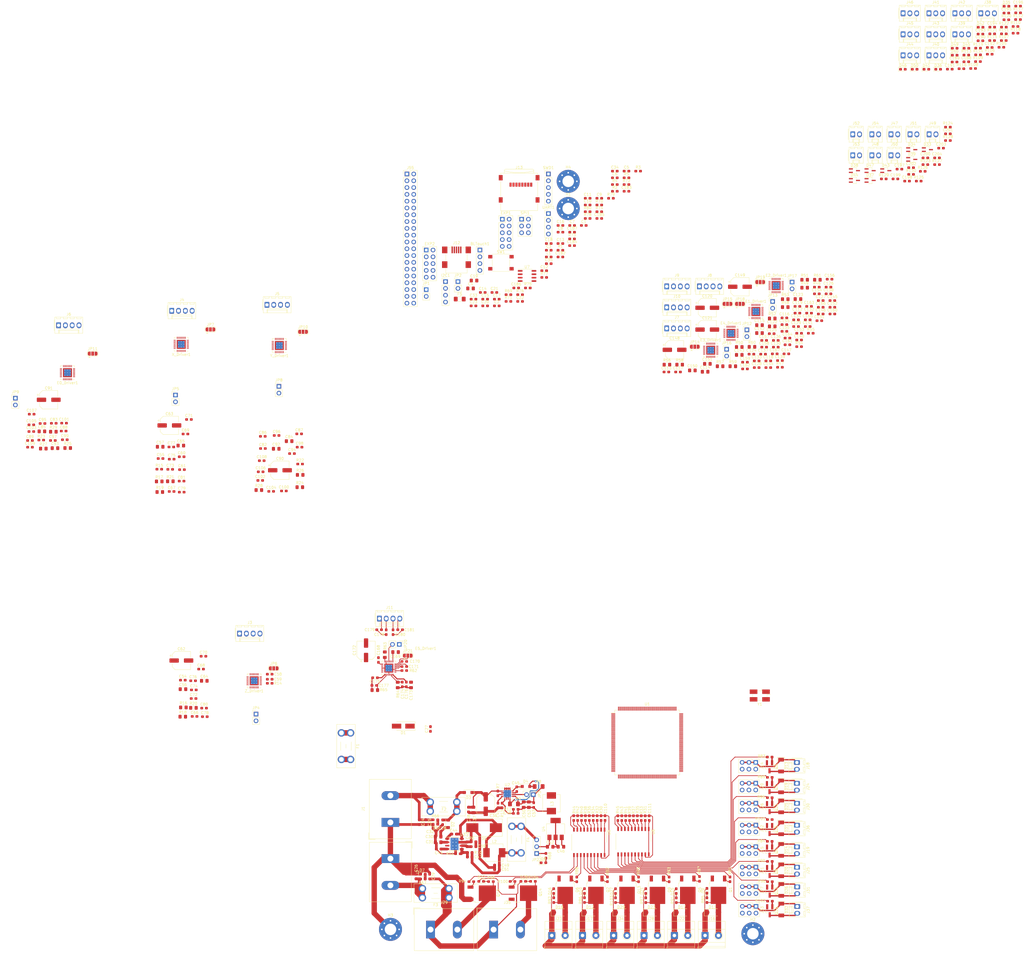
<source format=kicad_pcb>
(kicad_pcb (version 20171130) (host pcbnew "(5.1.6)-1")
  (layers (0 F.Cu signal) (1 In1.Cu signal) (2 In2.Cu signal) (31 B.Cu signal) (34 B.Paste user) (35 F.Paste user) (36 B.SilkS user) (37 F.SilkS user) (38 B.Mask user) (39 F.Mask user) (44 Edge.Cuts user))
  (net 0 "")
  (net 1 +5V)
  (net 2 PB11)
  (net 3 GND)
  (net 4 PH11)
  (net 5 "Net-(C1-Pad2)")
  (net 6 +3V3)
  (net 7 "Net-(C3-Pad2)")
  (net 8 +3.3VA)
  (net 9 VIN)
  (net 10 VIN_BED)
  (net 11 "Net-(C27-Pad1)")
  (net 12 VIN_FUSED)
  (net 13 VIN_BED_FUSED)
  (net 14 "Net-(C30-Pad1)")
  (net 15 OSC_IN)
  (net 16 OSC_OUT)
  (net 17 "Net-(C35-Pad2)")
  (net 18 "Net-(C36-Pad1)")
  (net 19 "Net-(C39-Pad1)")
  (net 20 "Net-(C39-Pad2)")
  (net 21 "Net-(C41-Pad1)")
  (net 22 "Net-(C42-Pad2)")
  (net 23 "Net-(C43-Pad1)")
  (net 24 "Net-(C44-Pad1)")
  (net 25 "Net-(C44-Pad2)")
  (net 26 "Net-(C45-Pad2)")
  (net 27 "Net-(C45-Pad1)")
  (net 28 "Net-(C47-Pad2)")
  (net 29 "Net-(C47-Pad1)")
  (net 30 +12V)
  (net 31 "Net-(C48-Pad2)")
  (net 32 "Net-(C56-Pad1)")
  (net 33 "Net-(C57-Pad1)")
  (net 34 "Net-(C58-Pad2)")
  (net 35 VMOT_FUSED)
  (net 36 "Net-(C59-Pad1)")
  (net 37 "Net-(C59-Pad2)")
  (net 38 "Net-(C60-Pad2)")
  (net 39 "Net-(C61-Pad1)")
  (net 40 "Net-(C61-Pad2)")
  (net 41 "Net-(C66-Pad1)")
  (net 42 "Net-(C67-Pad1)")
  (net 43 "Net-(C72-Pad1)")
  (net 44 "Net-(C73-Pad1)")
  (net 45 Z_OA1)
  (net 46 X_OA1)
  (net 47 Z_OA2)
  (net 48 X_OA2)
  (net 49 Z_OB1)
  (net 50 X_OB1)
  (net 51 Z_OB2)
  (net 52 X_OB2)
  (net 53 "Net-(C84-Pad1)")
  (net 54 "Net-(C85-Pad1)")
  (net 55 "Net-(C86-Pad2)")
  (net 56 "Net-(C87-Pad2)")
  (net 57 "Net-(C87-Pad1)")
  (net 58 "Net-(C88-Pad2)")
  (net 59 "Net-(C89-Pad1)")
  (net 60 "Net-(C89-Pad2)")
  (net 61 "Net-(C94-Pad1)")
  (net 62 "Net-(C95-Pad1)")
  (net 63 "Net-(C100-Pad1)")
  (net 64 "Net-(C101-Pad1)")
  (net 65 Y_OA1)
  (net 66 E0_OA1)
  (net 67 Y_OA2)
  (net 68 E0_OA2)
  (net 69 Y_OB1)
  (net 70 E0_OB1)
  (net 71 Y_OB2)
  (net 72 E0_OB2)
  (net 73 "Net-(C114-Pad1)")
  (net 74 "Net-(C115-Pad1)")
  (net 75 "Net-(C116-Pad2)")
  (net 76 "Net-(C117-Pad2)")
  (net 77 "Net-(C117-Pad1)")
  (net 78 "Net-(C118-Pad2)")
  (net 79 "Net-(C119-Pad1)")
  (net 80 "Net-(C119-Pad2)")
  (net 81 "Net-(C124-Pad1)")
  (net 82 "Net-(C125-Pad1)")
  (net 83 "Net-(C130-Pad1)")
  (net 84 "Net-(C131-Pad1)")
  (net 85 E3_OA1)
  (net 86 E1_OA1)
  (net 87 E3_OA2)
  (net 88 E1_OA2)
  (net 89 E3_OB1)
  (net 90 E1_OB1)
  (net 91 E3_OB2)
  (net 92 E1_OB2)
  (net 93 "Net-(C142-Pad1)")
  (net 94 "Net-(C143-Pad1)")
  (net 95 "Net-(C144-Pad2)")
  (net 96 "Net-(C145-Pad1)")
  (net 97 "Net-(C145-Pad2)")
  (net 98 "Net-(C146-Pad2)")
  (net 99 "Net-(C147-Pad1)")
  (net 100 "Net-(C147-Pad2)")
  (net 101 "Net-(C152-Pad1)")
  (net 102 "Net-(C153-Pad1)")
  (net 103 "Net-(C158-Pad1)")
  (net 104 "Net-(C159-Pad1)")
  (net 105 E2_OA1)
  (net 106 E4_OA1)
  (net 107 E2_OA2)
  (net 108 E4_OA2)
  (net 109 E2_OB1)
  (net 110 E4_OB1)
  (net 111 E2_OB2)
  (net 112 E4_OB2)
  (net 113 "Net-(C169-Pad1)")
  (net 114 "Net-(C170-Pad2)")
  (net 115 "Net-(C171-Pad1)")
  (net 116 "Net-(C171-Pad2)")
  (net 117 "Net-(C174-Pad1)")
  (net 118 "Net-(C177-Pad1)")
  (net 119 E5_OA1)
  (net 120 E5_OA2)
  (net 121 E5_OB1)
  (net 122 E5_OB2)
  (net 123 5V_USB)
  (net 124 X_STOP)
  (net 125 E1_STOP)
  (net 126 E2_STOP)
  (net 127 E5_STOP)
  (net 128 Y_STOP)
  (net 129 E3_STOP)
  (net 130 Z_STOP)
  (net 131 E4_STOP)
  (net 132 E0_STOP)
  (net 133 THERM0)
  (net 134 THERM4)
  (net 135 THERM1)
  (net 136 THERM5)
  (net 137 THERM2)
  (net 138 BED_THERM)
  (net 139 THERM3)
  (net 140 CHAMBER_THERM)
  (net 141 "Net-(D4-Pad2)")
  (net 142 "Net-(D6-Pad2)")
  (net 143 "Net-(D7-Pad2)")
  (net 144 "Net-(D8-Pad2)")
  (net 145 "Net-(D9-Pad1)")
  (net 146 "Net-(D10-Pad1)")
  (net 147 "Net-(D11-Pad2)")
  (net 148 "Net-(D12-Pad2)")
  (net 149 "Net-(D13-Pad2)")
  (net 150 "Net-(D13-Pad1)")
  (net 151 "Net-(D14-Pad2)")
  (net 152 "Net-(D14-Pad1)")
  (net 153 "Net-(D15-Pad1)")
  (net 154 "Net-(D16-Pad1)")
  (net 155 "Net-(D17-Pad2)")
  (net 156 "Net-(D18-Pad2)")
  (net 157 "Net-(D19-Pad1)")
  (net 158 "Net-(D19-Pad2)")
  (net 159 "Net-(D20-Pad1)")
  (net 160 "Net-(D20-Pad2)")
  (net 161 "Net-(D21-Pad1)")
  (net 162 "Net-(D22-Pad1)")
  (net 163 "Net-(D23-Pad2)")
  (net 164 "Net-(D25-Pad2)")
  (net 165 "Net-(D25-Pad1)")
  (net 166 "Net-(D26-Pad1)")
  (net 167 "Net-(D26-Pad2)")
  (net 168 "Net-(D27-Pad1)")
  (net 169 "Net-(D28-Pad1)")
  (net 170 "Net-(D29-Pad2)")
  (net 171 "Net-(D31-Pad1)")
  (net 172 "Net-(D31-Pad2)")
  (net 173 "Net-(D32-Pad2)")
  (net 174 "Net-(D32-Pad1)")
  (net 175 "Net-(D35-Pad2)")
  (net 176 "Net-(D35-Pad1)")
  (net 177 "Net-(D36-Pad2)")
  (net 178 "Net-(D36-Pad1)")
  (net 179 "Net-(D40-Pad1)")
  (net 180 "Net-(D40-Pad2)")
  (net 181 "Net-(D41-Pad2)")
  (net 182 "Net-(D41-Pad1)")
  (net 183 "Net-(D42-Pad2)")
  (net 184 "Net-(D42-Pad1)")
  (net 185 "Net-(D45-Pad1)")
  (net 186 "Net-(D45-Pad2)")
  (net 187 "Net-(D46-Pad2)")
  (net 188 "Net-(D46-Pad1)")
  (net 189 "Net-(D49-Pad2)")
  (net 190 "Net-(D49-Pad1)")
  (net 191 "Net-(D50-Pad2)")
  (net 192 "Net-(D50-Pad1)")
  (net 193 E0_EN)
  (net 194 "Net-(E0_Driver1-Pad7)")
  (net 195 "Net-(E0_Driver1-Pad9)")
  (net 196 "Net-(E0_Driver1-Pad10)")
  (net 197 "Net-(E0_Driver1-Pad11)")
  (net 198 "Net-(E0_Driver1-Pad12)")
  (net 199 E0_UART)
  (net 200 E0_STEP)
  (net 201 "Net-(E0_Driver1-Pad17)")
  (net 202 E0_DIR)
  (net 203 "Net-(E0_Driver1-Pad20)")
  (net 204 "Net-(E1_Driver1-Pad20)")
  (net 205 E1_DIR)
  (net 206 "Net-(E1_Driver1-Pad17)")
  (net 207 E1_STEP)
  (net 208 E1_UART)
  (net 209 "Net-(E1_Driver1-Pad12)")
  (net 210 "Net-(E1_Driver1-Pad11)")
  (net 211 "Net-(E1_Driver1-Pad10)")
  (net 212 "Net-(E1_Driver1-Pad9)")
  (net 213 "Net-(E1_Driver1-Pad7)")
  (net 214 E1_EN)
  (net 215 E2_EN)
  (net 216 "Net-(E2_Driver1-Pad7)")
  (net 217 "Net-(E2_Driver1-Pad9)")
  (net 218 "Net-(E2_Driver1-Pad10)")
  (net 219 "Net-(E2_Driver1-Pad11)")
  (net 220 "Net-(E2_Driver1-Pad12)")
  (net 221 E2_UART)
  (net 222 E2_STEP)
  (net 223 "Net-(E2_Driver1-Pad17)")
  (net 224 E2_DIR)
  (net 225 "Net-(E2_Driver1-Pad20)")
  (net 226 "Net-(E3_Driver1-Pad20)")
  (net 227 E3_DIR)
  (net 228 "Net-(E3_Driver1-Pad17)")
  (net 229 E3_STEP)
  (net 230 E3_UART)
  (net 231 "Net-(E3_Driver1-Pad12)")
  (net 232 "Net-(E3_Driver1-Pad11)")
  (net 233 "Net-(E3_Driver1-Pad10)")
  (net 234 "Net-(E3_Driver1-Pad9)")
  (net 235 "Net-(E3_Driver1-Pad7)")
  (net 236 E3_EN)
  (net 237 "Net-(E4_Driver1-Pad20)")
  (net 238 E4_DIR)
  (net 239 "Net-(E4_Driver1-Pad17)")
  (net 240 E4_STEP)
  (net 241 E4_UART)
  (net 242 "Net-(E4_Driver1-Pad12)")
  (net 243 "Net-(E4_Driver1-Pad11)")
  (net 244 "Net-(E4_Driver1-Pad10)")
  (net 245 "Net-(E4_Driver1-Pad9)")
  (net 246 "Net-(E4_Driver1-Pad7)")
  (net 247 E4_EN)
  (net 248 E5_EN)
  (net 249 "Net-(E5_Driver1-Pad7)")
  (net 250 "Net-(E5_Driver1-Pad9)")
  (net 251 "Net-(E5_Driver1-Pad10)")
  (net 252 "Net-(E5_Driver1-Pad11)")
  (net 253 "Net-(E5_Driver1-Pad12)")
  (net 254 E5_UART)
  (net 255 E5_STEP)
  (net 256 "Net-(E5_Driver1-Pad17)")
  (net 257 E5_DIR)
  (net 258 "Net-(E5_Driver1-Pad20)")
  (net 259 LCD_D7)
  (net 260 LCD_D6)
  (net 261 LCD_D5)
  (net 262 LCD_D4)
  (net 263 LCD_RS)
  (net 264 LCD_EN)
  (net 265 BTN_ENC)
  (net 266 LCD_BEEP)
  (net 267 LCD_SD_MISO)
  (net 268 LCD_SD_SCK)
  (net 269 BTN_EN1)
  (net 270 LCD_SD_SS)
  (net 271 BTN_EN2)
  (net 272 LCD_SD_MOSI)
  (net 273 LCD_SD_CD)
  (net 274 RESET)
  (net 275 "Net-(EXP2-Pad10)")
  (net 276 5V_INT)
  (net 277 "Net-(F5-Pad2)")
  (net 278 I2C_PERIPH_SDA)
  (net 279 I2C_PERIPH_SCL)
  (net 280 "Net-(J12-Pad2)")
  (net 281 "Net-(J12-Pad3)")
  (net 282 "Net-(J12-Pad4)")
  (net 283 "Net-(J13-Pad8)")
  (net 284 SD_MISO)
  (net 285 SD_SCK)
  (net 286 SD_MOSI)
  (net 287 SD_CS)
  (net 288 "Net-(J13-Pad1)")
  (net 289 "Net-(J29-Pad2)")
  (net 290 "Net-(J35-Pad2)")
  (net 291 "Net-(J55-Pad3)")
  (net 292 "Net-(J55-Pad5)")
  (net 293 "Net-(J55-Pad7)")
  (net 294 "Net-(J55-Pad8)")
  (net 295 "Net-(J55-Pad10)")
  (net 296 "Net-(J55-Pad11)")
  (net 297 "Net-(J55-Pad12)")
  (net 298 "Net-(J55-Pad13)")
  (net 299 "Net-(J55-Pad15)")
  (net 300 "Net-(J55-Pad16)")
  (net 301 "Net-(J55-Pad17)")
  (net 302 "Net-(J55-Pad18)")
  (net 303 "Net-(J55-Pad19)")
  (net 304 "Net-(J55-Pad21)")
  (net 305 "Net-(J55-Pad22)")
  (net 306 "Net-(J55-Pad23)")
  (net 307 "Net-(J55-Pad24)")
  (net 308 "Net-(J55-Pad26)")
  (net 309 "Net-(J55-Pad27)")
  (net 310 "Net-(J55-Pad28)")
  (net 311 "Net-(J55-Pad29)")
  (net 312 "Net-(J55-Pad31)")
  (net 313 "Net-(J55-Pad32)")
  (net 314 "Net-(J55-Pad33)")
  (net 315 "Net-(J55-Pad35)")
  (net 316 "Net-(J55-Pad36)")
  (net 317 "Net-(J55-Pad37)")
  (net 318 "Net-(J55-Pad38)")
  (net 319 "Net-(J55-Pad40)")
  (net 320 BOOT0)
  (net 321 BOOT1)
  (net 322 "Net-(JP3-Pad2)")
  (net 323 "Net-(JP4-Pad2)")
  (net 324 "Net-(JP5-Pad2)")
  (net 325 "Net-(JP6-Pad2)")
  (net 326 "Net-(JP7-Pad2)")
  (net 327 "Net-(JP8-Pad2)")
  (net 328 "Net-(JP10-Pad2)")
  (net 329 "Net-(Q1-Pad1)")
  (net 330 "Net-(Q2-Pad1)")
  (net 331 "Net-(Q3-Pad1)")
  (net 332 "Net-(Q4-Pad1)")
  (net 333 "Net-(Q5-Pad1)")
  (net 334 "Net-(Q6-Pad1)")
  (net 335 "Net-(Q7-Pad1)")
  (net 336 "Net-(Q8-Pad1)")
  (net 337 "Net-(Q9-Pad1)")
  (net 338 "Net-(Q10-Pad1)")
  (net 339 "Net-(Q11-Pad1)")
  (net 340 "Net-(Q12-Pad1)")
  (net 341 "Net-(Q13-Pad1)")
  (net 342 "Net-(Q14-Pad1)")
  (net 343 "Net-(Q15-Pad1)")
  (net 344 "Net-(Q16-Pad1)")
  (net 345 "Net-(R4-Pad1)")
  (net 346 "Net-(R7-Pad1)")
  (net 347 Z_EN)
  (net 348 X_EN)
  (net 349 Z_UART)
  (net 350 X_UART)
  (net 351 Y_EN)
  (net 352 Y_UART)
  (net 353 HEATER0)
  (net 354 FAN0)
  (net 355 HEATER1)
  (net 356 FAN1)
  (net 357 HEATER2)
  (net 358 FAN2)
  (net 359 HEATER3)
  (net 360 FAN3)
  (net 361 HEATER4)
  (net 362 FAN4)
  (net 363 HEATER5)
  (net 364 FAN5)
  (net 365 BED_HEATER)
  (net 366 FAN6)
  (net 367 CHAMBER_HEATER)
  (net 368 FAN7)
  (net 369 USB_DP)
  (net 370 USB_DM)
  (net 371 I2C_SCL)
  (net 372 I2C_SDA)
  (net 373 SWDIO)
  (net 374 SWCLK)
  (net 375 RST)
  (net 376 HEATER0_BUFF)
  (net 377 HEATER4_BUFF)
  (net 378 FAN0_BUFF)
  (net 379 FAN4_BUFF)
  (net 380 HEATER1_BUFF)
  (net 381 HEATER5_BUFF)
  (net 382 FAN1_BUFF)
  (net 383 FAN5_BUFF)
  (net 384 HEATER2_BUFF)
  (net 385 CHAMBER_HEATER_BUFF)
  (net 386 FAN2_BUFF)
  (net 387 FAN6_BUFF)
  (net 388 HEATER3_BUFF)
  (net 389 BED_HEATER_BUFF)
  (net 390 FAN3_BUFF)
  (net 391 FAN7_BUFF)
  (net 392 MISO)
  (net 393 MOSI)
  (net 394 SCK)
  (net 395 CS)
  (net 396 Y_DIR)
  (net 397 Y_STEP)
  (net 398 "Net-(U1-Pad7)")
  (net 399 X_STEP)
  (net 400 "Net-(U1-Pad11)")
  (net 401 "Net-(U1-Pad12)")
  (net 402 "Net-(U1-Pad13)")
  (net 403 X_DIR)
  (net 404 "Net-(U1-Pad20)")
  (net 405 "Net-(U1-Pad40)")
  (net 406 "Net-(U1-Pad43)")
  (net 407 "Net-(U1-Pad44)")
  (net 408 "Net-(U1-Pad54)")
  (net 409 "Net-(U1-Pad55)")
  (net 410 "Net-(U1-Pad59)")
  (net 411 "Net-(U1-Pad63)")
  (net 412 "Net-(U1-Pad65)")
  (net 413 "Net-(U1-Pad66)")
  (net 414 "Net-(U1-Pad67)")
  (net 415 "Net-(U1-Pad69)")
  (net 416 "Net-(U1-Pad83)")
  (net 417 "Net-(U1-Pad86)")
  (net 418 "Net-(U1-Pad89)")
  (net 419 TX)
  (net 420 RX)
  (net 421 "Net-(U1-Pad115)")
  (net 422 "Net-(U1-Pad116)")
  (net 423 "Net-(U1-Pad120)")
  (net 424 "Net-(U1-Pad121)")
  (net 425 "Net-(U1-Pad128)")
  (net 426 "Net-(U1-Pad129)")
  (net 427 "Net-(U1-Pad130)")
  (net 428 "Net-(U1-Pad160)")
  (net 429 "Net-(U1-Pad161)")
  (net 430 "Net-(U1-Pad164)")
  (net 431 Z_DIR)
  (net 432 Z_STEP)
  (net 433 "Net-(U1-Pad173)")
  (net 434 "Net-(U1-Pad175)")
  (net 435 "Net-(U1-Pad176)")
  (net 436 "Net-(U3-Pad3)")
  (net 437 "Net-(X_Driver1-Pad20)")
  (net 438 "Net-(X_Driver1-Pad17)")
  (net 439 "Net-(X_Driver1-Pad12)")
  (net 440 "Net-(X_Driver1-Pad10)")
  (net 441 "Net-(X_Driver1-Pad9)")
  (net 442 "Net-(Y_Driver1-Pad9)")
  (net 443 "Net-(Y_Driver1-Pad10)")
  (net 444 "Net-(Y_Driver1-Pad12)")
  (net 445 "Net-(Y_Driver1-Pad17)")
  (net 446 "Net-(Y_Driver1-Pad20)")
  (net 447 "Net-(Z_Driver1-Pad9)")
  (net 448 "Net-(Z_Driver1-Pad10)")
  (net 449 "Net-(Z_Driver1-Pad12)")
  (net 450 "Net-(Z_Driver1-Pad17)")
  (net 451 "Net-(Z_Driver1-Pad20)")
  (module Capacitor_SMD:C_0805_2012Metric_Pad1.15x1.40mm_HandSolder (layer F.Cu) (at 32.945 53.875 270)
    (fp_text reference C173 (at 3.81 0 90) (layer F.SilkS))
    (fp_text value 10u)
    (pad 1 smd roundrect (at -1.025 0 270) (size 1.15 1.4) (layers F.Cu F.Paste F.Mask) (roundrect_rratio 0.217391) (net 35 VMOT_FUSED))
    (pad 2 smd roundrect (at 1.025 0 270) (size 1.15 1.4) (layers F.Cu F.Paste F.Mask) (roundrect_rratio 0.217391) (net 3 GND))
  )
  (module Capacitor_SMD:C_0603_1608Metric_Pad1.05x0.95mm_HandSolder (layer F.Cu) (at 29.675 53.675 270)
    (fp_text reference C174 (at 3.525 -0.075 90) (layer F.SilkS))
    (fp_text value 100nF)
    (pad 2 smd roundrect (at 0.875 0 270) (size 1.05 0.95) (layers F.Cu F.Paste F.Mask) (net 3 GND))
    (pad 1 smd roundrect (at -0.875 0 270) (size 1.05 0.95) (layers F.Cu F.Paste F.Mask) (net 117 "Net-(C174-Pad1)"))
  )
  (module Capacitor_SMD:C_0603_1608Metric_Pad1.05x0.95mm_HandSolder (layer F.Cu) (at 31.2 53.675 270)
    (fp_text reference C176 (at 3.556 0 90) (layer F.SilkS))
    (fp_text value 100nF)
    (pad 2 smd roundrect (at 0.875 0 270) (size 1.05 0.95) (layers F.Cu F.Paste F.Mask) (net 3 GND))
    (pad 1 smd roundrect (at -0.875 0 270) (size 1.05 0.95) (layers F.Cu F.Paste F.Mask) (net 35 VMOT_FUSED))
  )
  (module Resistor_SMD:R_0805_2012Metric_Pad1.15x1.40mm_HandSolder (layer F.Cu) (at 27.975 53.875 270)
    (fp_text reference R64 (at 3.395 -0.07 90) (layer F.SilkS))
    (fp_text value 0R11)
    (pad 1 smd roundrect (at -1.025 0 270) (size 1.15 1.4) (layers F.Cu F.Paste F.Mask) (roundrect_rratio 0.217391) (net 117 "Net-(C174-Pad1)"))
    (pad 2 smd roundrect (at 1.025 0 270) (size 1.15 1.4) (layers F.Cu F.Paste F.Mask) (roundrect_rratio 0.217391) (net 3 GND))
  )
  (module Jumper:SolderJumper-3_P1.3mm_Open_RoundedPad1.0x1.5mm (layer F.Cu) (at 31.725 42.925)
    (fp_text reference JP21 (at 0 -1.8) (layer F.SilkS))
    (fp_text value SPREAD_STEALTH)
    (pad 2 smd rect (at 0 0) (size 1 1.5) (layers F.Cu F.Mask) (net 249 "Net-(E5_Driver1-Pad7)"))
    (pad 3 smd custom (at 1.3 0) (size 1 0.5) (layers F.Cu F.Mask) (net 3 GND) (options (clearance outline) (anchor rect)) (primitives (gr_circle (center 0 0.25) (end 0.5 0.25) (width 0)) (gr_circle (center 0 -0.25) (end 0.5 -0.25) (width 0)) (gr_poly (pts (xy -0.55 -0.75) (xy 0 -0.75) (xy 0 0.75) (xy -0.55 0.75)) (width 0))))
    (pad 1 smd custom (at -1.3 0) (size 1 0.5) (layers F.Cu F.Mask) (net 6 +3V3) (options (clearance outline) (anchor rect)) (primitives (gr_circle (center 0 0.25) (end 0.5 0.25) (width 0)) (gr_circle (center 0 -0.25) (end 0.5 -0.25) (width 0)) (gr_poly (pts (xy 0.55 -0.75) (xy 0 -0.75) (xy 0 0.75) (xy 0.55 0.75)) (width 0))))
  )
  (module Jumper:SolderJumper-3_P1.3mm_Open_RoundedPad1.0x1.5mm (layer F.Cu) (at 163.306001 -96.624499)
    (fp_text reference JP19 (at 0 -1.8) (layer F.SilkS))
    (fp_text value SPREAD_STEALTH)
    (pad 2 smd rect (at 0 0) (size 1 1.5) (layers F.Cu F.Mask) (net 246 "Net-(E4_Driver1-Pad7)"))
    (pad 3 smd custom (at 1.3 0) (size 1 0.5) (layers F.Cu F.Mask) (net 3 GND) (options (clearance outline) (anchor rect)) (primitives (gr_circle (center 0 0.25) (end 0.5 0.25) (width 0)) (gr_circle (center 0 -0.25) (end 0.5 -0.25) (width 0)) (gr_poly (pts (xy -0.55 -0.75) (xy 0 -0.75) (xy 0 0.75) (xy -0.55 0.75)) (width 0))))
    (pad 1 smd custom (at -1.3 0) (size 1 0.5) (layers F.Cu F.Mask) (net 6 +3V3) (options (clearance outline) (anchor rect)) (primitives (gr_circle (center 0 0.25) (end 0.5 0.25) (width 0)) (gr_circle (center 0 -0.25) (end 0.5 -0.25) (width 0)) (gr_poly (pts (xy 0.55 -0.75) (xy 0 -0.75) (xy 0 0.75) (xy 0.55 0.75)) (width 0))))
  )
  (module Jumper:SolderJumper-3_P1.3mm_Open_RoundedPad1.0x1.5mm (layer F.Cu) (at 155.746001 -88.474499)
    (fp_text reference JP18 (at 0 -1.8) (layer F.SilkS))
    (fp_text value SPREAD_STEALTH)
    (pad 2 smd rect (at 0 0) (size 1 1.5) (layers F.Cu F.Mask) (net 216 "Net-(E2_Driver1-Pad7)"))
    (pad 3 smd custom (at 1.3 0) (size 1 0.5) (layers F.Cu F.Mask) (net 3 GND) (options (clearance outline) (anchor rect)) (primitives (gr_circle (center 0 0.25) (end 0.5 0.25) (width 0)) (gr_circle (center 0 -0.25) (end 0.5 -0.25) (width 0)) (gr_poly (pts (xy -0.55 -0.75) (xy 0 -0.75) (xy 0 0.75) (xy -0.55 0.75)) (width 0))))
    (pad 1 smd custom (at -1.3 0) (size 1 0.5) (layers F.Cu F.Mask) (net 6 +3V3) (options (clearance outline) (anchor rect)) (primitives (gr_circle (center 0 0.25) (end 0.5 0.25) (width 0)) (gr_circle (center 0 -0.25) (end 0.5 -0.25) (width 0)) (gr_poly (pts (xy 0.55 -0.75) (xy 0 -0.75) (xy 0 0.75) (xy 0.55 0.75)) (width 0))))
  )
  (module Jumper:SolderJumper-3_P1.3mm_Open_RoundedPad1.0x1.5mm (layer F.Cu) (at 151.096001 -88.474499)
    (fp_text reference JP15 (at 0 -1.8) (layer F.SilkS))
    (fp_text value SPREAD_STEALTH)
    (pad 2 smd rect (at 0 0) (size 1 1.5) (layers F.Cu F.Mask) (net 213 "Net-(E1_Driver1-Pad7)"))
    (pad 3 smd custom (at 1.3 0) (size 1 0.5) (layers F.Cu F.Mask) (net 3 GND) (options (clearance outline) (anchor rect)) (primitives (gr_circle (center 0 0.25) (end 0.5 0.25) (width 0)) (gr_circle (center 0 -0.25) (end 0.5 -0.25) (width 0)) (gr_poly (pts (xy -0.55 -0.75) (xy 0 -0.75) (xy 0 0.75) (xy -0.55 0.75)) (width 0))))
    (pad 1 smd custom (at -1.3 0) (size 1 0.5) (layers F.Cu F.Mask) (net 6 +3V3) (options (clearance outline) (anchor rect)) (primitives (gr_circle (center 0 0.25) (end 0.5 0.25) (width 0)) (gr_circle (center 0 -0.25) (end 0.5 -0.25) (width 0)) (gr_poly (pts (xy 0.55 -0.75) (xy 0 -0.75) (xy 0 0.75) (xy 0.55 0.75)) (width 0))))
  )
  (module Jumper:SolderJumper-3_P1.3mm_Open_RoundedPad1.0x1.5mm (layer F.Cu) (at 138.886001 -72.474499)
    (fp_text reference JP14 (at 0 -1.8) (layer F.SilkS))
    (fp_text value SPREAD_STEALTH)
    (pad 2 smd rect (at 0 0) (size 1 1.5) (layers F.Cu F.Mask) (net 235 "Net-(E3_Driver1-Pad7)"))
    (pad 3 smd custom (at 1.3 0) (size 1 0.5) (layers F.Cu F.Mask) (net 3 GND) (options (clearance outline) (anchor rect)) (primitives (gr_circle (center 0 0.25) (end 0.5 0.25) (width 0)) (gr_circle (center 0 -0.25) (end 0.5 -0.25) (width 0)) (gr_poly (pts (xy -0.55 -0.75) (xy 0 -0.75) (xy 0 0.75) (xy -0.55 0.75)) (width 0))))
    (pad 1 smd custom (at -1.3 0) (size 1 0.5) (layers F.Cu F.Mask) (net 6 +3V3) (options (clearance outline) (anchor rect)) (primitives (gr_circle (center 0 0.25) (end 0.5 0.25) (width 0)) (gr_circle (center 0 -0.25) (end 0.5 -0.25) (width 0)) (gr_poly (pts (xy 0.55 -0.75) (xy 0 -0.75) (xy 0 0.75) (xy 0.55 0.75)) (width 0))))
  )
  (module Jumper:SolderJumper-3_P1.3mm_Open_RoundedPad1.0x1.5mm (layer F.Cu) (at -85.925 -69.9)
    (fp_text reference JP11 (at 0 -1.8) (layer F.SilkS))
    (fp_text value SPREAD_STEALTH)
    (pad 2 smd rect (at 0 0) (size 1 1.5) (layers F.Cu F.Mask) (net 194 "Net-(E0_Driver1-Pad7)"))
    (pad 3 smd custom (at 1.3 0) (size 1 0.5) (layers F.Cu F.Mask) (net 3 GND) (options (clearance outline) (anchor rect)) (primitives (gr_circle (center 0 0.25) (end 0.5 0.25) (width 0)) (gr_circle (center 0 -0.25) (end 0.5 -0.25) (width 0)) (gr_poly (pts (xy -0.55 -0.75) (xy 0 -0.75) (xy 0 0.75) (xy -0.55 0.75)) (width 0))))
    (pad 1 smd custom (at -1.3 0) (size 1 0.5) (layers F.Cu F.Mask) (net 6 +3V3) (options (clearance outline) (anchor rect)) (primitives (gr_circle (center 0 0.25) (end 0.5 0.25) (width 0)) (gr_circle (center 0 -0.25) (end 0.5 -0.25) (width 0)) (gr_poly (pts (xy 0.55 -0.75) (xy 0 -0.75) (xy 0 0.75) (xy 0.55 0.75)) (width 0))))
  )
  (module Jumper:SolderJumper-3_P1.3mm_Open_RoundedPad1.0x1.5mm (layer F.Cu) (at -7.375 -78.05)
    (fp_text reference JP10 (at 0 -1.8) (layer F.SilkS))
    (fp_text value SPREAD_STEALTH)
    (pad 2 smd rect (at 0 0) (size 1 1.5) (layers F.Cu F.Mask) (net 328 "Net-(JP10-Pad2)"))
    (pad 3 smd custom (at 1.3 0) (size 1 0.5) (layers F.Cu F.Mask) (net 3 GND) (options (clearance outline) (anchor rect)) (primitives (gr_circle (center 0 0.25) (end 0.5 0.25) (width 0)) (gr_circle (center 0 -0.25) (end 0.5 -0.25) (width 0)) (gr_poly (pts (xy -0.55 -0.75) (xy 0 -0.75) (xy 0 0.75) (xy -0.55 0.75)) (width 0))))
    (pad 1 smd custom (at -1.3 0) (size 1 0.5) (layers F.Cu F.Mask) (net 6 +3V3) (options (clearance outline) (anchor rect)) (primitives (gr_circle (center 0 0.25) (end 0.5 0.25) (width 0)) (gr_circle (center 0 -0.25) (end 0.5 -0.25) (width 0)) (gr_poly (pts (xy 0.55 -0.75) (xy 0 -0.75) (xy 0 0.75) (xy 0.55 0.75)) (width 0))))
  )
  (module Jumper:SolderJumper-3_P1.3mm_Open_RoundedPad1.0x1.5mm (layer F.Cu) (at -41.95 -78.925)
    (fp_text reference JP7 (at 0 -1.8) (layer F.SilkS))
    (fp_text value SPREAD_STEALTH)
    (pad 2 smd rect (at 0 0) (size 1 1.5) (layers F.Cu F.Mask) (net 326 "Net-(JP7-Pad2)"))
    (pad 3 smd custom (at 1.3 0) (size 1 0.5) (layers F.Cu F.Mask) (net 3 GND) (options (clearance outline) (anchor rect)) (primitives (gr_circle (center 0 0.25) (end 0.5 0.25) (width 0)) (gr_circle (center 0 -0.25) (end 0.5 -0.25) (width 0)) (gr_poly (pts (xy -0.55 -0.75) (xy 0 -0.75) (xy 0 0.75) (xy -0.55 0.75)) (width 0))))
    (pad 1 smd custom (at -1.3 0) (size 1 0.5) (layers F.Cu F.Mask) (net 6 +3V3) (options (clearance outline) (anchor rect)) (primitives (gr_circle (center 0 0.25) (end 0.5 0.25) (width 0)) (gr_circle (center 0 -0.25) (end 0.5 -0.25) (width 0)) (gr_poly (pts (xy 0.55 -0.75) (xy 0 -0.75) (xy 0 0.75) (xy 0.55 0.75)) (width 0))))
  )
  (module Jumper:SolderJumper-3_P1.3mm_Open_RoundedPad1.0x1.5mm (layer F.Cu) (at -18.325 47.675)
    (fp_text reference JP6 (at 0 -1.8) (layer F.SilkS))
    (fp_text value SPREAD_STEALTH)
    (pad 2 smd rect (at 0 0) (size 1 1.5) (layers F.Cu F.Mask) (net 325 "Net-(JP6-Pad2)"))
    (pad 3 smd custom (at 1.3 0) (size 1 0.5) (layers F.Cu F.Mask) (net 3 GND) (options (clearance outline) (anchor rect)) (primitives (gr_circle (center 0 0.25) (end 0.5 0.25) (width 0)) (gr_circle (center 0 -0.25) (end 0.5 -0.25) (width 0)) (gr_poly (pts (xy -0.55 -0.75) (xy 0 -0.75) (xy 0 0.75) (xy -0.55 0.75)) (width 0))))
    (pad 1 smd custom (at -1.3 0) (size 1 0.5) (layers F.Cu F.Mask) (net 6 +3V3) (options (clearance outline) (anchor rect)) (primitives (gr_circle (center 0 0.25) (end 0.5 0.25) (width 0)) (gr_circle (center 0 -0.25) (end 0.5 -0.25) (width 0)) (gr_poly (pts (xy 0.55 -0.75) (xy 0 -0.75) (xy 0 0.75) (xy 0.55 0.75)) (width 0))))
  )
  (module Connector_PinHeader_2.54mm:PinHeader_1x04_P2.54mm_Vertical (layer F.Cu) (at 58.666001 -108.594499)
    (fp_text reference BLTouch1 (at 0 -2.33) (layer F.SilkS))
    (fp_text value Conn_01x04)
    (pad 1 thru_hole rect (at 0 0) (size 1.7 1.7) (drill 1) (layers *.Cu *.Mask) (net 1 +5V))
    (pad 2 thru_hole oval (at 0 2.54) (size 1.7 1.7) (drill 1) (layers *.Cu *.Mask) (net 2 PB11))
    (pad 3 thru_hole oval (at 0 5.08) (size 1.7 1.7) (drill 1) (layers *.Cu *.Mask) (net 3 GND))
    (pad 4 thru_hole oval (at 0 7.62) (size 1.7 1.7) (drill 1) (layers *.Cu *.Mask) (net 4 PH11))
  )
  (module Capacitor_SMD:C_0603_1608Metric_Pad1.05x0.95mm_HandSolder (layer F.Cu) (at 97.436001 -117.774499)
    (fp_text reference C1 (at 0 -1.43) (layer F.SilkS))
    (fp_text value 2.2uF)
    (pad 2 smd roundrect (at 0.875 0) (size 1.05 0.95) (layers F.Cu F.Paste F.Mask) (net 5 "Net-(C1-Pad2)"))
    (pad 1 smd roundrect (at -0.875 0) (size 1.05 0.95) (layers F.Cu F.Paste F.Mask) (net 3 GND))
  )
  (module Capacitor_SMD:C_0603_1608Metric_Pad1.05x0.95mm_HandSolder (layer F.Cu) (at 64.966001 -87.734499)
    (fp_text reference C2 (at 0 -1.43) (layer F.SilkS))
    (fp_text value 100nF)
    (pad 1 smd roundrect (at -0.875 0) (size 1.05 0.95) (layers F.Cu F.Paste F.Mask) (net 3 GND))
    (pad 2 smd roundrect (at 0.875 0) (size 1.05 0.95) (layers F.Cu F.Paste F.Mask) (net 6 +3V3))
  )
  (module Capacitor_SMD:C_0603_1608Metric_Pad1.05x0.95mm_HandSolder (layer F.Cu) (at 84.366001 -108.514499)
    (fp_text reference C3 (at 0 -1.43) (layer F.SilkS))
    (fp_text value 2.2uF)
    (pad 2 smd roundrect (at 0.875 0) (size 1.05 0.95) (layers F.Cu F.Paste F.Mask) (net 7 "Net-(C3-Pad2)"))
    (pad 1 smd roundrect (at -0.875 0) (size 1.05 0.95) (layers F.Cu F.Paste F.Mask) (net 3 GND))
  )
  (module Capacitor_SMD:C_0805_2012Metric_Pad1.15x1.40mm_HandSolder (layer F.Cu) (at 55.166001 -94.244499)
    (fp_text reference C4 (at 0 -1.65) (layer F.SilkS))
    (fp_text value 4.7uF)
    (pad 1 smd roundrect (at -1.025 0) (size 1.15 1.4) (layers F.Cu F.Paste F.Mask) (roundrect_rratio 0.217391) (net 8 +3.3VA))
    (pad 2 smd roundrect (at 1.025 0) (size 1.15 1.4) (layers F.Cu F.Paste F.Mask) (roundrect_rratio 0.217391) (net 3 GND))
  )
  (module Capacitor_SMD:C_0603_1608Metric_Pad1.05x0.95mm_HandSolder (layer F.Cu) (at 113.386001 -138.074499)
    (fp_text reference C5 (at 0 -1.43) (layer F.SilkS))
    (fp_text value 100nF)
    (pad 2 smd roundrect (at 0.875 0) (size 1.05 0.95) (layers F.Cu F.Paste F.Mask) (net 6 +3V3))
    (pad 1 smd roundrect (at -0.875 0) (size 1.05 0.95) (layers F.Cu F.Paste F.Mask) (net 3 GND))
  )
  (module Capacitor_SMD:C_0603_1608Metric_Pad1.05x0.95mm_HandSolder (layer F.Cu) (at 109.036001 -135.564499)
    (fp_text reference C6 (at 0 -1.43) (layer F.SilkS))
    (fp_text value 100nF)
    (pad 1 smd roundrect (at -0.875 0) (size 1.05 0.95) (layers F.Cu F.Paste F.Mask) (net 3 GND))
    (pad 2 smd roundrect (at 0.875 0) (size 1.05 0.95) (layers F.Cu F.Paste F.Mask) (net 6 +3V3))
  )
  (module Capacitor_SMD:C_0603_1608Metric_Pad1.05x0.95mm_HandSolder (layer F.Cu) (at 93.086001 -117.774499)
    (fp_text reference C7 (at 0 -1.43) (layer F.SilkS))
    (fp_text value 100nF)
    (pad 1 smd roundrect (at -0.875 0) (size 1.05 0.95) (layers F.Cu F.Paste F.Mask) (net 3 GND))
    (pad 2 smd roundrect (at 0.875 0) (size 1.05 0.95) (layers F.Cu F.Paste F.Mask) (net 6 +3V3))
  )
  (module Capacitor_SMD:C_0603_1608Metric_Pad1.05x0.95mm_HandSolder (layer F.Cu) (at 88.736001 -115.264499)
    (fp_text reference C8 (at 0 -1.43) (layer F.SilkS))
    (fp_text value 100nF)
    (pad 1 smd roundrect (at -0.875 0) (size 1.05 0.95) (layers F.Cu F.Paste F.Mask) (net 3 GND))
    (pad 2 smd roundrect (at 0.875 0) (size 1.05 0.95) (layers F.Cu F.Paste F.Mask) (net 6 +3V3))
  )
  (module Capacitor_SMD:C_0603_1608Metric_Pad1.05x0.95mm_HandSolder (layer F.Cu) (at 103.236001 -127.924499)
    (fp_text reference C9 (at 0 -1.43) (layer F.SilkS))
    (fp_text value 100nF)
    (pad 1 smd roundrect (at -0.875 0) (size 1.05 0.95) (layers F.Cu F.Paste F.Mask) (net 3 GND))
    (pad 2 smd roundrect (at 0.875 0) (size 1.05 0.95) (layers F.Cu F.Paste F.Mask) (net 6 +3V3))
  )
  (module Capacitor_SMD:C_0603_1608Metric_Pad1.05x0.95mm_HandSolder (layer F.Cu) (at 98.886001 -125.414499)
    (fp_text reference C10 (at 0 -1.43) (layer F.SilkS))
    (fp_text value 100nF)
    (pad 2 smd roundrect (at 0.875 0) (size 1.05 0.95) (layers F.Cu F.Paste F.Mask) (net 6 +3V3))
    (pad 1 smd roundrect (at -0.875 0) (size 1.05 0.95) (layers F.Cu F.Paste F.Mask) (net 3 GND))
  )
  (module Capacitor_SMD:C_0603_1608Metric_Pad1.05x0.95mm_HandSolder (layer F.Cu) (at 98.886001 -127.924499)
    (fp_text reference C11 (at 0 -1.43) (layer F.SilkS))
    (fp_text value 100nF)
    (pad 1 smd roundrect (at -0.875 0) (size 1.05 0.95) (layers F.Cu F.Paste F.Mask) (net 3 GND))
    (pad 2 smd roundrect (at 0.875 0) (size 1.05 0.95) (layers F.Cu F.Paste F.Mask) (net 6 +3V3))
  )
  (module Capacitor_SMD:C_0603_1608Metric_Pad1.05x0.95mm_HandSolder (layer F.Cu) (at 82.666001 -100.874499)
    (fp_text reference C12 (at 0 -1.43) (layer F.SilkS))
    (fp_text value 100nF)
    (pad 1 smd roundrect (at -0.875 0) (size 1.05 0.95) (layers F.Cu F.Paste F.Mask) (net 3 GND))
    (pad 2 smd roundrect (at 0.875 0) (size 1.05 0.95) (layers F.Cu F.Paste F.Mask) (net 6 +3V3))
  )
  (module Capacitor_SMD:C_0603_1608Metric_Pad1.05x0.95mm_HandSolder (layer F.Cu) (at 88.716001 -111.024499)
    (fp_text reference C13 (at 0 -1.43) (layer F.SilkS))
    (fp_text value 100nF)
    (pad 2 smd roundrect (at 0.875 0) (size 1.05 0.95) (layers F.Cu F.Paste F.Mask) (net 6 +3V3))
    (pad 1 smd roundrect (at -0.875 0) (size 1.05 0.95) (layers F.Cu F.Paste F.Mask) (net 3 GND))
  )
  (module Capacitor_SMD:C_0603_1608Metric_Pad1.05x0.95mm_HandSolder (layer F.Cu) (at 59.716001 -92.754499)
    (fp_text reference C14 (at 0 -1.43) (layer F.SilkS))
    (fp_text value 100nF)
    (pad 1 smd roundrect (at -0.875 0) (size 1.05 0.95) (layers F.Cu F.Paste F.Mask) (net 3 GND))
    (pad 2 smd roundrect (at 0.875 0) (size 1.05 0.95) (layers F.Cu F.Paste F.Mask) (net 6 +3V3))
  )
  (module Capacitor_SMD:C_0603_1608Metric_Pad1.05x0.95mm_HandSolder (layer F.Cu) (at 60.616001 -90.244499)
    (fp_text reference C15 (at 0 -1.43) (layer F.SilkS))
    (fp_text value 100nF)
    (pad 1 smd roundrect (at -0.875 0) (size 1.05 0.95) (layers F.Cu F.Paste F.Mask) (net 3 GND))
    (pad 2 smd roundrect (at 0.875 0) (size 1.05 0.95) (layers F.Cu F.Paste F.Mask) (net 6 +3V3))
  )
  (module Capacitor_SMD:C_0603_1608Metric_Pad1.05x0.95mm_HandSolder (layer F.Cu) (at 88.736001 -117.774499)
    (fp_text reference C16 (at 0 -1.43) (layer F.SilkS))
    (fp_text value 100nF)
    (pad 2 smd roundrect (at 0.875 0) (size 1.05 0.95) (layers F.Cu F.Paste F.Mask) (net 6 +3V3))
    (pad 1 smd roundrect (at -0.875 0) (size 1.05 0.95) (layers F.Cu F.Paste F.Mask) (net 3 GND))
  )
  (module Capacitor_SMD:C_0603_1608Metric_Pad1.05x0.95mm_HandSolder (layer F.Cu) (at 64.966001 -90.244499)
    (fp_text reference C17 (at 0 -1.43) (layer F.SilkS))
    (fp_text value 100nF)
    (pad 1 smd roundrect (at -0.875 0) (size 1.05 0.95) (layers F.Cu F.Paste F.Mask) (net 3 GND))
    (pad 2 smd roundrect (at 0.875 0) (size 1.05 0.95) (layers F.Cu F.Paste F.Mask) (net 6 +3V3))
  )
  (module Capacitor_SMD:C_0603_1608Metric_Pad1.05x0.95mm_HandSolder (layer F.Cu) (at 84.366001 -111.024499)
    (fp_text reference C18 (at 0 -1.43) (layer F.SilkS))
    (fp_text value 100nF)
    (pad 2 smd roundrect (at 0.875 0) (size 1.05 0.95) (layers F.Cu F.Paste F.Mask) (net 6 +3V3))
    (pad 1 smd roundrect (at -0.875 0) (size 1.05 0.95) (layers F.Cu F.Paste F.Mask) (net 3 GND))
  )
  (module Capacitor_SMD:C_0805_2012Metric_Pad1.15x1.40mm_HandSolder (layer F.Cu) (at 56.466001 -97.194499)
    (fp_text reference C19 (at 0 -1.65) (layer F.SilkS))
    (fp_text value 4.7uF)
    (pad 2 smd roundrect (at 1.025 0) (size 1.15 1.4) (layers F.Cu F.Paste F.Mask) (roundrect_rratio 0.217391) (net 6 +3V3))
    (pad 1 smd roundrect (at -1.025 0) (size 1.15 1.4) (layers F.Cu F.Paste F.Mask) (roundrect_rratio 0.217391) (net 3 GND))
  )
  (module Capacitor_SMD:C_0603_1608Metric_Pad1.05x0.95mm_HandSolder (layer F.Cu) (at 60.616001 -87.734499)
    (fp_text reference C20 (at 0 -1.43) (layer F.SilkS))
    (fp_text value 100nF)
    (pad 1 smd roundrect (at -0.875 0) (size 1.05 0.95) (layers F.Cu F.Paste F.Mask) (net 3 GND))
    (pad 2 smd roundrect (at 0.875 0) (size 1.05 0.95) (layers F.Cu F.Paste F.Mask) (net 8 +3.3VA))
  )
  (module Capacitor_SMD:C_0603_1608Metric_Pad1.05x0.95mm_HandSolder (layer F.Cu) (at 64.066001 -92.754499)
    (fp_text reference C21 (at 0 -1.43) (layer F.SilkS))
    (fp_text value 1uF)
    (pad 1 smd roundrect (at -0.875 0) (size 1.05 0.95) (layers F.Cu F.Paste F.Mask) (net 3 GND))
    (pad 2 smd roundrect (at 0.875 0) (size 1.05 0.95) (layers F.Cu F.Paste F.Mask) (net 8 +3.3VA))
  )
  (module Capacitor_SMD:C_0603_1608Metric_Pad1.05x0.95mm_HandSolder (layer F.Cu) (at 73.666001 -89.404499)
    (fp_text reference C22 (at 0 -1.43) (layer F.SilkS))
    (fp_text value 1uF)
    (pad 1 smd roundrect (at -0.875 0) (size 1.05 0.95) (layers F.Cu F.Paste F.Mask) (net 3 GND))
    (pad 2 smd roundrect (at 0.875 0) (size 1.05 0.95) (layers F.Cu F.Paste F.Mask) (net 8 +3.3VA))
  )
  (module Capacitor_SMD:C_0603_1608Metric_Pad1.05x0.95mm_HandSolder (layer F.Cu) (at 56.266001 -87.734499)
    (fp_text reference C23 (at 0 -1.43) (layer F.SilkS))
    (fp_text value 100nF)
    (pad 2 smd roundrect (at 0.875 0) (size 1.05 0.95) (layers F.Cu F.Paste F.Mask) (net 8 +3.3VA))
    (pad 1 smd roundrect (at -0.875 0) (size 1.05 0.95) (layers F.Cu F.Paste F.Mask) (net 3 GND))
  )
  (module Capacitor_SMD:C_0603_1608Metric_Pad1.05x0.95mm_HandSolder (layer F.Cu) (at 36.0139 105.1246 270)
    (fp_text reference C24 (at 0 -1.43 90) (layer F.SilkS))
    (fp_text value 100nF)
    (pad 1 smd roundrect (at -0.875 0 270) (size 1.05 0.95) (layers F.Cu F.Paste F.Mask) (net 9 VIN))
    (pad 2 smd roundrect (at 0.875 0 270) (size 1.05 0.95) (layers F.Cu F.Paste F.Mask) (net 3 GND))
  )
  (module Capacitor_SMD:C_0603_1608Metric_Pad1.05x0.95mm_HandSolder (layer F.Cu) (at 38.4523 105.1132 270)
    (fp_text reference C25 (at 0.1016 -1.43 90) (layer F.SilkS))
    (fp_text value 100nF)
    (pad 2 smd roundrect (at 0.875 0 270) (size 1.05 0.95) (layers F.Cu F.Paste F.Mask) (net 3 GND))
    (pad 1 smd roundrect (at -0.875 0 270) (size 1.05 0.95) (layers F.Cu F.Paste F.Mask) (net 9 VIN))
  )
  (module Capacitor_SMD:C_0603_1608Metric_Pad1.05x0.95mm_HandSolder (layer F.Cu) (at 34.7853 125.4112 90)
    (fp_text reference C26 (at 3.0874 0.0762 90) (layer F.SilkS))
    (fp_text value 100nF)
    (pad 2 smd roundrect (at 0.875 0 90) (size 1.05 0.95) (layers F.Cu F.Paste F.Mask) (net 3 GND))
    (pad 1 smd roundrect (at -0.875 0 90) (size 1.05 0.95) (layers F.Cu F.Paste F.Mask) (net 10 VIN_BED))
  )
  (module Capacitor_SMD:C_0603_1608Metric_Pad1.05x0.95mm_HandSolder (layer F.Cu) (at 40.1955 70.3212 90)
    (fp_text reference C27 (at 0 -1.43 90) (layer F.SilkS))
    (fp_text value 100nF)
    (pad 2 smd roundrect (at 0.875 0 90) (size 1.05 0.95) (layers F.Cu F.Paste F.Mask) (net 3 GND))
    (pad 1 smd roundrect (at -0.875 0 90) (size 1.05 0.95) (layers F.Cu F.Paste F.Mask) (net 11 "Net-(C27-Pad1)"))
  )
  (module Capacitor_SMD:C_0603_1608Metric_Pad1.05x0.95mm_HandSolder (layer F.Cu) (at 44.7515 105.1754 270)
    (fp_text reference C28 (at 2.2238 0.1651 180) (layer F.SilkS))
    (fp_text value 100nF)
    (pad 1 smd roundrect (at -0.875 0 270) (size 1.05 0.95) (layers F.Cu F.Paste F.Mask) (net 12 VIN_FUSED))
    (pad 2 smd roundrect (at 0.875 0 270) (size 1.05 0.95) (layers F.Cu F.Paste F.Mask) (net 3 GND))
  )
  (module Capacitor_SMD:C_0603_1608Metric_Pad1.05x0.95mm_HandSolder (layer F.Cu) (at 39.9034 125.4506 90)
    (fp_text reference C29 (at 0.0762 1.3716 90) (layer F.SilkS))
    (fp_text value 100nF)
    (pad 1 smd roundrect (at -0.875 0 90) (size 1.05 0.95) (layers F.Cu F.Paste F.Mask) (net 13 VIN_BED_FUSED))
    (pad 2 smd roundrect (at 0.875 0 90) (size 1.05 0.95) (layers F.Cu F.Paste F.Mask) (net 3 GND))
  )
  (module Capacitor_SMD:C_0805_2012Metric_Pad1.15x1.40mm_HandSolder (layer F.Cu) (at 43.0587 110.5361 180)
    (fp_text reference C30 (at 3.293 0) (layer F.SilkS))
    (fp_text value 4.7uF)
    (pad 2 smd roundrect (at 1.025 0 180) (size 1.15 1.4) (layers F.Cu F.Paste F.Mask) (roundrect_rratio 0.217391) (net 3 GND))
    (pad 1 smd roundrect (at -1.025 0 180) (size 1.15 1.4) (layers F.Cu F.Paste F.Mask) (roundrect_rratio 0.217391) (net 14 "Net-(C30-Pad1)"))
  )
  (module Capacitor_SMD:C_0805_2012Metric_Pad1.15x1.40mm_HandSolder (layer F.Cu) (at 43.0661 112.6316 180)
    (fp_text reference C31 (at 3.1914 0.1524) (layer F.SilkS))
    (fp_text value 4.7uF)
    (pad 2 smd roundrect (at 1.025 0 180) (size 1.15 1.4) (layers F.Cu F.Paste F.Mask) (roundrect_rratio 0.217391) (net 3 GND))
    (pad 1 smd roundrect (at -1.025 0 180) (size 1.15 1.4) (layers F.Cu F.Paste F.Mask) (roundrect_rratio 0.217391) (net 14 "Net-(C30-Pad1)"))
  )
  (module Capacitor_SMD:C_0603_1608Metric_Pad1.05x0.95mm_HandSolder (layer F.Cu) (at 43.1653 108.6692 180)
    (fp_text reference C32 (at 3.0874 0) (layer F.SilkS))
    (fp_text value 100nF)
    (pad 2 smd roundrect (at 0.875 0 180) (size 1.05 0.95) (layers F.Cu F.Paste F.Mask) (net 3 GND))
    (pad 1 smd roundrect (at -0.875 0 180) (size 1.05 0.95) (layers F.Cu F.Paste F.Mask) (net 14 "Net-(C30-Pad1)"))
  )
  (module Capacitor_SMD:C_0603_1608Metric_Pad1.05x0.95mm_HandSolder (layer F.Cu) (at 56.266001 -90.244499)
    (fp_text reference C33 (at 0 -1.43) (layer F.SilkS))
    (fp_text value 10pF)
    (pad 2 smd roundrect (at 0.875 0) (size 1.05 0.95) (layers F.Cu F.Paste F.Mask) (net 15 OSC_IN))
    (pad 1 smd roundrect (at -0.875 0) (size 1.05 0.95) (layers F.Cu F.Paste F.Mask) (net 3 GND))
  )
  (module Capacitor_SMD:C_0603_1608Metric_Pad1.05x0.95mm_HandSolder (layer F.Cu) (at 109.036001 -138.074499)
    (fp_text reference C34 (at 0 -1.43) (layer F.SilkS))
    (fp_text value 10pF)
    (pad 1 smd roundrect (at -0.875 0) (size 1.05 0.95) (layers F.Cu F.Paste F.Mask) (net 3 GND))
    (pad 2 smd roundrect (at 0.875 0) (size 1.05 0.95) (layers F.Cu F.Paste F.Mask) (net 16 OSC_OUT))
  )
  (module Capacitor_SMD:C_0603_1608Metric_Pad1.05x0.95mm_HandSolder (layer F.Cu) (at 84.366001 -103.494499)
    (fp_text reference C35 (at 0 -1.43) (layer F.SilkS))
    (fp_text value 100nF)
    (pad 1 smd roundrect (at -0.875 0) (size 1.05 0.95) (layers F.Cu F.Paste F.Mask) (net 3 GND))
    (pad 2 smd roundrect (at 0.875 0) (size 1.05 0.95) (layers F.Cu F.Paste F.Mask) (net 17 "Net-(C35-Pad2)"))
  )
  (module Capacitor_SMD:CP_Elec_6.3x7.7 (layer F.Cu) (at 60.8424 98.3771 270)
    (fp_text reference C36 (at 4.3256 -2.8448 180) (layer F.SilkS))
    (fp_text value 100uF)
    (pad 2 smd roundrect (at 2.7 0 270) (size 3.5 1.6) (layers F.Cu F.Paste F.Mask) (roundrect_rratio 0.15625) (net 3 GND))
    (pad 1 smd roundrect (at -2.7 0 270) (size 3.5 1.6) (layers F.Cu F.Paste F.Mask) (roundrect_rratio 0.15625) (net 18 "Net-(C36-Pad1)"))
  )
  (module Capacitor_SMD:C_0805_2012Metric_Pad1.15x1.40mm_HandSolder (layer F.Cu) (at 56.2196 100.5756 270)
    (fp_text reference C37 (at 3.5724 -0.4826 90) (layer F.SilkS))
    (fp_text value 10uF)
    (pad 2 smd roundrect (at 1.025 0 270) (size 1.15 1.4) (layers F.Cu F.Paste F.Mask) (roundrect_rratio 0.217391) (net 3 GND))
    (pad 1 smd roundrect (at -1.025 0 270) (size 1.15 1.4) (layers F.Cu F.Paste F.Mask) (roundrect_rratio 0.217391) (net 18 "Net-(C36-Pad1)"))
  )
  (module Capacitor_SMD:C_0603_1608Metric_Pad1.05x0.95mm_HandSolder (layer F.Cu) (at 54.3908 100.4256 270)
    (fp_text reference C38 (at 3.2766 -0.127 90) (layer F.SilkS))
    (fp_text value 100nF)
    (pad 2 smd roundrect (at 0.875 0 270) (size 1.05 0.95) (layers F.Cu F.Paste F.Mask) (net 3 GND))
    (pad 1 smd roundrect (at -0.875 0 270) (size 1.05 0.95) (layers F.Cu F.Paste F.Mask) (net 18 "Net-(C36-Pad1)"))
  )
  (module Capacitor_SMD:C_0603_1608Metric_Pad1.05x0.95mm_HandSolder (layer F.Cu) (at 56.275 114.275)
    (fp_text reference C39 (at 3.0112 -0.127) (layer F.SilkS))
    (fp_text value 2200pF)
    (pad 1 smd roundrect (at -0.875 0) (size 1.05 0.95) (layers F.Cu F.Paste F.Mask) (net 19 "Net-(C39-Pad1)"))
    (pad 2 smd roundrect (at 0.875 0) (size 1.05 0.95) (layers F.Cu F.Paste F.Mask) (net 20 "Net-(C39-Pad2)"))
  )
  (module Capacitor_SMD:C_0603_1608Metric_Pad1.05x0.95mm_HandSolder (layer F.Cu) (at 53.85 113.375 90)
    (fp_text reference C40 (at 3.2398 0.1524 90) (layer F.SilkS))
    (fp_text value 22pF)
    (pad 1 smd roundrect (at -0.875 0 90) (size 1.05 0.95) (layers F.Cu F.Paste F.Mask) (net 19 "Net-(C39-Pad1)"))
    (pad 2 smd roundrect (at 0.875 0 90) (size 1.05 0.95) (layers F.Cu F.Paste F.Mask) (net 3 GND))
  )
  (module Capacitor_SMD:C_0603_1608Metric_Pad1.05x0.95mm_HandSolder (layer F.Cu) (at 65.4144 98.9016 270)
    (fp_text reference C41 (at 3.062 0 90) (layer F.SilkS))
    (fp_text value 100nF)
    (pad 2 smd roundrect (at 0.875 0 270) (size 1.05 0.95) (layers F.Cu F.Paste F.Mask) (net 3 GND))
    (pad 1 smd roundrect (at -0.875 0 270) (size 1.05 0.95) (layers F.Cu F.Paste F.Mask) (net 21 "Net-(C41-Pad1)"))
  )
  (module Capacitor_SMD:C_0805_2012Metric_Pad1.15x1.40mm_HandSolder (layer F.Cu) (at 84.8925 114.3207)
    (fp_text reference C42 (at 0 -1.65) (layer F.SilkS))
    (fp_text value 10uF)
    (pad 2 smd roundrect (at 1.025 0) (size 1.15 1.4) (layers F.Cu F.Paste F.Mask) (roundrect_rratio 0.217391) (net 22 "Net-(C42-Pad2)"))
    (pad 1 smd roundrect (at -1.025 0) (size 1.15 1.4) (layers F.Cu F.Paste F.Mask) (roundrect_rratio 0.217391) (net 1 +5V))
  )
  (module Capacitor_SMD:C_0603_1608Metric_Pad1.05x0.95mm_HandSolder (layer F.Cu) (at 43.2669 115.1716 180)
    (fp_text reference C43 (at 0 -1.43) (layer F.SilkS))
    (fp_text value 0.01uF)
    (pad 1 smd roundrect (at -0.875 0 180) (size 1.05 0.95) (layers F.Cu F.Paste F.Mask) (net 23 "Net-(C43-Pad1)"))
    (pad 2 smd roundrect (at 0.875 0 180) (size 1.05 0.95) (layers F.Cu F.Paste F.Mask) (net 3 GND))
  )
  (module Capacitor_SMD:C_0603_1608Metric_Pad1.05x0.95mm_HandSolder (layer F.Cu) (at 49.0301 109.5836 180)
    (fp_text reference C44 (at 0.1638 1.3716) (layer F.SilkS))
    (fp_text value 100nF)
    (pad 1 smd roundrect (at -0.875 0 180) (size 1.05 0.95) (layers F.Cu F.Paste F.Mask) (net 24 "Net-(C44-Pad1)"))
    (pad 2 smd roundrect (at 0.875 0 180) (size 1.05 0.95) (layers F.Cu F.Paste F.Mask) (net 25 "Net-(C44-Pad2)"))
  )
  (module Capacitor_SMD:C_0603_1608Metric_Pad1.05x0.95mm_HandSolder (layer F.Cu) (at 72.4121 92.825 270)
    (fp_text reference C45 (at -2.3254 0.4064 180) (layer F.SilkS))
    (fp_text value 22nF)
    (pad 2 smd roundrect (at 0.875 0 270) (size 1.05 0.95) (layers F.Cu F.Paste F.Mask) (net 26 "Net-(C45-Pad2)"))
    (pad 1 smd roundrect (at -0.875 0 270) (size 1.05 0.95) (layers F.Cu F.Paste F.Mask) (net 27 "Net-(C45-Pad1)"))
  )
  (module Capacitor_SMD:C_0805_2012Metric_Pad1.15x1.40mm_HandSolder (layer F.Cu) (at 88.9057 114.3207 180)
    (fp_text reference C46 (at 0 -1.65) (layer F.SilkS))
    (fp_text value 10uF)
    (pad 1 smd roundrect (at -1.025 0 180) (size 1.15 1.4) (layers F.Cu F.Paste F.Mask) (roundrect_rratio 0.217391) (net 6 +3V3))
    (pad 2 smd roundrect (at 1.025 0 180) (size 1.15 1.4) (layers F.Cu F.Paste F.Mask) (roundrect_rratio 0.217391) (net 22 "Net-(C42-Pad2)"))
  )
  (module Capacitor_SMD:C_0603_1608Metric_Pad1.05x0.95mm_HandSolder (layer F.Cu) (at 54.8607 118.1434 180)
    (fp_text reference C47 (at -3.0988 0.0508) (layer F.SilkS))
    (fp_text value 47pF)
    (pad 2 smd roundrect (at 0.875 0 180) (size 1.05 0.95) (layers F.Cu F.Paste F.Mask) (net 28 "Net-(C47-Pad2)"))
    (pad 1 smd roundrect (at -0.875 0 180) (size 1.05 0.95) (layers F.Cu F.Paste F.Mask) (net 29 "Net-(C47-Pad1)"))
  )
  (module Capacitor_SMD:C_0603_1608Metric_Pad1.05x0.95mm_HandSolder (layer F.Cu) (at 72.0298 101.862 180)
    (fp_text reference C48 (at 3.1128 0.1397) (layer F.SilkS))
    (fp_text value 8.2nF)
    (pad 1 smd roundrect (at -0.875 0 180) (size 1.05 0.95) (layers F.Cu F.Paste F.Mask) (net 30 +12V))
    (pad 2 smd roundrect (at 0.875 0 180) (size 1.05 0.95) (layers F.Cu F.Paste F.Mask) (net 31 "Net-(C48-Pad2)"))
  )
  (module Capacitor_SMD:C_0603_1608Metric_Pad1.05x0.95mm_HandSolder (layer F.Cu) (at 65.0347 121.1914 180)
    (fp_text reference C49 (at -3.1356 -0.0762) (layer F.SilkS))
    (fp_text value 47uF)
    (pad 2 smd roundrect (at 0.875 0 180) (size 1.05 0.95) (layers F.Cu F.Paste F.Mask) (net 3 GND))
    (pad 1 smd roundrect (at -0.875 0 180) (size 1.05 0.95) (layers F.Cu F.Paste F.Mask) (net 29 "Net-(C47-Pad1)"))
  )
  (module Capacitor_SMD:C_0805_2012Metric_Pad1.15x1.40mm_HandSolder (layer F.Cu) (at 75.0029 98.5944 90)
    (fp_text reference C50 (at -3.2221 0.1143 270) (layer F.SilkS))
    (fp_text value 10uF)
    (pad 1 smd roundrect (at -1.025 0 90) (size 1.15 1.4) (layers F.Cu F.Paste F.Mask) (roundrect_rratio 0.217391) (net 30 +12V))
    (pad 2 smd roundrect (at 1.025 0 90) (size 1.15 1.4) (layers F.Cu F.Paste F.Mask) (roundrect_rratio 0.217391) (net 3 GND))
  )
  (module Capacitor_SMD:C_0603_1608Metric_Pad1.05x0.95mm_HandSolder (layer F.Cu) (at 65.0321 122.8678 180)
    (fp_text reference C51 (at -3.1102 0.1016) (layer F.SilkS))
    (fp_text value 47uF)
    (pad 1 smd roundrect (at -0.875 0 180) (size 1.05 0.95) (layers F.Cu F.Paste F.Mask) (net 29 "Net-(C47-Pad1)"))
    (pad 2 smd roundrect (at 0.875 0 180) (size 1.05 0.95) (layers F.Cu F.Paste F.Mask) (net 3 GND))
  )
  (module Capacitor_SMD:C_0805_2012Metric_Pad1.15x1.40mm_HandSolder (layer F.Cu) (at 76.9206 98.5944 90)
    (fp_text reference C52 (at -3.3184 0.1651 270) (layer F.SilkS))
    (fp_text value 10uF)
    (pad 1 smd roundrect (at -1.025 0 90) (size 1.15 1.4) (layers F.Cu F.Paste F.Mask) (roundrect_rratio 0.217391) (net 30 +12V))
    (pad 2 smd roundrect (at 1.025 0 90) (size 1.15 1.4) (layers F.Cu F.Paste F.Mask) (roundrect_rratio 0.217391) (net 3 GND))
  )
  (module Capacitor_SMD:C_0603_1608Metric_Pad1.05x0.95mm_HandSolder (layer F.Cu) (at 78.7494 98.7518 90)
    (fp_text reference C53 (at -3.034 0.0635 90) (layer F.SilkS))
    (fp_text value 100nF)
    (pad 2 smd roundrect (at 0.875 0 90) (size 1.05 0.95) (layers F.Cu F.Paste F.Mask) (net 3 GND))
    (pad 1 smd roundrect (at -0.875 0 90) (size 1.05 0.95) (layers F.Cu F.Paste F.Mask) (net 30 +12V))
  )
  (module Capacitor_SMD:C_0603_1608Metric_Pad1.05x0.95mm_HandSolder (layer F.Cu) (at -52.25 52.075)
    (fp_text reference C54 (at 0 -1.43) (layer F.SilkS))
    (fp_text value 100nF)
    (pad 2 smd roundrect (at 0.875 0) (size 1.05 0.95) (layers F.Cu F.Paste F.Mask) (net 3 GND))
    (pad 1 smd roundrect (at -0.875 0) (size 1.05 0.95) (layers F.Cu F.Paste F.Mask) (net 6 +3V3))
  )
  (module Capacitor_SMD:C_0603_1608Metric_Pad1.05x0.95mm_HandSolder (layer F.Cu) (at -60.575 -30.7)
    (fp_text reference C55 (at 0 -1.43) (layer F.SilkS))
    (fp_text value 100nF)
    (pad 2 smd roundrect (at 0.875 0) (size 1.05 0.95) (layers F.Cu F.Paste F.Mask) (net 3 GND))
    (pad 1 smd roundrect (at -0.875 0) (size 1.05 0.95) (layers F.Cu F.Paste F.Mask) (net 6 +3V3))
  )
  (module Capacitor_SMD:C_0805_2012Metric_Pad1.15x1.40mm_HandSolder (layer F.Cu) (at -52.2 55.45)
    (fp_text reference C56 (at 0 -1.65) (layer F.SilkS))
    (fp_text value 4.7uF)
    (pad 2 smd roundrect (at 1.025 0) (size 1.15 1.4) (layers F.Cu F.Paste F.Mask) (roundrect_rratio 0.217391) (net 3 GND))
    (pad 1 smd roundrect (at -1.025 0) (size 1.15 1.4) (layers F.Cu F.Paste F.Mask) (roundrect_rratio 0.217391) (net 32 "Net-(C56-Pad1)"))
  )
  (module Capacitor_SMD:C_0805_2012Metric_Pad1.15x1.40mm_HandSolder (layer F.Cu) (at -60.725 -35.1)
    (fp_text reference C57 (at 0 -1.65) (layer F.SilkS))
    (fp_text value 4.7uF)
    (pad 1 smd roundrect (at -1.025 0) (size 1.15 1.4) (layers F.Cu F.Paste F.Mask) (roundrect_rratio 0.217391) (net 33 "Net-(C57-Pad1)"))
    (pad 2 smd roundrect (at 1.025 0) (size 1.15 1.4) (layers F.Cu F.Paste F.Mask) (roundrect_rratio 0.217391) (net 3 GND))
  )
  (module Capacitor_SMD:C_0603_1608Metric_Pad1.05x0.95mm_HandSolder (layer F.Cu) (at -19.825 49.85 180)
    (fp_text reference C58 (at -3.075 0) (layer F.SilkS))
    (fp_text value 100nF)
    (pad 2 smd roundrect (at 0.875 0 180) (size 1.05 0.95) (layers F.Cu F.Paste F.Mask) (net 34 "Net-(C58-Pad2)"))
    (pad 1 smd roundrect (at -0.875 0 180) (size 1.05 0.95) (layers F.Cu F.Paste F.Mask) (net 35 VMOT_FUSED))
  )
  (module Capacitor_SMD:C_0603_1608Metric_Pad1.05x0.95mm_HandSolder (layer F.Cu) (at -19.825 51.75 180)
    (fp_text reference C59 (at -3.05 0) (layer F.SilkS))
    (fp_text value 22nF)
    (pad 1 smd roundrect (at -0.875 0 180) (size 1.05 0.95) (layers F.Cu F.Paste F.Mask) (net 36 "Net-(C59-Pad1)"))
    (pad 2 smd roundrect (at 0.875 0 180) (size 1.05 0.95) (layers F.Cu F.Paste F.Mask) (net 37 "Net-(C59-Pad2)"))
  )
  (module Capacitor_SMD:C_0603_1608Metric_Pad1.05x0.95mm_HandSolder (layer F.Cu) (at -52.7 -31.375)
    (fp_text reference C60 (at 0 -1.43) (layer F.SilkS))
    (fp_text value 100nF)
    (pad 2 smd roundrect (at 0.875 0) (size 1.05 0.95) (layers F.Cu F.Paste F.Mask) (net 38 "Net-(C60-Pad2)"))
    (pad 1 smd roundrect (at -0.875 0) (size 1.05 0.95) (layers F.Cu F.Paste F.Mask) (net 35 VMOT_FUSED))
  )
  (module Capacitor_SMD:C_0603_1608Metric_Pad1.05x0.95mm_HandSolder (layer F.Cu) (at -52.575 -26.55)
    (fp_text reference C61 (at 0 -1.43) (layer F.SilkS))
    (fp_text value 22nF)
    (pad 1 smd roundrect (at -0.875 0) (size 1.05 0.95) (layers F.Cu F.Paste F.Mask) (net 39 "Net-(C61-Pad1)"))
    (pad 2 smd roundrect (at 0.875 0) (size 1.05 0.95) (layers F.Cu F.Paste F.Mask) (net 40 "Net-(C61-Pad2)"))
  )
  (module Capacitor_SMD:CP_Elec_6.3x7.7 (layer F.Cu) (at -52.8 44.75)
    (fp_text reference C62 (at 0 -4.35) (layer F.SilkS))
    (fp_text value 100uF)
    (pad 1 smd roundrect (at -2.7 0) (size 3.5 1.6) (layers F.Cu F.Paste F.Mask) (roundrect_rratio 0.15625) (net 35 VMOT_FUSED))
    (pad 2 smd roundrect (at 2.7 0) (size 3.5 1.6) (layers F.Cu F.Paste F.Mask) (roundrect_rratio 0.15625) (net 3 GND))
  )
  (module Capacitor_SMD:CP_Elec_6.3x7.7 (layer F.Cu) (at -57.275 -43.075)
    (fp_text reference C63 (at 0 -4.35) (layer F.SilkS))
    (fp_text value 100uF)
    (pad 1 smd roundrect (at -2.7 0) (size 3.5 1.6) (layers F.Cu F.Paste F.Mask) (roundrect_rratio 0.15625) (net 35 VMOT_FUSED))
    (pad 2 smd roundrect (at 2.7 0) (size 3.5 1.6) (layers F.Cu F.Paste F.Mask) (roundrect_rratio 0.15625) (net 3 GND))
  )
  (module Capacitor_SMD:C_0805_2012Metric_Pad1.15x1.40mm_HandSolder (layer F.Cu) (at -44.25 52.325)
    (fp_text reference C64 (at 0 -1.65) (layer F.SilkS))
    (fp_text value 10u)
    (pad 1 smd roundrect (at -1.025 0) (size 1.15 1.4) (layers F.Cu F.Paste F.Mask) (roundrect_rratio 0.217391) (net 35 VMOT_FUSED))
    (pad 2 smd roundrect (at 1.025 0) (size 1.15 1.4) (layers F.Cu F.Paste F.Mask) (roundrect_rratio 0.217391) (net 3 GND))
  )
  (module Capacitor_SMD:C_0805_2012Metric_Pad1.15x1.40mm_HandSolder (layer F.Cu) (at -53 -35.55)
    (fp_text reference C65 (at 0 -1.65) (layer F.SilkS))
    (fp_text value 10u)
    (pad 1 smd roundrect (at -1.025 0) (size 1.15 1.4) (layers F.Cu F.Paste F.Mask) (roundrect_rratio 0.217391) (net 35 VMOT_FUSED))
    (pad 2 smd roundrect (at 1.025 0) (size 1.15 1.4) (layers F.Cu F.Paste F.Mask) (roundrect_rratio 0.217391) (net 3 GND))
  )
  (module Capacitor_SMD:C_0603_1608Metric_Pad1.05x0.95mm_HandSolder (layer F.Cu) (at -47.875 65.625)
    (fp_text reference C66 (at 0 -1.43) (layer F.SilkS))
    (fp_text value 100nF)
    (pad 2 smd roundrect (at 0.875 0) (size 1.05 0.95) (layers F.Cu F.Paste F.Mask) (net 3 GND))
    (pad 1 smd roundrect (at -0.875 0) (size 1.05 0.95) (layers F.Cu F.Paste F.Mask) (net 41 "Net-(C66-Pad1)"))
  )
  (module Capacitor_SMD:C_0603_1608Metric_Pad1.05x0.95mm_HandSolder (layer F.Cu) (at -56.45 -18.4)
    (fp_text reference C67 (at 0 -1.43) (layer F.SilkS))
    (fp_text value 100nF)
    (pad 2 smd roundrect (at 0.875 0) (size 1.05 0.95) (layers F.Cu F.Paste F.Mask) (net 3 GND))
    (pad 1 smd roundrect (at -0.875 0) (size 1.05 0.95) (layers F.Cu F.Paste F.Mask) (net 42 "Net-(C67-Pad1)"))
  )
  (module Capacitor_SMD:C_0603_1608Metric_Pad1.05x0.95mm_HandSolder (layer F.Cu) (at -45.45 47.95)
    (fp_text reference C68 (at 0 -1.43) (layer F.SilkS))
    (fp_text value 100nF)
    (pad 1 smd roundrect (at -0.875 0) (size 1.05 0.95) (layers F.Cu F.Paste F.Mask) (net 35 VMOT_FUSED))
    (pad 2 smd roundrect (at 0.875 0) (size 1.05 0.95) (layers F.Cu F.Paste F.Mask) (net 3 GND))
  )
  (module Capacitor_SMD:C_0603_1608Metric_Pad1.05x0.95mm_HandSolder (layer F.Cu) (at -51.275 -39.875)
    (fp_text reference C69 (at 0 -1.43) (layer F.SilkS))
    (fp_text value 100nF)
    (pad 1 smd roundrect (at -0.875 0) (size 1.05 0.95) (layers F.Cu F.Paste F.Mask) (net 35 VMOT_FUSED))
    (pad 2 smd roundrect (at 0.875 0) (size 1.05 0.95) (layers F.Cu F.Paste F.Mask) (net 3 GND))
  )
  (module Capacitor_SMD:C_0603_1608Metric_Pad1.05x0.95mm_HandSolder (layer F.Cu) (at -44.55 43.15)
    (fp_text reference C70 (at 0 -1.43) (layer F.SilkS))
    (fp_text value 100nF)
    (pad 2 smd roundrect (at 0.875 0) (size 1.05 0.95) (layers F.Cu F.Paste F.Mask) (net 3 GND))
    (pad 1 smd roundrect (at -0.875 0) (size 1.05 0.95) (layers F.Cu F.Paste F.Mask) (net 35 VMOT_FUSED))
  )
  (module Capacitor_SMD:C_0603_1608Metric_Pad1.05x0.95mm_HandSolder (layer F.Cu) (at -49.975 -45.3)
    (fp_text reference C71 (at 0 -1.43) (layer F.SilkS))
    (fp_text value 100nF)
    (pad 2 smd roundrect (at 0.875 0) (size 1.05 0.95) (layers F.Cu F.Paste F.Mask) (net 3 GND))
    (pad 1 smd roundrect (at -0.875 0) (size 1.05 0.95) (layers F.Cu F.Paste F.Mask) (net 35 VMOT_FUSED))
  )
  (module Capacitor_SMD:C_0603_1608Metric_Pad1.05x0.95mm_HandSolder (layer F.Cu) (at -48.25 58.95)
    (fp_text reference C72 (at 0 -1.43) (layer F.SilkS))
    (fp_text value 100nF)
    (pad 1 smd roundrect (at -0.875 0) (size 1.05 0.95) (layers F.Cu F.Paste F.Mask) (net 43 "Net-(C72-Pad1)"))
    (pad 2 smd roundrect (at 0.875 0) (size 1.05 0.95) (layers F.Cu F.Paste F.Mask) (net 3 GND))
  )
  (module Capacitor_SMD:C_0603_1608Metric_Pad1.05x0.95mm_HandSolder (layer F.Cu) (at -56.975 -26.675)
    (fp_text reference C73 (at 0 -1.43) (layer F.SilkS))
    (fp_text value 100nF)
    (pad 1 smd roundrect (at -0.875 0) (size 1.05 0.95) (layers F.Cu F.Paste F.Mask) (net 44 "Net-(C73-Pad1)"))
    (pad 2 smd roundrect (at 0.875 0) (size 1.05 0.95) (layers F.Cu F.Paste F.Mask) (net 3 GND))
  )
  (module Capacitor_SMD:C_0603_1608Metric_Pad1.05x0.95mm_HandSolder (layer F.Cu) (at -48.15 55.725)
    (fp_text reference C74 (at 0 -1.43) (layer F.SilkS))
    (fp_text value 1nF)
    (pad 1 smd roundrect (at -0.875 0) (size 1.05 0.95) (layers F.Cu F.Paste F.Mask) (net 45 Z_OA1))
    (pad 2 smd roundrect (at 0.875 0) (size 1.05 0.95) (layers F.Cu F.Paste F.Mask) (net 3 GND))
  )
  (module Capacitor_SMD:C_0603_1608Metric_Pad1.05x0.95mm_HandSolder (layer F.Cu) (at -56.425 -30.475)
    (fp_text reference C75 (at 0 -1.43) (layer F.SilkS))
    (fp_text value 1nF)
    (pad 2 smd roundrect (at 0.875 0) (size 1.05 0.95) (layers F.Cu F.Paste F.Mask) (net 3 GND))
    (pad 1 smd roundrect (at -0.875 0) (size 1.05 0.95) (layers F.Cu F.Paste F.Mask) (net 46 X_OA1))
  )
  (module Capacitor_SMD:C_0603_1608Metric_Pad1.05x0.95mm_HandSolder (layer F.Cu) (at -48.425 52.3)
    (fp_text reference C76 (at 0 -1.43) (layer F.SilkS))
    (fp_text value 1nF)
    (pad 2 smd roundrect (at 0.875 0) (size 1.05 0.95) (layers F.Cu F.Paste F.Mask) (net 3 GND))
    (pad 1 smd roundrect (at -0.875 0) (size 1.05 0.95) (layers F.Cu F.Paste F.Mask) (net 47 Z_OA2))
  )
  (module Capacitor_SMD:C_0603_1608Metric_Pad1.05x0.95mm_HandSolder (layer F.Cu) (at -56.55 -35.025)
    (fp_text reference C77 (at 0 -1.43) (layer F.SilkS))
    (fp_text value 1nF)
    (pad 2 smd roundrect (at 0.875 0) (size 1.05 0.95) (layers F.Cu F.Paste F.Mask) (net 3 GND))
    (pad 1 smd roundrect (at -0.875 0) (size 1.05 0.95) (layers F.Cu F.Paste F.Mask) (net 48 X_OA2))
  )
  (module Capacitor_SMD:C_0603_1608Metric_Pad1.05x0.95mm_HandSolder (layer F.Cu) (at -44.05 65.725)
    (fp_text reference C78 (at 0 -1.43) (layer F.SilkS))
    (fp_text value 1nF)
    (pad 1 smd roundrect (at -0.875 0) (size 1.05 0.95) (layers F.Cu F.Paste F.Mask) (net 49 Z_OB1))
    (pad 2 smd roundrect (at 0.875 0) (size 1.05 0.95) (layers F.Cu F.Paste F.Mask) (net 3 GND))
  )
  (module Capacitor_SMD:C_0603_1608Metric_Pad1.05x0.95mm_HandSolder (layer F.Cu) (at -52.675 -18.15)
    (fp_text reference C79 (at 0 -1.43) (layer F.SilkS))
    (fp_text value 1nF)
    (pad 1 smd roundrect (at -0.875 0) (size 1.05 0.95) (layers F.Cu F.Paste F.Mask) (net 50 X_OB1))
    (pad 2 smd roundrect (at 0.875 0) (size 1.05 0.95) (layers F.Cu F.Paste F.Mask) (net 3 GND))
  )
  (module Capacitor_SMD:C_0603_1608Metric_Pad1.05x0.95mm_HandSolder (layer F.Cu) (at -44.325 62.525)
    (fp_text reference C80 (at 0 -1.43) (layer F.SilkS))
    (fp_text value 1nF)
    (pad 2 smd roundrect (at 0.875 0) (size 1.05 0.95) (layers F.Cu F.Paste F.Mask) (net 3 GND))
    (pad 1 smd roundrect (at -0.875 0) (size 1.05 0.95) (layers F.Cu F.Paste F.Mask) (net 51 Z_OB2))
  )
  (module Capacitor_SMD:C_0603_1608Metric_Pad1.05x0.95mm_HandSolder (layer F.Cu) (at -52.725 -22.275)
    (fp_text reference C81 (at 0 -1.43) (layer F.SilkS))
    (fp_text value 1nF)
    (pad 2 smd roundrect (at 0.875 0) (size 1.05 0.95) (layers F.Cu F.Paste F.Mask) (net 3 GND))
    (pad 1 smd roundrect (at -0.875 0) (size 1.05 0.95) (layers F.Cu F.Paste F.Mask) (net 52 X_OB2))
  )
  (module Capacitor_SMD:C_0603_1608Metric_Pad1.05x0.95mm_HandSolder (layer F.Cu) (at -22.35 -34.45)
    (fp_text reference C82 (at 0 -1.43) (layer F.SilkS))
    (fp_text value 100nF)
    (pad 1 smd roundrect (at -0.875 0) (size 1.05 0.95) (layers F.Cu F.Paste F.Mask) (net 6 +3V3))
    (pad 2 smd roundrect (at 0.875 0) (size 1.05 0.95) (layers F.Cu F.Paste F.Mask) (net 3 GND))
  )
  (module Capacitor_SMD:C_0603_1608Metric_Pad1.05x0.95mm_HandSolder (layer F.Cu) (at -100.45 -43.875)
    (fp_text reference C83 (at 0 -1.43) (layer F.SilkS))
    (fp_text value 100nF)
    (pad 2 smd roundrect (at 0.875 0) (size 1.05 0.95) (layers F.Cu F.Paste F.Mask) (net 3 GND))
    (pad 1 smd roundrect (at -0.875 0) (size 1.05 0.95) (layers F.Cu F.Paste F.Mask) (net 6 +3V3))
  )
  (module Capacitor_SMD:C_0805_2012Metric_Pad1.15x1.40mm_HandSolder (layer F.Cu) (at -12.575 -37.2)
    (fp_text reference C84 (at 0 -1.65) (layer F.SilkS))
    (fp_text value 4.7uF)
    (pad 2 smd roundrect (at 1.025 0) (size 1.15 1.4) (layers F.Cu F.Paste F.Mask) (roundrect_rratio 0.217391) (net 3 GND))
    (pad 1 smd roundrect (at -1.025 0) (size 1.15 1.4) (layers F.Cu F.Paste F.Mask) (roundrect_rratio 0.217391) (net 53 "Net-(C84-Pad1)"))
  )
  (module Capacitor_SMD:C_0805_2012Metric_Pad1.15x1.40mm_HandSolder (layer F.Cu) (at -104.875 -40.85)
    (fp_text reference C85 (at 0 -1.65) (layer F.SilkS))
    (fp_text value 4.7uF)
    (pad 2 smd roundrect (at 1.025 0) (size 1.15 1.4) (layers F.Cu F.Paste F.Mask) (roundrect_rratio 0.217391) (net 3 GND))
    (pad 1 smd roundrect (at -1.025 0) (size 1.15 1.4) (layers F.Cu F.Paste F.Mask) (roundrect_rratio 0.217391) (net 54 "Net-(C85-Pad1)"))
  )
  (module Capacitor_SMD:C_0603_1608Metric_Pad1.05x0.95mm_HandSolder (layer F.Cu) (at -22.4 -39)
    (fp_text reference C86 (at 0 -1.43) (layer F.SilkS))
    (fp_text value 100nF)
    (pad 2 smd roundrect (at 0.875 0) (size 1.05 0.95) (layers F.Cu F.Paste F.Mask) (net 55 "Net-(C86-Pad2)"))
    (pad 1 smd roundrect (at -0.875 0) (size 1.05 0.95) (layers F.Cu F.Paste F.Mask) (net 35 VMOT_FUSED))
  )
  (module Capacitor_SMD:C_0603_1608Metric_Pad1.05x0.95mm_HandSolder (layer F.Cu) (at -8.825 -39.925)
    (fp_text reference C87 (at 0 -1.43) (layer F.SilkS))
    (fp_text value 22nF)
    (pad 2 smd roundrect (at 0.875 0) (size 1.05 0.95) (layers F.Cu F.Paste F.Mask) (net 56 "Net-(C87-Pad2)"))
    (pad 1 smd roundrect (at -0.875 0) (size 1.05 0.95) (layers F.Cu F.Paste F.Mask) (net 57 "Net-(C87-Pad1)"))
  )
  (module Capacitor_SMD:C_0603_1608Metric_Pad1.05x0.95mm_HandSolder (layer F.Cu) (at -96.75 -40.975)
    (fp_text reference C88 (at 0 -1.43) (layer F.SilkS))
    (fp_text value 100nF)
    (pad 2 smd roundrect (at 0.875 0) (size 1.05 0.95) (layers F.Cu F.Paste F.Mask) (net 58 "Net-(C88-Pad2)"))
    (pad 1 smd roundrect (at -0.875 0) (size 1.05 0.95) (layers F.Cu F.Paste F.Mask) (net 35 VMOT_FUSED))
  )
  (module Capacitor_SMD:C_0603_1608Metric_Pad1.05x0.95mm_HandSolder (layer F.Cu) (at -109.318999 -37.449499)
    (fp_text reference C89 (at 0 -1.43) (layer F.SilkS))
    (fp_text value 22nF)
    (pad 1 smd roundrect (at -0.875 0) (size 1.05 0.95) (layers F.Cu F.Paste F.Mask) (net 59 "Net-(C89-Pad1)"))
    (pad 2 smd roundrect (at 0.875 0) (size 1.05 0.95) (layers F.Cu F.Paste F.Mask) (net 60 "Net-(C89-Pad2)"))
  )
  (module Capacitor_SMD:CP_Elec_6.3x7.7 (layer F.Cu) (at -16 -26.325)
    (fp_text reference C90 (at 0 -4.35) (layer F.SilkS))
    (fp_text value 100uF)
    (pad 1 smd roundrect (at -2.7 0) (size 3.5 1.6) (layers F.Cu F.Paste F.Mask) (roundrect_rratio 0.15625) (net 35 VMOT_FUSED))
    (pad 2 smd roundrect (at 2.7 0) (size 3.5 1.6) (layers F.Cu F.Paste F.Mask) (roundrect_rratio 0.15625) (net 3 GND))
  )
  (module Capacitor_SMD:CP_Elec_6.3x7.7 (layer F.Cu) (at -102.328999 -52.654499)
    (fp_text reference C91 (at 0 -4.35) (layer F.SilkS))
    (fp_text value 100uF)
    (pad 2 smd roundrect (at 2.7 0) (size 3.5 1.6) (layers F.Cu F.Paste F.Mask) (roundrect_rratio 0.15625) (net 3 GND))
    (pad 1 smd roundrect (at -2.7 0) (size 3.5 1.6) (layers F.Cu F.Paste F.Mask) (roundrect_rratio 0.15625) (net 35 VMOT_FUSED))
  )
  (module Capacitor_SMD:C_0805_2012Metric_Pad1.15x1.40mm_HandSolder (layer F.Cu) (at -17.4 -34.35)
    (fp_text reference C92 (at 0 -1.65) (layer F.SilkS))
    (fp_text value 10u)
    (pad 2 smd roundrect (at 1.025 0) (size 1.15 1.4) (layers F.Cu F.Paste F.Mask) (roundrect_rratio 0.217391) (net 3 GND))
    (pad 1 smd roundrect (at -1.025 0) (size 1.15 1.4) (layers F.Cu F.Paste F.Mask) (roundrect_rratio 0.217391) (net 35 VMOT_FUSED))
  )
  (module Capacitor_SMD:C_0805_2012Metric_Pad1.15x1.40mm_HandSolder (layer F.Cu) (at -99.993999 -34.579499)
    (fp_text reference C93 (at 0 -1.65) (layer F.SilkS))
    (fp_text value 10u)
    (pad 1 smd roundrect (at -1.025 0) (size 1.15 1.4) (layers F.Cu F.Paste F.Mask) (roundrect_rratio 0.217391) (net 35 VMOT_FUSED))
    (pad 2 smd roundrect (at 1.025 0) (size 1.15 1.4) (layers F.Cu F.Paste F.Mask) (roundrect_rratio 0.217391) (net 3 GND))
  )
  (module Capacitor_SMD:C_0603_1608Metric_Pad1.05x0.95mm_HandSolder (layer F.Cu) (at -11.5 -32.55)
    (fp_text reference C94 (at 0 -1.43) (layer F.SilkS))
    (fp_text value 100nF)
    (pad 1 smd roundrect (at -0.875 0) (size 1.05 0.95) (layers F.Cu F.Paste F.Mask) (net 61 "Net-(C94-Pad1)"))
    (pad 2 smd roundrect (at 0.875 0) (size 1.05 0.95) (layers F.Cu F.Paste F.Mask) (net 3 GND))
  )
  (module Capacitor_SMD:C_0603_1608Metric_Pad1.05x0.95mm_HandSolder (layer F.Cu) (at -104.65 -43.8)
    (fp_text reference C95 (at 0 -1.43) (layer F.SilkS))
    (fp_text value 100nF)
    (pad 2 smd roundrect (at 0.875 0) (size 1.05 0.95) (layers F.Cu F.Paste F.Mask) (net 3 GND))
    (pad 1 smd roundrect (at -0.875 0) (size 1.05 0.95) (layers F.Cu F.Paste F.Mask) (net 62 "Net-(C95-Pad1)"))
  )
  (module Capacitor_SMD:C_0603_1608Metric_Pad1.05x0.95mm_HandSolder (layer F.Cu) (at -17.25 -39.325)
    (fp_text reference C96 (at 0 -1.43) (layer F.SilkS))
    (fp_text value 100nF)
    (pad 1 smd roundrect (at -0.875 0) (size 1.05 0.95) (layers F.Cu F.Paste F.Mask) (net 35 VMOT_FUSED))
    (pad 2 smd roundrect (at 0.875 0) (size 1.05 0.95) (layers F.Cu F.Paste F.Mask) (net 3 GND))
  )
  (module Capacitor_SMD:C_0603_1608Metric_Pad1.05x0.95mm_HandSolder (layer F.Cu) (at -100.775 -37.45)
    (fp_text reference C97 (at 0 -1.43) (layer F.SilkS))
    (fp_text value 100nF)
    (pad 1 smd roundrect (at -0.875 0) (size 1.05 0.95) (layers F.Cu F.Paste F.Mask) (net 35 VMOT_FUSED))
    (pad 2 smd roundrect (at 0.875 0) (size 1.05 0.95) (layers F.Cu F.Paste F.Mask) (net 3 GND))
  )
  (module Capacitor_SMD:C_0603_1608Metric_Pad1.05x0.95mm_HandSolder (layer F.Cu) (at -8.675 -34.95)
    (fp_text reference C98 (at 0 -1.43) (layer F.SilkS))
    (fp_text value 100nF)
    (pad 2 smd roundrect (at 0.875 0) (size 1.05 0.95) (layers F.Cu F.Paste F.Mask) (net 3 GND))
    (pad 1 smd roundrect (at -0.875 0) (size 1.05 0.95) (layers F.Cu F.Paste F.Mask) (net 35 VMOT_FUSED))
  )
  (module Capacitor_SMD:C_0603_1608Metric_Pad1.05x0.95mm_HandSolder (layer F.Cu) (at -96.325 -37.725)
    (fp_text reference C99 (at 0 -1.43) (layer F.SilkS))
    (fp_text value 100nF)
    (pad 2 smd roundrect (at 0.875 0) (size 1.05 0.95) (layers F.Cu F.Paste F.Mask) (net 3 GND))
    (pad 1 smd roundrect (at -0.875 0) (size 1.05 0.95) (layers F.Cu F.Paste F.Mask) (net 35 VMOT_FUSED))
  )
  (module Capacitor_SMD:C_0603_1608Metric_Pad1.05x0.95mm_HandSolder (layer F.Cu) (at -14.525 -18.6)
    (fp_text reference C100 (at 0 -1.43) (layer F.SilkS))
    (fp_text value 100nF)
    (pad 2 smd roundrect (at 0.875 0) (size 1.05 0.95) (layers F.Cu F.Paste F.Mask) (net 3 GND))
    (pad 1 smd roundrect (at -0.875 0) (size 1.05 0.95) (layers F.Cu F.Paste F.Mask) (net 63 "Net-(C100-Pad1)"))
  )
  (module Capacitor_SMD:C_0603_1608Metric_Pad1.05x0.95mm_HandSolder (layer F.Cu) (at -96.6 -43.925)
    (fp_text reference C101 (at 0 -1.43) (layer F.SilkS))
    (fp_text value 100nF)
    (pad 1 smd roundrect (at -0.875 0) (size 1.05 0.95) (layers F.Cu F.Paste F.Mask) (net 64 "Net-(C101-Pad1)"))
    (pad 2 smd roundrect (at 0.875 0) (size 1.05 0.95) (layers F.Cu F.Paste F.Mask) (net 3 GND))
  )
  (module Capacitor_SMD:C_0603_1608Metric_Pad1.05x0.95mm_HandSolder (layer F.Cu) (at -23.35 -22.525)
    (fp_text reference C102 (at 0 -1.43) (layer F.SilkS))
    (fp_text value 1nF)
    (pad 2 smd roundrect (at 0.875 0) (size 1.05 0.95) (layers F.Cu F.Paste F.Mask) (net 3 GND))
    (pad 1 smd roundrect (at -0.875 0) (size 1.05 0.95) (layers F.Cu F.Paste F.Mask) (net 65 Y_OA1))
  )
  (module Capacitor_SMD:C_0603_1608Metric_Pad1.05x0.95mm_HandSolder (layer F.Cu) (at -108.818999 -40.794499)
    (fp_text reference C103 (at 0 -1.43) (layer F.SilkS))
    (fp_text value 1nF)
    (pad 2 smd roundrect (at 0.875 0) (size 1.05 0.95) (layers F.Cu F.Paste F.Mask) (net 3 GND))
    (pad 1 smd roundrect (at -0.875 0) (size 1.05 0.95) (layers F.Cu F.Paste F.Mask) (net 66 E0_OA1))
  )
  (module Capacitor_SMD:C_0603_1608Metric_Pad1.05x0.95mm_HandSolder (layer F.Cu) (at -19.275 -18.45)
    (fp_text reference C104 (at 0 -1.43) (layer F.SilkS))
    (fp_text value 1nF)
    (pad 1 smd roundrect (at -0.875 0) (size 1.05 0.95) (layers F.Cu F.Paste F.Mask) (net 67 Y_OA2))
    (pad 2 smd roundrect (at 0.875 0) (size 1.05 0.95) (layers F.Cu F.Paste F.Mask) (net 3 GND))
  )
  (module Capacitor_SMD:C_0603_1608Metric_Pad1.05x0.95mm_HandSolder (layer F.Cu) (at -108.818999 -43.304499)
    (fp_text reference C105 (at 0 -1.43) (layer F.SilkS))
    (fp_text value 1nF)
    (pad 1 smd roundrect (at -0.875 0) (size 1.05 0.95) (layers F.Cu F.Paste F.Mask) (net 68 E0_OA2))
    (pad 2 smd roundrect (at 0.875 0) (size 1.05 0.95) (layers F.Cu F.Paste F.Mask) (net 3 GND))
  )
  (module Capacitor_SMD:C_0603_1608Metric_Pad1.05x0.95mm_HandSolder (layer F.Cu) (at -23.2 -25.75)
    (fp_text reference C106 (at 0 -1.43) (layer F.SilkS))
    (fp_text value 1nF)
    (pad 2 smd roundrect (at 0.875 0) (size 1.05 0.95) (layers F.Cu F.Paste F.Mask) (net 3 GND))
    (pad 1 smd roundrect (at -0.875 0) (size 1.05 0.95) (layers F.Cu F.Paste F.Mask) (net 69 Y_OB1))
  )
  (module Capacitor_SMD:C_0603_1608Metric_Pad1.05x0.95mm_HandSolder (layer F.Cu) (at -108.7 -47.275)
    (fp_text reference C107 (at 0 -1.43) (layer F.SilkS))
    (fp_text value 1nF)
    (pad 2 smd roundrect (at 0.875 0) (size 1.05 0.95) (layers F.Cu F.Paste F.Mask) (net 3 GND))
    (pad 1 smd roundrect (at -0.875 0) (size 1.05 0.95) (layers F.Cu F.Paste F.Mask) (net 70 E0_OB1))
  )
  (module Capacitor_SMD:C_0603_1608Metric_Pad1.05x0.95mm_HandSolder (layer F.Cu) (at -22.8 -29.9)
    (fp_text reference C108 (at 0 -1.43) (layer F.SilkS))
    (fp_text value 1nF)
    (pad 1 smd roundrect (at -0.875 0) (size 1.05 0.95) (layers F.Cu F.Paste F.Mask) (net 71 Y_OB2))
    (pad 2 smd roundrect (at 0.875 0) (size 1.05 0.95) (layers F.Cu F.Paste F.Mask) (net 3 GND))
  )
  (module Capacitor_SMD:C_0603_1608Metric_Pad1.05x0.95mm_HandSolder (layer F.Cu) (at -109.318999 -34.939499)
    (fp_text reference C109 (at 0 -1.43) (layer F.SilkS))
    (fp_text value 1nF)
    (pad 1 smd roundrect (at -0.875 0) (size 1.05 0.95) (layers F.Cu F.Paste F.Mask) (net 72 E0_OB2))
    (pad 2 smd roundrect (at 0.875 0) (size 1.05 0.95) (layers F.Cu F.Paste F.Mask) (net 3 GND))
  )
  (module Capacitor_SMD:C_0603_1608Metric_Pad1.05x0.95mm_HandSolder (layer F.Cu) (at 105.375 103.6 90)
    (fp_text reference C110 (at 3.5446 0.1651 90) (layer F.SilkS))
    (fp_text value 0.1uF)
    (pad 1 smd roundrect (at -0.875 0 90) (size 1.05 0.95) (layers F.Cu F.Paste F.Mask) (net 1 +5V))
    (pad 2 smd roundrect (at 0.875 0 90) (size 1.05 0.95) (layers F.Cu F.Paste F.Mask) (net 3 GND))
  )
  (module Capacitor_SMD:C_0603_1608Metric_Pad1.05x0.95mm_HandSolder (layer F.Cu) (at 121.875 103.625 90)
    (fp_text reference C111 (at 3.675 0.175 90) (layer F.SilkS))
    (fp_text value 0.1uF)
    (pad 2 smd roundrect (at 0.875 0 90) (size 1.05 0.95) (layers F.Cu F.Paste F.Mask) (net 3 GND))
    (pad 1 smd roundrect (at -0.875 0 90) (size 1.05 0.95) (layers F.Cu F.Paste F.Mask) (net 1 +5V))
  )
  (module Capacitor_SMD:C_0603_1608Metric_Pad1.05x0.95mm_HandSolder (layer F.Cu) (at 177.206001 -85.034499)
    (fp_text reference C112 (at 0 -1.43) (layer F.SilkS))
    (fp_text value 100nF)
    (pad 1 smd roundrect (at -0.875 0) (size 1.05 0.95) (layers F.Cu F.Paste F.Mask) (net 6 +3V3))
    (pad 2 smd roundrect (at 0.875 0) (size 1.05 0.95) (layers F.Cu F.Paste F.Mask) (net 3 GND))
  )
  (module Capacitor_SMD:C_0603_1608Metric_Pad1.05x0.95mm_HandSolder (layer F.Cu) (at 128.286001 -63.044499)
    (fp_text reference C113 (at 0 -1.43) (layer F.SilkS))
    (fp_text value 100nF)
    (pad 2 smd roundrect (at 0.875 0) (size 1.05 0.95) (layers F.Cu F.Paste F.Mask) (net 3 GND))
    (pad 1 smd roundrect (at -0.875 0) (size 1.05 0.95) (layers F.Cu F.Paste F.Mask) (net 6 +3V3))
  )
  (module Capacitor_SMD:C_0805_2012Metric_Pad1.15x1.40mm_HandSolder (layer F.Cu) (at 142.736001 -63.124499)
    (fp_text reference C114 (at 0 -1.65) (layer F.SilkS))
    (fp_text value 4.7uF)
    (pad 1 smd roundrect (at -1.025 0) (size 1.15 1.4) (layers F.Cu F.Paste F.Mask) (roundrect_rratio 0.217391) (net 73 "Net-(C114-Pad1)"))
    (pad 2 smd roundrect (at 1.025 0) (size 1.15 1.4) (layers F.Cu F.Paste F.Mask) (roundrect_rratio 0.217391) (net 3 GND))
  )
  (module Capacitor_SMD:C_0805_2012Metric_Pad1.15x1.40mm_HandSolder (layer F.Cu) (at 163.046001 -80.524499)
    (fp_text reference C115 (at 0 -1.65) (layer F.SilkS))
    (fp_text value 4.7uF)
    (pad 2 smd roundrect (at 1.025 0) (size 1.15 1.4) (layers F.Cu F.Paste F.Mask) (roundrect_rratio 0.217391) (net 3 GND))
    (pad 1 smd roundrect (at -1.025 0) (size 1.15 1.4) (layers F.Cu F.Paste F.Mask) (roundrect_rratio 0.217391) (net 74 "Net-(C115-Pad1)"))
  )
  (module Capacitor_SMD:C_0603_1608Metric_Pad1.05x0.95mm_HandSolder (layer F.Cu) (at 172.346001 -83.244499)
    (fp_text reference C116 (at 0 -1.43) (layer F.SilkS))
    (fp_text value 100nF)
    (pad 1 smd roundrect (at -0.875 0) (size 1.05 0.95) (layers F.Cu F.Paste F.Mask) (net 35 VMOT_FUSED))
    (pad 2 smd roundrect (at 0.875 0) (size 1.05 0.95) (layers F.Cu F.Paste F.Mask) (net 75 "Net-(C116-Pad2)"))
  )
  (module Capacitor_SMD:C_0603_1608Metric_Pad1.05x0.95mm_HandSolder (layer F.Cu) (at 132.636001 -63.044499)
    (fp_text reference C117 (at 0 -1.43) (layer F.SilkS))
    (fp_text value 22nF)
    (pad 2 smd roundrect (at 0.875 0) (size 1.05 0.95) (layers F.Cu F.Paste F.Mask) (net 76 "Net-(C117-Pad2)"))
    (pad 1 smd roundrect (at -0.875 0) (size 1.05 0.95) (layers F.Cu F.Paste F.Mask) (net 77 "Net-(C117-Pad1)"))
  )
  (module Capacitor_SMD:C_0603_1608Metric_Pad1.05x0.95mm_HandSolder (layer F.Cu) (at 166.336001 -67.184499)
    (fp_text reference C118 (at 0 -1.43) (layer F.SilkS))
    (fp_text value 100nF)
    (pad 2 smd roundrect (at 0.875 0) (size 1.05 0.95) (layers F.Cu F.Paste F.Mask) (net 78 "Net-(C118-Pad2)"))
    (pad 1 smd roundrect (at -0.875 0) (size 1.05 0.95) (layers F.Cu F.Paste F.Mask) (net 35 VMOT_FUSED))
  )
  (module Capacitor_SMD:C_0603_1608Metric_Pad1.05x0.95mm_HandSolder (layer F.Cu) (at 177.206001 -87.544499)
    (fp_text reference C119 (at 0 -1.43) (layer F.SilkS))
    (fp_text value 22nF)
    (pad 1 smd roundrect (at -0.875 0) (size 1.05 0.95) (layers F.Cu F.Paste F.Mask) (net 79 "Net-(C119-Pad1)"))
    (pad 2 smd roundrect (at 0.875 0) (size 1.05 0.95) (layers F.Cu F.Paste F.Mask) (net 80 "Net-(C119-Pad2)"))
  )
  (module Capacitor_SMD:CP_Elec_6.3x7.7 (layer F.Cu) (at 143.546001 -87.024499)
    (fp_text reference C120 (at 0 -4.35) (layer F.SilkS))
    (fp_text value 100uF)
    (pad 1 smd roundrect (at -2.7 0) (size 3.5 1.6) (layers F.Cu F.Paste F.Mask) (roundrect_rratio 0.15625) (net 35 VMOT_FUSED))
    (pad 2 smd roundrect (at 2.7 0) (size 3.5 1.6) (layers F.Cu F.Paste F.Mask) (roundrect_rratio 0.15625) (net 3 GND))
  )
  (module Capacitor_SMD:CP_Elec_6.3x7.7 (layer F.Cu) (at 143.546001 -78.874499)
    (fp_text reference C121 (at 0 -4.35) (layer F.SilkS))
    (fp_text value 100uF)
    (pad 2 smd roundrect (at 2.7 0) (size 3.5 1.6) (layers F.Cu F.Paste F.Mask) (roundrect_rratio 0.15625) (net 3 GND))
    (pad 1 smd roundrect (at -2.7 0) (size 3.5 1.6) (layers F.Cu F.Paste F.Mask) (roundrect_rratio 0.15625) (net 35 VMOT_FUSED))
  )
  (module Capacitor_SMD:C_0805_2012Metric_Pad1.15x1.40mm_HandSolder (layer F.Cu) (at 167.796001 -80.074499)
    (fp_text reference C122 (at 0 -1.65) (layer F.SilkS))
    (fp_text value 10u)
    (pad 1 smd roundrect (at -1.025 0) (size 1.15 1.4) (layers F.Cu F.Paste F.Mask) (roundrect_rratio 0.217391) (net 35 VMOT_FUSED))
    (pad 2 smd roundrect (at 1.025 0) (size 1.15 1.4) (layers F.Cu F.Paste F.Mask) (roundrect_rratio 0.217391) (net 3 GND))
  )
  (module Capacitor_SMD:C_0805_2012Metric_Pad1.15x1.40mm_HandSolder (layer F.Cu) (at 177.406001 -90.274499)
    (fp_text reference C123 (at 0 -1.65) (layer F.SilkS))
    (fp_text value 10u)
    (pad 2 smd roundrect (at 1.025 0) (size 1.15 1.4) (layers F.Cu F.Paste F.Mask) (roundrect_rratio 0.217391) (net 3 GND))
    (pad 1 smd roundrect (at -1.025 0) (size 1.15 1.4) (layers F.Cu F.Paste F.Mask) (roundrect_rratio 0.217391) (net 35 VMOT_FUSED))
  )
  (module Capacitor_SMD:C_0603_1608Metric_Pad1.05x0.95mm_HandSolder (layer F.Cu) (at 160.036001 -69.694499)
    (fp_text reference C124 (at 0 -1.43) (layer F.SilkS))
    (fp_text value 100nF)
    (pad 1 smd roundrect (at -0.875 0) (size 1.05 0.95) (layers F.Cu F.Paste F.Mask) (net 81 "Net-(C124-Pad1)"))
    (pad 2 smd roundrect (at 0.875 0) (size 1.05 0.95) (layers F.Cu F.Paste F.Mask) (net 3 GND))
  )
  (module Capacitor_SMD:C_0603_1608Metric_Pad1.05x0.95mm_HandSolder (layer F.Cu) (at 167.596001 -77.344499)
    (fp_text reference C125 (at 0 -1.43) (layer F.SilkS))
    (fp_text value 100nF)
    (pad 1 smd roundrect (at -0.875 0) (size 1.05 0.95) (layers F.Cu F.Paste F.Mask) (net 82 "Net-(C125-Pad1)"))
    (pad 2 smd roundrect (at 0.875 0) (size 1.05 0.95) (layers F.Cu F.Paste F.Mask) (net 3 GND))
  )
  (module Capacitor_SMD:C_0603_1608Metric_Pad1.05x0.95mm_HandSolder (layer F.Cu) (at 188.806001 -94.744499)
    (fp_text reference C126 (at 0 -1.43) (layer F.SilkS))
    (fp_text value 100nF)
    (pad 1 smd roundrect (at -0.875 0) (size 1.05 0.95) (layers F.Cu F.Paste F.Mask) (net 35 VMOT_FUSED))
    (pad 2 smd roundrect (at 0.875 0) (size 1.05 0.95) (layers F.Cu F.Paste F.Mask) (net 3 GND))
  )
  (module Capacitor_SMD:C_0603_1608Metric_Pad1.05x0.95mm_HandSolder (layer F.Cu) (at 185.906001 -89.724499)
    (fp_text reference C127 (at 0 -1.43) (layer F.SilkS))
    (fp_text value 100nF)
    (pad 1 smd roundrect (at -0.875 0) (size 1.05 0.95) (layers F.Cu F.Paste F.Mask) (net 35 VMOT_FUSED))
    (pad 2 smd roundrect (at 0.875 0) (size 1.05 0.95) (layers F.Cu F.Paste F.Mask) (net 3 GND))
  )
  (module Capacitor_SMD:C_0603_1608Metric_Pad1.05x0.95mm_HandSolder (layer F.Cu) (at 161.986001 -64.674499)
    (fp_text reference C128 (at 0 -1.43) (layer F.SilkS))
    (fp_text value 100nF)
    (pad 1 smd roundrect (at -0.875 0) (size 1.05 0.95) (layers F.Cu F.Paste F.Mask) (net 35 VMOT_FUSED))
    (pad 2 smd roundrect (at 0.875 0) (size 1.05 0.95) (layers F.Cu F.Paste F.Mask) (net 3 GND))
  )
  (module Capacitor_SMD:C_0603_1608Metric_Pad1.05x0.95mm_HandSolder (layer F.Cu) (at 176.696001 -80.014499)
    (fp_text reference C129 (at 0 -1.43) (layer F.SilkS))
    (fp_text value 100nF)
    (pad 2 smd roundrect (at 0.875 0) (size 1.05 0.95) (layers F.Cu F.Paste F.Mask) (net 3 GND))
    (pad 1 smd roundrect (at -0.875 0) (size 1.05 0.95) (layers F.Cu F.Paste F.Mask) (net 35 VMOT_FUSED))
  )
  (module Capacitor_SMD:C_0603_1608Metric_Pad1.05x0.95mm_HandSolder (layer F.Cu) (at 169.136001 -72.324499)
    (fp_text reference C130 (at 0 -1.43) (layer F.SilkS))
    (fp_text value 100nF)
    (pad 2 smd roundrect (at 0.875 0) (size 1.05 0.95) (layers F.Cu F.Paste F.Mask) (net 3 GND))
    (pad 1 smd roundrect (at -0.875 0) (size 1.05 0.95) (layers F.Cu F.Paste F.Mask) (net 83 "Net-(C130-Pad1)"))
  )
  (module Capacitor_SMD:C_0603_1608Metric_Pad1.05x0.95mm_HandSolder (layer F.Cu) (at 185.396001 -82.194499)
    (fp_text reference C131 (at 0 -1.43) (layer F.SilkS))
    (fp_text value 100nF)
    (pad 2 smd roundrect (at 0.875 0) (size 1.05 0.95) (layers F.Cu F.Paste F.Mask) (net 3 GND))
    (pad 1 smd roundrect (at -0.875 0) (size 1.05 0.95) (layers F.Cu F.Paste F.Mask) (net 84 "Net-(C131-Pad1)"))
  )
  (module Capacitor_SMD:C_0603_1608Metric_Pad1.05x0.95mm_HandSolder (layer F.Cu) (at 181.556001 -85.034499)
    (fp_text reference C132 (at 0 -1.43) (layer F.SilkS))
    (fp_text value 1nF)
    (pad 2 smd roundrect (at 0.875 0) (size 1.05 0.95) (layers F.Cu F.Paste F.Mask) (net 3 GND))
    (pad 1 smd roundrect (at -0.875 0) (size 1.05 0.95) (layers F.Cu F.Paste F.Mask) (net 85 E3_OA1))
  )
  (module Capacitor_SMD:C_0603_1608Metric_Pad1.05x0.95mm_HandSolder (layer F.Cu) (at 161.986001 -67.184499)
    (fp_text reference C133 (at 0 -1.43) (layer F.SilkS))
    (fp_text value 1nF)
    (pad 2 smd roundrect (at 0.875 0) (size 1.05 0.95) (layers F.Cu F.Paste F.Mask) (net 3 GND))
    (pad 1 smd roundrect (at -0.875 0) (size 1.05 0.95) (layers F.Cu F.Paste F.Mask) (net 86 E1_OA1))
  )
  (module Capacitor_SMD:C_0603_1608Metric_Pad1.05x0.95mm_HandSolder (layer F.Cu) (at 176.696001 -82.524499)
    (fp_text reference C134 (at 0 -1.43) (layer F.SilkS))
    (fp_text value 1nF)
    (pad 1 smd roundrect (at -0.875 0) (size 1.05 0.95) (layers F.Cu F.Paste F.Mask) (net 87 E3_OA2))
    (pad 2 smd roundrect (at 0.875 0) (size 1.05 0.95) (layers F.Cu F.Paste F.Mask) (net 3 GND))
  )
  (module Capacitor_SMD:C_0603_1608Metric_Pad1.05x0.95mm_HandSolder (layer F.Cu) (at 172.346001 -78.224499)
    (fp_text reference C135 (at 0 -1.43) (layer F.SilkS))
    (fp_text value 1nF)
    (pad 1 smd roundrect (at -0.875 0) (size 1.05 0.95) (layers F.Cu F.Paste F.Mask) (net 88 E1_OA2))
    (pad 2 smd roundrect (at 0.875 0) (size 1.05 0.95) (layers F.Cu F.Paste F.Mask) (net 3 GND))
  )
  (module Capacitor_SMD:C_0603_1608Metric_Pad1.05x0.95mm_HandSolder (layer F.Cu) (at 169.136001 -74.834499)
    (fp_text reference C136 (at 0 -1.43) (layer F.SilkS))
    (fp_text value 1nF)
    (pad 2 smd roundrect (at 0.875 0) (size 1.05 0.95) (layers F.Cu F.Paste F.Mask) (net 3 GND))
    (pad 1 smd roundrect (at -0.875 0) (size 1.05 0.95) (layers F.Cu F.Paste F.Mask) (net 89 E3_OB1))
  )
  (module Capacitor_SMD:C_0603_1608Metric_Pad1.05x0.95mm_HandSolder (layer F.Cu) (at 164.386001 -69.694499)
    (fp_text reference C137 (at 0 -1.43) (layer F.SilkS))
    (fp_text value 1nF)
    (pad 1 smd roundrect (at -0.875 0) (size 1.05 0.95) (layers F.Cu F.Paste F.Mask) (net 90 E1_OB1))
    (pad 2 smd roundrect (at 0.875 0) (size 1.05 0.95) (layers F.Cu F.Paste F.Mask) (net 3 GND))
  )
  (module Capacitor_SMD:C_0603_1608Metric_Pad1.05x0.95mm_HandSolder (layer F.Cu) (at 188.806001 -92.234499)
    (fp_text reference C138 (at 0 -1.43) (layer F.SilkS))
    (fp_text value 1nF)
    (pad 1 smd roundrect (at -0.875 0) (size 1.05 0.95) (layers F.Cu F.Paste F.Mask) (net 91 E3_OB2))
    (pad 2 smd roundrect (at 0.875 0) (size 1.05 0.95) (layers F.Cu F.Paste F.Mask) (net 3 GND))
  )
  (module Capacitor_SMD:C_0603_1608Metric_Pad1.05x0.95mm_HandSolder (layer F.Cu) (at 170.686001 -67.304499)
    (fp_text reference C139 (at 0 -1.43) (layer F.SilkS))
    (fp_text value 1nF)
    (pad 1 smd roundrect (at -0.875 0) (size 1.05 0.95) (layers F.Cu F.Paste F.Mask) (net 92 E1_OB2))
    (pad 2 smd roundrect (at 0.875 0) (size 1.05 0.95) (layers F.Cu F.Paste F.Mask) (net 3 GND))
  )
  (module Capacitor_SMD:C_0603_1608Metric_Pad1.05x0.95mm_HandSolder (layer F.Cu) (at 177.836001 -74.994499)
    (fp_text reference C140 (at 0 -1.43) (layer F.SilkS))
    (fp_text value 100nF)
    (pad 2 smd roundrect (at 0.875 0) (size 1.05 0.95) (layers F.Cu F.Paste F.Mask) (net 3 GND))
    (pad 1 smd roundrect (at -0.875 0) (size 1.05 0.95) (layers F.Cu F.Paste F.Mask) (net 6 +3V3))
  )
  (module Capacitor_SMD:C_0603_1608Metric_Pad1.05x0.95mm_HandSolder (layer F.Cu) (at 181.046001 -80.014499)
    (fp_text reference C141 (at 0 -1.43) (layer F.SilkS))
    (fp_text value 100nF)
    (pad 2 smd roundrect (at 0.875 0) (size 1.05 0.95) (layers F.Cu F.Paste F.Mask) (net 3 GND))
    (pad 1 smd roundrect (at -0.875 0) (size 1.05 0.95) (layers F.Cu F.Paste F.Mask) (net 6 +3V3))
  )
  (module Capacitor_SMD:C_0805_2012Metric_Pad1.15x1.40mm_HandSolder (layer F.Cu) (at 163.046001 -77.574499)
    (fp_text reference C142 (at 0 -1.65) (layer F.SilkS))
    (fp_text value 4.7uF)
    (pad 1 smd roundrect (at -1.025 0) (size 1.15 1.4) (layers F.Cu F.Paste F.Mask) (roundrect_rratio 0.217391) (net 93 "Net-(C142-Pad1)"))
    (pad 2 smd roundrect (at 1.025 0) (size 1.15 1.4) (layers F.Cu F.Paste F.Mask) (roundrect_rratio 0.217391) (net 3 GND))
  )
  (module Capacitor_SMD:C_0805_2012Metric_Pad1.15x1.40mm_HandSolder (layer F.Cu) (at 155.486001 -69.424499)
    (fp_text reference C143 (at 0 -1.65) (layer F.SilkS))
    (fp_text value 4.7uF)
    (pad 1 smd roundrect (at -1.025 0) (size 1.15 1.4) (layers F.Cu F.Paste F.Mask) (roundrect_rratio 0.217391) (net 94 "Net-(C143-Pad1)"))
    (pad 2 smd roundrect (at 1.025 0) (size 1.15 1.4) (layers F.Cu F.Paste F.Mask) (roundrect_rratio 0.217391) (net 3 GND))
  )
  (module Capacitor_SMD:C_0603_1608Metric_Pad1.05x0.95mm_HandSolder (layer F.Cu) (at 166.336001 -64.674499)
    (fp_text reference C144 (at 0 -1.43) (layer F.SilkS))
    (fp_text value 100nF)
    (pad 2 smd roundrect (at 0.875 0) (size 1.05 0.95) (layers F.Cu F.Paste F.Mask) (net 95 "Net-(C144-Pad2)"))
    (pad 1 smd roundrect (at -0.875 0) (size 1.05 0.95) (layers F.Cu F.Paste F.Mask) (net 35 VMOT_FUSED))
  )
  (module Capacitor_SMD:C_0603_1608Metric_Pad1.05x0.95mm_HandSolder (layer F.Cu) (at 190.256001 -89.724499)
    (fp_text reference C145 (at 0 -1.43) (layer F.SilkS))
    (fp_text value 22nF)
    (pad 1 smd roundrect (at -0.875 0) (size 1.05 0.95) (layers F.Cu F.Paste F.Mask) (net 96 "Net-(C145-Pad1)"))
    (pad 2 smd roundrect (at 0.875 0) (size 1.05 0.95) (layers F.Cu F.Paste F.Mask) (net 97 "Net-(C145-Pad2)"))
  )
  (module Capacitor_SMD:C_0603_1608Metric_Pad1.05x0.95mm_HandSolder (layer F.Cu) (at 185.906001 -84.704499)
    (fp_text reference C146 (at 0 -1.43) (layer F.SilkS))
    (fp_text value 100nF)
    (pad 2 smd roundrect (at 0.875 0) (size 1.05 0.95) (layers F.Cu F.Paste F.Mask) (net 98 "Net-(C146-Pad2)"))
    (pad 1 smd roundrect (at -0.875 0) (size 1.05 0.95) (layers F.Cu F.Paste F.Mask) (net 35 VMOT_FUSED))
  )
  (module Capacitor_SMD:C_0603_1608Metric_Pad1.05x0.95mm_HandSolder (layer F.Cu) (at 173.086001 -69.814499)
    (fp_text reference C147 (at 0 -1.43) (layer F.SilkS))
    (fp_text value 22nF)
    (pad 1 smd roundrect (at -0.875 0) (size 1.05 0.95) (layers F.Cu F.Paste F.Mask) (net 99 "Net-(C147-Pad1)"))
    (pad 2 smd roundrect (at 0.875 0) (size 1.05 0.95) (layers F.Cu F.Paste F.Mask) (net 100 "Net-(C147-Pad2)"))
  )
  (module Capacitor_SMD:CP_Elec_6.3x7.7 (layer F.Cu) (at 131.336001 -71.324499)
    (fp_text reference C148 (at 0 -4.35) (layer F.SilkS))
    (fp_text value 100uF)
    (pad 2 smd roundrect (at 2.7 0) (size 3.5 1.6) (layers F.Cu F.Paste F.Mask) (roundrect_rratio 0.15625) (net 3 GND))
    (pad 1 smd roundrect (at -2.7 0) (size 3.5 1.6) (layers F.Cu F.Paste F.Mask) (roundrect_rratio 0.15625) (net 35 VMOT_FUSED))
  )
  (module Capacitor_SMD:CP_Elec_6.3x7.7 (layer F.Cu) (at 155.756001 -94.874499)
    (fp_text reference C149 (at 0 -4.35) (layer F.SilkS))
    (fp_text value 100uF)
    (pad 2 smd roundrect (at 2.7 0) (size 3.5 1.6) (layers F.Cu F.Paste F.Mask) (roundrect_rratio 0.15625) (net 3 GND))
    (pad 1 smd roundrect (at -2.7 0) (size 3.5 1.6) (layers F.Cu F.Paste F.Mask) (roundrect_rratio 0.15625) (net 35 VMOT_FUSED))
  )
  (module Capacitor_SMD:C_0805_2012Metric_Pad1.15x1.40mm_HandSolder (layer F.Cu) (at 137.986001 -63.624499)
    (fp_text reference C150 (at 0 -1.65) (layer F.SilkS))
    (fp_text value 10u)
    (pad 2 smd roundrect (at 1.025 0) (size 1.15 1.4) (layers F.Cu F.Paste F.Mask) (roundrect_rratio 0.217391) (net 3 GND))
    (pad 1 smd roundrect (at -1.025 0) (size 1.15 1.4) (layers F.Cu F.Paste F.Mask) (roundrect_rratio 0.217391) (net 35 VMOT_FUSED))
  )
  (module Capacitor_SMD:C_0805_2012Metric_Pad1.15x1.40mm_HandSolder (layer F.Cu) (at 143.586001 -66.074499)
    (fp_text reference C151 (at 0 -1.65) (layer F.SilkS))
    (fp_text value 10u)
    (pad 1 smd roundrect (at -1.025 0) (size 1.15 1.4) (layers F.Cu F.Paste F.Mask) (roundrect_rratio 0.217391) (net 35 VMOT_FUSED))
    (pad 2 smd roundrect (at 1.025 0) (size 1.15 1.4) (layers F.Cu F.Paste F.Mask) (roundrect_rratio 0.217391) (net 3 GND))
  )
  (module Capacitor_SMD:C_0603_1608Metric_Pad1.05x0.95mm_HandSolder (layer F.Cu) (at 190.256001 -87.214499)
    (fp_text reference C152 (at 0 -1.43) (layer F.SilkS))
    (fp_text value 100nF)
    (pad 2 smd roundrect (at 0.875 0) (size 1.05 0.95) (layers F.Cu F.Paste F.Mask) (net 3 GND))
    (pad 1 smd roundrect (at -0.875 0) (size 1.05 0.95) (layers F.Cu F.Paste F.Mask) (net 101 "Net-(C152-Pad1)"))
  )
  (module Capacitor_SMD:C_0603_1608Metric_Pad1.05x0.95mm_HandSolder (layer F.Cu) (at 177.836001 -77.504499)
    (fp_text reference C153 (at 0 -1.43) (layer F.SilkS))
    (fp_text value 100nF)
    (pad 1 smd roundrect (at -0.875 0) (size 1.05 0.95) (layers F.Cu F.Paste F.Mask) (net 102 "Net-(C153-Pad1)"))
    (pad 2 smd roundrect (at 0.875 0) (size 1.05 0.95) (layers F.Cu F.Paste F.Mask) (net 3 GND))
  )
  (module Capacitor_SMD:C_0603_1608Metric_Pad1.05x0.95mm_HandSolder (layer F.Cu) (at 184.456001 -92.234499)
    (fp_text reference C154 (at 0 -1.43) (layer F.SilkS))
    (fp_text value 100nF)
    (pad 1 smd roundrect (at -0.875 0) (size 1.05 0.95) (layers F.Cu F.Paste F.Mask) (net 35 VMOT_FUSED))
    (pad 2 smd roundrect (at 0.875 0) (size 1.05 0.95) (layers F.Cu F.Paste F.Mask) (net 3 GND))
  )
  (module Capacitor_SMD:C_0603_1608Metric_Pad1.05x0.95mm_HandSolder (layer F.Cu) (at 172.346001 -80.734499)
    (fp_text reference C155 (at 0 -1.43) (layer F.SilkS))
    (fp_text value 100nF)
    (pad 1 smd roundrect (at -0.875 0) (size 1.05 0.95) (layers F.Cu F.Paste F.Mask) (net 35 VMOT_FUSED))
    (pad 2 smd roundrect (at 0.875 0) (size 1.05 0.95) (layers F.Cu F.Paste F.Mask) (net 3 GND))
  )
  (module Capacitor_SMD:C_0603_1608Metric_Pad1.05x0.95mm_HandSolder (layer F.Cu) (at 189.206001 -97.694499)
    (fp_text reference C156 (at 0 -1.43) (layer F.SilkS))
    (fp_text value 100nF)
    (pad 2 smd roundrect (at 0.875 0) (size 1.05 0.95) (layers F.Cu F.Paste F.Mask) (net 3 GND))
    (pad 1 smd roundrect (at -0.875 0) (size 1.05 0.95) (layers F.Cu F.Paste F.Mask) (net 35 VMOT_FUSED))
  )
  (module Capacitor_SMD:C_0603_1608Metric_Pad1.05x0.95mm_HandSolder (layer F.Cu) (at 164.786001 -74.834499)
    (fp_text reference C157 (at 0 -1.43) (layer F.SilkS))
    (fp_text value 100nF)
    (pad 2 smd roundrect (at 0.875 0) (size 1.05 0.95) (layers F.Cu F.Paste F.Mask) (net 3 GND))
    (pad 1 smd roundrect (at -0.875 0) (size 1.05 0.95) (layers F.Cu F.Paste F.Mask) (net 35 VMOT_FUSED))
  )
  (module Capacitor_SMD:C_0603_1608Metric_Pad1.05x0.95mm_HandSolder (layer F.Cu) (at 164.786001 -72.324499)
    (fp_text reference C158 (at 0 -1.43) (layer F.SilkS))
    (fp_text value 100nF)
    (pad 1 smd roundrect (at -0.875 0) (size 1.05 0.95) (layers F.Cu F.Paste F.Mask) (net 103 "Net-(C158-Pad1)"))
    (pad 2 smd roundrect (at 0.875 0) (size 1.05 0.95) (layers F.Cu F.Paste F.Mask) (net 3 GND))
  )
  (module Capacitor_SMD:C_0603_1608Metric_Pad1.05x0.95mm_HandSolder (layer F.Cu) (at 157.636001 -66.694499)
    (fp_text reference C159 (at 0 -1.43) (layer F.SilkS))
    (fp_text value 100nF)
    (pad 2 smd roundrect (at 0.875 0) (size 1.05 0.95) (layers F.Cu F.Paste F.Mask) (net 3 GND))
    (pad 1 smd roundrect (at -0.875 0) (size 1.05 0.95) (layers F.Cu F.Paste F.Mask) (net 104 "Net-(C159-Pad1)"))
  )
  (module Capacitor_SMD:C_0603_1608Metric_Pad1.05x0.95mm_HandSolder (layer F.Cu) (at 190.256001 -84.704499)
    (fp_text reference C160 (at 0 -1.43) (layer F.SilkS))
    (fp_text value 1nF)
    (pad 2 smd roundrect (at 0.875 0) (size 1.05 0.95) (layers F.Cu F.Paste F.Mask) (net 3 GND))
    (pad 1 smd roundrect (at -0.875 0) (size 1.05 0.95) (layers F.Cu F.Paste F.Mask) (net 105 E2_OA1))
  )
  (module Capacitor_SMD:C_0603_1608Metric_Pad1.05x0.95mm_HandSolder (layer F.Cu) (at 173.486001 -73.204499)
    (fp_text reference C161 (at 0 -1.43) (layer F.SilkS))
    (fp_text value 1nF)
    (pad 2 smd roundrect (at 0.875 0) (size 1.05 0.95) (layers F.Cu F.Paste F.Mask) (net 3 GND))
    (pad 1 smd roundrect (at -0.875 0) (size 1.05 0.95) (layers F.Cu F.Paste F.Mask) (net 106 E4_OA1))
  )
  (module Capacitor_SMD:C_0603_1608Metric_Pad1.05x0.95mm_HandSolder (layer F.Cu) (at 157.636001 -64.184499)
    (fp_text reference C162 (at 0 -1.43) (layer F.SilkS))
    (fp_text value 1nF)
    (pad 1 smd roundrect (at -0.875 0) (size 1.05 0.95) (layers F.Cu F.Paste F.Mask) (net 107 E2_OA2))
    (pad 2 smd roundrect (at 0.875 0) (size 1.05 0.95) (layers F.Cu F.Paste F.Mask) (net 3 GND))
  )
  (module Capacitor_SMD:C_0603_1608Metric_Pad1.05x0.95mm_HandSolder (layer F.Cu) (at 181.556001 -87.544499)
    (fp_text reference C163 (at 0 -1.43) (layer F.SilkS))
    (fp_text value 1nF)
    (pad 1 smd roundrect (at -0.875 0) (size 1.05 0.95) (layers F.Cu F.Paste F.Mask) (net 108 E4_OA2))
    (pad 2 smd roundrect (at 0.875 0) (size 1.05 0.95) (layers F.Cu F.Paste F.Mask) (net 3 GND))
  )
  (module Capacitor_SMD:C_0603_1608Metric_Pad1.05x0.95mm_HandSolder (layer F.Cu) (at 173.486001 -75.714499)
    (fp_text reference C164 (at 0 -1.43) (layer F.SilkS))
    (fp_text value 1nF)
    (pad 2 smd roundrect (at 0.875 0) (size 1.05 0.95) (layers F.Cu F.Paste F.Mask) (net 3 GND))
    (pad 1 smd roundrect (at -0.875 0) (size 1.05 0.95) (layers F.Cu F.Paste F.Mask) (net 109 E2_OB1))
  )
  (module Capacitor_SMD:C_0603_1608Metric_Pad1.05x0.95mm_HandSolder (layer F.Cu) (at 181.046001 -82.524499)
    (fp_text reference C165 (at 0 -1.43) (layer F.SilkS))
    (fp_text value 1nF)
    (pad 2 smd roundrect (at 0.875 0) (size 1.05 0.95) (layers F.Cu F.Paste F.Mask) (net 3 GND))
    (pad 1 smd roundrect (at -0.875 0) (size 1.05 0.95) (layers F.Cu F.Paste F.Mask) (net 110 E4_OB1))
  )
  (module Capacitor_SMD:C_0603_1608Metric_Pad1.05x0.95mm_HandSolder (layer F.Cu) (at 185.906001 -87.214499)
    (fp_text reference C166 (at 0 -1.43) (layer F.SilkS))
    (fp_text value 1nF)
    (pad 1 smd roundrect (at -0.875 0) (size 1.05 0.95) (layers F.Cu F.Paste F.Mask) (net 111 E2_OB2))
    (pad 2 smd roundrect (at 0.875 0) (size 1.05 0.95) (layers F.Cu F.Paste F.Mask) (net 3 GND))
  )
  (module Capacitor_SMD:C_0603_1608Metric_Pad1.05x0.95mm_HandSolder (layer F.Cu) (at 168.736001 -69.814499)
    (fp_text reference C167 (at 0 -1.43) (layer F.SilkS))
    (fp_text value 1nF)
    (pad 1 smd roundrect (at -0.875 0) (size 1.05 0.95) (layers F.Cu F.Paste F.Mask) (net 112 E4_OB2))
    (pad 2 smd roundrect (at 0.875 0) (size 1.05 0.95) (layers F.Cu F.Paste F.Mask) (net 3 GND))
  )
  (module Capacitor_SMD:C_0603_1608Metric_Pad1.05x0.95mm_HandSolder (layer F.Cu) (at 20.775 44.55 90)
    (fp_text reference C168 (at 3.675 0 90) (layer F.SilkS))
    (fp_text value 100nF)
    (pad 2 smd roundrect (at 0.875 0 90) (size 1.05 0.95) (layers F.Cu F.Paste F.Mask) (net 3 GND))
    (pad 1 smd roundrect (at -0.875 0 90) (size 1.05 0.95) (layers F.Cu F.Paste F.Mask) (net 6 +3V3))
  )
  (module Capacitor_SMD:C_0805_2012Metric_Pad1.15x1.40mm_HandSolder (layer F.Cu) (at 27.175 41.6)
    (fp_text reference C169 (at -0.1 1.65) (layer F.SilkS))
    (fp_text value 4.7uF)
    (pad 2 smd roundrect (at 1.025 0) (size 1.15 1.4) (layers F.Cu F.Paste F.Mask) (roundrect_rratio 0.217391) (net 3 GND))
    (pad 1 smd roundrect (at -1.025 0) (size 1.15 1.4) (layers F.Cu F.Paste F.Mask) (roundrect_rratio 0.217391) (net 113 "Net-(C169-Pad1)"))
  )
  (module Capacitor_SMD:C_0603_1608Metric_Pad1.05x0.95mm_HandSolder (layer F.Cu) (at 30.425 45.1 180)
    (fp_text reference C170 (at -3.925 0.06) (layer F.SilkS))
    (fp_text value 100nF)
    (pad 2 smd roundrect (at 0.875 0 180) (size 1.05 0.95) (layers F.Cu F.Paste F.Mask) (net 114 "Net-(C170-Pad2)"))
    (pad 1 smd roundrect (at -0.875 0 180) (size 1.05 0.95) (layers F.Cu F.Paste F.Mask) (net 35 VMOT_FUSED))
  )
  (module Capacitor_SMD:C_0603_1608Metric_Pad1.05x0.95mm_HandSolder (layer F.Cu) (at 30.425 47 180)
    (fp_text reference C171 (at -3.525 0.004) (layer F.SilkS))
    (fp_text value 22nF)
    (pad 1 smd roundrect (at -0.875 0 180) (size 1.05 0.95) (layers F.Cu F.Paste F.Mask) (net 115 "Net-(C171-Pad1)"))
    (pad 2 smd roundrect (at 0.875 0 180) (size 1.05 0.95) (layers F.Cu F.Paste F.Mask) (net 116 "Net-(C171-Pad2)"))
  )
  (module Capacitor_SMD:CP_Elec_6.3x7.7 (layer F.Cu) (at 16.15 40.925 90)
    (fp_text reference C172 (at 0 -4.35 90) (layer F.SilkS))
    (fp_text value 100uF)
    (pad 1 smd roundrect (at -2.7 0 90) (size 3.5 1.6) (layers F.Cu F.Paste F.Mask) (roundrect_rratio 0.15625) (net 35 VMOT_FUSED))
    (pad 2 smd roundrect (at 2.7 0 90) (size 3.5 1.6) (layers F.Cu F.Paste F.Mask) (roundrect_rratio 0.15625) (net 3 GND))
  )
  (module Capacitor_SMD:C_0603_1608Metric_Pad1.05x0.95mm_HandSolder (layer F.Cu) (at 19.5 51.175 180)
    (fp_text reference C175 (at 0.025 -1.375) (layer F.SilkS))
    (fp_text value 100nF)
    (pad 1 smd roundrect (at -0.875 0 180) (size 1.05 0.95) (layers F.Cu F.Paste F.Mask) (net 35 VMOT_FUSED))
    (pad 2 smd roundrect (at 0.875 0 180) (size 1.05 0.95) (layers F.Cu F.Paste F.Mask) (net 3 GND))
  )
  (module Capacitor_SMD:C_0603_1608Metric_Pad1.05x0.95mm_HandSolder (layer F.Cu) (at 19.225 54.05 180)
    (fp_text reference C177 (at -3.5 -0.025) (layer F.SilkS))
    (fp_text value 100nF)
    (pad 1 smd roundrect (at -0.875 0 180) (size 1.05 0.95) (layers F.Cu F.Paste F.Mask) (net 118 "Net-(C177-Pad1)"))
    (pad 2 smd roundrect (at 0.875 0 180) (size 1.05 0.95) (layers F.Cu F.Paste F.Mask) (net 3 GND))
  )
  (module Capacitor_SMD:C_0603_1608Metric_Pad1.05x0.95mm_HandSolder (layer F.Cu) (at 23.676 34.175 270)
    (fp_text reference C178 (at 0.85 2.601 180) (layer F.SilkS))
    (fp_text value 1nF)
    (pad 2 smd roundrect (at 0.875 0 270) (size 1.05 0.95) (layers F.Cu F.Paste F.Mask) (net 3 GND))
    (pad 1 smd roundrect (at -0.875 0 270) (size 1.05 0.95) (layers F.Cu F.Paste F.Mask) (net 119 E5_OA1))
  )
  (module Capacitor_SMD:C_0603_1608Metric_Pad1.05x0.95mm_HandSolder (layer F.Cu) (at 21.025 33.25 180)
    (fp_text reference C179 (at 3.515 -0.01) (layer F.SilkS))
    (fp_text value 1nF)
    (pad 1 smd roundrect (at -0.875 0 180) (size 1.05 0.95) (layers F.Cu F.Paste F.Mask) (net 120 E5_OA2))
    (pad 2 smd roundrect (at 0.875 0 180) (size 1.05 0.95) (layers F.Cu F.Paste F.Mask) (net 3 GND))
  )
  (module Capacitor_SMD:C_0603_1608Metric_Pad1.05x0.95mm_HandSolder (layer F.Cu) (at 26.225 34.175 270)
    (fp_text reference C180 (at 0.875 -2.7 180) (layer F.SilkS))
    (fp_text value 1nF)
    (pad 2 smd roundrect (at 0.875 0 270) (size 1.05 0.95) (layers F.Cu F.Paste F.Mask) (net 3 GND))
    (pad 1 smd roundrect (at -0.875 0 270) (size 1.05 0.95) (layers F.Cu F.Paste F.Mask) (net 121 E5_OB1))
  )
  (module Capacitor_SMD:C_0603_1608Metric_Pad1.05x0.95mm_HandSolder (layer F.Cu) (at 28.875 33.25)
    (fp_text reference C181 (at 3.465 0.04) (layer F.SilkS))
    (fp_text value 1nF)
    (pad 1 smd roundrect (at -0.875 0) (size 1.05 0.95) (layers F.Cu F.Paste F.Mask) (net 122 E5_OB2))
    (pad 2 smd roundrect (at 0.875 0) (size 1.05 0.95) (layers F.Cu F.Paste F.Mask) (net 3 GND))
  )
  (module Capacitor_SMD:C_0603_1608Metric_Pad1.05x0.95mm_HandSolder (layer F.Cu) (at 88.716001 -106.004499)
    (fp_text reference C182 (at 0 -1.43) (layer F.SilkS))
    (fp_text value 0.1uF)
    (pad 1 smd roundrect (at -0.875 0) (size 1.05 0.95) (layers F.Cu F.Paste F.Mask) (net 123 5V_USB))
    (pad 2 smd roundrect (at 0.875 0) (size 1.05 0.95) (layers F.Cu F.Paste F.Mask) (net 3 GND))
  )
  (module Capacitor_SMD:C_0603_1608Metric_Pad1.05x0.95mm_HandSolder (layer F.Cu) (at 113.386001 -130.544499)
    (fp_text reference C183 (at 0 -1.43) (layer F.SilkS))
    (fp_text value 0.1uF)
    (pad 2 smd roundrect (at 0.875 0) (size 1.05 0.95) (layers F.Cu F.Paste F.Mask) (net 3 GND))
    (pad 1 smd roundrect (at -0.875 0) (size 1.05 0.95) (layers F.Cu F.Paste F.Mask) (net 6 +3V3))
  )
  (module Capacitor_SMD:C_0603_1608Metric_Pad1.05x0.95mm_HandSolder (layer F.Cu) (at 93.066001 -110.244499)
    (fp_text reference C184 (at 0 -1.43) (layer F.SilkS))
    (fp_text value 100nF)
    (pad 1 smd roundrect (at -0.875 0) (size 1.05 0.95) (layers F.Cu F.Paste F.Mask) (net 3 GND))
    (pad 2 smd roundrect (at 0.875 0) (size 1.05 0.95) (layers F.Cu F.Paste F.Mask) (net 1 +5V))
  )
  (module Capacitor_SMD:C_0603_1608Metric_Pad1.05x0.95mm_HandSolder (layer F.Cu) (at 103.236001 -120.394499)
    (fp_text reference C185 (at 0 -1.43) (layer F.SilkS))
    (fp_text value 100nF)
    (pad 2 smd roundrect (at 0.875 0) (size 1.05 0.95) (layers F.Cu F.Paste F.Mask) (net 1 +5V))
    (pad 1 smd roundrect (at -0.875 0) (size 1.05 0.95) (layers F.Cu F.Paste F.Mask) (net 3 GND))
  )
  (module Capacitor_SMD:C_0603_1608Metric_Pad1.05x0.95mm_HandSolder (layer F.Cu) (at 72.216001 -94.424499)
    (fp_text reference C186 (at 0 -1.43) (layer F.SilkS))
    (fp_text value 100nF)
    (pad 2 smd roundrect (at 0.875 0) (size 1.05 0.95) (layers F.Cu F.Paste F.Mask) (net 6 +3V3))
    (pad 1 smd roundrect (at -0.875 0) (size 1.05 0.95) (layers F.Cu F.Paste F.Mask) (net 3 GND))
  )
  (module Capacitor_SMD:C_0603_1608Metric_Pad1.05x0.95mm_HandSolder (layer F.Cu) (at 93.086001 -115.264499)
    (fp_text reference C187 (at 0 -1.43) (layer F.SilkS))
    (fp_text value 100nF)
    (pad 1 smd roundrect (at -0.875 0) (size 1.05 0.95) (layers F.Cu F.Paste F.Mask) (net 3 GND))
    (pad 2 smd roundrect (at 0.875 0) (size 1.05 0.95) (layers F.Cu F.Paste F.Mask) (net 1 +5V))
  )
  (module Capacitor_SMD:C_0603_1608Metric_Pad1.05x0.95mm_HandSolder (layer F.Cu) (at 240.266001 -178.914499)
    (fp_text reference C188 (at 0 -1.43) (layer F.SilkS))
    (fp_text value 2.2uF)
    (pad 1 smd roundrect (at -0.875 0) (size 1.05 0.95) (layers F.Cu F.Paste F.Mask) (net 124 X_STOP))
    (pad 2 smd roundrect (at 0.875 0) (size 1.05 0.95) (layers F.Cu F.Paste F.Mask) (net 3 GND))
  )
  (module Capacitor_SMD:C_0603_1608Metric_Pad1.05x0.95mm_HandSolder (layer F.Cu) (at 235.876001 -178.834499)
    (fp_text reference C189 (at 0 -1.43) (layer F.SilkS))
    (fp_text value 2.2uF)
    (pad 1 smd roundrect (at -0.875 0) (size 1.05 0.95) (layers F.Cu F.Paste F.Mask) (net 125 E1_STOP))
    (pad 2 smd roundrect (at 0.875 0) (size 1.05 0.95) (layers F.Cu F.Paste F.Mask) (net 3 GND))
  )
  (module Capacitor_SMD:C_0603_1608Metric_Pad1.05x0.95mm_HandSolder (layer F.Cu) (at 245.546001 -186.764499)
    (fp_text reference C190 (at 0 -1.43) (layer F.SilkS))
    (fp_text value 2.2uF)
    (pad 1 smd roundrect (at -0.875 0) (size 1.05 0.95) (layers F.Cu F.Paste F.Mask) (net 126 E2_STOP))
    (pad 2 smd roundrect (at 0.875 0) (size 1.05 0.95) (layers F.Cu F.Paste F.Mask) (net 3 GND))
  )
  (module Capacitor_SMD:C_0603_1608Metric_Pad1.05x0.95mm_HandSolder (layer F.Cu) (at 234.096001 -176.164499)
    (fp_text reference C191 (at 0 -1.43) (layer F.SilkS))
    (fp_text value 2.2uF)
    (pad 1 smd roundrect (at -0.875 0) (size 1.05 0.95) (layers F.Cu F.Paste F.Mask) (net 127 E5_STOP))
    (pad 2 smd roundrect (at 0.875 0) (size 1.05 0.95) (layers F.Cu F.Paste F.Mask) (net 3 GND))
  )
  (module Capacitor_SMD:C_0603_1608Metric_Pad1.05x0.95mm_HandSolder (layer F.Cu) (at 249.006001 -184.254499)
    (fp_text reference C192 (at 0 -1.43) (layer F.SilkS))
    (fp_text value 2.2uF)
    (pad 1 smd roundrect (at -0.875 0) (size 1.05 0.95) (layers F.Cu F.Paste F.Mask) (net 128 Y_STOP))
    (pad 2 smd roundrect (at 0.875 0) (size 1.05 0.95) (layers F.Cu F.Paste F.Mask) (net 3 GND))
  )
  (module Capacitor_SMD:C_0603_1608Metric_Pad1.05x0.95mm_HandSolder (layer F.Cu) (at 245.546001 -189.274499)
    (fp_text reference C193 (at 0 -1.43) (layer F.SilkS))
    (fp_text value 2.2uF)
    (pad 1 smd roundrect (at -0.875 0) (size 1.05 0.95) (layers F.Cu F.Paste F.Mask) (net 129 E3_STOP))
    (pad 2 smd roundrect (at 0.875 0) (size 1.05 0.95) (layers F.Cu F.Paste F.Mask) (net 3 GND))
  )
  (module Capacitor_SMD:C_0603_1608Metric_Pad1.05x0.95mm_HandSolder (layer F.Cu) (at 249.936001 -191.864499)
    (fp_text reference C194 (at 0 -1.43) (layer F.SilkS))
    (fp_text value 2.2uF)
    (pad 2 smd roundrect (at 0.875 0) (size 1.05 0.95) (layers F.Cu F.Paste F.Mask) (net 3 GND))
    (pad 1 smd roundrect (at -0.875 0) (size 1.05 0.95) (layers F.Cu F.Paste F.Mask) (net 130 Z_STOP))
  )
  (module Capacitor_SMD:C_0603_1608Metric_Pad1.05x0.95mm_HandSolder (layer F.Cu) (at 255.216001 -197.124499)
    (fp_text reference C195 (at 0 -1.43) (layer F.SilkS))
    (fp_text value 2.2uF)
    (pad 2 smd roundrect (at 0.875 0) (size 1.05 0.95) (layers F.Cu F.Paste F.Mask) (net 3 GND))
    (pad 1 smd roundrect (at -0.875 0) (size 1.05 0.95) (layers F.Cu F.Paste F.Mask) (net 131 E4_STOP))
  )
  (module Capacitor_SMD:C_0603_1608Metric_Pad1.05x0.95mm_HandSolder (layer F.Cu) (at 259.606001 -199.714499)
    (fp_text reference C196 (at 0 -1.43) (layer F.SilkS))
    (fp_text value 2.2uF)
    (pad 2 smd roundrect (at 0.875 0) (size 1.05 0.95) (layers F.Cu F.Paste F.Mask) (net 3 GND))
    (pad 1 smd roundrect (at -0.875 0) (size 1.05 0.95) (layers F.Cu F.Paste F.Mask) (net 132 E0_STOP))
  )
  (module Capacitor_SMD:C_0603_1608Metric_Pad1.05x0.95mm_HandSolder (layer F.Cu) (at 215.296001 -138.814499)
    (fp_text reference C197 (at 0 -1.43) (layer F.SilkS))
    (fp_text value 2.2uF)
    (pad 2 smd roundrect (at 0.875 0) (size 1.05 0.95) (layers F.Cu F.Paste F.Mask) (net 3 GND))
    (pad 1 smd roundrect (at -0.875 0) (size 1.05 0.95) (layers F.Cu F.Paste F.Mask) (net 133 THERM0))
  )
  (module Capacitor_SMD:C_0603_1608Metric_Pad1.05x0.95mm_HandSolder (layer F.Cu) (at 218.146001 -134.344499)
    (fp_text reference C198 (at 0 -1.43) (layer F.SilkS))
    (fp_text value 2.2uF)
    (pad 2 smd roundrect (at 0.875 0) (size 1.05 0.95) (layers F.Cu F.Paste F.Mask) (net 3 GND))
    (pad 1 smd roundrect (at -0.875 0) (size 1.05 0.95) (layers F.Cu F.Paste F.Mask) (net 134 THERM4))
  )
  (module Capacitor_SMD:C_0603_1608Metric_Pad1.05x0.95mm_HandSolder (layer F.Cu) (at 213.796001 -135.164499)
    (fp_text reference C199 (at 0 -1.43) (layer F.SilkS))
    (fp_text value 2.2uF)
    (pad 2 smd roundrect (at 0.875 0) (size 1.05 0.95) (layers F.Cu F.Paste F.Mask) (net 3 GND))
    (pad 1 smd roundrect (at -0.875 0) (size 1.05 0.95) (layers F.Cu F.Paste F.Mask) (net 135 THERM1))
  )
  (module Capacitor_SMD:C_0603_1608Metric_Pad1.05x0.95mm_HandSolder (layer F.Cu) (at 224.986001 -143.014499)
    (fp_text reference C200 (at 0 -1.43) (layer F.SilkS))
    (fp_text value 2.2uF)
    (pad 2 smd roundrect (at 0.875 0) (size 1.05 0.95) (layers F.Cu F.Paste F.Mask) (net 3 GND))
    (pad 1 smd roundrect (at -0.875 0) (size 1.05 0.95) (layers F.Cu F.Paste F.Mask) (net 136 THERM5))
  )
  (module Capacitor_SMD:C_0603_1608Metric_Pad1.05x0.95mm_HandSolder (layer F.Cu) (at 233.396001 -152.004499)
    (fp_text reference C201 (at 0 -1.43) (layer F.SilkS))
    (fp_text value 2.2uF)
    (pad 1 smd roundrect (at -0.875 0) (size 1.05 0.95) (layers F.Cu F.Paste F.Mask) (net 137 THERM2))
    (pad 2 smd roundrect (at 0.875 0) (size 1.05 0.95) (layers F.Cu F.Paste F.Mask) (net 3 GND))
  )
  (module Capacitor_SMD:C_0603_1608Metric_Pad1.05x0.95mm_HandSolder (layer F.Cu) (at 219.646001 -139.364499)
    (fp_text reference C202 (at 0 -1.43) (layer F.SilkS))
    (fp_text value 2.2uF)
    (pad 1 smd roundrect (at -0.875 0) (size 1.05 0.95) (layers F.Cu F.Paste F.Mask) (net 138 BED_THERM))
    (pad 2 smd roundrect (at 0.875 0) (size 1.05 0.95) (layers F.Cu F.Paste F.Mask) (net 3 GND))
  )
  (module Capacitor_SMD:C_0603_1608Metric_Pad1.05x0.95mm_HandSolder (layer F.Cu) (at 230.836001 -146.664499)
    (fp_text reference C203 (at 0 -1.43) (layer F.SilkS))
    (fp_text value 2.2uF)
    (pad 2 smd roundrect (at 0.875 0) (size 1.05 0.95) (layers F.Cu F.Paste F.Mask) (net 3 GND))
    (pad 1 smd roundrect (at -0.875 0) (size 1.05 0.95) (layers F.Cu F.Paste F.Mask) (net 139 THERM3))
  )
  (module Capacitor_SMD:C_0603_1608Metric_Pad1.05x0.95mm_HandSolder (layer F.Cu) (at 229.336001 -143.014499)
    (fp_text reference C204 (at 0 -1.43) (layer F.SilkS))
    (fp_text value 2.2uF)
    (pad 1 smd roundrect (at -0.875 0) (size 1.05 0.95) (layers F.Cu F.Paste F.Mask) (net 140 CHAMBER_THERM))
    (pad 2 smd roundrect (at 0.875 0) (size 1.05 0.95) (layers F.Cu F.Paste F.Mask) (net 3 GND))
  )
  (module Diode_SMD:D_SMA_Handsoldering (layer F.Cu) (at 30.0463 69.2531 180)
    (fp_text reference D1 (at 0 -2.5) (layer F.SilkS))
    (fp_text value 5A)
    (pad 1 smd rect (at -2.5 0 180) (size 3.5 1.8) (layers F.Cu F.Paste F.Mask) (net 35 VMOT_FUSED))
    (pad 2 smd rect (at 2.5 0 180) (size 3.5 1.8) (layers F.Cu F.Paste F.Mask) (net 11 "Net-(C27-Pad1)"))
  )
  (module Diode_SMD:D_SOD-123F (layer F.Cu) (at 46.8851 105.7325 90)
    (fp_text reference D2 (at -0.2189 1.7272 90) (layer F.SilkS))
    (fp_text value D_Schottky)
    (pad 2 smd rect (at 1.4 0 90) (size 1.1 1.1) (layers F.Cu F.Paste F.Mask) (net 12 VIN_FUSED))
    (pad 1 smd rect (at -1.4 0 90) (size 1.1 1.1) (layers F.Cu F.Paste F.Mask) (net 14 "Net-(C30-Pad1)"))
  )
  (module Diode_SMD:D_SOD-123F (layer F.Cu) (at 54.2765 94.0388 180)
    (fp_text reference D3 (at -0.127 -1.905) (layer F.SilkS))
    (fp_text value D_Schottky)
    (pad 1 smd rect (at -1.4 0 180) (size 1.1 1.1) (layers F.Cu F.Paste F.Mask) (net 18 "Net-(C36-Pad1)"))
    (pad 2 smd rect (at 1.4 0 180) (size 1.1 1.1) (layers F.Cu F.Paste F.Mask) (net 12 VIN_FUSED))
  )
  (module Diode_SMD:D_SOD-123F (layer F.Cu) (at 75.8695 91.7909)
    (fp_text reference D4 (at -0.127 -1.905) (layer F.SilkS))
    (fp_text value DB2W40300L)
    (pad 1 smd rect (at -1.4 0) (size 1.1 1.1) (layers F.Cu F.Paste F.Mask) (net 27 "Net-(C45-Pad1)"))
    (pad 2 smd rect (at 1.4 0) (size 1.1 1.1) (layers F.Cu F.Paste F.Mask) (net 141 "Net-(D4-Pad2)"))
  )
  (module Diode_SMD:D_SMC_Handsoldering (layer F.Cu) (at 60.2259 107.196 180)
    (fp_text reference D5 (at 0 -4.1) (layer F.SilkS))
    (fp_text value B540)
    (pad 1 smd rect (at -4.4 0 270) (size 3.3 4.5) (layers F.Cu F.Paste F.Mask) (net 24 "Net-(C44-Pad1)"))
    (pad 2 smd rect (at 4.4 0 270) (size 3.3 4.5) (layers F.Cu F.Paste F.Mask) (net 3 GND))
  )
  (module LED_SMD:LED_0603_1608Metric_Pad1.05x0.95mm_HandSolder (layer F.Cu) (at 42.0477 105.926)
    (fp_text reference D6 (at 0.0622 1.4224) (layer F.SilkS))
    (fp_text value LED)
    (pad 2 smd roundrect (at 0.875 0) (size 1.05 0.95) (layers F.Cu F.Paste F.Mask) (net 142 "Net-(D6-Pad2)"))
    (pad 1 smd roundrect (at -0.875 0) (size 1.05 0.95) (layers F.Cu F.Paste F.Mask) (net 3 GND))
  )
  (module LED_SMD:LED_0603_1608Metric_Pad1.05x0.95mm_HandSolder (layer F.Cu) (at 37.3634 124.5616)
    (fp_text reference D7 (at -0.2794 -1.4986) (layer F.SilkS))
    (fp_text value LED)
    (pad 2 smd roundrect (at 0.875 0) (size 1.05 0.95) (layers F.Cu F.Paste F.Mask) (net 143 "Net-(D7-Pad2)"))
    (pad 1 smd roundrect (at -0.875 0) (size 1.05 0.95) (layers F.Cu F.Paste F.Mask) (net 3 GND))
  )
  (module LED_SMD:LED_0603_1608Metric_Pad1.05x0.95mm_HandSolder (layer F.Cu) (at 82.3829 120.2897)
    (fp_text reference D8 (at 0 -1.43) (layer F.SilkS))
    (fp_text value LED)
    (pad 2 smd roundrect (at 0.875 0) (size 1.05 0.95) (layers F.Cu F.Paste F.Mask) (net 144 "Net-(D8-Pad2)"))
    (pad 1 smd roundrect (at -0.875 0) (size 1.05 0.95) (layers F.Cu F.Paste F.Mask) (net 3 GND))
  )
  (module LED_SMD:LED_0603_1608Metric_Pad1.05x0.95mm_HandSolder (layer F.Cu) (at 143.41348 130.75282 90)
    (fp_text reference D9 (at 0 -1.43 90) (layer F.SilkS))
    (fp_text value LED)
    (pad 1 smd roundrect (at -0.875 0 90) (size 1.05 0.95) (layers F.Cu F.Paste F.Mask) (net 145 "Net-(D9-Pad1)"))
    (pad 2 smd roundrect (at 0.875 0 90) (size 1.05 0.95) (layers F.Cu F.Paste F.Mask) (net 12 VIN_FUSED))
  )
  (module LED_SMD:LED_0603_1608Metric_Pad1.05x0.95mm_HandSolder (layer F.Cu) (at 97.7 130.85 90)
    (fp_text reference D10 (at 0 -1.43 90) (layer F.SilkS))
    (fp_text value LED)
    (pad 2 smd roundrect (at 0.875 0 90) (size 1.05 0.95) (layers F.Cu F.Paste F.Mask) (net 12 VIN_FUSED))
    (pad 1 smd roundrect (at -0.875 0 90) (size 1.05 0.95) (layers F.Cu F.Paste F.Mask) (net 146 "Net-(D10-Pad1)"))
  )
  (module Diode_SMD:D_SOD-128 (layer F.Cu) (at 145.5264 138.8237)
    (fp_text reference D11 (at 0 -2) (layer F.SilkS))
    (fp_text value Schottky)
    (pad 2 smd rect (at 2.2 0) (size 1.4 2.1) (layers F.Cu F.Paste F.Mask) (net 147 "Net-(D11-Pad2)"))
    (pad 1 smd rect (at -2.2 0) (size 1.4 2.1) (layers F.Cu F.Paste F.Mask) (net 12 VIN_FUSED))
  )
  (module Diode_SMD:D_SOD-128 (layer F.Cu) (at 99.7683 138.8237)
    (fp_text reference D12 (at 0 -2) (layer F.SilkS))
    (fp_text value Schottky)
    (pad 2 smd rect (at 2.2 0) (size 1.4 2.1) (layers F.Cu F.Paste F.Mask) (net 148 "Net-(D12-Pad2)"))
    (pad 1 smd rect (at -2.2 0) (size 1.4 2.1) (layers F.Cu F.Paste F.Mask) (net 12 VIN_FUSED))
  )
  (module Diode_SMD:D_SOD-128 (layer F.Cu) (at 171.0944 83.9949 270)
    (fp_text reference D13 (at 0 -2 90) (layer F.SilkS))
    (fp_text value Schottky)
    (pad 2 smd rect (at 2.2 0 270) (size 1.4 2.1) (layers F.Cu F.Paste F.Mask) (net 149 "Net-(D13-Pad2)"))
    (pad 1 smd rect (at -2.2 0 270) (size 1.4 2.1) (layers F.Cu F.Paste F.Mask) (net 150 "Net-(D13-Pad1)"))
  )
  (module Diode_SMD:D_SOD-128 (layer F.Cu) (at 171.1198 115.5036 270)
    (fp_text reference D14 (at 0 -2 90) (layer F.SilkS))
    (fp_text value Schottky)
    (pad 2 smd rect (at 2.2 0 270) (size 1.4 2.1) (layers F.Cu F.Paste F.Mask) (net 151 "Net-(D14-Pad2)"))
    (pad 1 smd rect (at -2.2 0 270) (size 1.4 2.1) (layers F.Cu F.Paste F.Mask) (net 152 "Net-(D14-Pad1)"))
  )
  (module LED_SMD:LED_0603_1608Metric_Pad1.05x0.95mm_HandSolder (layer F.Cu) (at 131.95 130.875 90)
    (fp_text reference D15 (at -0.175 -1.43 90) (layer F.SilkS))
    (fp_text value LED)
    (pad 1 smd roundrect (at -0.875 0 90) (size 1.05 0.95) (layers F.Cu F.Paste F.Mask) (net 153 "Net-(D15-Pad1)"))
    (pad 2 smd roundrect (at 0.875 0 90) (size 1.05 0.95) (layers F.Cu F.Paste F.Mask) (net 12 VIN_FUSED))
  )
  (module LED_SMD:LED_0603_1608Metric_Pad1.05x0.95mm_HandSolder (layer F.Cu) (at 86.2 130.875 90)
    (fp_text reference D16 (at 0 -1.43 90) (layer F.SilkS))
    (fp_text value LED)
    (pad 1 smd roundrect (at -0.875 0 90) (size 1.05 0.95) (layers F.Cu F.Paste F.Mask) (net 154 "Net-(D16-Pad1)"))
    (pad 2 smd roundrect (at 0.875 0 90) (size 1.05 0.95) (layers F.Cu F.Paste F.Mask) (net 12 VIN_FUSED))
  )
  (module Diode_SMD:D_SOD-128 (layer F.Cu) (at 134.071 138.8364)
    (fp_text reference D17 (at 0 -2) (layer F.SilkS))
    (fp_text value Schottky)
    (pad 1 smd rect (at -2.2 0) (size 1.4 2.1) (layers F.Cu F.Paste F.Mask) (net 12 VIN_FUSED))
    (pad 2 smd rect (at 2.2 0) (size 1.4 2.1) (layers F.Cu F.Paste F.Mask) (net 155 "Net-(D17-Pad2)"))
  )
  (module Diode_SMD:D_SOD-128 (layer F.Cu) (at 88.3002 138.8364)
    (fp_text reference D18 (at 0 -2) (layer F.SilkS))
    (fp_text value Schottky)
    (pad 1 smd rect (at -2.2 0) (size 1.4 2.1) (layers F.Cu F.Paste F.Mask) (net 12 VIN_FUSED))
    (pad 2 smd rect (at 2.2 0) (size 1.4 2.1) (layers F.Cu F.Paste F.Mask) (net 156 "Net-(D18-Pad2)"))
  )
  (module Diode_SMD:D_SOD-128 (layer F.Cu) (at 171.0944 91.78 270)
    (fp_text reference D19 (at 0 -2 90) (layer F.SilkS))
    (fp_text value Schottky)
    (pad 1 smd rect (at -2.2 0 270) (size 1.4 2.1) (layers F.Cu F.Paste F.Mask) (net 157 "Net-(D19-Pad1)"))
    (pad 2 smd rect (at 2.2 0 270) (size 1.4 2.1) (layers F.Cu F.Paste F.Mask) (net 158 "Net-(D19-Pad2)"))
  )
  (module Diode_SMD:D_SOD-128 (layer F.Cu) (at 171.1452 123.1236 270)
    (fp_text reference D20 (at 0 -2 90) (layer F.SilkS))
    (fp_text value Schottky)
    (pad 1 smd rect (at -2.2 0 270) (size 1.4 2.1) (layers F.Cu F.Paste F.Mask) (net 159 "Net-(D20-Pad1)"))
    (pad 2 smd rect (at 2.2 0 270) (size 1.4 2.1) (layers F.Cu F.Paste F.Mask) (net 160 "Net-(D20-Pad2)"))
  )
  (module LED_SMD:LED_0603_1608Metric_Pad1.05x0.95mm_HandSolder (layer F.Cu) (at 120.5865 130.85956 90)
    (fp_text reference D21 (at 0 -1.43 90) (layer F.SilkS))
    (fp_text value LED)
    (pad 1 smd roundrect (at -0.875 0 90) (size 1.05 0.95) (layers F.Cu F.Paste F.Mask) (net 161 "Net-(D21-Pad1)"))
    (pad 2 smd roundrect (at 0.875 0 90) (size 1.05 0.95) (layers F.Cu F.Paste F.Mask) (net 12 VIN_FUSED))
  )
  (module LED_SMD:LED_0603_1608Metric_Pad1.05x0.95mm_HandSolder (layer F.Cu) (at 59.1314 127.2498 180)
    (fp_text reference D22 (at -0.0622 1.6002) (layer F.SilkS))
    (fp_text value LED)
    (pad 2 smd roundrect (at 0.875 0 180) (size 1.05 0.95) (layers F.Cu F.Paste F.Mask) (net 13 VIN_BED_FUSED))
    (pad 1 smd roundrect (at -0.875 0 180) (size 1.05 0.95) (layers F.Cu F.Paste F.Mask) (net 162 "Net-(D22-Pad1)"))
  )
  (module Diode_SMD:D_SOD-128 (layer F.Cu) (at 122.7426 138.8364)
    (fp_text reference D23 (at 0 -2) (layer F.SilkS))
    (fp_text value Schottky)
    (pad 2 smd rect (at 2.2 0) (size 1.4 2.1) (layers F.Cu F.Paste F.Mask) (net 163 "Net-(D23-Pad2)"))
    (pad 1 smd rect (at -2.2 0) (size 1.4 2.1) (layers F.Cu F.Paste F.Mask) (net 12 VIN_FUSED))
  )
  (module Diode_SMD:D_SOD-128 (layer F.Cu) (at 171.1198 99.2476 270)
    (fp_text reference D25 (at 0 -2 90) (layer F.SilkS))
    (fp_text value Schottky)
    (pad 2 smd rect (at 2.2 0 270) (size 1.4 2.1) (layers F.Cu F.Paste F.Mask) (net 164 "Net-(D25-Pad2)"))
    (pad 1 smd rect (at -2.2 0 270) (size 1.4 2.1) (layers F.Cu F.Paste F.Mask) (net 165 "Net-(D25-Pad1)"))
  )
  (module Diode_SMD:D_SOD-128 (layer F.Cu) (at 171.1706 130.4515 270)
    (fp_text reference D26 (at 0 -2 90) (layer F.SilkS))
    (fp_text value Schottky)
    (pad 1 smd rect (at -2.2 0 270) (size 1.4 2.1) (layers F.Cu F.Paste F.Mask) (net 166 "Net-(D26-Pad1)"))
    (pad 2 smd rect (at 2.2 0 270) (size 1.4 2.1) (layers F.Cu F.Paste F.Mask) (net 167 "Net-(D26-Pad2)"))
  )
  (module LED_SMD:LED_0603_1608Metric_Pad1.05x0.95mm_HandSolder (layer F.Cu) (at 109.289819 130.876921 90)
    (fp_text reference D27 (at 0 -1.43 90) (layer F.SilkS))
    (fp_text value LED)
    (pad 1 smd roundrect (at -0.875 0 90) (size 1.05 0.95) (layers F.Cu F.Paste F.Mask) (net 168 "Net-(D27-Pad1)"))
    (pad 2 smd roundrect (at 0.875 0 90) (size 1.05 0.95) (layers F.Cu F.Paste F.Mask) (net 12 VIN_FUSED))
  )
  (module LED_SMD:LED_0603_1608Metric_Pad1.05x0.95mm_HandSolder (layer F.Cu) (at 74.8394 127.239 180)
    (fp_text reference D28 (at -0.2794 1.5748) (layer F.SilkS))
    (fp_text value LED)
    (pad 2 smd roundrect (at 0.875 0 180) (size 1.05 0.95) (layers F.Cu F.Paste F.Mask) (net 13 VIN_BED_FUSED))
    (pad 1 smd roundrect (at -0.875 0 180) (size 1.05 0.95) (layers F.Cu F.Paste F.Mask) (net 169 "Net-(D28-Pad1)"))
  )
  (module Diode_SMD:D_SOD-128 (layer F.Cu) (at 111.3888 138.8364)
    (fp_text reference D29 (at 0 -2) (layer F.SilkS))
    (fp_text value Schottky)
    (pad 1 smd rect (at -2.2 0) (size 1.4 2.1) (layers F.Cu F.Paste F.Mask) (net 12 VIN_FUSED))
    (pad 2 smd rect (at 2.2 0) (size 1.4 2.1) (layers F.Cu F.Paste F.Mask) (net 170 "Net-(D29-Pad2)"))
  )
  (module Diode_SMD:D_SOD-128 (layer F.Cu) (at 171.1198 107.4391 270)
    (fp_text reference D31 (at 0 -2 90) (layer F.SilkS))
    (fp_text value Schottky)
    (pad 1 smd rect (at -2.2 0 270) (size 1.4 2.1) (layers F.Cu F.Paste F.Mask) (net 171 "Net-(D31-Pad1)"))
    (pad 2 smd rect (at 2.2 0 270) (size 1.4 2.1) (layers F.Cu F.Paste F.Mask) (net 172 "Net-(D31-Pad2)"))
  )
  (module Diode_SMD:D_SOD-128 (layer F.Cu) (at 171.1833 137.7794 270)
    (fp_text reference D32 (at 0 -2 90) (layer F.SilkS))
    (fp_text value Schottky)
    (pad 2 smd rect (at 2.2 0 270) (size 1.4 2.1) (layers F.Cu F.Paste F.Mask) (net 173 "Net-(D32-Pad2)"))
    (pad 1 smd rect (at -2.2 0 270) (size 1.4 2.1) (layers F.Cu F.Paste F.Mask) (net 174 "Net-(D32-Pad1)"))
  )
  (module Package_TO_SOT_SMD:SOT-323_SC-70_Handsoldering (layer F.Cu) (at 225.736001 -146.094499)
    (fp_text reference D33 (at 0 -2) (layer F.SilkS))
    (fp_text value BAV99W)
    (pad 1 smd rect (at -1.33 -0.65 270) (size 0.45 1.5) (layers F.Cu F.Paste F.Mask) (net 3 GND))
    (pad 2 smd rect (at -1.33 0.65 270) (size 0.45 1.5) (layers F.Cu F.Paste F.Mask) (net 8 +3.3VA))
    (pad 3 smd rect (at 1.33 0 270) (size 0.45 1.5) (layers F.Cu F.Paste F.Mask) (net 133 THERM0))
  )
  (module Package_TO_SOT_SMD:SOT-323_SC-70_Handsoldering (layer F.Cu) (at 219.886001 -146.094499)
    (fp_text reference D34 (at 0 -2) (layer F.SilkS))
    (fp_text value BAV99W)
    (pad 1 smd rect (at -1.33 -0.65 270) (size 0.45 1.5) (layers F.Cu F.Paste F.Mask) (net 3 GND))
    (pad 2 smd rect (at -1.33 0.65 270) (size 0.45 1.5) (layers F.Cu F.Paste F.Mask) (net 8 +3.3VA))
    (pad 3 smd rect (at 1.33 0 270) (size 0.45 1.5) (layers F.Cu F.Paste F.Mask) (net 134 THERM4))
  )
  (module LED_SMD:LED_0603_1608Metric_Pad1.05x0.95mm_HandSolder (layer F.Cu) (at 255.261001 -199.674499)
    (fp_text reference D35 (at 0 -1.43) (layer F.SilkS))
    (fp_text value LED)
    (pad 2 smd roundrect (at 0.875 0) (size 1.05 0.95) (layers F.Cu F.Paste F.Mask) (net 175 "Net-(D35-Pad2)"))
    (pad 1 smd roundrect (at -0.875 0) (size 1.05 0.95) (layers F.Cu F.Paste F.Mask) (net 176 "Net-(D35-Pad1)"))
  )
  (module LED_SMD:LED_0603_1608Metric_Pad1.05x0.95mm_HandSolder (layer F.Cu) (at 229.751001 -176.124499)
    (fp_text reference D36 (at 0 -1.43) (layer F.SilkS))
    (fp_text value LED)
    (pad 2 smd roundrect (at 0.875 0) (size 1.05 0.95) (layers F.Cu F.Paste F.Mask) (net 177 "Net-(D36-Pad2)"))
    (pad 1 smd roundrect (at -0.875 0) (size 1.05 0.95) (layers F.Cu F.Paste F.Mask) (net 178 "Net-(D36-Pad1)"))
  )
  (module Package_TO_SOT_SMD:SOT-323_SC-70_Handsoldering (layer F.Cu) (at 204.346001 -134.594499)
    (fp_text reference D37 (at 0 -2) (layer F.SilkS))
    (fp_text value BAV99W)
    (pad 3 smd rect (at 1.33 0 270) (size 0.45 1.5) (layers F.Cu F.Paste F.Mask) (net 135 THERM1))
    (pad 2 smd rect (at -1.33 0.65 270) (size 0.45 1.5) (layers F.Cu F.Paste F.Mask) (net 8 +3.3VA))
    (pad 1 smd rect (at -1.33 -0.65 270) (size 0.45 1.5) (layers F.Cu F.Paste F.Mask) (net 3 GND))
  )
  (module Package_TO_SOT_SMD:SOT-323_SC-70_Handsoldering (layer F.Cu) (at 198.496001 -138.244499)
    (fp_text reference D38 (at 0 -2) (layer F.SilkS))
    (fp_text value BAV99W)
    (pad 3 smd rect (at 1.33 0 270) (size 0.45 1.5) (layers F.Cu F.Paste F.Mask) (net 136 THERM5))
    (pad 2 smd rect (at -1.33 0.65 270) (size 0.45 1.5) (layers F.Cu F.Paste F.Mask) (net 8 +3.3VA))
    (pad 1 smd rect (at -1.33 -0.65 270) (size 0.45 1.5) (layers F.Cu F.Paste F.Mask) (net 3 GND))
  )
  (module Package_TO_SOT_SMD:SOT-323_SC-70_Handsoldering (layer F.Cu) (at 219.886001 -142.444499)
    (fp_text reference D39 (at 0 -2) (layer F.SilkS))
    (fp_text value BAV99W)
    (pad 1 smd rect (at -1.33 -0.65 270) (size 0.45 1.5) (layers F.Cu F.Paste F.Mask) (net 3 GND))
    (pad 2 smd rect (at -1.33 0.65 270) (size 0.45 1.5) (layers F.Cu F.Paste F.Mask) (net 8 +3.3VA))
    (pad 3 smd rect (at 1.33 0 270) (size 0.45 1.5) (layers F.Cu F.Paste F.Mask) (net 137 THERM2))
  )
  (module LED_SMD:LED_0603_1608Metric_Pad1.05x0.95mm_HandSolder (layer F.Cu) (at 235.921001 -181.384499)
    (fp_text reference D40 (at 0 -1.43) (layer F.SilkS))
    (fp_text value LED)
    (pad 1 smd roundrect (at -0.875 0) (size 1.05 0.95) (layers F.Cu F.Paste F.Mask) (net 179 "Net-(D40-Pad1)"))
    (pad 2 smd roundrect (at 0.875 0) (size 1.05 0.95) (layers F.Cu F.Paste F.Mask) (net 180 "Net-(D40-Pad2)"))
  )
  (module LED_SMD:LED_0603_1608Metric_Pad1.05x0.95mm_HandSolder (layer F.Cu) (at 225.361001 -176.124499)
    (fp_text reference D41 (at 0 -1.43) (layer F.SilkS))
    (fp_text value LED)
    (pad 2 smd roundrect (at 0.875 0) (size 1.05 0.95) (layers F.Cu F.Paste F.Mask) (net 181 "Net-(D41-Pad2)"))
    (pad 1 smd roundrect (at -0.875 0) (size 1.05 0.95) (layers F.Cu F.Paste F.Mask) (net 182 "Net-(D41-Pad1)"))
  )
  (module LED_SMD:LED_0603_1608Metric_Pad1.05x0.95mm_HandSolder (layer F.Cu) (at 245.591001 -191.824499)
    (fp_text reference D42 (at 0 -1.43) (layer F.SilkS))
    (fp_text value LED)
    (pad 1 smd roundrect (at -0.875 0) (size 1.05 0.95) (layers F.Cu F.Paste F.Mask) (net 184 "Net-(D42-Pad1)"))
    (pad 2 smd roundrect (at 0.875 0) (size 1.05 0.95) (layers F.Cu F.Paste F.Mask) (net 183 "Net-(D42-Pad2)"))
  )
  (module Package_TO_SOT_SMD:SOT-323_SC-70_Handsoldering (layer F.Cu) (at 210.196001 -138.244499)
    (fp_text reference D43 (at 0 -2) (layer F.SilkS))
    (fp_text value BAV99W)
    (pad 3 smd rect (at 1.33 0 270) (size 0.45 1.5) (layers F.Cu F.Paste F.Mask) (net 138 BED_THERM))
    (pad 2 smd rect (at -1.33 0.65 270) (size 0.45 1.5) (layers F.Cu F.Paste F.Mask) (net 8 +3.3VA))
    (pad 1 smd rect (at -1.33 -0.65 270) (size 0.45 1.5) (layers F.Cu F.Paste F.Mask) (net 3 GND))
  )
  (module Package_TO_SOT_SMD:SOT-323_SC-70_Handsoldering (layer F.Cu) (at 198.496001 -134.594499)
    (fp_text reference D44 (at 0 -2) (layer F.SilkS))
    (fp_text value BAV99W)
    (pad 3 smd rect (at 1.33 0 270) (size 0.45 1.5) (layers F.Cu F.Paste F.Mask) (net 139 THERM3))
    (pad 2 smd rect (at -1.33 0.65 270) (size 0.45 1.5) (layers F.Cu F.Paste F.Mask) (net 8 +3.3VA))
    (pad 1 smd rect (at -1.33 -0.65 270) (size 0.45 1.5) (layers F.Cu F.Paste F.Mask) (net 3 GND))
  )
  (module LED_SMD:LED_0603_1608Metric_Pad1.05x0.95mm_HandSolder (layer F.Cu) (at 240.311001 -183.974499)
    (fp_text reference D45 (at 0 -1.43) (layer F.SilkS))
    (fp_text value LED)
    (pad 1 smd roundrect (at -0.875 0) (size 1.05 0.95) (layers F.Cu F.Paste F.Mask) (net 185 "Net-(D45-Pad1)"))
    (pad 2 smd roundrect (at 0.875 0) (size 1.05 0.95) (layers F.Cu F.Paste F.Mask) (net 186 "Net-(D45-Pad2)"))
  )
  (module LED_SMD:LED_0603_1608Metric_Pad1.05x0.95mm_HandSolder (layer F.Cu) (at 216.581001 -176.124499)
    (fp_text reference D46 (at 0 -1.43) (layer F.SilkS))
    (fp_text value LED)
    (pad 1 smd roundrect (at -0.875 0) (size 1.05 0.95) (layers F.Cu F.Paste F.Mask) (net 188 "Net-(D46-Pad1)"))
    (pad 2 smd roundrect (at 0.875 0) (size 1.05 0.95) (layers F.Cu F.Paste F.Mask) (net 187 "Net-(D46-Pad2)"))
  )
  (module Package_TO_SOT_SMD:SOT-323_SC-70_Handsoldering (layer F.Cu) (at 204.346001 -138.244499)
    (fp_text reference D47 (at 0 -2) (layer F.SilkS))
    (fp_text value BAV99W)
    (pad 1 smd rect (at -1.33 -0.65 270) (size 0.45 1.5) (layers F.Cu F.Paste F.Mask) (net 3 GND))
    (pad 2 smd rect (at -1.33 0.65 270) (size 0.45 1.5) (layers F.Cu F.Paste F.Mask) (net 8 +3.3VA))
    (pad 3 smd rect (at 1.33 0 270) (size 0.45 1.5) (layers F.Cu F.Paste F.Mask) (net 140 CHAMBER_THERM))
  )
  (module LED_SMD:LED_0603_1608Metric_Pad1.05x0.95mm_HandSolder (layer F.Cu) (at 235.921001 -183.974499)
    (fp_text reference D49 (at 0 -1.43) (layer F.SilkS))
    (fp_text value LED)
    (pad 2 smd roundrect (at 0.875 0) (size 1.05 0.95) (layers F.Cu F.Paste F.Mask) (net 189 "Net-(D49-Pad2)"))
    (pad 1 smd roundrect (at -0.875 0) (size 1.05 0.95) (layers F.Cu F.Paste F.Mask) (net 190 "Net-(D49-Pad1)"))
  )
  (module LED_SMD:LED_0603_1608Metric_Pad1.05x0.95mm_HandSolder (layer F.Cu) (at 220.971001 -176.124499)
    (fp_text reference D50 (at 0 -1.43) (layer F.SilkS))
    (fp_text value LED)
    (pad 1 smd roundrect (at -0.875 0) (size 1.05 0.95) (layers F.Cu F.Paste F.Mask) (net 192 "Net-(D50-Pad1)"))
    (pad 2 smd roundrect (at 0.875 0) (size 1.05 0.95) (layers F.Cu F.Paste F.Mask) (net 191 "Net-(D50-Pad2)"))
  )
  (module Package_DFN_QFN:QFN-28-1EP_5x5mm_P0.5mm_EP3.35x3.35mm_ThermalVias (layer F.Cu) (at -95.325 -62.775 180)
    (fp_text reference E0_Driver1 (at 0 -3.8) (layer F.SilkS))
    (fp_text value TMC2209)
    (pad 1 smd roundrect (at -2.45 -1.5 180) (size 0.8 0.25) (layers F.Cu F.Paste F.Mask) (net 72 E0_OB2))
    (pad 2 smd roundrect (at -2.45 -1 180) (size 0.8 0.25) (layers F.Cu F.Paste F.Mask) (net 193 E0_EN))
    (pad 3 smd roundrect (at -2.45 -0.5 180) (size 0.8 0.25) (layers F.Cu F.Paste F.Mask) (net 3 GND))
    (pad 4 smd roundrect (at -2.45 0 180) (size 0.8 0.25) (layers F.Cu F.Paste F.Mask) (net 60 "Net-(C89-Pad2)"))
    (pad 5 smd roundrect (at -2.45 0.5 180) (size 0.8 0.25) (layers F.Cu F.Paste F.Mask) (net 59 "Net-(C89-Pad1)"))
    (pad 6 smd roundrect (at -2.45 1 180) (size 0.8 0.25) (layers F.Cu F.Paste F.Mask) (net 58 "Net-(C88-Pad2)"))
    (pad 7 smd roundrect (at -2.45 1.5 180) (size 0.8 0.25) (layers F.Cu F.Paste F.Mask) (net 194 "Net-(E0_Driver1-Pad7)"))
    (pad 8 smd roundrect (at -1.5 2.45 180) (size 0.25 0.8) (layers F.Cu F.Paste F.Mask) (net 54 "Net-(C85-Pad1)"))
    (pad 9 smd roundrect (at -1 2.45 180) (size 0.25 0.8) (layers F.Cu F.Paste F.Mask) (net 195 "Net-(E0_Driver1-Pad9)"))
    (pad 10 smd roundrect (at -0.5 2.45 180) (size 0.25 0.8) (layers F.Cu F.Paste F.Mask) (net 196 "Net-(E0_Driver1-Pad10)"))
    (pad 11 smd roundrect (at 0 2.45 180) (size 0.25 0.8) (layers F.Cu F.Paste F.Mask) (net 197 "Net-(E0_Driver1-Pad11)"))
    (pad 12 smd roundrect (at 0.5 2.45 180) (size 0.25 0.8) (layers F.Cu F.Paste F.Mask) (net 198 "Net-(E0_Driver1-Pad12)"))
    (pad 13 smd roundrect (at 1 2.45 180) (size 0.25 0.8) (layers F.Cu F.Paste F.Mask) (net 3 GND))
    (pad 14 smd roundrect (at 1.5 2.45 180) (size 0.25 0.8) (layers F.Cu F.Paste F.Mask) (net 199 E0_UART))
    (pad 15 smd roundrect (at 2.45 1.5 180) (size 0.8 0.25) (layers F.Cu F.Paste F.Mask) (net 6 +3V3))
    (pad 16 smd roundrect (at 2.45 1 180) (size 0.8 0.25) (layers F.Cu F.Paste F.Mask) (net 200 E0_STEP))
    (pad 17 smd roundrect (at 2.45 0.5 180) (size 0.8 0.25) (layers F.Cu F.Paste F.Mask) (net 201 "Net-(E0_Driver1-Pad17)"))
    (pad 18 smd roundrect (at 2.45 0 180) (size 0.8 0.25) (layers F.Cu F.Paste F.Mask) (net 3 GND))
    (pad 19 smd roundrect (at 2.45 -0.5 180) (size 0.8 0.25) (layers F.Cu F.Paste F.Mask) (net 202 E0_DIR))
    (pad 20 smd roundrect (at 2.45 -1 180) (size 0.8 0.25) (layers F.Cu F.Paste F.Mask) (net 203 "Net-(E0_Driver1-Pad20)"))
    (pad 21 smd roundrect (at 2.45 -1.5 180) (size 0.8 0.25) (layers F.Cu F.Paste F.Mask) (net 68 E0_OA2))
    (pad 22 smd roundrect (at 1.5 -2.45 180) (size 0.25 0.8) (layers F.Cu F.Paste F.Mask) (net 35 VMOT_FUSED))
    (pad 23 smd roundrect (at 1 -2.45 180) (size 0.25 0.8) (layers F.Cu F.Paste F.Mask) (net 64 "Net-(C101-Pad1)"))
    (pad 24 smd roundrect (at 0.5 -2.45 180) (size 0.25 0.8) (layers F.Cu F.Paste F.Mask) (net 66 E0_OA1))
    (pad 25 smd roundrect (at 0 -2.45 180) (size 0.25 0.8) (layers F.Cu F.Paste F.Mask) (net 3 GND))
    (pad 26 smd roundrect (at -0.5 -2.45 180) (size 0.25 0.8) (layers F.Cu F.Paste F.Mask) (net 70 E0_OB1))
    (pad 27 smd roundrect (at -1 -2.45 180) (size 0.25 0.8) (layers F.Cu F.Paste F.Mask) (net 62 "Net-(C95-Pad1)"))
    (pad 28 smd roundrect (at -1.5 -2.45 180) (size 0.25 0.8) (layers F.Cu F.Paste F.Mask) (net 35 VMOT_FUSED))
    (pad 29 smd rect (at 0 0 180) (size 3.35 3.35) (layers F.Cu F.Mask) (net 3 GND))
    (pad 29 thru_hole circle (at -1 -1 180) (size 0.5 0.5) (drill 0.2) (layers *.Cu) (net 3 GND))
    (pad 29 thru_hole circle (at 0 -1 180) (size 0.5 0.5) (drill 0.2) (layers *.Cu) (net 3 GND))
    (pad 29 thru_hole circle (at 1 -1 180) (size 0.5 0.5) (drill 0.2) (layers *.Cu) (net 3 GND))
    (pad 29 thru_hole circle (at -1 0 180) (size 0.5 0.5) (drill 0.2) (layers *.Cu) (net 3 GND))
    (pad 29 thru_hole circle (at 0 0 180) (size 0.5 0.5) (drill 0.2) (layers *.Cu) (net 3 GND))
    (pad 29 thru_hole circle (at 1 0 180) (size 0.5 0.5) (drill 0.2) (layers *.Cu) (net 3 GND))
    (pad 29 thru_hole circle (at -1 1 180) (size 0.5 0.5) (drill 0.2) (layers *.Cu) (net 3 GND))
    (pad 29 thru_hole circle (at 0 1 180) (size 0.5 0.5) (drill 0.2) (layers *.Cu) (net 3 GND))
    (pad 29 thru_hole circle (at 1 1 180) (size 0.5 0.5) (drill 0.2) (layers *.Cu) (net 3 GND))
    (pad 29 smd rect (at 0 0 180) (size 2.5 2.5) (layers B.Cu) (net 3 GND))
  )
  (module Package_DFN_QFN:QFN-28-1EP_5x5mm_P0.5mm_EP3.35x3.35mm_ThermalVias (layer F.Cu) (at 161.696001 -85.624499)
    (fp_text reference E1_Driver1 (at 0 -3.8) (layer F.SilkS))
    (fp_text value TMC2209)
    (pad 29 smd rect (at 0 0) (size 2.5 2.5) (layers B.Cu) (net 3 GND))
    (pad 29 thru_hole circle (at 1 1) (size 0.5 0.5) (drill 0.2) (layers *.Cu) (net 3 GND))
    (pad 29 thru_hole circle (at 0 1) (size 0.5 0.5) (drill 0.2) (layers *.Cu) (net 3 GND))
    (pad 29 thru_hole circle (at -1 1) (size 0.5 0.5) (drill 0.2) (layers *.Cu) (net 3 GND))
    (pad 29 thru_hole circle (at 1 0) (size 0.5 0.5) (drill 0.2) (layers *.Cu) (net 3 GND))
    (pad 29 thru_hole circle (at 0 0) (size 0.5 0.5) (drill 0.2) (layers *.Cu) (net 3 GND))
    (pad 29 thru_hole circle (at -1 0) (size 0.5 0.5) (drill 0.2) (layers *.Cu) (net 3 GND))
    (pad 29 thru_hole circle (at 1 -1) (size 0.5 0.5) (drill 0.2) (layers *.Cu) (net 3 GND))
    (pad 29 thru_hole circle (at 0 -1) (size 0.5 0.5) (drill 0.2) (layers *.Cu) (net 3 GND))
    (pad 29 thru_hole circle (at -1 -1) (size 0.5 0.5) (drill 0.2) (layers *.Cu) (net 3 GND))
    (pad 29 smd rect (at 0 0) (size 3.35 3.35) (layers F.Cu F.Mask) (net 3 GND))
    (pad 28 smd roundrect (at -1.5 -2.45) (size 0.25 0.8) (layers F.Cu F.Paste F.Mask) (net 35 VMOT_FUSED))
    (pad 27 smd roundrect (at -1 -2.45) (size 0.25 0.8) (layers F.Cu F.Paste F.Mask) (net 82 "Net-(C125-Pad1)"))
    (pad 26 smd roundrect (at -0.5 -2.45) (size 0.25 0.8) (layers F.Cu F.Paste F.Mask) (net 90 E1_OB1))
    (pad 25 smd roundrect (at 0 -2.45) (size 0.25 0.8) (layers F.Cu F.Paste F.Mask) (net 3 GND))
    (pad 24 smd roundrect (at 0.5 -2.45) (size 0.25 0.8) (layers F.Cu F.Paste F.Mask) (net 86 E1_OA1))
    (pad 23 smd roundrect (at 1 -2.45) (size 0.25 0.8) (layers F.Cu F.Paste F.Mask) (net 84 "Net-(C131-Pad1)"))
    (pad 22 smd roundrect (at 1.5 -2.45) (size 0.25 0.8) (layers F.Cu F.Paste F.Mask) (net 35 VMOT_FUSED))
    (pad 21 smd roundrect (at 2.45 -1.5) (size 0.8 0.25) (layers F.Cu F.Paste F.Mask) (net 88 E1_OA2))
    (pad 20 smd roundrect (at 2.45 -1) (size 0.8 0.25) (layers F.Cu F.Paste F.Mask) (net 204 "Net-(E1_Driver1-Pad20)"))
    (pad 19 smd roundrect (at 2.45 -0.5) (size 0.8 0.25) (layers F.Cu F.Paste F.Mask) (net 205 E1_DIR))
    (pad 18 smd roundrect (at 2.45 0) (size 0.8 0.25) (layers F.Cu F.Paste F.Mask) (net 3 GND))
    (pad 17 smd roundrect (at 2.45 0.5) (size 0.8 0.25) (layers F.Cu F.Paste F.Mask) (net 206 "Net-(E1_Driver1-Pad17)"))
    (pad 16 smd roundrect (at 2.45 1) (size 0.8 0.25) (layers F.Cu F.Paste F.Mask) (net 207 E1_STEP))
    (pad 15 smd roundrect (at 2.45 1.5) (size 0.8 0.25) (layers F.Cu F.Paste F.Mask) (net 6 +3V3))
    (pad 14 smd roundrect (at 1.5 2.45) (size 0.25 0.8) (layers F.Cu F.Paste F.Mask) (net 208 E1_UART))
    (pad 13 smd roundrect (at 1 2.45) (size 0.25 0.8) (layers F.Cu F.Paste F.Mask) (net 3 GND))
    (pad 12 smd roundrect (at 0.5 2.45) (size 0.25 0.8) (layers F.Cu F.Paste F.Mask) (net 209 "Net-(E1_Driver1-Pad12)"))
    (pad 11 smd roundrect (at 0 2.45) (size 0.25 0.8) (layers F.Cu F.Paste F.Mask) (net 210 "Net-(E1_Driver1-Pad11)"))
    (pad 10 smd roundrect (at -0.5 2.45) (size 0.25 0.8) (layers F.Cu F.Paste F.Mask) (net 211 "Net-(E1_Driver1-Pad10)"))
    (pad 9 smd roundrect (at -1 2.45) (size 0.25 0.8) (layers F.Cu F.Paste F.Mask) (net 212 "Net-(E1_Driver1-Pad9)"))
    (pad 8 smd roundrect (at -1.5 2.45) (size 0.25 0.8) (layers F.Cu F.Paste F.Mask) (net 74 "Net-(C115-Pad1)"))
    (pad 7 smd roundrect (at -2.45 1.5) (size 0.8 0.25) (layers F.Cu F.Paste F.Mask) (net 213 "Net-(E1_Driver1-Pad7)"))
    (pad 6 smd roundrect (at -2.45 1) (size 0.8 0.25) (layers F.Cu F.Paste F.Mask) (net 78 "Net-(C118-Pad2)"))
    (pad 5 smd roundrect (at -2.45 0.5) (size 0.8 0.25) (layers F.Cu F.Paste F.Mask) (net 79 "Net-(C119-Pad1)"))
    (pad 4 smd roundrect (at -2.45 0) (size 0.8 0.25) (layers F.Cu F.Paste F.Mask) (net 80 "Net-(C119-Pad2)"))
    (pad 3 smd roundrect (at -2.45 -0.5) (size 0.8 0.25) (layers F.Cu F.Paste F.Mask) (net 3 GND))
    (pad 2 smd roundrect (at -2.45 -1) (size 0.8 0.25) (layers F.Cu F.Paste F.Mask) (net 214 E1_EN))
    (pad 1 smd roundrect (at -2.45 -1.5) (size 0.8 0.25) (layers F.Cu F.Paste F.Mask) (net 92 E1_OB2))
  )
  (module Package_DFN_QFN:QFN-28-1EP_5x5mm_P0.5mm_EP3.35x3.35mm_ThermalVias (layer F.Cu) (at 169.256001 -95.324499)
    (fp_text reference E2_Driver1 (at 0 -3.8) (layer F.SilkS))
    (fp_text value TMC2209)
    (pad 1 smd roundrect (at -2.45 -1.5) (size 0.8 0.25) (layers F.Cu F.Paste F.Mask) (net 111 E2_OB2))
    (pad 2 smd roundrect (at -2.45 -1) (size 0.8 0.25) (layers F.Cu F.Paste F.Mask) (net 215 E2_EN))
    (pad 3 smd roundrect (at -2.45 -0.5) (size 0.8 0.25) (layers F.Cu F.Paste F.Mask) (net 3 GND))
    (pad 4 smd roundrect (at -2.45 0) (size 0.8 0.25) (layers F.Cu F.Paste F.Mask) (net 97 "Net-(C145-Pad2)"))
    (pad 5 smd roundrect (at -2.45 0.5) (size 0.8 0.25) (layers F.Cu F.Paste F.Mask) (net 96 "Net-(C145-Pad1)"))
    (pad 6 smd roundrect (at -2.45 1) (size 0.8 0.25) (layers F.Cu F.Paste F.Mask) (net 95 "Net-(C144-Pad2)"))
    (pad 7 smd roundrect (at -2.45 1.5) (size 0.8 0.25) (layers F.Cu F.Paste F.Mask) (net 216 "Net-(E2_Driver1-Pad7)"))
    (pad 8 smd roundrect (at -1.5 2.45) (size 0.25 0.8) (layers F.Cu F.Paste F.Mask) (net 93 "Net-(C142-Pad1)"))
    (pad 9 smd roundrect (at -1 2.45) (size 0.25 0.8) (layers F.Cu F.Paste F.Mask) (net 217 "Net-(E2_Driver1-Pad9)"))
    (pad 10 smd roundrect (at -0.5 2.45) (size 0.25 0.8) (layers F.Cu F.Paste F.Mask) (net 218 "Net-(E2_Driver1-Pad10)"))
    (pad 11 smd roundrect (at 0 2.45) (size 0.25 0.8) (layers F.Cu F.Paste F.Mask) (net 219 "Net-(E2_Driver1-Pad11)"))
    (pad 12 smd roundrect (at 0.5 2.45) (size 0.25 0.8) (layers F.Cu F.Paste F.Mask) (net 220 "Net-(E2_Driver1-Pad12)"))
    (pad 13 smd roundrect (at 1 2.45) (size 0.25 0.8) (layers F.Cu F.Paste F.Mask) (net 3 GND))
    (pad 14 smd roundrect (at 1.5 2.45) (size 0.25 0.8) (layers F.Cu F.Paste F.Mask) (net 221 E2_UART))
    (pad 15 smd roundrect (at 2.45 1.5) (size 0.8 0.25) (layers F.Cu F.Paste F.Mask) (net 6 +3V3))
    (pad 16 smd roundrect (at 2.45 1) (size 0.8 0.25) (layers F.Cu F.Paste F.Mask) (net 222 E2_STEP))
    (pad 17 smd roundrect (at 2.45 0.5) (size 0.8 0.25) (layers F.Cu F.Paste F.Mask) (net 223 "Net-(E2_Driver1-Pad17)"))
    (pad 18 smd roundrect (at 2.45 0) (size 0.8 0.25) (layers F.Cu F.Paste F.Mask) (net 3 GND))
    (pad 19 smd roundrect (at 2.45 -0.5) (size 0.8 0.25) (layers F.Cu F.Paste F.Mask) (net 224 E2_DIR))
    (pad 20 smd roundrect (at 2.45 -1) (size 0.8 0.25) (layers F.Cu F.Paste F.Mask) (net 225 "Net-(E2_Driver1-Pad20)"))
    (pad 21 smd roundrect (at 2.45 -1.5) (size 0.8 0.25) (layers F.Cu F.Paste F.Mask) (net 107 E2_OA2))
    (pad 22 smd roundrect (at 1.5 -2.45) (size 0.25 0.8) (layers F.Cu F.Paste F.Mask) (net 35 VMOT_FUSED))
    (pad 23 smd roundrect (at 1 -2.45) (size 0.25 0.8) (layers F.Cu F.Paste F.Mask) (net 103 "Net-(C158-Pad1)"))
    (pad 24 smd roundrect (at 0.5 -2.45) (size 0.25 0.8) (layers F.Cu F.Paste F.Mask) (net 105 E2_OA1))
    (pad 25 smd roundrect (at 0 -2.45) (size 0.25 0.8) (layers F.Cu F.Paste F.Mask) (net 3 GND))
    (pad 26 smd roundrect (at -0.5 -2.45) (size 0.25 0.8) (layers F.Cu F.Paste F.Mask) (net 109 E2_OB1))
    (pad 27 smd roundrect (at -1 -2.45) (size 0.25 0.8) (layers F.Cu F.Paste F.Mask) (net 101 "Net-(C152-Pad1)"))
    (pad 28 smd roundrect (at -1.5 -2.45) (size 0.25 0.8) (layers F.Cu F.Paste F.Mask) (net 35 VMOT_FUSED))
    (pad 29 smd rect (at 0 0) (size 3.35 3.35) (layers F.Cu F.Mask) (net 3 GND))
    (pad 29 thru_hole circle (at -1 -1) (size 0.5 0.5) (drill 0.2) (layers *.Cu) (net 3 GND))
    (pad 29 thru_hole circle (at 0 -1) (size 0.5 0.5) (drill 0.2) (layers *.Cu) (net 3 GND))
    (pad 29 thru_hole circle (at 1 -1) (size 0.5 0.5) (drill 0.2) (layers *.Cu) (net 3 GND))
    (pad 29 thru_hole circle (at -1 0) (size 0.5 0.5) (drill 0.2) (layers *.Cu) (net 3 GND))
    (pad 29 thru_hole circle (at 0 0) (size 0.5 0.5) (drill 0.2) (layers *.Cu) (net 3 GND))
    (pad 29 thru_hole circle (at 1 0) (size 0.5 0.5) (drill 0.2) (layers *.Cu) (net 3 GND))
    (pad 29 thru_hole circle (at -1 1) (size 0.5 0.5) (drill 0.2) (layers *.Cu) (net 3 GND))
    (pad 29 thru_hole circle (at 0 1) (size 0.5 0.5) (drill 0.2) (layers *.Cu) (net 3 GND))
    (pad 29 thru_hole circle (at 1 1) (size 0.5 0.5) (drill 0.2) (layers *.Cu) (net 3 GND))
    (pad 29 smd rect (at 0 0) (size 2.5 2.5) (layers B.Cu) (net 3 GND))
  )
  (module Package_DFN_QFN:QFN-28-1EP_5x5mm_P0.5mm_EP3.35x3.35mm_ThermalVias (layer F.Cu) (at 144.836001 -71.174499)
    (fp_text reference E3_Driver1 (at 0 -3.8) (layer F.SilkS))
    (fp_text value TMC2209)
    (pad 29 smd rect (at 0 0) (size 2.5 2.5) (layers B.Cu) (net 3 GND))
    (pad 29 thru_hole circle (at 1 1) (size 0.5 0.5) (drill 0.2) (layers *.Cu) (net 3 GND))
    (pad 29 thru_hole circle (at 0 1) (size 0.5 0.5) (drill 0.2) (layers *.Cu) (net 3 GND))
    (pad 29 thru_hole circle (at -1 1) (size 0.5 0.5) (drill 0.2) (layers *.Cu) (net 3 GND))
    (pad 29 thru_hole circle (at 1 0) (size 0.5 0.5) (drill 0.2) (layers *.Cu) (net 3 GND))
    (pad 29 thru_hole circle (at 0 0) (size 0.5 0.5) (drill 0.2) (layers *.Cu) (net 3 GND))
    (pad 29 thru_hole circle (at -1 0) (size 0.5 0.5) (drill 0.2) (layers *.Cu) (net 3 GND))
    (pad 29 thru_hole circle (at 1 -1) (size 0.5 0.5) (drill 0.2) (layers *.Cu) (net 3 GND))
    (pad 29 thru_hole circle (at 0 -1) (size 0.5 0.5) (drill 0.2) (layers *.Cu) (net 3 GND))
    (pad 29 thru_hole circle (at -1 -1) (size 0.5 0.5) (drill 0.2) (layers *.Cu) (net 3 GND))
    (pad 29 smd rect (at 0 0) (size 3.35 3.35) (layers F.Cu F.Mask) (net 3 GND))
    (pad 28 smd roundrect (at -1.5 -2.45) (size 0.25 0.8) (layers F.Cu F.Paste F.Mask) (net 35 VMOT_FUSED))
    (pad 27 smd roundrect (at -1 -2.45) (size 0.25 0.8) (layers F.Cu F.Paste F.Mask) (net 81 "Net-(C124-Pad1)"))
    (pad 26 smd roundrect (at -0.5 -2.45) (size 0.25 0.8) (layers F.Cu F.Paste F.Mask) (net 89 E3_OB1))
    (pad 25 smd roundrect (at 0 -2.45) (size 0.25 0.8) (layers F.Cu F.Paste F.Mask) (net 3 GND))
    (pad 24 smd roundrect (at 0.5 -2.45) (size 0.25 0.8) (layers F.Cu F.Paste F.Mask) (net 85 E3_OA1))
    (pad 23 smd roundrect (at 1 -2.45) (size 0.25 0.8) (layers F.Cu F.Paste F.Mask) (net 83 "Net-(C130-Pad1)"))
    (pad 22 smd roundrect (at 1.5 -2.45) (size 0.25 0.8) (layers F.Cu F.Paste F.Mask) (net 35 VMOT_FUSED))
    (pad 21 smd roundrect (at 2.45 -1.5) (size 0.8 0.25) (layers F.Cu F.Paste F.Mask) (net 87 E3_OA2))
    (pad 20 smd roundrect (at 2.45 -1) (size 0.8 0.25) (layers F.Cu F.Paste F.Mask) (net 226 "Net-(E3_Driver1-Pad20)"))
    (pad 19 smd roundrect (at 2.45 -0.5) (size 0.8 0.25) (layers F.Cu F.Paste F.Mask) (net 227 E3_DIR))
    (pad 18 smd roundrect (at 2.45 0) (size 0.8 0.25) (layers F.Cu F.Paste F.Mask) (net 3 GND))
    (pad 17 smd roundrect (at 2.45 0.5) (size 0.8 0.25) (layers F.Cu F.Paste F.Mask) (net 228 "Net-(E3_Driver1-Pad17)"))
    (pad 16 smd roundrect (at 2.45 1) (size 0.8 0.25) (layers F.Cu F.Paste F.Mask) (net 229 E3_STEP))
    (pad 15 smd roundrect (at 2.45 1.5) (size 0.8 0.25) (layers F.Cu F.Paste F.Mask) (net 6 +3V3))
    (pad 14 smd roundrect (at 1.5 2.45) (size 0.25 0.8) (layers F.Cu F.Paste F.Mask) (net 230 E3_UART))
    (pad 13 smd roundrect (at 1 2.45) (size 0.25 0.8) (layers F.Cu F.Paste F.Mask) (net 3 GND))
    (pad 12 smd roundrect (at 0.5 2.45) (size 0.25 0.8) (layers F.Cu F.Paste F.Mask) (net 231 "Net-(E3_Driver1-Pad12)"))
    (pad 11 smd roundrect (at 0 2.45) (size 0.25 0.8) (layers F.Cu F.Paste F.Mask) (net 232 "Net-(E3_Driver1-Pad11)"))
    (pad 10 smd roundrect (at -0.5 2.45) (size 0.25 0.8) (layers F.Cu F.Paste F.Mask) (net 233 "Net-(E3_Driver1-Pad10)"))
    (pad 9 smd roundrect (at -1 2.45) (size 0.25 0.8) (layers F.Cu F.Paste F.Mask) (net 234 "Net-(E3_Driver1-Pad9)"))
    (pad 8 smd roundrect (at -1.5 2.45) (size 0.25 0.8) (layers F.Cu F.Paste F.Mask) (net 73 "Net-(C114-Pad1)"))
    (pad 7 smd roundrect (at -2.45 1.5) (size 0.8 0.25) (layers F.Cu F.Paste F.Mask) (net 235 "Net-(E3_Driver1-Pad7)"))
    (pad 6 smd roundrect (at -2.45 1) (size 0.8 0.25) (layers F.Cu F.Paste F.Mask) (net 75 "Net-(C116-Pad2)"))
    (pad 5 smd roundrect (at -2.45 0.5) (size 0.8 0.25) (layers F.Cu F.Paste F.Mask) (net 77 "Net-(C117-Pad1)"))
    (pad 4 smd roundrect (at -2.45 0) (size 0.8 0.25) (layers F.Cu F.Paste F.Mask) (net 76 "Net-(C117-Pad2)"))
    (pad 3 smd roundrect (at -2.45 -0.5) (size 0.8 0.25) (layers F.Cu F.Paste F.Mask) (net 3 GND))
    (pad 2 smd roundrect (at -2.45 -1) (size 0.8 0.25) (layers F.Cu F.Paste F.Mask) (net 236 E3_EN))
    (pad 1 smd roundrect (at -2.45 -1.5) (size 0.8 0.25) (layers F.Cu F.Paste F.Mask) (net 91 E3_OB2))
  )
  (module Package_DFN_QFN:QFN-28-1EP_5x5mm_P0.5mm_EP3.35x3.35mm_ThermalVias (layer F.Cu) (at 152.396001 -77.474499)
    (fp_text reference E4_Driver1 (at 0 -3.8) (layer F.SilkS))
    (fp_text value TMC2209)
    (pad 29 smd rect (at 0 0) (size 2.5 2.5) (layers B.Cu) (net 3 GND))
    (pad 29 thru_hole circle (at 1 1) (size 0.5 0.5) (drill 0.2) (layers *.Cu) (net 3 GND))
    (pad 29 thru_hole circle (at 0 1) (size 0.5 0.5) (drill 0.2) (layers *.Cu) (net 3 GND))
    (pad 29 thru_hole circle (at -1 1) (size 0.5 0.5) (drill 0.2) (layers *.Cu) (net 3 GND))
    (pad 29 thru_hole circle (at 1 0) (size 0.5 0.5) (drill 0.2) (layers *.Cu) (net 3 GND))
    (pad 29 thru_hole circle (at 0 0) (size 0.5 0.5) (drill 0.2) (layers *.Cu) (net 3 GND))
    (pad 29 thru_hole circle (at -1 0) (size 0.5 0.5) (drill 0.2) (layers *.Cu) (net 3 GND))
    (pad 29 thru_hole circle (at 1 -1) (size 0.5 0.5) (drill 0.2) (layers *.Cu) (net 3 GND))
    (pad 29 thru_hole circle (at 0 -1) (size 0.5 0.5) (drill 0.2) (layers *.Cu) (net 3 GND))
    (pad 29 thru_hole circle (at -1 -1) (size 0.5 0.5) (drill 0.2) (layers *.Cu) (net 3 GND))
    (pad 29 smd rect (at 0 0) (size 3.35 3.35) (layers F.Cu F.Mask) (net 3 GND))
    (pad 28 smd roundrect (at -1.5 -2.45) (size 0.25 0.8) (layers F.Cu F.Paste F.Mask) (net 35 VMOT_FUSED))
    (pad 27 smd roundrect (at -1 -2.45) (size 0.25 0.8) (layers F.Cu F.Paste F.Mask) (net 102 "Net-(C153-Pad1)"))
    (pad 26 smd roundrect (at -0.5 -2.45) (size 0.25 0.8) (layers F.Cu F.Paste F.Mask) (net 110 E4_OB1))
    (pad 25 smd roundrect (at 0 -2.45) (size 0.25 0.8) (layers F.Cu F.Paste F.Mask) (net 3 GND))
    (pad 24 smd roundrect (at 0.5 -2.45) (size 0.25 0.8) (layers F.Cu F.Paste F.Mask) (net 106 E4_OA1))
    (pad 23 smd roundrect (at 1 -2.45) (size 0.25 0.8) (layers F.Cu F.Paste F.Mask) (net 104 "Net-(C159-Pad1)"))
    (pad 22 smd roundrect (at 1.5 -2.45) (size 0.25 0.8) (layers F.Cu F.Paste F.Mask) (net 35 VMOT_FUSED))
    (pad 21 smd roundrect (at 2.45 -1.5) (size 0.8 0.25) (layers F.Cu F.Paste F.Mask) (net 108 E4_OA2))
    (pad 20 smd roundrect (at 2.45 -1) (size 0.8 0.25) (layers F.Cu F.Paste F.Mask) (net 237 "Net-(E4_Driver1-Pad20)"))
    (pad 19 smd roundrect (at 2.45 -0.5) (size 0.8 0.25) (layers F.Cu F.Paste F.Mask) (net 238 E4_DIR))
    (pad 18 smd roundrect (at 2.45 0) (size 0.8 0.25) (layers F.Cu F.Paste F.Mask) (net 3 GND))
    (pad 17 smd roundrect (at 2.45 0.5) (size 0.8 0.25) (layers F.Cu F.Paste F.Mask) (net 239 "Net-(E4_Driver1-Pad17)"))
    (pad 16 smd roundrect (at 2.45 1) (size 0.8 0.25) (layers F.Cu F.Paste F.Mask) (net 240 E4_STEP))
    (pad 15 smd roundrect (at 2.45 1.5) (size 0.8 0.25) (layers F.Cu F.Paste F.Mask) (net 6 +3V3))
    (pad 14 smd roundrect (at 1.5 2.45) (size 0.25 0.8) (layers F.Cu F.Paste F.Mask) (net 241 E4_UART))
    (pad 13 smd roundrect (at 1 2.45) (size 0.25 0.8) (layers F.Cu F.Paste F.Mask) (net 3 GND))
    (pad 12 smd roundrect (at 0.5 2.45) (size 0.25 0.8) (layers F.Cu F.Paste F.Mask) (net 242 "Net-(E4_Driver1-Pad12)"))
    (pad 11 smd roundrect (at 0 2.45) (size 0.25 0.8) (layers F.Cu F.Paste F.Mask) (net 243 "Net-(E4_Driver1-Pad11)"))
    (pad 10 smd roundrect (at -0.5 2.45) (size 0.25 0.8) (layers F.Cu F.Paste F.Mask) (net 244 "Net-(E4_Driver1-Pad10)"))
    (pad 9 smd roundrect (at -1 2.45) (size 0.25 0.8) (layers F.Cu F.Paste F.Mask) (net 245 "Net-(E4_Driver1-Pad9)"))
    (pad 8 smd roundrect (at -1.5 2.45) (size 0.25 0.8) (layers F.Cu F.Paste F.Mask) (net 94 "Net-(C143-Pad1)"))
    (pad 7 smd roundrect (at -2.45 1.5) (size 0.8 0.25) (layers F.Cu F.Paste F.Mask) (net 246 "Net-(E4_Driver1-Pad7)"))
    (pad 6 smd roundrect (at -2.45 1) (size 0.8 0.25) (layers F.Cu F.Paste F.Mask) (net 98 "Net-(C146-Pad2)"))
    (pad 5 smd roundrect (at -2.45 0.5) (size 0.8 0.25) (layers F.Cu F.Paste F.Mask) (net 99 "Net-(C147-Pad1)"))
    (pad 4 smd roundrect (at -2.45 0) (size 0.8 0.25) (layers F.Cu F.Paste F.Mask) (net 100 "Net-(C147-Pad2)"))
    (pad 3 smd roundrect (at -2.45 -0.5) (size 0.8 0.25) (layers F.Cu F.Paste F.Mask) (net 3 GND))
    (pad 2 smd roundrect (at -2.45 -1) (size 0.8 0.25) (layers F.Cu F.Paste F.Mask) (net 247 E4_EN))
    (pad 1 smd roundrect (at -2.45 -1.5) (size 0.8 0.25) (layers F.Cu F.Paste F.Mask) (net 112 E4_OB2))
  )
  (module Package_DFN_QFN:QFN-28-1EP_5x5mm_P0.5mm_EP3.35x3.35mm_ThermalVias (layer F.Cu) (at 24.65 47.575 180)
    (fp_text reference E5_Driver1 (at -13.775 7.325) (layer F.SilkS))
    (fp_text value TMC2209)
    (pad 1 smd roundrect (at -2.45 -1.5 180) (size 0.8 0.25) (layers F.Cu F.Paste F.Mask) (net 122 E5_OB2))
    (pad 2 smd roundrect (at -2.45 -1 180) (size 0.8 0.25) (layers F.Cu F.Paste F.Mask) (net 248 E5_EN))
    (pad 3 smd roundrect (at -2.45 -0.5 180) (size 0.8 0.25) (layers F.Cu F.Paste F.Mask) (net 3 GND))
    (pad 4 smd roundrect (at -2.45 0 180) (size 0.8 0.25) (layers F.Cu F.Paste F.Mask) (net 116 "Net-(C171-Pad2)"))
    (pad 5 smd roundrect (at -2.45 0.5 180) (size 0.8 0.25) (layers F.Cu F.Paste F.Mask) (net 115 "Net-(C171-Pad1)"))
    (pad 6 smd roundrect (at -2.45 1 180) (size 0.8 0.25) (layers F.Cu F.Paste F.Mask) (net 114 "Net-(C170-Pad2)"))
    (pad 7 smd roundrect (at -2.45 1.5 180) (size 0.8 0.25) (layers F.Cu F.Paste F.Mask) (net 249 "Net-(E5_Driver1-Pad7)"))
    (pad 8 smd roundrect (at -1.5 2.45 180) (size 0.25 0.8) (layers F.Cu F.Paste F.Mask) (net 113 "Net-(C169-Pad1)"))
    (pad 9 smd roundrect (at -1 2.45 180) (size 0.25 0.8) (layers F.Cu F.Paste F.Mask) (net 250 "Net-(E5_Driver1-Pad9)"))
    (pad 10 smd roundrect (at -0.5 2.45 180) (size 0.25 0.8) (layers F.Cu F.Paste F.Mask) (net 251 "Net-(E5_Driver1-Pad10)"))
    (pad 11 smd roundrect (at 0 2.45 180) (size 0.25 0.8) (layers F.Cu F.Paste F.Mask) (net 252 "Net-(E5_Driver1-Pad11)"))
    (pad 12 smd roundrect (at 0.5 2.45 180) (size 0.25 0.8) (layers F.Cu F.Paste F.Mask) (net 253 "Net-(E5_Driver1-Pad12)"))
    (pad 13 smd roundrect (at 1 2.45 180) (size 0.25 0.8) (layers F.Cu F.Paste F.Mask) (net 3 GND))
    (pad 14 smd roundrect (at 1.5 2.45 180) (size 0.25 0.8) (layers F.Cu F.Paste F.Mask) (net 254 E5_UART))
    (pad 15 smd roundrect (at 2.45 1.5 180) (size 0.8 0.25) (layers F.Cu F.Paste F.Mask) (net 6 +3V3))
    (pad 16 smd roundrect (at 2.45 1 180) (size 0.8 0.25) (layers F.Cu F.Paste F.Mask) (net 255 E5_STEP))
    (pad 17 smd roundrect (at 2.45 0.5 180) (size 0.8 0.25) (layers F.Cu F.Paste F.Mask) (net 256 "Net-(E5_Driver1-Pad17)"))
    (pad 18 smd roundrect (at 2.45 0 180) (size 0.8 0.25) (layers F.Cu F.Paste F.Mask) (net 3 GND))
    (pad 19 smd roundrect (at 2.45 -0.5 180) (size 0.8 0.25) (layers F.Cu F.Paste F.Mask) (net 257 E5_DIR))
    (pad 20 smd roundrect (at 2.45 -1 180) (size 0.8 0.25) (layers F.Cu F.Paste F.Mask) (net 258 "Net-(E5_Driver1-Pad20)"))
    (pad 21 smd roundrect (at 2.45 -1.5 180) (size 0.8 0.25) (layers F.Cu F.Paste F.Mask) (net 120 E5_OA2))
    (pad 22 smd roundrect (at 1.5 -2.45 180) (size 0.25 0.8) (layers F.Cu F.Paste F.Mask) (net 35 VMOT_FUSED))
    (pad 23 smd roundrect (at 1 -2.45 180) (size 0.25 0.8) (layers F.Cu F.Paste F.Mask) (net 118 "Net-(C177-Pad1)"))
    (pad 24 smd roundrect (at 0.5 -2.45 180) (size 0.25 0.8) (layers F.Cu F.Paste F.Mask) (net 119 E5_OA1))
    (pad 25 smd roundrect (at 0 -2.45 180) (size 0.25 0.8) (layers F.Cu F.Paste F.Mask) (net 3 GND))
    (pad 26 smd roundrect (at -0.5 -2.45 180) (size 0.25 0.8) (layers F.Cu F.Paste F.Mask) (net 121 E5_OB1))
    (pad 27 smd roundrect (at -1 -2.45 180) (size 0.25 0.8) (layers F.Cu F.Paste F.Mask) (net 117 "Net-(C174-Pad1)"))
    (pad 28 smd roundrect (at -1.5 -2.45 180) (size 0.25 0.8) (layers F.Cu F.Paste F.Mask) (net 35 VMOT_FUSED))
    (pad 29 smd rect (at 0 0 180) (size 3.35 3.35) (layers F.Cu F.Mask) (net 3 GND))
    (pad 29 thru_hole circle (at -1 -1 180) (size 0.5 0.5) (drill 0.2) (layers *.Cu) (net 3 GND))
    (pad 29 thru_hole circle (at 0 -1 180) (size 0.5 0.5) (drill 0.2) (layers *.Cu) (net 3 GND))
    (pad 29 thru_hole circle (at 1 -1 180) (size 0.5 0.5) (drill 0.2) (layers *.Cu) (net 3 GND))
    (pad 29 thru_hole circle (at -1 0 180) (size 0.5 0.5) (drill 0.2) (layers *.Cu) (net 3 GND))
    (pad 29 thru_hole circle (at 0 0 180) (size 0.5 0.5) (drill 0.2) (layers *.Cu) (net 3 GND))
    (pad 29 thru_hole circle (at 1 0 180) (size 0.5 0.5) (drill 0.2) (layers *.Cu) (net 3 GND))
    (pad 29 thru_hole circle (at -1 1 180) (size 0.5 0.5) (drill 0.2) (layers *.Cu) (net 3 GND))
    (pad 29 thru_hole circle (at 0 1 180) (size 0.5 0.5) (drill 0.2) (layers *.Cu) (net 3 GND))
    (pad 29 thru_hole circle (at 1 1 180) (size 0.5 0.5) (drill 0.2) (layers *.Cu) (net 3 GND))
    (pad 29 smd rect (at 0 0 180) (size 2.5 2.5) (layers B.Cu) (net 3 GND))
  )
  (module Connector_PinHeader_2.54mm:PinHeader_2x05_P2.54mm_Vertical (layer F.Cu) (at 67.026001 -120.114499)
    (fp_text reference EXP1 (at 1.27 -2.33) (layer F.SilkS))
    (fp_text value Conn_02x05_Odd_Even)
    (pad 10 thru_hole oval (at 2.54 10.16) (size 1.7 1.7) (drill 1) (layers *.Cu *.Mask) (net 1 +5V))
    (pad 9 thru_hole oval (at 0 10.16) (size 1.7 1.7) (drill 1) (layers *.Cu *.Mask) (net 3 GND))
    (pad 8 thru_hole oval (at 2.54 7.62) (size 1.7 1.7) (drill 1) (layers *.Cu *.Mask) (net 259 LCD_D7))
    (pad 7 thru_hole oval (at 0 7.62) (size 1.7 1.7) (drill 1) (layers *.Cu *.Mask) (net 260 LCD_D6))
    (pad 6 thru_hole oval (at 2.54 5.08) (size 1.7 1.7) (drill 1) (layers *.Cu *.Mask) (net 261 LCD_D5))
    (pad 5 thru_hole oval (at 0 5.08) (size 1.7 1.7) (drill 1) (layers *.Cu *.Mask) (net 262 LCD_D4))
    (pad 4 thru_hole oval (at 2.54 2.54) (size 1.7 1.7) (drill 1) (layers *.Cu *.Mask) (net 263 LCD_RS))
    (pad 3 thru_hole oval (at 0 2.54) (size 1.7 1.7) (drill 1) (layers *.Cu *.Mask) (net 264 LCD_EN))
    (pad 2 thru_hole oval (at 2.54 0) (size 1.7 1.7) (drill 1) (layers *.Cu *.Mask) (net 265 BTN_ENC))
    (pad 1 thru_hole rect (at 0 0) (size 1.7 1.7) (drill 1) (layers *.Cu *.Mask) (net 266 LCD_BEEP))
  )
  (module Connector_PinHeader_2.54mm:PinHeader_2x05_P2.54mm_Vertical (layer F.Cu) (at 38.616001 -108.594499)
    (fp_text reference EXP2 (at 1.27 -2.33) (layer F.SilkS))
    (fp_text value Conn_02x05_Odd_Even)
    (pad 1 thru_hole rect (at 0 0) (size 1.7 1.7) (drill 1) (layers *.Cu *.Mask) (net 267 LCD_SD_MISO))
    (pad 2 thru_hole oval (at 2.54 0) (size 1.7 1.7) (drill 1) (layers *.Cu *.Mask) (net 268 LCD_SD_SCK))
    (pad 3 thru_hole oval (at 0 2.54) (size 1.7 1.7) (drill 1) (layers *.Cu *.Mask) (net 269 BTN_EN1))
    (pad 4 thru_hole oval (at 2.54 2.54) (size 1.7 1.7) (drill 1) (layers *.Cu *.Mask) (net 270 LCD_SD_SS))
    (pad 5 thru_hole oval (at 0 5.08) (size 1.7 1.7) (drill 1) (layers *.Cu *.Mask) (net 271 BTN_EN2))
    (pad 6 thru_hole oval (at 2.54 5.08) (size 1.7 1.7) (drill 1) (layers *.Cu *.Mask) (net 272 LCD_SD_MOSI))
    (pad 7 thru_hole oval (at 0 7.62) (size 1.7 1.7) (drill 1) (layers *.Cu *.Mask) (net 273 LCD_SD_CD))
    (pad 8 thru_hole oval (at 2.54 7.62) (size 1.7 1.7) (drill 1) (layers *.Cu *.Mask) (net 274 RESET))
    (pad 9 thru_hole oval (at 0 10.16) (size 1.7 1.7) (drill 1) (layers *.Cu *.Mask) (net 3 GND))
    (pad 10 thru_hole oval (at 2.54 10.16) (size 1.7 1.7) (drill 1) (layers *.Cu *.Mask) (net 275 "Net-(EXP2-Pad10)"))
  )
  (module Fuse:Fuseholder_Blade_Mini_Keystone_3568 (layer F.Cu) (at 10.3563 71.7774 270)
    (fp_text reference F1 (at 4.96 -2.67 90) (layer F.SilkS))
    (fp_text value MOTOR_FUSE)
    (pad 1 thru_hole circle (at 0 0 270) (size 2.78 2.78) (drill 1.78) (layers *.Cu *.Mask) (net 11 "Net-(C27-Pad1)"))
    (pad 1 thru_hole circle (at 0 3.4 270) (size 2.78 2.78) (drill 1.78) (layers *.Cu *.Mask) (net 11 "Net-(C27-Pad1)"))
    (pad 2 thru_hole circle (at 9.92 0 270) (size 2.78 2.78) (drill 1.78) (layers *.Cu *.Mask) (net 9 VIN))
    (pad 2 thru_hole circle (at 9.92 3.4 270) (size 2.78 2.78) (drill 1.78) (layers *.Cu *.Mask) (net 9 VIN))
  )
  (module Fuse:Fuseholder_Blade_Mini_Keystone_3568 (layer F.Cu) (at 50.0487 101.0492 180)
    (fp_text reference F2 (at 4.7892 0.7112) (layer F.SilkS))
    (fp_text value MAIN_POWER_FUSE)
    (pad 1 thru_hole circle (at 0 0 180) (size 2.78 2.78) (drill 1.78) (layers *.Cu *.Mask) (net 12 VIN_FUSED))
    (pad 1 thru_hole circle (at 0 3.4 180) (size 2.78 2.78) (drill 1.78) (layers *.Cu *.Mask) (net 12 VIN_FUSED))
    (pad 2 thru_hole circle (at 9.92 0 180) (size 2.78 2.78) (drill 1.78) (layers *.Cu *.Mask) (net 9 VIN))
    (pad 2 thru_hole circle (at 9.92 3.4 180) (size 2.78 2.78) (drill 1.78) (layers *.Cu *.Mask) (net 9 VIN))
  )
  (module Fuse:Fuseholder_Blade_Mini_Keystone_3568 (layer F.Cu) (at 47.1056 133.35 180)
    (fp_text reference F3 (at 4.96 -2.67) (layer F.SilkS))
    (fp_text value BED_FUSE)
    (pad 2 thru_hole circle (at 9.92 3.4 180) (size 2.78 2.78) (drill 1.78) (layers *.Cu *.Mask) (net 10 VIN_BED))
    (pad 2 thru_hole circle (at 9.92 0 180) (size 2.78 2.78) (drill 1.78) (layers *.Cu *.Mask) (net 10 VIN_BED))
    (pad 1 thru_hole circle (at 0 3.4 180) (size 2.78 2.78) (drill 1.78) (layers *.Cu *.Mask) (net 13 VIN_BED_FUSED))
    (pad 1 thru_hole circle (at 0 0 180) (size 2.78 2.78) (drill 1.78) (layers *.Cu *.Mask) (net 13 VIN_BED_FUSED))
  )
  (module Fuse:Fuseholder_Blade_Mini_Keystone_3568 (layer F.Cu) (at 74.0123 106.688 270)
    (fp_text reference F4 (at 4.96 -2.67 90) (layer F.SilkS))
    (fp_text value BUCK_FUSE_5A)
    (pad 2 thru_hole circle (at 9.92 3.4 270) (size 2.78 2.78) (drill 1.78) (layers *.Cu *.Mask) (net 29 "Net-(C47-Pad1)"))
    (pad 2 thru_hole circle (at 9.92 0 270) (size 2.78 2.78) (drill 1.78) (layers *.Cu *.Mask) (net 29 "Net-(C47-Pad1)"))
    (pad 1 thru_hole circle (at 0 3.4 270) (size 2.78 2.78) (drill 1.78) (layers *.Cu *.Mask) (net 276 5V_INT))
    (pad 1 thru_hole circle (at 0 0 270) (size 2.78 2.78) (drill 1.78) (layers *.Cu *.Mask) (net 276 5V_INT))
  )
  (module Fuse:Fuse_1206_3216Metric_Pad1.42x1.75mm_HandSolder (layer F.Cu) (at 51.116001 -90.274499)
    (fp_text reference F5 (at 0 -1.82) (layer F.SilkS))
    (fp_text value 500mA)
    (pad 1 smd roundrect (at -1.4875 0) (size 1.425 1.75) (layers F.Cu F.Paste F.Mask) (roundrect_rratio 0.175439) (net 123 5V_USB))
    (pad 2 smd roundrect (at 1.4875 0) (size 1.425 1.75) (layers F.Cu F.Paste F.Mask) (roundrect_rratio 0.175439) (net 277 "Net-(F5-Pad2)"))
  )
  (module MountingHole:MountingHole_4.3mm_M4_Pad_Via (layer F.Cu) (at 91.636001 -124.104499)
    (fp_text reference H1 (at 0 -5.3) (layer F.SilkS))
    (fp_text value m4)
    (pad 1 thru_hole circle (at 0 0) (size 8.6 8.6) (drill 4.3) (layers *.Cu *.Mask) (net 3 GND))
    (pad 1 thru_hole circle (at 3.225 0) (size 0.9 0.9) (drill 0.6) (layers *.Cu *.Mask) (net 3 GND))
    (pad 1 thru_hole circle (at 2.280419 2.280419) (size 0.9 0.9) (drill 0.6) (layers *.Cu *.Mask) (net 3 GND))
    (pad 1 thru_hole circle (at 0 3.225) (size 0.9 0.9) (drill 0.6) (layers *.Cu *.Mask) (net 3 GND))
    (pad 1 thru_hole circle (at -2.280419 2.280419) (size 0.9 0.9) (drill 0.6) (layers *.Cu *.Mask) (net 3 GND))
    (pad 1 thru_hole circle (at -3.225 0) (size 0.9 0.9) (drill 0.6) (layers *.Cu *.Mask) (net 3 GND))
    (pad 1 thru_hole circle (at -2.280419 -2.280419) (size 0.9 0.9) (drill 0.6) (layers *.Cu *.Mask) (net 3 GND))
    (pad 1 thru_hole circle (at 0 -3.225) (size 0.9 0.9) (drill 0.6) (layers *.Cu *.Mask) (net 3 GND))
    (pad 1 thru_hole circle (at 2.280419 -2.280419) (size 0.9 0.9) (drill 0.6) (layers *.Cu *.Mask) (net 3 GND))
  )
  (module MountingHole:MountingHole_4.3mm_M4_Pad_Via (layer F.Cu) (at 160.575 146.8)
    (fp_text reference H2 (at 0 -5.3) (layer F.SilkS))
    (fp_text value m4)
    (pad 1 thru_hole circle (at 2.280419 -2.280419) (size 0.9 0.9) (drill 0.6) (layers *.Cu *.Mask) (net 3 GND))
    (pad 1 thru_hole circle (at 0 -3.225) (size 0.9 0.9) (drill 0.6) (layers *.Cu *.Mask) (net 3 GND))
    (pad 1 thru_hole circle (at -2.280419 -2.280419) (size 0.9 0.9) (drill 0.6) (layers *.Cu *.Mask) (net 3 GND))
    (pad 1 thru_hole circle (at -3.225 0) (size 0.9 0.9) (drill 0.6) (layers *.Cu *.Mask) (net 3 GND))
    (pad 1 thru_hole circle (at -2.280419 2.280419) (size 0.9 0.9) (drill 0.6) (layers *.Cu *.Mask) (net 3 GND))
    (pad 1 thru_hole circle (at 0 3.225) (size 0.9 0.9) (drill 0.6) (layers *.Cu *.Mask) (net 3 GND))
    (pad 1 thru_hole circle (at 2.280419 2.280419) (size 0.9 0.9) (drill 0.6) (layers *.Cu *.Mask) (net 3 GND))
    (pad 1 thru_hole circle (at 3.225 0) (size 0.9 0.9) (drill 0.6) (layers *.Cu *.Mask) (net 3 GND))
    (pad 1 thru_hole circle (at 0 0) (size 8.6 8.6) (drill 4.3) (layers *.Cu *.Mask) (net 3 GND))
  )
  (module MountingHole:MountingHole_4.3mm_M4_Pad_Via (layer F.Cu) (at 25.273 145.1864)
    (fp_text reference H3 (at 0 -5.3) (layer F.SilkS))
    (fp_text value m4)
    (pad 1 thru_hole circle (at 0 0) (size 8.6 8.6) (drill 4.3) (layers *.Cu *.Mask) (net 3 GND))
    (pad 1 thru_hole circle (at 3.225 0) (size 0.9 0.9) (drill 0.6) (layers *.Cu *.Mask) (net 3 GND))
    (pad 1 thru_hole circle (at 2.280419 2.280419) (size 0.9 0.9) (drill 0.6) (layers *.Cu *.Mask) (net 3 GND))
    (pad 1 thru_hole circle (at 0 3.225) (size 0.9 0.9) (drill 0.6) (layers *.Cu *.Mask) (net 3 GND))
    (pad 1 thru_hole circle (at -2.280419 2.280419) (size 0.9 0.9) (drill 0.6) (layers *.Cu *.Mask) (net 3 GND))
    (pad 1 thru_hole circle (at -3.225 0) (size 0.9 0.9) (drill 0.6) (layers *.Cu *.Mask) (net 3 GND))
    (pad 1 thru_hole circle (at -2.280419 -2.280419) (size 0.9 0.9) (drill 0.6) (layers *.Cu *.Mask) (net 3 GND))
    (pad 1 thru_hole circle (at 0 -3.225) (size 0.9 0.9) (drill 0.6) (layers *.Cu *.Mask) (net 3 GND))
    (pad 1 thru_hole circle (at 2.280419 -2.280419) (size 0.9 0.9) (drill 0.6) (layers *.Cu *.Mask) (net 3 GND))
  )
  (module MountingHole:MountingHole_4.3mm_M4_Pad_Via (layer F.Cu) (at 91.636001 -134.254499)
    (fp_text reference H4 (at 0 -5.3) (layer F.SilkS))
    (fp_text value m4)
    (pad 1 thru_hole circle (at 2.280419 -2.280419) (size 0.9 0.9) (drill 0.6) (layers *.Cu *.Mask) (net 3 GND))
    (pad 1 thru_hole circle (at 0 -3.225) (size 0.9 0.9) (drill 0.6) (layers *.Cu *.Mask) (net 3 GND))
    (pad 1 thru_hole circle (at -2.280419 -2.280419) (size 0.9 0.9) (drill 0.6) (layers *.Cu *.Mask) (net 3 GND))
    (pad 1 thru_hole circle (at -3.225 0) (size 0.9 0.9) (drill 0.6) (layers *.Cu *.Mask) (net 3 GND))
    (pad 1 thru_hole circle (at -2.280419 2.280419) (size 0.9 0.9) (drill 0.6) (layers *.Cu *.Mask) (net 3 GND))
    (pad 1 thru_hole circle (at 0 3.225) (size 0.9 0.9) (drill 0.6) (layers *.Cu *.Mask) (net 3 GND))
    (pad 1 thru_hole circle (at 2.280419 2.280419) (size 0.9 0.9) (drill 0.6) (layers *.Cu *.Mask) (net 3 GND))
    (pad 1 thru_hole circle (at 3.225 0) (size 0.9 0.9) (drill 0.6) (layers *.Cu *.Mask) (net 3 GND))
    (pad 1 thru_hole circle (at 0 0) (size 8.6 8.6) (drill 4.3) (layers *.Cu *.Mask) (net 3 GND))
  )
  (module Connector_PinHeader_2.54mm:PinHeader_1x04_P2.54mm_Vertical (layer F.Cu) (at 45.816001 -96.794499)
    (fp_text reference I2C1 (at 0 -2.33) (layer F.SilkS))
    (fp_text value Conn_01x04)
    (pad 4 thru_hole oval (at 0 7.62) (size 1.7 1.7) (drill 1) (layers *.Cu *.Mask) (net 278 I2C_PERIPH_SDA))
    (pad 3 thru_hole oval (at 0 5.08) (size 1.7 1.7) (drill 1) (layers *.Cu *.Mask) (net 279 I2C_PERIPH_SCL))
    (pad 2 thru_hole oval (at 0 2.54) (size 1.7 1.7) (drill 1) (layers *.Cu *.Mask) (net 3 GND))
    (pad 1 thru_hole rect (at 0 0) (size 1.7 1.7) (drill 1) (layers *.Cu *.Mask) (net 1 +5V))
  )
  (module TerminalBlock_Dinkle:TerminalBlock_Dinkle_DT-55-B01X-02_P10.00mm (layer F.Cu) (at 25.233301 105.214101 90)
    (fp_text reference J1 (at 5.08 -10.16 90) (layer F.SilkS))
    (fp_text value MAIN_POWER)
    (pad 1 thru_hole rect (at 0 0 90) (size 3.3 6.6) (drill 2.2) (layers *.Cu *.Mask) (net 3 GND))
    (pad 2 thru_hole oval (at 10 0 90) (size 3.3 6.6) (drill 2.2) (layers *.Cu *.Mask) (net 9 VIN))
  )
  (module TerminalBlock_Dinkle:TerminalBlock_Dinkle_DT-55-B01X-02_P10.00mm (layer F.Cu) (at 25.2476 118.745 270)
    (fp_text reference J2 (at 5.08 -10.16 90) (layer F.SilkS))
    (fp_text value BED_POWER)
    (pad 2 thru_hole oval (at 10 0 270) (size 3.3 6.6) (drill 2.2) (layers *.Cu *.Mask) (net 10 VIN_BED))
    (pad 1 thru_hole rect (at 0 0 270) (size 3.3 6.6) (drill 2.2) (layers *.Cu *.Mask) (net 3 GND))
  )
  (module Connector_Molex:Molex_KK-254_AE-6410-04A_1x04_P2.54mm_Vertical (layer F.Cu) (at -31.075 34.675)
    (fp_text reference J3 (at 3.81 -4.12) (layer F.SilkS))
    (fp_text value Conn_01x04)
    (pad 4 thru_hole oval (at 7.62 0) (size 1.74 2.19) (drill 1.19) (layers *.Cu *.Mask) (net 51 Z_OB2))
    (pad 3 thru_hole oval (at 5.08 0) (size 1.74 2.19) (drill 1.19) (layers *.Cu *.Mask) (net 49 Z_OB1))
    (pad 2 thru_hole oval (at 2.54 0) (size 1.74 2.19) (drill 1.19) (layers *.Cu *.Mask) (net 45 Z_OA1))
    (pad 1 thru_hole roundrect (at 0 0) (size 1.74 2.19) (drill 1.19) (layers *.Cu *.Mask) (roundrect_rratio 0.143678) (net 47 Z_OA2))
  )
  (module Connector_Molex:Molex_KK-254_AE-6410-04A_1x04_P2.54mm_Vertical (layer F.Cu) (at -56.4 -85.9)
    (fp_text reference J4 (at 3.81 -4.12) (layer F.SilkS))
    (fp_text value Conn_01x04)
    (pad 1 thru_hole roundrect (at 0 0) (size 1.74 2.19) (drill 1.19) (layers *.Cu *.Mask) (roundrect_rratio 0.143678) (net 48 X_OA2))
    (pad 2 thru_hole oval (at 2.54 0) (size 1.74 2.19) (drill 1.19) (layers *.Cu *.Mask) (net 46 X_OA1))
    (pad 3 thru_hole oval (at 5.08 0) (size 1.74 2.19) (drill 1.19) (layers *.Cu *.Mask) (net 50 X_OB1))
    (pad 4 thru_hole oval (at 7.62 0) (size 1.74 2.19) (drill 1.19) (layers *.Cu *.Mask) (net 52 X_OB2))
  )
  (module Connector_Molex:Molex_KK-254_AE-6410-04A_1x04_P2.54mm_Vertical (layer F.Cu) (at -20.85 -88.125)
    (fp_text reference J5 (at 3.81 -4.12) (layer F.SilkS))
    (fp_text value Conn_01x04)
    (pad 1 thru_hole roundrect (at 0 0) (size 1.74 2.19) (drill 1.19) (layers *.Cu *.Mask) (roundrect_rratio 0.143678) (net 67 Y_OA2))
    (pad 2 thru_hole oval (at 2.54 0) (size 1.74 2.19) (drill 1.19) (layers *.Cu *.Mask) (net 65 Y_OA1))
    (pad 3 thru_hole oval (at 5.08 0) (size 1.74 2.19) (drill 1.19) (layers *.Cu *.Mask) (net 69 Y_OB1))
    (pad 4 thru_hole oval (at 7.62 0) (size 1.74 2.19) (drill 1.19) (layers *.Cu *.Mask) (net 71 Y_OB2))
  )
  (module Connector_Molex:Molex_KK-254_AE-6410-04A_1x04_P2.54mm_Vertical (layer F.Cu) (at -98.65 -80.475)
    (fp_text reference J6 (at 3.81 -4.12) (layer F.SilkS))
    (fp_text value Conn_01x04)
    (pad 1 thru_hole roundrect (at 0 0) (size 1.74 2.19) (drill 1.19) (layers *.Cu *.Mask) (roundrect_rratio 0.143678) (net 68 E0_OA2))
    (pad 2 thru_hole oval (at 2.54 0) (size 1.74 2.19) (drill 1.19) (layers *.Cu *.Mask) (net 66 E0_OA1))
    (pad 3 thru_hole oval (at 5.08 0) (size 1.74 2.19) (drill 1.19) (layers *.Cu *.Mask) (net 70 E0_OB1))
    (pad 4 thru_hole oval (at 7.62 0) (size 1.74 2.19) (drill 1.19) (layers *.Cu *.Mask) (net 72 E0_OB2))
  )
  (module Connector_Molex:Molex_KK-254_AE-6410-04A_1x04_P2.54mm_Vertical (layer F.Cu) (at 128.406001 -79.304499)
    (fp_text reference J7 (at 3.81 -4.12) (layer F.SilkS))
    (fp_text value Conn_01x04)
    (pad 1 thru_hole roundrect (at 0 0) (size 1.74 2.19) (drill 1.19) (layers *.Cu *.Mask) (roundrect_rratio 0.143678) (net 87 E3_OA2))
    (pad 2 thru_hole oval (at 2.54 0) (size 1.74 2.19) (drill 1.19) (layers *.Cu *.Mask) (net 85 E3_OA1))
    (pad 3 thru_hole oval (at 5.08 0) (size 1.74 2.19) (drill 1.19) (layers *.Cu *.Mask) (net 89 E3_OB1))
    (pad 4 thru_hole oval (at 7.62 0) (size 1.74 2.19) (drill 1.19) (layers *.Cu *.Mask) (net 91 E3_OB2))
  )
  (module Connector_Molex:Molex_KK-254_AE-6410-04A_1x04_P2.54mm_Vertical (layer F.Cu) (at 140.616001 -95.004499)
    (fp_text reference J8 (at 3.81 -4.12) (layer F.SilkS))
    (fp_text value Conn_01x04)
    (pad 4 thru_hole oval (at 7.62 0) (size 1.74 2.19) (drill 1.19) (layers *.Cu *.Mask) (net 92 E1_OB2))
    (pad 3 thru_hole oval (at 5.08 0) (size 1.74 2.19) (drill 1.19) (layers *.Cu *.Mask) (net 90 E1_OB1))
    (pad 2 thru_hole oval (at 2.54 0) (size 1.74 2.19) (drill 1.19) (layers *.Cu *.Mask) (net 86 E1_OA1))
    (pad 1 thru_hole roundrect (at 0 0) (size 1.74 2.19) (drill 1.19) (layers *.Cu *.Mask) (roundrect_rratio 0.143678) (net 88 E1_OA2))
  )
  (module Connector_Molex:Molex_KK-254_AE-6410-04A_1x04_P2.54mm_Vertical (layer F.Cu) (at 128.406001 -95.004499)
    (fp_text reference J9 (at 3.81 -4.12) (layer F.SilkS))
    (fp_text value Conn_01x04)
    (pad 1 thru_hole roundrect (at 0 0) (size 1.74 2.19) (drill 1.19) (layers *.Cu *.Mask) (roundrect_rratio 0.143678) (net 107 E2_OA2))
    (pad 2 thru_hole oval (at 2.54 0) (size 1.74 2.19) (drill 1.19) (layers *.Cu *.Mask) (net 105 E2_OA1))
    (pad 3 thru_hole oval (at 5.08 0) (size 1.74 2.19) (drill 1.19) (layers *.Cu *.Mask) (net 109 E2_OB1))
    (pad 4 thru_hole oval (at 7.62 0) (size 1.74 2.19) (drill 1.19) (layers *.Cu *.Mask) (net 111 E2_OB2))
  )
  (module Connector_Molex:Molex_KK-254_AE-6410-04A_1x04_P2.54mm_Vertical (layer F.Cu) (at 128.406001 -87.154499)
    (fp_text reference J10 (at 3.81 -4.12) (layer F.SilkS))
    (fp_text value Conn_01x04)
    (pad 4 thru_hole oval (at 7.62 0) (size 1.74 2.19) (drill 1.19) (layers *.Cu *.Mask) (net 112 E4_OB2))
    (pad 3 thru_hole oval (at 5.08 0) (size 1.74 2.19) (drill 1.19) (layers *.Cu *.Mask) (net 110 E4_OB1))
    (pad 2 thru_hole oval (at 2.54 0) (size 1.74 2.19) (drill 1.19) (layers *.Cu *.Mask) (net 106 E4_OA1))
    (pad 1 thru_hole roundrect (at 0 0) (size 1.74 2.19) (drill 1.19) (layers *.Cu *.Mask) (roundrect_rratio 0.143678) (net 108 E4_OA2))
  )
  (module Connector_Molex:Molex_KK-254_AE-6410-04A_1x04_P2.54mm_Vertical (layer F.Cu) (at 21.136 29.074)
    (fp_text reference J11 (at 3.81 -4.12) (layer F.SilkS))
    (fp_text value Conn_01x04)
    (pad 4 thru_hole oval (at 7.62 0) (size 1.74 2.19) (drill 1.19) (layers *.Cu *.Mask) (net 122 E5_OB2))
    (pad 3 thru_hole oval (at 5.08 0) (size 1.74 2.19) (drill 1.19) (layers *.Cu *.Mask) (net 121 E5_OB1))
    (pad 2 thru_hole oval (at 2.54 0) (size 1.74 2.19) (drill 1.19) (layers *.Cu *.Mask) (net 119 E5_OA1))
    (pad 1 thru_hole roundrect (at 0 0) (size 1.74 2.19) (drill 1.19) (layers *.Cu *.Mask) (roundrect_rratio 0.143678) (net 120 E5_OA2))
  )
  (module Connector_USB:USB_Mini-B_Wuerth_65100516121_Horizontal (layer F.Cu) (at 49.916001 -106.044499)
    (fp_text reference J12 (at 0 -5.25) (layer F.SilkS))
    (fp_text value USB_B_Mini)
    (pad 6 smd rect (at -4.4 2.9) (size 2 2.5) (layers F.Cu F.Paste F.Mask) (net 3 GND))
    (pad 6 smd rect (at 4.4 2.9) (size 2 2.5) (layers F.Cu F.Paste F.Mask) (net 3 GND))
    (pad 6 smd rect (at -4.4 -2.6) (size 2 2.5) (layers F.Cu F.Paste F.Mask) (net 3 GND))
    (pad 6 smd rect (at 4.4 -2.6) (size 2 2.5) (layers F.Cu F.Paste F.Mask) (net 3 GND))
    (pad 1 smd rect (at -1.6 -2.6) (size 0.5 2.5) (layers F.Cu F.Paste F.Mask) (net 277 "Net-(F5-Pad2)"))
    (pad 2 smd rect (at -0.8 -2.6) (size 0.5 2.5) (layers F.Cu F.Paste F.Mask) (net 280 "Net-(J12-Pad2)"))
    (pad 3 smd rect (at 0 -2.6) (size 0.5 2.5) (layers F.Cu F.Paste F.Mask) (net 281 "Net-(J12-Pad3)"))
    (pad 4 smd rect (at 0.8 -2.6) (size 0.5 2.5) (layers F.Cu F.Paste F.Mask) (net 282 "Net-(J12-Pad4)"))
    (pad 5 smd rect (at 1.6 -2.6) (size 0.5 2.5) (layers F.Cu F.Paste F.Mask) (net 3 GND))
    (pad "" np_thru_hole circle (at -2.2 0) (size 0.9 0.9) (drill 0.9) (layers *.Cu *.Mask))
    (pad "" np_thru_hole circle (at 2.2 0) (size 0.9 0.9) (drill 0.9) (layers *.Cu *.Mask))
  )
  (module Connector_Card:microSD_HC_Wuerth_693072010801 (layer F.Cu) (at 73.306001 -131.459499)
    (fp_text reference J13 (at 0 -7.99) (layer F.SilkS))
    (fp_text value Micro_SD_Card)
    (pad 9 smd rect (at 6.875 -4.15) (size 1.45 2) (layers F.Cu F.Paste F.Mask) (net 3 GND))
    (pad 9 smd rect (at -6.875 -4.15) (size 1.45 2) (layers F.Cu F.Paste F.Mask) (net 3 GND))
    (pad 9 smd rect (at -6.875 4.15) (size 1.45 2) (layers F.Cu F.Paste F.Mask) (net 3 GND))
    (pad 9 smd rect (at 6.875 4.15) (size 1.45 2) (layers F.Cu F.Paste F.Mask) (net 3 GND))
    (pad 8 smd rect (at 4.5 -1.55) (size 0.8 1.5) (layers F.Cu F.Paste F.Mask) (net 283 "Net-(J13-Pad8)"))
    (pad 7 smd rect (at 3.4 -1.55) (size 0.8 1.5) (layers F.Cu F.Paste F.Mask) (net 284 SD_MISO))
    (pad 6 smd rect (at 2.3 -1.55) (size 0.8 1.5) (layers F.Cu F.Paste F.Mask) (net 3 GND))
    (pad 5 smd rect (at 1.2 -1.55) (size 0.8 1.5) (layers F.Cu F.Paste F.Mask) (net 285 SD_SCK))
    (pad 4 smd rect (at 0.1 -1.55) (size 0.8 1.5) (layers F.Cu F.Paste F.Mask) (net 6 +3V3))
    (pad 3 smd rect (at -1 -1.55) (size 0.8 1.5) (layers F.Cu F.Paste F.Mask) (net 286 SD_MOSI))
    (pad 2 smd rect (at -2.1 -1.55) (size 0.8 1.5) (layers F.Cu F.Paste F.Mask) (net 287 SD_CS))
    (pad 1 smd rect (at -3.2 -1.55) (size 0.8 1.5) (layers F.Cu F.Paste F.Mask) (net 288 "Net-(J13-Pad1)"))
  )
  (module Connector_PinHeader_2.54mm:PinHeader_2x03_P2.54mm_Vertical (layer F.Cu) (at 161.6456 82.7913 270)
    (fp_text reference J14 (at 1.27 -2.33 90) (layer F.SilkS))
    (fp_text value Conn_02x03_Odd_Even)
    (pad 6 thru_hole oval (at 2.54 5.08 270) (size 1.7 1.7) (drill 1) (layers *.Cu *.Mask) (net 1 +5V))
    (pad 5 thru_hole oval (at 0 5.08 270) (size 1.7 1.7) (drill 1) (layers *.Cu *.Mask) (net 150 "Net-(D13-Pad1)"))
    (pad 4 thru_hole oval (at 2.54 2.54 270) (size 1.7 1.7) (drill 1) (layers *.Cu *.Mask) (net 30 +12V))
    (pad 3 thru_hole oval (at 0 2.54 270) (size 1.7 1.7) (drill 1) (layers *.Cu *.Mask) (net 150 "Net-(D13-Pad1)"))
    (pad 2 thru_hole oval (at 2.54 0 270) (size 1.7 1.7) (drill 1) (layers *.Cu *.Mask) (net 12 VIN_FUSED))
    (pad 1 thru_hole rect (at 0 0 270) (size 1.7 1.7) (drill 1) (layers *.Cu *.Mask) (net 150 "Net-(D13-Pad1)"))
  )
  (module Connector_PinHeader_2.54mm:PinHeader_2x03_P2.54mm_Vertical (layer F.Cu) (at 161.671 114.3 270)
    (fp_text reference J15 (at 1.27 -2.33 90) (layer F.SilkS))
    (fp_text value Conn_02x03_Odd_Even)
    (pad 6 thru_hole oval (at 2.54 5.08 270) (size 1.7 1.7) (drill 1) (layers *.Cu *.Mask) (net 1 +5V))
    (pad 5 thru_hole oval (at 0 5.08 270) (size 1.7 1.7) (drill 1) (layers *.Cu *.Mask) (net 152 "Net-(D14-Pad1)"))
    (pad 4 thru_hole oval (at 2.54 2.54 270) (size 1.7 1.7) (drill 1) (layers *.Cu *.Mask) (net 30 +12V))
    (pad 3 thru_hole oval (at 0 2.54 270) (size 1.7 1.7) (drill 1) (layers *.Cu *.Mask) (net 152 "Net-(D14-Pad1)"))
    (pad 2 thru_hole oval (at 2.54 0 270) (size 1.7 1.7) (drill 1) (layers *.Cu *.Mask) (net 12 VIN_FUSED))
    (pad 1 thru_hole rect (at 0 0 270) (size 1.7 1.7) (drill 1) (layers *.Cu *.Mask) (net 152 "Net-(D14-Pad1)"))
  )
  (module TerminalBlock_Phoenix:TerminalBlock_Phoenix_MKDS-1,5-2_1x02_P5.00mm_Horizontal (layer F.Cu) (at 142.7264 147.4597)
    (fp_text reference J16 (at 2.5 -6.26) (layer F.SilkS))
    (fp_text value H0)
    (pad 2 thru_hole circle (at 5 0) (size 2.6 2.6) (drill 1.3) (layers *.Cu *.Mask) (net 147 "Net-(D11-Pad2)"))
    (pad 1 thru_hole rect (at 0 0) (size 2.6 2.6) (drill 1.3) (layers *.Cu *.Mask) (net 12 VIN_FUSED))
  )
  (module TerminalBlock_Phoenix:TerminalBlock_Phoenix_MKDS-1,5-2_1x02_P5.00mm_Horizontal (layer F.Cu) (at 96.9683 147.4597)
    (fp_text reference J17 (at 2.5 -6.26) (layer F.SilkS))
    (fp_text value H4)
    (pad 2 thru_hole circle (at 5 0) (size 2.6 2.6) (drill 1.3) (layers *.Cu *.Mask) (net 148 "Net-(D12-Pad2)"))
    (pad 1 thru_hole rect (at 0 0) (size 2.6 2.6) (drill 1.3) (layers *.Cu *.Mask) (net 12 VIN_FUSED))
  )
  (module Connector_Molex:Molex_KK-254_AE-6410-02A_1x02_P2.54mm_Vertical (layer F.Cu) (at 176.9999 82.8421 270)
    (fp_text reference J18 (at 1.27 -4.12 90) (layer F.SilkS))
    (fp_text value F0)
    (pad 1 thru_hole roundrect (at 0 0 270) (size 1.74 2.19) (drill 1.19) (layers *.Cu *.Mask) (roundrect_rratio 0.143678) (net 150 "Net-(D13-Pad1)"))
    (pad 2 thru_hole oval (at 2.54 0 270) (size 1.74 2.19) (drill 1.19) (layers *.Cu *.Mask) (net 149 "Net-(D13-Pad2)"))
  )
  (module Connector_Molex:Molex_KK-254_AE-6410-02A_1x02_P2.54mm_Vertical (layer F.Cu) (at 177.0253 114.3508 270)
    (fp_text reference J19 (at 1.27 -4.12 90) (layer F.SilkS))
    (fp_text value F4)
    (pad 1 thru_hole roundrect (at 0 0 270) (size 1.74 2.19) (drill 1.19) (layers *.Cu *.Mask) (roundrect_rratio 0.143678) (net 152 "Net-(D14-Pad1)"))
    (pad 2 thru_hole oval (at 2.54 0 270) (size 1.74 2.19) (drill 1.19) (layers *.Cu *.Mask) (net 151 "Net-(D14-Pad2)"))
  )
  (module Connector_PinHeader_2.54mm:PinHeader_2x03_P2.54mm_Vertical (layer F.Cu) (at 161.6456 90.5764 270)
    (fp_text reference J20 (at 1.27 -2.33 90) (layer F.SilkS))
    (fp_text value Conn_02x03_Odd_Even)
    (pad 1 thru_hole rect (at 0 0 270) (size 1.7 1.7) (drill 1) (layers *.Cu *.Mask) (net 157 "Net-(D19-Pad1)"))
    (pad 2 thru_hole oval (at 2.54 0 270) (size 1.7 1.7) (drill 1) (layers *.Cu *.Mask) (net 12 VIN_FUSED))
    (pad 3 thru_hole oval (at 0 2.54 270) (size 1.7 1.7) (drill 1) (layers *.Cu *.Mask) (net 157 "Net-(D19-Pad1)"))
    (pad 4 thru_hole oval (at 2.54 2.54 270) (size 1.7 1.7) (drill 1) (layers *.Cu *.Mask) (net 30 +12V))
    (pad 5 thru_hole oval (at 0 5.08 270) (size 1.7 1.7) (drill 1) (layers *.Cu *.Mask) (net 157 "Net-(D19-Pad1)"))
    (pad 6 thru_hole oval (at 2.54 5.08 270) (size 1.7 1.7) (drill 1) (layers *.Cu *.Mask) (net 1 +5V))
  )
  (module Connector_PinHeader_2.54mm:PinHeader_2x03_P2.54mm_Vertical (layer F.Cu) (at 161.6964 121.92 270)
    (fp_text reference J21 (at 1.27 -2.33 90) (layer F.SilkS))
    (fp_text value Conn_02x03_Odd_Even)
    (pad 1 thru_hole rect (at 0 0 270) (size 1.7 1.7) (drill 1) (layers *.Cu *.Mask) (net 159 "Net-(D20-Pad1)"))
    (pad 2 thru_hole oval (at 2.54 0 270) (size 1.7 1.7) (drill 1) (layers *.Cu *.Mask) (net 12 VIN_FUSED))
    (pad 3 thru_hole oval (at 0 2.54 270) (size 1.7 1.7) (drill 1) (layers *.Cu *.Mask) (net 159 "Net-(D20-Pad1)"))
    (pad 4 thru_hole oval (at 2.54 2.54 270) (size 1.7 1.7) (drill 1) (layers *.Cu *.Mask) (net 30 +12V))
    (pad 5 thru_hole oval (at 0 5.08 270) (size 1.7 1.7) (drill 1) (layers *.Cu *.Mask) (net 159 "Net-(D20-Pad1)"))
    (pad 6 thru_hole oval (at 2.54 5.08 270) (size 1.7 1.7) (drill 1) (layers *.Cu *.Mask) (net 1 +5V))
  )
  (module TerminalBlock_Phoenix:TerminalBlock_Phoenix_MKDS-1,5-2_1x02_P5.00mm_Horizontal (layer F.Cu) (at 131.271 147.4724)
    (fp_text reference J22 (at 2.5 -6.26) (layer F.SilkS))
    (fp_text value H1)
    (pad 1 thru_hole rect (at 0 0) (size 2.6 2.6) (drill 1.3) (layers *.Cu *.Mask) (net 12 VIN_FUSED))
    (pad 2 thru_hole circle (at 5 0) (size 2.6 2.6) (drill 1.3) (layers *.Cu *.Mask) (net 155 "Net-(D17-Pad2)"))
  )
  (module TerminalBlock_Phoenix:TerminalBlock_Phoenix_MKDS-1,5-2_1x02_P5.00mm_Horizontal (layer F.Cu) (at 85.5002 147.4724)
    (fp_text reference J23 (at 2.5 -6.26) (layer F.SilkS))
    (fp_text value H5)
    (pad 1 thru_hole rect (at 0 0) (size 2.6 2.6) (drill 1.3) (layers *.Cu *.Mask) (net 12 VIN_FUSED))
    (pad 2 thru_hole circle (at 5 0) (size 2.6 2.6) (drill 1.3) (layers *.Cu *.Mask) (net 156 "Net-(D18-Pad2)"))
  )
  (module Connector_Molex:Molex_KK-254_AE-6410-02A_1x02_P2.54mm_Vertical (layer F.Cu) (at 176.9999 90.6272 270)
    (fp_text reference J24 (at 1.27 -4.12 90) (layer F.SilkS))
    (fp_text value F1)
    (pad 2 thru_hole oval (at 2.54 0 270) (size 1.74 2.19) (drill 1.19) (layers *.Cu *.Mask) (net 158 "Net-(D19-Pad2)"))
    (pad 1 thru_hole roundrect (at 0 0 270) (size 1.74 2.19) (drill 1.19) (layers *.Cu *.Mask) (roundrect_rratio 0.143678) (net 157 "Net-(D19-Pad1)"))
  )
  (module Connector_Molex:Molex_KK-254_AE-6410-02A_1x02_P2.54mm_Vertical (layer F.Cu) (at 177.0507 121.9708 270)
    (fp_text reference J25 (at 1.27 -4.12 90) (layer F.SilkS))
    (fp_text value F5)
    (pad 2 thru_hole oval (at 2.54 0 270) (size 1.74 2.19) (drill 1.19) (layers *.Cu *.Mask) (net 160 "Net-(D20-Pad2)"))
    (pad 1 thru_hole roundrect (at 0 0 270) (size 1.74 2.19) (drill 1.19) (layers *.Cu *.Mask) (roundrect_rratio 0.143678) (net 159 "Net-(D20-Pad1)"))
  )
  (module Connector_PinHeader_2.54mm:PinHeader_2x03_P2.54mm_Vertical (layer F.Cu) (at 161.671 98.044 270)
    (fp_text reference J26 (at 1.27 -2.33 90) (layer F.SilkS))
    (fp_text value Conn_02x03_Odd_Even)
    (pad 6 thru_hole oval (at 2.54 5.08 270) (size 1.7 1.7) (drill 1) (layers *.Cu *.Mask) (net 1 +5V))
    (pad 5 thru_hole oval (at 0 5.08 270) (size 1.7 1.7) (drill 1) (layers *.Cu *.Mask) (net 165 "Net-(D25-Pad1)"))
    (pad 4 thru_hole oval (at 2.54 2.54 270) (size 1.7 1.7) (drill 1) (layers *.Cu *.Mask) (net 30 +12V))
    (pad 3 thru_hole oval (at 0 2.54 270) (size 1.7 1.7) (drill 1) (layers *.Cu *.Mask) (net 165 "Net-(D25-Pad1)"))
    (pad 2 thru_hole oval (at 2.54 0 270) (size 1.7 1.7) (drill 1) (layers *.Cu *.Mask) (net 12 VIN_FUSED))
    (pad 1 thru_hole rect (at 0 0 270) (size 1.7 1.7) (drill 1) (layers *.Cu *.Mask) (net 165 "Net-(D25-Pad1)"))
  )
  (module Connector_PinHeader_2.54mm:PinHeader_2x03_P2.54mm_Vertical (layer F.Cu) (at 161.7218 129.2479 270)
    (fp_text reference J27 (at 1.27 -2.33 90) (layer F.SilkS))
    (fp_text value Conn_02x03_Odd_Even)
    (pad 6 thru_hole oval (at 2.54 5.08 270) (size 1.7 1.7) (drill 1) (layers *.Cu *.Mask) (net 1 +5V))
    (pad 5 thru_hole oval (at 0 5.08 270) (size 1.7 1.7) (drill 1) (layers *.Cu *.Mask) (net 166 "Net-(D26-Pad1)"))
    (pad 4 thru_hole oval (at 2.54 2.54 270) (size 1.7 1.7) (drill 1) (layers *.Cu *.Mask) (net 30 +12V))
    (pad 3 thru_hole oval (at 0 2.54 270) (size 1.7 1.7) (drill 1) (layers *.Cu *.Mask) (net 166 "Net-(D26-Pad1)"))
    (pad 2 thru_hole oval (at 2.54 0 270) (size 1.7 1.7) (drill 1) (layers *.Cu *.Mask) (net 12 VIN_FUSED))
    (pad 1 thru_hole rect (at 0 0 270) (size 1.7 1.7) (drill 1) (layers *.Cu *.Mask) (net 166 "Net-(D26-Pad1)"))
  )
  (module TerminalBlock_Phoenix:TerminalBlock_Phoenix_MKDS-1,5-2_1x02_P5.00mm_Horizontal (layer F.Cu) (at 119.9426 147.4724)
    (fp_text reference J28 (at 2.5 -6.26) (layer F.SilkS))
    (fp_text value H2)
    (pad 2 thru_hole circle (at 5 0) (size 2.6 2.6) (drill 1.3) (layers *.Cu *.Mask) (net 163 "Net-(D23-Pad2)"))
    (pad 1 thru_hole rect (at 0 0) (size 2.6 2.6) (drill 1.3) (layers *.Cu *.Mask) (net 12 VIN_FUSED))
  )
  (module TerminalBlock_Dinkle:TerminalBlock_Dinkle_DT-55-B01X-02_P10.00mm (layer F.Cu) (at 40.2336 145.2626)
    (fp_text reference J29 (at 5.08 -10.16) (layer F.SilkS))
    (fp_text value HC)
    (pad 2 thru_hole oval (at 10 0) (size 3.3 6.6) (drill 2.2) (layers *.Cu *.Mask) (net 289 "Net-(J29-Pad2)"))
    (pad 1 thru_hole rect (at 0 0) (size 3.3 6.6) (drill 2.2) (layers *.Cu *.Mask) (net 13 VIN_BED_FUSED))
  )
  (module Connector_Molex:Molex_KK-254_AE-6410-02A_1x02_P2.54mm_Vertical (layer F.Cu) (at 177.0253 98.0948 270)
    (fp_text reference J30 (at 1.27 -4.12 90) (layer F.SilkS))
    (fp_text value F2)
    (pad 1 thru_hole roundrect (at 0 0 270) (size 1.74 2.19) (drill 1.19) (layers *.Cu *.Mask) (roundrect_rratio 0.143678) (net 165 "Net-(D25-Pad1)"))
    (pad 2 thru_hole oval (at 2.54 0 270) (size 1.74 2.19) (drill 1.19) (layers *.Cu *.Mask) (net 164 "Net-(D25-Pad2)"))
  )
  (module Connector_Molex:Molex_KK-254_AE-6410-02A_1x02_P2.54mm_Vertical (layer F.Cu) (at 177.1142 129.2987 270)
    (fp_text reference J31 (at 1.27 -4.12 90) (layer F.SilkS))
    (fp_text value F6)
    (pad 1 thru_hole roundrect (at 0 0 270) (size 1.74 2.19) (drill 1.19) (layers *.Cu *.Mask) (roundrect_rratio 0.143678) (net 166 "Net-(D26-Pad1)"))
    (pad 2 thru_hole oval (at 2.54 0 270) (size 1.74 2.19) (drill 1.19) (layers *.Cu *.Mask) (net 167 "Net-(D26-Pad2)"))
  )
  (module Connector_PinHeader_2.54mm:PinHeader_2x03_P2.54mm_Vertical (layer F.Cu) (at 161.671 106.2355 270)
    (fp_text reference J32 (at 1.27 -2.33 90) (layer F.SilkS))
    (fp_text value Conn_02x03_Odd_Even)
    (pad 1 thru_hole rect (at 0 0 270) (size 1.7 1.7) (drill 1) (layers *.Cu *.Mask) (net 171 "Net-(D31-Pad1)"))
    (pad 2 thru_hole oval (at 2.54 0 270) (size 1.7 1.7) (drill 1) (layers *.Cu *.Mask) (net 12 VIN_FUSED))
    (pad 3 thru_hole oval (at 0 2.54 270) (size 1.7 1.7) (drill 1) (layers *.Cu *.Mask) (net 171 "Net-(D31-Pad1)"))
    (pad 4 thru_hole oval (at 2.54 2.54 270) (size 1.7 1.7) (drill 1) (layers *.Cu *.Mask) (net 30 +12V))
    (pad 5 thru_hole oval (at 0 5.08 270) (size 1.7 1.7) (drill 1) (layers *.Cu *.Mask) (net 171 "Net-(D31-Pad1)"))
    (pad 6 thru_hole oval (at 2.54 5.08 270) (size 1.7 1.7) (drill 1) (layers *.Cu *.Mask) (net 1 +5V))
  )
  (module Connector_PinHeader_2.54mm:PinHeader_2x03_P2.54mm_Vertical (layer F.Cu) (at 161.7345 136.5758 270)
    (fp_text reference J33 (at 1.27 -2.33 90) (layer F.SilkS))
    (fp_text value Conn_02x03_Odd_Even)
    (pad 1 thru_hole rect (at 0 0 270) (size 1.7 1.7) (drill 1) (layers *.Cu *.Mask) (net 174 "Net-(D32-Pad1)"))
    (pad 2 thru_hole oval (at 2.54 0 270) (size 1.7 1.7) (drill 1) (layers *.Cu *.Mask) (net 12 VIN_FUSED))
    (pad 3 thru_hole oval (at 0 2.54 270) (size 1.7 1.7) (drill 1) (layers *.Cu *.Mask) (net 174 "Net-(D32-Pad1)"))
    (pad 4 thru_hole oval (at 2.54 2.54 270) (size 1.7 1.7) (drill 1) (layers *.Cu *.Mask) (net 30 +12V))
    (pad 5 thru_hole oval (at 0 5.08 270) (size 1.7 1.7) (drill 1) (layers *.Cu *.Mask) (net 174 "Net-(D32-Pad1)"))
    (pad 6 thru_hole oval (at 2.54 5.08 270) (size 1.7 1.7) (drill 1) (layers *.Cu *.Mask) (net 1 +5V))
  )
  (module TerminalBlock_Phoenix:TerminalBlock_Phoenix_MKDS-1,5-2_1x02_P5.00mm_Horizontal (layer F.Cu) (at 108.5888 147.4724)
    (fp_text reference J34 (at 2.5 -6.26) (layer F.SilkS))
    (fp_text value H3)
    (pad 1 thru_hole rect (at 0 0) (size 2.6 2.6) (drill 1.3) (layers *.Cu *.Mask) (net 12 VIN_FUSED))
    (pad 2 thru_hole circle (at 5 0) (size 2.6 2.6) (drill 1.3) (layers *.Cu *.Mask) (net 170 "Net-(D29-Pad2)"))
  )
  (module TerminalBlock_Dinkle:TerminalBlock_Dinkle_DT-55-B01X-02_P10.00mm (layer F.Cu) (at 63.7794 145.2626)
    (fp_text reference J35 (at 5.08 -10.16) (layer F.SilkS))
    (fp_text value HB)
    (pad 1 thru_hole rect (at 0 0) (size 3.3 6.6) (drill 2.2) (layers *.Cu *.Mask) (net 13 VIN_BED_FUSED))
    (pad 2 thru_hole oval (at 10 0) (size 3.3 6.6) (drill 2.2) (layers *.Cu *.Mask) (net 290 "Net-(J35-Pad2)"))
  )
  (module Connector_Molex:Molex_KK-254_AE-6410-02A_1x02_P2.54mm_Vertical (layer F.Cu) (at 177.0253 106.2863 270)
    (fp_text reference J36 (at 1.27 -4.12 90) (layer F.SilkS))
    (fp_text value F3)
    (pad 2 thru_hole oval (at 2.54 0 270) (size 1.74 2.19) (drill 1.19) (layers *.Cu *.Mask) (net 172 "Net-(D31-Pad2)"))
    (pad 1 thru_hole roundrect (at 0 0 270) (size 1.74 2.19) (drill 1.19) (layers *.Cu *.Mask) (roundrect_rratio 0.143678) (net 171 "Net-(D31-Pad1)"))
  )
  (module Connector_Molex:Molex_KK-254_AE-6410-02A_1x02_P2.54mm_Vertical (layer F.Cu) (at 177.1269 136.6266 270)
    (fp_text reference J37 (at 1.27 -4.12 90) (layer F.SilkS))
    (fp_text value F7)
    (pad 2 thru_hole oval (at 2.54 0 270) (size 1.74 2.19) (drill 1.19) (layers *.Cu *.Mask) (net 173 "Net-(D32-Pad2)"))
    (pad 1 thru_hole roundrect (at 0 0 270) (size 1.74 2.19) (drill 1.19) (layers *.Cu *.Mask) (roundrect_rratio 0.143678) (net 174 "Net-(D32-Pad1)"))
  )
  (module Connector_Molex:Molex_KK-254_AE-6410-03A_1x03_P2.54mm_Vertical (layer F.Cu) (at 245.666001 -197.024499)
    (fp_text reference J38 (at 2.54 -4.12) (layer F.SilkS))
    (fp_text value Conn_01x03)
    (pad 1 thru_hole roundrect (at 0 0) (size 1.74 2.19) (drill 1.19) (layers *.Cu *.Mask) (roundrect_rratio 0.143678) (net 176 "Net-(D35-Pad1)"))
    (pad 2 thru_hole oval (at 2.54 0) (size 1.74 2.19) (drill 1.19) (layers *.Cu *.Mask) (net 6 +3V3))
    (pad 3 thru_hole oval (at 5.08 0) (size 1.74 2.19) (drill 1.19) (layers *.Cu *.Mask) (net 3 GND))
  )
  (module Connector_Molex:Molex_KK-254_AE-6410-03A_1x03_P2.54mm_Vertical (layer F.Cu) (at 235.996001 -189.174499)
    (fp_text reference J39 (at 2.54 -4.12) (layer F.SilkS))
    (fp_text value Conn_01x03)
    (pad 1 thru_hole roundrect (at 0 0) (size 1.74 2.19) (drill 1.19) (layers *.Cu *.Mask) (roundrect_rratio 0.143678) (net 178 "Net-(D36-Pad1)"))
    (pad 2 thru_hole oval (at 2.54 0) (size 1.74 2.19) (drill 1.19) (layers *.Cu *.Mask) (net 6 +3V3))
    (pad 3 thru_hole oval (at 5.08 0) (size 1.74 2.19) (drill 1.19) (layers *.Cu *.Mask) (net 3 GND))
  )
  (module Connector_Molex:Molex_KK-254_AE-6410-03A_1x03_P2.54mm_Vertical (layer F.Cu) (at 226.326001 -181.324499)
    (fp_text reference J40 (at 2.54 -4.12) (layer F.SilkS))
    (fp_text value Conn_01x03)
    (pad 1 thru_hole roundrect (at 0 0) (size 1.74 2.19) (drill 1.19) (layers *.Cu *.Mask) (roundrect_rratio 0.143678) (net 179 "Net-(D40-Pad1)"))
    (pad 2 thru_hole oval (at 2.54 0) (size 1.74 2.19) (drill 1.19) (layers *.Cu *.Mask) (net 6 +3V3))
    (pad 3 thru_hole oval (at 5.08 0) (size 1.74 2.19) (drill 1.19) (layers *.Cu *.Mask) (net 3 GND))
  )
  (module Connector_Molex:Molex_KK-254_AE-6410-03A_1x03_P2.54mm_Vertical (layer F.Cu) (at 226.326001 -197.024499)
    (fp_text reference J41 (at 2.54 -4.12) (layer F.SilkS))
    (fp_text value Conn_01x03)
    (pad 1 thru_hole roundrect (at 0 0) (size 1.74 2.19) (drill 1.19) (layers *.Cu *.Mask) (roundrect_rratio 0.143678) (net 182 "Net-(D41-Pad1)"))
    (pad 2 thru_hole oval (at 2.54 0) (size 1.74 2.19) (drill 1.19) (layers *.Cu *.Mask) (net 6 +3V3))
    (pad 3 thru_hole oval (at 5.08 0) (size 1.74 2.19) (drill 1.19) (layers *.Cu *.Mask) (net 3 GND))
  )
  (module Connector_Molex:Molex_KK-254_AE-6410-03A_1x03_P2.54mm_Vertical (layer F.Cu) (at 235.996001 -197.024499)
    (fp_text reference J42 (at 2.54 -4.12) (layer F.SilkS))
    (fp_text value Conn_01x03)
    (pad 3 thru_hole oval (at 5.08 0) (size 1.74 2.19) (drill 1.19) (layers *.Cu *.Mask) (net 3 GND))
    (pad 2 thru_hole oval (at 2.54 0) (size 1.74 2.19) (drill 1.19) (layers *.Cu *.Mask) (net 6 +3V3))
    (pad 1 thru_hole roundrect (at 0 0) (size 1.74 2.19) (drill 1.19) (layers *.Cu *.Mask) (roundrect_rratio 0.143678) (net 184 "Net-(D42-Pad1)"))
  )
  (module Connector_Molex:Molex_KK-254_AE-6410-03A_1x03_P2.54mm_Vertical (layer F.Cu) (at 226.326001 -189.174499)
    (fp_text reference J43 (at 2.54 -4.12) (layer F.SilkS))
    (fp_text value Conn_01x03)
    (pad 3 thru_hole oval (at 5.08 0) (size 1.74 2.19) (drill 1.19) (layers *.Cu *.Mask) (net 3 GND))
    (pad 2 thru_hole oval (at 2.54 0) (size 1.74 2.19) (drill 1.19) (layers *.Cu *.Mask) (net 6 +3V3))
    (pad 1 thru_hole roundrect (at 0 0) (size 1.74 2.19) (drill 1.19) (layers *.Cu *.Mask) (roundrect_rratio 0.143678) (net 185 "Net-(D45-Pad1)"))
  )
  (module Connector_Molex:Molex_KK-254_AE-6410-03A_1x03_P2.54mm_Vertical (layer F.Cu) (at 216.656001 -181.324499)
    (fp_text reference J44 (at 2.54 -4.12) (layer F.SilkS))
    (fp_text value Conn_01x03)
    (pad 3 thru_hole oval (at 5.08 0) (size 1.74 2.19) (drill 1.19) (layers *.Cu *.Mask) (net 3 GND))
    (pad 2 thru_hole oval (at 2.54 0) (size 1.74 2.19) (drill 1.19) (layers *.Cu *.Mask) (net 6 +3V3))
    (pad 1 thru_hole roundrect (at 0 0) (size 1.74 2.19) (drill 1.19) (layers *.Cu *.Mask) (roundrect_rratio 0.143678) (net 188 "Net-(D46-Pad1)"))
  )
  (module Connector_Molex:Molex_KK-254_AE-6410-03A_1x03_P2.54mm_Vertical (layer F.Cu) (at 216.656001 -189.174499)
    (fp_text reference J45 (at 2.54 -4.12) (layer F.SilkS))
    (fp_text value Conn_01x03)
    (pad 3 thru_hole oval (at 5.08 0) (size 1.74 2.19) (drill 1.19) (layers *.Cu *.Mask) (net 3 GND))
    (pad 2 thru_hole oval (at 2.54 0) (size 1.74 2.19) (drill 1.19) (layers *.Cu *.Mask) (net 6 +3V3))
    (pad 1 thru_hole roundrect (at 0 0) (size 1.74 2.19) (drill 1.19) (layers *.Cu *.Mask) (roundrect_rratio 0.143678) (net 190 "Net-(D49-Pad1)"))
  )
  (module Connector_Molex:Molex_KK-254_AE-6410-03A_1x03_P2.54mm_Vertical (layer F.Cu) (at 216.656001 -197.024499)
    (fp_text reference J46 (at 2.54 -4.12) (layer F.SilkS))
    (fp_text value Conn_01x03)
    (pad 1 thru_hole roundrect (at 0 0) (size 1.74 2.19) (drill 1.19) (layers *.Cu *.Mask) (roundrect_rratio 0.143678) (net 192 "Net-(D50-Pad1)"))
    (pad 2 thru_hole oval (at 2.54 0) (size 1.74 2.19) (drill 1.19) (layers *.Cu *.Mask) (net 6 +3V3))
    (pad 3 thru_hole oval (at 5.08 0) (size 1.74 2.19) (drill 1.19) (layers *.Cu *.Mask) (net 3 GND))
  )
  (module Connector_Molex:Molex_KK-254_AE-6410-02A_1x02_P2.54mm_Vertical (layer F.Cu) (at 212.126001 -151.824499)
    (fp_text reference J47 (at 1.27 -4.12) (layer F.SilkS))
    (fp_text value Conn_01x02)
    (pad 1 thru_hole roundrect (at 0 0) (size 1.74 2.19) (drill 1.19) (layers *.Cu *.Mask) (roundrect_rratio 0.143678) (net 133 THERM0))
    (pad 2 thru_hole oval (at 2.54 0) (size 1.74 2.19) (drill 1.19) (layers *.Cu *.Mask) (net 3 GND))
  )
  (module Connector_Molex:Molex_KK-254_AE-6410-02A_1x02_P2.54mm_Vertical (layer F.Cu) (at 204.996001 -143.974499)
    (fp_text reference J48 (at 1.27 -4.12) (layer F.SilkS))
    (fp_text value Conn_01x02)
    (pad 1 thru_hole roundrect (at 0 0) (size 1.74 2.19) (drill 1.19) (layers *.Cu *.Mask) (roundrect_rratio 0.143678) (net 134 THERM4))
    (pad 2 thru_hole oval (at 2.54 0) (size 1.74 2.19) (drill 1.19) (layers *.Cu *.Mask) (net 3 GND))
  )
  (module Connector_Molex:Molex_KK-254_AE-6410-02A_1x02_P2.54mm_Vertical (layer F.Cu) (at 226.386001 -151.824499)
    (fp_text reference J49 (at 1.27 -4.12) (layer F.SilkS))
    (fp_text value Conn_01x02)
    (pad 2 thru_hole oval (at 2.54 0) (size 1.74 2.19) (drill 1.19) (layers *.Cu *.Mask) (net 3 GND))
    (pad 1 thru_hole roundrect (at 0 0) (size 1.74 2.19) (drill 1.19) (layers *.Cu *.Mask) (roundrect_rratio 0.143678) (net 135 THERM1))
  )
  (module Connector_Molex:Molex_KK-254_AE-6410-02A_1x02_P2.54mm_Vertical (layer F.Cu) (at 212.126001 -143.974499)
    (fp_text reference J50 (at 1.27 -4.12) (layer F.SilkS))
    (fp_text value Conn_01x02)
    (pad 1 thru_hole roundrect (at 0 0) (size 1.74 2.19) (drill 1.19) (layers *.Cu *.Mask) (roundrect_rratio 0.143678) (net 136 THERM5))
    (pad 2 thru_hole oval (at 2.54 0) (size 1.74 2.19) (drill 1.19) (layers *.Cu *.Mask) (net 3 GND))
  )
  (module Connector_Molex:Molex_KK-254_AE-6410-02A_1x02_P2.54mm_Vertical (layer F.Cu) (at 219.256001 -151.824499)
    (fp_text reference J51 (at 1.27 -4.12) (layer F.SilkS))
    (fp_text value Conn_01x02)
    (pad 2 thru_hole oval (at 2.54 0) (size 1.74 2.19) (drill 1.19) (layers *.Cu *.Mask) (net 3 GND))
    (pad 1 thru_hole roundrect (at 0 0) (size 1.74 2.19) (drill 1.19) (layers *.Cu *.Mask) (roundrect_rratio 0.143678) (net 137 THERM2))
  )
  (module Connector_Molex:Molex_KK-254_AE-6410-02A_1x02_P2.54mm_Vertical (layer F.Cu) (at 197.866001 -151.824499)
    (fp_text reference J52 (at 1.27 -4.12) (layer F.SilkS))
    (fp_text value Conn_01x02)
    (pad 2 thru_hole oval (at 2.54 0) (size 1.74 2.19) (drill 1.19) (layers *.Cu *.Mask) (net 3 GND))
    (pad 1 thru_hole roundrect (at 0 0) (size 1.74 2.19) (drill 1.19) (layers *.Cu *.Mask) (roundrect_rratio 0.143678) (net 138 BED_THERM))
  )
  (module Connector_Molex:Molex_KK-254_AE-6410-02A_1x02_P2.54mm_Vertical (layer F.Cu) (at 197.866001 -143.974499)
    (fp_text reference J53 (at 1.27 -4.12) (layer F.SilkS))
    (fp_text value Conn_01x02)
    (pad 2 thru_hole oval (at 2.54 0) (size 1.74 2.19) (drill 1.19) (layers *.Cu *.Mask) (net 3 GND))
    (pad 1 thru_hole roundrect (at 0 0) (size 1.74 2.19) (drill 1.19) (layers *.Cu *.Mask) (roundrect_rratio 0.143678) (net 139 THERM3))
  )
  (module Connector_Molex:Molex_KK-254_AE-6410-02A_1x02_P2.54mm_Vertical (layer F.Cu) (at 204.996001 -151.824499)
    (fp_text reference J54 (at 1.27 -4.12) (layer F.SilkS))
    (fp_text value Conn_01x02)
    (pad 1 thru_hole roundrect (at 0 0) (size 1.74 2.19) (drill 1.19) (layers *.Cu *.Mask) (roundrect_rratio 0.143678) (net 140 CHAMBER_THERM))
    (pad 2 thru_hole oval (at 2.54 0) (size 1.74 2.19) (drill 1.19) (layers *.Cu *.Mask) (net 3 GND))
  )
  (module Connector_PinHeader_2.54mm:PinHeader_2x20_P2.54mm_Vertical (layer F.Cu) (at 31.416001 -137.004499)
    (fp_text reference J55 (at 1.27 -2.33) (layer F.SilkS))
    (fp_text value Conn_02x20_Odd_Even)
    (pad 1 thru_hole rect (at 0 0) (size 1.7 1.7) (drill 1) (layers *.Cu *.Mask) (net 6 +3V3))
    (pad 2 thru_hole oval (at 2.54 0) (size 1.7 1.7) (drill 1) (layers *.Cu *.Mask) (net 1 +5V))
    (pad 3 thru_hole oval (at 0 2.54) (size 1.7 1.7) (drill 1) (layers *.Cu *.Mask) (net 291 "Net-(J55-Pad3)"))
    (pad 4 thru_hole oval (at 2.54 2.54) (size 1.7 1.7) (drill 1) (layers *.Cu *.Mask) (net 1 +5V))
    (pad 5 thru_hole oval (at 0 5.08) (size 1.7 1.7) (drill 1) (layers *.Cu *.Mask) (net 292 "Net-(J55-Pad5)"))
    (pad 6 thru_hole oval (at 2.54 5.08) (size 1.7 1.7) (drill 1) (layers *.Cu *.Mask) (net 3 GND))
    (pad 7 thru_hole oval (at 0 7.62) (size 1.7 1.7) (drill 1) (layers *.Cu *.Mask) (net 293 "Net-(J55-Pad7)"))
    (pad 8 thru_hole oval (at 2.54 7.62) (size 1.7 1.7) (drill 1) (layers *.Cu *.Mask) (net 294 "Net-(J55-Pad8)"))
    (pad 9 thru_hole oval (at 0 10.16) (size 1.7 1.7) (drill 1) (layers *.Cu *.Mask) (net 3 GND))
    (pad 10 thru_hole oval (at 2.54 10.16) (size 1.7 1.7) (drill 1) (layers *.Cu *.Mask) (net 295 "Net-(J55-Pad10)"))
    (pad 11 thru_hole oval (at 0 12.7) (size 1.7 1.7) (drill 1) (layers *.Cu *.Mask) (net 296 "Net-(J55-Pad11)"))
    (pad 12 thru_hole oval (at 2.54 12.7) (size 1.7 1.7) (drill 1) (layers *.Cu *.Mask) (net 297 "Net-(J55-Pad12)"))
    (pad 13 thru_hole oval (at 0 15.24) (size 1.7 1.7) (drill 1) (layers *.Cu *.Mask) (net 298 "Net-(J55-Pad13)"))
    (pad 14 thru_hole oval (at 2.54 15.24) (size 1.7 1.7) (drill 1) (layers *.Cu *.Mask) (net 3 GND))
    (pad 15 thru_hole oval (at 0 17.78) (size 1.7 1.7) (drill 1) (layers *.Cu *.Mask) (net 299 "Net-(J55-Pad15)"))
    (pad 16 thru_hole oval (at 2.54 17.78) (size 1.7 1.7) (drill 1) (layers *.Cu *.Mask) (net 300 "Net-(J55-Pad16)"))
    (pad 17 thru_hole oval (at 0 20.32) (size 1.7 1.7) (drill 1) (layers *.Cu *.Mask) (net 301 "Net-(J55-Pad17)"))
    (pad 18 thru_hole oval (at 2.54 20.32) (size 1.7 1.7) (drill 1) (layers *.Cu *.Mask) (net 302 "Net-(J55-Pad18)"))
    (pad 19 thru_hole oval (at 0 22.86) (size 1.7 1.7) (drill 1) (layers *.Cu *.Mask) (net 303 "Net-(J55-Pad19)"))
    (pad 20 thru_hole oval (at 2.54 22.86) (size 1.7 1.7) (drill 1) (layers *.Cu *.Mask) (net 3 GND))
    (pad 21 thru_hole oval (at 0 25.4) (size 1.7 1.7) (drill 1) (layers *.Cu *.Mask) (net 304 "Net-(J55-Pad21)"))
    (pad 22 thru_hole oval (at 2.54 25.4) (size 1.7 1.7) (drill 1) (layers *.Cu *.Mask) (net 305 "Net-(J55-Pad22)"))
    (pad 23 thru_hole oval (at 0 27.94) (size 1.7 1.7) (drill 1) (layers *.Cu *.Mask) (net 306 "Net-(J55-Pad23)"))
    (pad 24 thru_hole oval (at 2.54 27.94) (size 1.7 1.7) (drill 1) (layers *.Cu *.Mask) (net 307 "Net-(J55-Pad24)"))
    (pad 25 thru_hole oval (at 0 30.48) (size 1.7 1.7) (drill 1) (layers *.Cu *.Mask) (net 3 GND))
    (pad 26 thru_hole oval (at 2.54 30.48) (size 1.7 1.7) (drill 1) (layers *.Cu *.Mask) (net 308 "Net-(J55-Pad26)"))
    (pad 27 thru_hole oval (at 0 33.02) (size 1.7 1.7) (drill 1) (layers *.Cu *.Mask) (net 309 "Net-(J55-Pad27)"))
    (pad 28 thru_hole oval (at 2.54 33.02) (size 1.7 1.7) (drill 1) (layers *.Cu *.Mask) (net 310 "Net-(J55-Pad28)"))
    (pad 29 thru_hole oval (at 0 35.56) (size 1.7 1.7) (drill 1) (layers *.Cu *.Mask) (net 311 "Net-(J55-Pad29)"))
    (pad 30 thru_hole oval (at 2.54 35.56) (size 1.7 1.7) (drill 1) (layers *.Cu *.Mask) (net 3 GND))
    (pad 31 thru_hole oval (at 0 38.1) (size 1.7 1.7) (drill 1) (layers *.Cu *.Mask) (net 312 "Net-(J55-Pad31)"))
    (pad 32 thru_hole oval (at 2.54 38.1) (size 1.7 1.7) (drill 1) (layers *.Cu *.Mask) (net 313 "Net-(J55-Pad32)"))
    (pad 33 thru_hole oval (at 0 40.64) (size 1.7 1.7) (drill 1) (layers *.Cu *.Mask) (net 314 "Net-(J55-Pad33)"))
    (pad 34 thru_hole oval (at 2.54 40.64) (size 1.7 1.7) (drill 1) (layers *.Cu *.Mask) (net 3 GND))
    (pad 35 thru_hole oval (at 0 43.18) (size 1.7 1.7) (drill 1) (layers *.Cu *.Mask) (net 315 "Net-(J55-Pad35)"))
    (pad 36 thru_hole oval (at 2.54 43.18) (size 1.7 1.7) (drill 1) (layers *.Cu *.Mask) (net 316 "Net-(J55-Pad36)"))
    (pad 37 thru_hole oval (at 0 45.72) (size 1.7 1.7) (drill 1) (layers *.Cu *.Mask) (net 317 "Net-(J55-Pad37)"))
    (pad 38 thru_hole oval (at 2.54 45.72) (size 1.7 1.7) (drill 1) (layers *.Cu *.Mask) (net 318 "Net-(J55-Pad38)"))
    (pad 39 thru_hole oval (at 0 48.26) (size 1.7 1.7) (drill 1) (layers *.Cu *.Mask) (net 3 GND))
    (pad 40 thru_hole oval (at 2.54 48.26) (size 1.7 1.7) (drill 1) (layers *.Cu *.Mask) (net 319 "Net-(J55-Pad40)"))
  )
  (module Connector_PinHeader_2.54mm:PinHeader_1x02_P2.54mm_Vertical (layer F.Cu) (at 38.616001 -93.794499)
    (fp_text reference JP1 (at 0 -2.33) (layer F.SilkS))
    (fp_text value Jumper_2_Open)
    (pad 1 thru_hole rect (at 0 0) (size 1.7 1.7) (drill 1) (layers *.Cu *.Mask) (net 320 BOOT0))
    (pad 2 thru_hole oval (at 0 2.54) (size 1.7 1.7) (drill 1) (layers *.Cu *.Mask) (net 6 +3V3))
  )
  (module Connector_PinHeader_2.54mm:PinHeader_1x02_P2.54mm_Vertical (layer F.Cu) (at 50.466001 -96.794499)
    (fp_text reference JP2 (at 0 -2.33) (layer F.SilkS))
    (fp_text value Jumper_2_Open)
    (pad 1 thru_hole rect (at 0 0) (size 1.7 1.7) (drill 1) (layers *.Cu *.Mask) (net 321 BOOT1))
    (pad 2 thru_hole oval (at 0 2.54) (size 1.7 1.7) (drill 1) (layers *.Cu *.Mask) (net 6 +3V3))
  )
  (module Connector_PinHeader_2.54mm:PinHeader_1x02_P2.54mm_Vertical (layer F.Cu) (at 78.6097 94.8389 270)
    (fp_text reference JP3 (at 0 -2.33 90) (layer F.SilkS))
    (fp_text value Jumper)
    (pad 2 thru_hole oval (at 0 2.54 270) (size 1.7 1.7) (drill 1) (layers *.Cu *.Mask) (net 322 "Net-(JP3-Pad2)"))
    (pad 1 thru_hole rect (at 0 0 270) (size 1.7 1.7) (drill 1) (layers *.Cu *.Mask) (net 3 GND))
  )
  (module Connector_PinHeader_2.54mm:PinHeader_1x02_P2.54mm_Vertical (layer F.Cu) (at -24.925 64.75)
    (fp_text reference JP4 (at 0 -2.33) (layer F.SilkS))
    (fp_text value "Stall Detection")
    (pad 2 thru_hole oval (at 0 2.54) (size 1.7 1.7) (drill 1) (layers *.Cu *.Mask) (net 323 "Net-(JP4-Pad2)"))
    (pad 1 thru_hole rect (at 0 0) (size 1.7 1.7) (drill 1) (layers *.Cu *.Mask) (net 130 Z_STOP))
  )
  (module Connector_PinHeader_2.54mm:PinHeader_1x02_P2.54mm_Vertical (layer F.Cu) (at -55 -54.425)
    (fp_text reference JP5 (at 0 -2.33) (layer F.SilkS))
    (fp_text value "Stall Detection")
    (pad 2 thru_hole oval (at 0 2.54) (size 1.7 1.7) (drill 1) (layers *.Cu *.Mask) (net 324 "Net-(JP5-Pad2)"))
    (pad 1 thru_hole rect (at 0 0) (size 1.7 1.7) (drill 1) (layers *.Cu *.Mask) (net 124 X_STOP))
  )
  (module Connector_PinHeader_2.54mm:PinHeader_1x02_P2.54mm_Vertical (layer F.Cu) (at -16.375 -57.675)
    (fp_text reference JP8 (at 0 -2.33) (layer F.SilkS))
    (fp_text value "Stall Detection")
    (pad 1 thru_hole rect (at 0 0) (size 1.7 1.7) (drill 1) (layers *.Cu *.Mask) (net 128 Y_STOP))
    (pad 2 thru_hole oval (at 0 2.54) (size 1.7 1.7) (drill 1) (layers *.Cu *.Mask) (net 327 "Net-(JP8-Pad2)"))
  )
  (module Connector_PinHeader_2.54mm:PinHeader_1x02_P2.54mm_Vertical (layer F.Cu) (at -114.775 -53.25)
    (fp_text reference JP9 (at 0 -2.33) (layer F.SilkS))
    (fp_text value "Stall Detection")
    (pad 1 thru_hole rect (at 0 0) (size 1.7 1.7) (drill 1) (layers *.Cu *.Mask) (net 132 E0_STOP))
    (pad 2 thru_hole oval (at 0 2.54) (size 1.7 1.7) (drill 1) (layers *.Cu *.Mask) (net 197 "Net-(E0_Driver1-Pad11)"))
  )
  (module Connector_PinHeader_2.54mm:PinHeader_1x02_P2.54mm_Vertical (layer F.Cu) (at 158.346001 -78.774499)
    (fp_text reference JP12 (at 0 -2.33) (layer F.SilkS))
    (fp_text value "Stall Detection")
    (pad 1 thru_hole rect (at 0 0) (size 1.7 1.7) (drill 1) (layers *.Cu *.Mask) (net 129 E3_STOP))
    (pad 2 thru_hole oval (at 0 2.54) (size 1.7 1.7) (drill 1) (layers *.Cu *.Mask) (net 232 "Net-(E3_Driver1-Pad11)"))
  )
  (module Connector_PinHeader_2.54mm:PinHeader_1x02_P2.54mm_Vertical (layer F.Cu) (at 167.956001 -89.374499)
    (fp_text reference JP13 (at 0 -2.33) (layer F.SilkS))
    (fp_text value "Stall Detection")
    (pad 1 thru_hole rect (at 0 0) (size 1.7 1.7) (drill 1) (layers *.Cu *.Mask) (net 125 E1_STOP))
    (pad 2 thru_hole oval (at 0 2.54) (size 1.7 1.7) (drill 1) (layers *.Cu *.Mask) (net 210 "Net-(E1_Driver1-Pad11)"))
  )
  (module Connector_PinHeader_2.54mm:PinHeader_1x02_P2.54mm_Vertical (layer F.Cu) (at 150.786001 -71.524499)
    (fp_text reference JP16 (at 0 -2.33) (layer F.SilkS))
    (fp_text value "Stall Detection")
    (pad 2 thru_hole oval (at 0 2.54) (size 1.7 1.7) (drill 1) (layers *.Cu *.Mask) (net 219 "Net-(E2_Driver1-Pad11)"))
    (pad 1 thru_hole rect (at 0 0) (size 1.7 1.7) (drill 1) (layers *.Cu *.Mask) (net 126 E2_STOP))
  )
  (module Connector_PinHeader_2.54mm:PinHeader_1x02_P2.54mm_Vertical (layer F.Cu) (at 175.206001 -96.624499)
    (fp_text reference JP17 (at 0 -2.33) (layer F.SilkS))
    (fp_text value "Stall Detection")
    (pad 2 thru_hole oval (at 0 2.54) (size 1.7 1.7) (drill 1) (layers *.Cu *.Mask) (net 243 "Net-(E4_Driver1-Pad11)"))
    (pad 1 thru_hole rect (at 0 0) (size 1.7 1.7) (drill 1) (layers *.Cu *.Mask) (net 131 E4_STOP))
  )
  (module Connector_PinHeader_2.54mm:PinHeader_1x02_P2.54mm_Vertical (layer F.Cu) (at 28.565 38.725 270)
    (fp_text reference JP20 (at 0 -2.33 90) (layer F.SilkS))
    (fp_text value "Stall Detection")
    (pad 2 thru_hole oval (at 0 2.54 270) (size 1.7 1.7) (drill 1) (layers *.Cu *.Mask) (net 252 "Net-(E5_Driver1-Pad11)"))
    (pad 1 thru_hole rect (at 0 0 270) (size 1.7 1.7) (drill 1) (layers *.Cu *.Mask) (net 127 E5_STOP))
  )
  (module Connector_PinHeader_2.54mm:PinHeader_1x03_P2.54mm_Vertical (layer F.Cu) (at 79.8543 116.8353 180)
    (fp_text reference JP22 (at 0 -2.33) (layer F.SilkS))
    (fp_text value Jumper_3_Open)
    (pad 3 thru_hole oval (at 0 5.08 180) (size 1.7 1.7) (drill 1) (layers *.Cu *.Mask) (net 276 5V_INT))
    (pad 2 thru_hole oval (at 0 2.54 180) (size 1.7 1.7) (drill 1) (layers *.Cu *.Mask) (net 1 +5V))
    (pad 1 thru_hole rect (at 0 0 180) (size 1.7 1.7) (drill 1) (layers *.Cu *.Mask) (net 123 5V_USB))
  )
  (module Inductor_SMD:L_0603_1608Metric_Pad1.05x0.95mm_HandSolder (layer F.Cu) (at 84.366001 -106.004499)
    (fp_text reference L1 (at 0 -1.43) (layer F.SilkS))
    (fp_text value 10uH)
    (pad 1 smd roundrect (at -0.875 0) (size 1.05 0.95) (layers F.Cu F.Paste F.Mask) (net 6 +3V3))
    (pad 2 smd roundrect (at 0.875 0) (size 1.05 0.95) (layers F.Cu F.Paste F.Mask) (net 8 +3.3VA))
  )
  (module Inductor_SMD:L_Vishay_IHLP-2525 (layer F.Cu) (at 64.029 116.55)
    (fp_text reference L2 (at 0 -4.175) (layer F.SilkS))
    (fp_text value 4.7uH)
    (pad 1 smd rect (at -2.921 0) (size 2.413 3.429) (layers F.Cu F.Paste F.Mask) (net 24 "Net-(C44-Pad1)"))
    (pad 2 smd rect (at 2.921 0) (size 2.413 3.429) (layers F.Cu F.Paste F.Mask) (net 29 "Net-(C47-Pad1)"))
  )
  (module Inductor_SMD:L_Vishay_IHLP-2525 (layer F.Cu) (at 85.3534 98.0774 270)
    (fp_text reference L3 (at 0.1524 -0.2286 90) (layer F.SilkS))
    (fp_text value 10uH)
    (pad 2 smd rect (at 2.921 0 270) (size 2.413 3.429) (layers F.Cu F.Paste F.Mask) (net 30 +12V))
    (pad 1 smd rect (at -2.921 0 270) (size 2.413 3.429) (layers F.Cu F.Paste F.Mask) (net 27 "Net-(C45-Pad1)"))
  )
  (module Package_TO_SOT_SMD:TO-252-2 (layer F.Cu) (at 147.7264 130.3737 270)
    (fp_text reference Q1 (at 0 -4.5 90) (layer F.SilkS))
    (fp_text value Q_NMOS_GDS)
    (pad 2 smd rect (at 2.1 0 270) (size 6.4 5.8) (layers F.Cu F.Mask) (net 147 "Net-(D11-Pad2)"))
    (pad 3 smd rect (at -4.2 2.28 270) (size 2.2 1.2) (layers F.Cu F.Paste F.Mask) (net 3 GND))
    (pad 1 smd rect (at -4.2 -2.28 270) (size 2.2 1.2) (layers F.Cu F.Paste F.Mask) (net 329 "Net-(Q1-Pad1)"))
  )
  (module Package_TO_SOT_SMD:TO-252-2 (layer F.Cu) (at 101.9683 130.3737 270)
    (fp_text reference Q2 (at 0 -4.5 90) (layer F.SilkS))
    (fp_text value Q_NMOS_GDS)
    (pad 2 smd rect (at 2.1 0 270) (size 6.4 5.8) (layers F.Cu F.Mask) (net 148 "Net-(D12-Pad2)"))
    (pad 3 smd rect (at -4.2 2.28 270) (size 2.2 1.2) (layers F.Cu F.Paste F.Mask) (net 3 GND))
    (pad 1 smd rect (at -4.2 -2.28 270) (size 2.2 1.2) (layers F.Cu F.Paste F.Mask) (net 330 "Net-(Q2-Pad1)"))
  )
  (module Package_TO_SOT_SMD:SOT-23_Handsoldering (layer F.Cu) (at 166.7764 84.4409 270)
    (fp_text reference Q3 (at 0 -2.5 90) (layer F.SilkS))
    (fp_text value Q_NMOS_GSD)
    (pad 1 smd rect (at -1.5 -0.95 270) (size 1.9 0.8) (layers F.Cu F.Paste F.Mask) (net 331 "Net-(Q3-Pad1)"))
    (pad 2 smd rect (at -1.5 0.95 270) (size 1.9 0.8) (layers F.Cu F.Paste F.Mask) (net 3 GND))
    (pad 3 smd rect (at 1.5 0 270) (size 1.9 0.8) (layers F.Cu F.Paste F.Mask) (net 149 "Net-(D13-Pad2)"))
  )
  (module Package_TO_SOT_SMD:SOT-23_Handsoldering (layer F.Cu) (at 166.8018 115.9496 270)
    (fp_text reference Q4 (at 0 -2.5 90) (layer F.SilkS))
    (fp_text value Q_NMOS_GSD)
    (pad 3 smd rect (at 1.5 0 270) (size 1.9 0.8) (layers F.Cu F.Paste F.Mask) (net 151 "Net-(D14-Pad2)"))
    (pad 2 smd rect (at -1.5 0.95 270) (size 1.9 0.8) (layers F.Cu F.Paste F.Mask) (net 3 GND))
    (pad 1 smd rect (at -1.5 -0.95 270) (size 1.9 0.8) (layers F.Cu F.Paste F.Mask) (net 332 "Net-(Q4-Pad1)"))
  )
  (module Package_TO_SOT_SMD:TO-252-2 (layer F.Cu) (at 136.271 130.3864 270)
    (fp_text reference Q5 (at 0 -4.5 90) (layer F.SilkS))
    (fp_text value Q_NMOS_GDS)
    (pad 2 smd rect (at 2.1 0 270) (size 6.4 5.8) (layers F.Cu F.Mask) (net 155 "Net-(D17-Pad2)"))
    (pad 3 smd rect (at -4.2 2.28 270) (size 2.2 1.2) (layers F.Cu F.Paste F.Mask) (net 3 GND))
    (pad 1 smd rect (at -4.2 -2.28 270) (size 2.2 1.2) (layers F.Cu F.Paste F.Mask) (net 333 "Net-(Q5-Pad1)"))
  )
  (module Package_TO_SOT_SMD:TO-252-2 (layer F.Cu) (at 90.5002 130.3864 270)
    (fp_text reference Q6 (at 0 -4.5 90) (layer F.SilkS))
    (fp_text value Q_NMOS_GDS)
    (pad 2 smd rect (at 2.1 0 270) (size 6.4 5.8) (layers F.Cu F.Mask) (net 156 "Net-(D18-Pad2)"))
    (pad 3 smd rect (at -4.2 2.28 270) (size 2.2 1.2) (layers F.Cu F.Paste F.Mask) (net 3 GND))
    (pad 1 smd rect (at -4.2 -2.28 270) (size 2.2 1.2) (layers F.Cu F.Paste F.Mask) (net 334 "Net-(Q6-Pad1)"))
  )
  (module Package_TO_SOT_SMD:SOT-23_Handsoldering (layer F.Cu) (at 166.7764 92.226 270)
    (fp_text reference Q7 (at 0 -2.5 90) (layer F.SilkS))
    (fp_text value Q_NMOS_GSD)
    (pad 1 smd rect (at -1.5 -0.95 270) (size 1.9 0.8) (layers F.Cu F.Paste F.Mask) (net 335 "Net-(Q7-Pad1)"))
    (pad 2 smd rect (at -1.5 0.95 270) (size 1.9 0.8) (layers F.Cu F.Paste F.Mask) (net 3 GND))
    (pad 3 smd rect (at 1.5 0 270) (size 1.9 0.8) (layers F.Cu F.Paste F.Mask) (net 158 "Net-(D19-Pad2)"))
  )
  (module Package_TO_SOT_SMD:SOT-23_Handsoldering (layer F.Cu) (at 166.8272 123.5696 270)
    (fp_text reference Q8 (at 0 -2.5 90) (layer F.SilkS))
    (fp_text value Q_NMOS_GSD)
    (pad 3 smd rect (at 1.5 0 270) (size 1.9 0.8) (layers F.Cu F.Paste F.Mask) (net 160 "Net-(D20-Pad2)"))
    (pad 2 smd rect (at -1.5 0.95 270) (size 1.9 0.8) (layers F.Cu F.Paste F.Mask) (net 3 GND))
    (pad 1 smd rect (at -1.5 -0.95 270) (size 1.9 0.8) (layers F.Cu F.Paste F.Mask) (net 336 "Net-(Q8-Pad1)"))
  )
  (module Package_TO_SOT_SMD:TO-252-2 (layer F.Cu) (at 124.9426 130.3864 270)
    (fp_text reference Q9 (at 0 -4.5 90) (layer F.SilkS))
    (fp_text value Q_NMOS_GDS)
    (pad 1 smd rect (at -4.2 -2.28 270) (size 2.2 1.2) (layers F.Cu F.Paste F.Mask) (net 337 "Net-(Q9-Pad1)"))
    (pad 3 smd rect (at -4.2 2.28 270) (size 2.2 1.2) (layers F.Cu F.Paste F.Mask) (net 3 GND))
    (pad 2 smd rect (at 2.1 0 270) (size 6.4 5.8) (layers F.Cu F.Mask) (net 163 "Net-(D23-Pad2)"))
  )
  (module Package_TO_SOT_SMD:TO-252-2 (layer F.Cu) (at 59.346 131.6694)
    (fp_text reference Q10 (at 6.1976 -0.0762 270) (layer F.SilkS))
    (fp_text value Q_NMOS_GDS)
    (pad 1 smd rect (at -4.2 -2.28) (size 2.2 1.2) (layers F.Cu F.Paste F.Mask) (net 338 "Net-(Q10-Pad1)"))
    (pad 3 smd rect (at -4.2 2.28) (size 2.2 1.2) (layers F.Cu F.Paste F.Mask) (net 3 GND))
    (pad 2 smd rect (at 2.1 0) (size 6.4 5.8) (layers F.Cu F.Mask) (net 289 "Net-(J29-Pad2)"))
  )
  (module Package_TO_SOT_SMD:SOT-23_Handsoldering (layer F.Cu) (at 166.8018 99.6936 270)
    (fp_text reference Q11 (at 0 -2.5 90) (layer F.SilkS))
    (fp_text value Q_NMOS_GSD)
    (pad 1 smd rect (at -1.5 -0.95 270) (size 1.9 0.8) (layers F.Cu F.Paste F.Mask) (net 339 "Net-(Q11-Pad1)"))
    (pad 2 smd rect (at -1.5 0.95 270) (size 1.9 0.8) (layers F.Cu F.Paste F.Mask) (net 3 GND))
    (pad 3 smd rect (at 1.5 0 270) (size 1.9 0.8) (layers F.Cu F.Paste F.Mask) (net 164 "Net-(D25-Pad2)"))
  )
  (module Package_TO_SOT_SMD:SOT-23_Handsoldering (layer F.Cu) (at 166.8526 130.8975 270)
    (fp_text reference Q12 (at 0 -2.5 90) (layer F.SilkS))
    (fp_text value Q_NMOS_GSD)
    (pad 1 smd rect (at -1.5 -0.95 270) (size 1.9 0.8) (layers F.Cu F.Paste F.Mask) (net 340 "Net-(Q12-Pad1)"))
    (pad 2 smd rect (at -1.5 0.95 270) (size 1.9 0.8) (layers F.Cu F.Paste F.Mask) (net 3 GND))
    (pad 3 smd rect (at 1.5 0 270) (size 1.9 0.8) (layers F.Cu F.Paste F.Mask) (net 167 "Net-(D26-Pad2)"))
  )
  (module Package_TO_SOT_SMD:TO-252-2 (layer F.Cu) (at 113.5888 130.3864 270)
    (fp_text reference Q13 (at 0 -4.5 90) (layer F.SilkS))
    (fp_text value Q_NMOS_GDS)
    (pad 1 smd rect (at -4.2 -2.28 270) (size 2.2 1.2) (layers F.Cu F.Paste F.Mask) (net 341 "Net-(Q13-Pad1)"))
    (pad 3 smd rect (at -4.2 2.28 270) (size 2.2 1.2) (layers F.Cu F.Paste F.Mask) (net 3 GND))
    (pad 2 smd rect (at 2.1 0 270) (size 6.4 5.8) (layers F.Cu F.Mask) (net 170 "Net-(D29-Pad2)"))
  )
  (module Package_TO_SOT_SMD:TO-252-2 (layer F.Cu) (at 74.7066 131.6586)
    (fp_text reference Q14 (at 6.5196 -0.3302 -90) (layer F.SilkS))
    (fp_text value Q_NMOS_GDS)
    (pad 1 smd rect (at -4.2 -2.28) (size 2.2 1.2) (layers F.Cu F.Paste F.Mask) (net 342 "Net-(Q14-Pad1)"))
    (pad 3 smd rect (at -4.2 2.28) (size 2.2 1.2) (layers F.Cu F.Paste F.Mask) (net 3 GND))
    (pad 2 smd rect (at 2.1 0) (size 6.4 5.8) (layers F.Cu F.Mask) (net 290 "Net-(J35-Pad2)"))
  )
  (module Package_TO_SOT_SMD:SOT-23_Handsoldering (layer F.Cu) (at 166.8018 107.8851 270)
    (fp_text reference Q15 (at 0 -2.5 90) (layer F.SilkS))
    (fp_text value Q_NMOS_GSD)
    (pad 3 smd rect (at 1.5 0 270) (size 1.9 0.8) (layers F.Cu F.Paste F.Mask) (net 172 "Net-(D31-Pad2)"))
    (pad 2 smd rect (at -1.5 0.95 270) (size 1.9 0.8) (layers F.Cu F.Paste F.Mask) (net 3 GND))
    (pad 1 smd rect (at -1.5 -0.95 270) (size 1.9 0.8) (layers F.Cu F.Paste F.Mask) (net 343 "Net-(Q15-Pad1)"))
  )
  (module Package_TO_SOT_SMD:SOT-23_Handsoldering (layer F.Cu) (at 166.8653 138.2254 270)
    (fp_text reference Q16 (at 0 -2.5 90) (layer F.SilkS))
    (fp_text value Q_NMOS_GSD)
    (pad 3 smd rect (at 1.5 0 270) (size 1.9 0.8) (layers F.Cu F.Paste F.Mask) (net 173 "Net-(D32-Pad2)"))
    (pad 2 smd rect (at -1.5 0.95 270) (size 1.9 0.8) (layers F.Cu F.Paste F.Mask) (net 3 GND))
    (pad 1 smd rect (at -1.5 -0.95 270) (size 1.9 0.8) (layers F.Cu F.Paste F.Mask) (net 344 "Net-(Q16-Pad1)"))
  )
  (module Resistor_SMD:R_0603_1608Metric_Pad1.05x0.95mm_HandSolder (layer F.Cu) (at 88.716001 -108.514499)
    (fp_text reference R1 (at 0 -1.43) (layer F.SilkS))
    (fp_text value 10k)
    (pad 1 smd roundrect (at -0.875 0) (size 1.05 0.95) (layers F.Cu F.Paste F.Mask) (net 6 +3V3))
    (pad 2 smd roundrect (at 0.875 0) (size 1.05 0.95) (layers F.Cu F.Paste F.Mask) (net 17 "Net-(C35-Pad2)"))
  )
  (module Resistor_SMD:R_0603_1608Metric_Pad1.05x0.95mm_HandSolder (layer F.Cu) (at 109.036001 -130.544499)
    (fp_text reference R2 (at 0 -1.43) (layer F.SilkS))
    (fp_text value 1k)
    (pad 2 smd roundrect (at 0.875 0) (size 1.05 0.95) (layers F.Cu F.Paste F.Mask) (net 17 "Net-(C35-Pad2)"))
    (pad 1 smd roundrect (at -0.875 0) (size 1.05 0.95) (layers F.Cu F.Paste F.Mask) (net 274 RESET))
  )
  (module Resistor_SMD:R_0603_1608Metric_Pad1.05x0.95mm_HandSolder (layer F.Cu) (at 117.736001 -138.074499)
    (fp_text reference R3 (at 0 -1.43) (layer F.SilkS))
    (fp_text value 10k)
    (pad 2 smd roundrect (at 0.875 0) (size 1.05 0.95) (layers F.Cu F.Paste F.Mask) (net 3 GND))
    (pad 1 smd roundrect (at -0.875 0) (size 1.05 0.95) (layers F.Cu F.Paste F.Mask) (net 320 BOOT0))
  )
  (module Resistor_SMD:R_0603_1608Metric_Pad1.05x0.95mm_HandSolder (layer F.Cu) (at 109.036001 -133.054499)
    (fp_text reference R4 (at 0 -1.43) (layer F.SilkS))
    (fp_text value 1k)
    (pad 1 smd roundrect (at -0.875 0) (size 1.05 0.95) (layers F.Cu F.Paste F.Mask) (net 345 "Net-(R4-Pad1)"))
    (pad 2 smd roundrect (at 0.875 0) (size 1.05 0.95) (layers F.Cu F.Paste F.Mask) (net 8 +3.3VA))
  )
  (module Resistor_SMD:R_0603_1608Metric_Pad1.05x0.95mm_HandSolder (layer F.Cu) (at 113.386001 -135.564499)
    (fp_text reference R5 (at 0 -1.43) (layer F.SilkS))
    (fp_text value 10k)
    (pad 1 smd roundrect (at -0.875 0) (size 1.05 0.95) (layers F.Cu F.Paste F.Mask) (net 3 GND))
    (pad 2 smd roundrect (at 0.875 0) (size 1.05 0.95) (layers F.Cu F.Paste F.Mask) (net 321 BOOT1))
  )
  (module Resistor_SMD:R_0603_1608Metric_Pad1.05x0.95mm_HandSolder (layer F.Cu) (at 56.275 112.45 180)
    (fp_text reference R6 (at 0.6998 1.36652) (layer F.SilkS))
    (fp_text value 37.4k)
    (pad 1 smd roundrect (at -0.875 0 180) (size 1.05 0.95) (layers F.Cu F.Paste F.Mask) (net 20 "Net-(C39-Pad2)"))
    (pad 2 smd roundrect (at 0.875 0 180) (size 1.05 0.95) (layers F.Cu F.Paste F.Mask) (net 3 GND))
  )
  (module Resistor_SMD:R_0603_1608Metric_Pad1.05x0.95mm_HandSolder (layer F.Cu) (at 65.3509 94.3804 90)
    (fp_text reference R7 (at 2.7419 0.0635 90) (layer F.SilkS))
    (fp_text value 200k)
    (pad 2 smd roundrect (at 0.875 0 90) (size 1.05 0.95) (layers F.Cu F.Paste F.Mask) (net 18 "Net-(C36-Pad1)"))
    (pad 1 smd roundrect (at -0.875 0 90) (size 1.05 0.95) (layers F.Cu F.Paste F.Mask) (net 346 "Net-(R7-Pad1)"))
  )
  (module Resistor_SMD:R_1206_3216Metric_Pad1.42x1.75mm_HandSolder (layer F.Cu) (at 80.5798 91.8163)
    (fp_text reference R8 (at 0 -1.82) (layer F.SilkS))
    (fp_text value 0.1)
    (pad 2 smd roundrect (at 1.4875 0) (size 1.425 1.75) (layers F.Cu F.Paste F.Mask) (roundrect_rratio 0.175439) (net 3 GND))
    (pad 1 smd roundrect (at -1.4875 0) (size 1.425 1.75) (layers F.Cu F.Paste F.Mask) (roundrect_rratio 0.175439) (net 141 "Net-(D4-Pad2)"))
  )
  (module Resistor_SMD:R_1206_3216Metric_Pad1.42x1.75mm_HandSolder (layer F.Cu) (at 71.3723 98.3314)
    (fp_text reference R9 (at 1.624 -1.8669) (layer F.SilkS))
    (fp_text value 0.1)
    (pad 1 smd roundrect (at -1.4875 0) (size 1.425 1.75) (layers F.Cu F.Paste F.Mask) (roundrect_rratio 0.175439) (net 141 "Net-(D4-Pad2)"))
    (pad 2 smd roundrect (at 1.4875 0) (size 1.425 1.75) (layers F.Cu F.Paste F.Mask) (roundrect_rratio 0.175439) (net 3 GND))
  )
  (module Resistor_SMD:R_0603_1608Metric_Pad1.05x0.95mm_HandSolder (layer F.Cu) (at 54.8721 116.467 180)
    (fp_text reference R10 (at -3.062 -0.0254) (layer F.SilkS))
    (fp_text value 10.2k)
    (pad 2 smd roundrect (at 0.875 0 180) (size 1.05 0.95) (layers F.Cu F.Paste F.Mask) (net 28 "Net-(C47-Pad2)"))
    (pad 1 smd roundrect (at -0.875 0 180) (size 1.05 0.95) (layers F.Cu F.Paste F.Mask) (net 29 "Net-(C47-Pad1)"))
  )
  (module Resistor_SMD:R_0603_1608Metric_Pad1.05x0.95mm_HandSolder (layer F.Cu) (at 50.4551 116.9242 180)
    (fp_text reference R11 (at 2.9858 0) (layer F.SilkS))
    (fp_text value 1.96k)
    (pad 2 smd roundrect (at 0.875 0 180) (size 1.05 0.95) (layers F.Cu F.Paste F.Mask) (net 3 GND))
    (pad 1 smd roundrect (at -0.875 0 180) (size 1.05 0.95) (layers F.Cu F.Paste F.Mask) (net 28 "Net-(C47-Pad2)"))
  )
  (module Resistor_SMD:R_0603_1608Metric_Pad1.05x0.95mm_HandSolder (layer F.Cu) (at 72.0298 100.3253)
    (fp_text reference R12 (at -2.9985 -0.0254) (layer F.SilkS))
    (fp_text value 10.5k)
    (pad 2 smd roundrect (at 0.875 0) (size 1.05 0.95) (layers F.Cu F.Paste F.Mask) (net 30 +12V))
    (pad 1 smd roundrect (at -0.875 0) (size 1.05 0.95) (layers F.Cu F.Paste F.Mask) (net 31 "Net-(C48-Pad2)"))
  )
  (module Resistor_SMD:R_0603_1608Metric_Pad1.05x0.95mm_HandSolder (layer F.Cu) (at 66.9384 98.9016 90)
    (fp_text reference R13 (at -3.0366 0.0254 90) (layer F.SilkS))
    (fp_text value 750)
    (pad 1 smd roundrect (at -0.875 0 90) (size 1.05 0.95) (layers F.Cu F.Paste F.Mask) (net 3 GND))
    (pad 2 smd roundrect (at 0.875 0 90) (size 1.05 0.95) (layers F.Cu F.Paste F.Mask) (net 31 "Net-(C48-Pad2)"))
  )
  (module Resistor_SMD:R_0603_1608Metric_Pad1.05x0.95mm_HandSolder (layer F.Cu) (at -19.825 53.25)
    (fp_text reference R14 (at 3.075 0) (layer F.SilkS))
    (fp_text value 20k)
    (pad 1 smd roundrect (at -0.875 0) (size 1.05 0.95) (layers F.Cu F.Paste F.Mask) (net 347 Z_EN))
    (pad 2 smd roundrect (at 0.875 0) (size 1.05 0.95) (layers F.Cu F.Paste F.Mask) (net 6 +3V3))
  )
  (module Resistor_SMD:R_0603_1608Metric_Pad1.05x0.95mm_HandSolder (layer F.Cu) (at -61.05 -26.725)
    (fp_text reference R15 (at 0 -1.43) (layer F.SilkS))
    (fp_text value 20k)
    (pad 1 smd roundrect (at -0.875 0) (size 1.05 0.95) (layers F.Cu F.Paste F.Mask) (net 348 X_EN))
    (pad 2 smd roundrect (at 0.875 0) (size 1.05 0.95) (layers F.Cu F.Paste F.Mask) (net 6 +3V3))
  )
  (module Resistor_SMD:R_0805_2012Metric_Pad1.15x1.40mm_HandSolder (layer F.Cu) (at -52.05 62.275)
    (fp_text reference R16 (at 0 -1.65) (layer F.SilkS))
    (fp_text value 0R11)
    (pad 2 smd roundrect (at 1.025 0) (size 1.15 1.4) (layers F.Cu F.Paste F.Mask) (roundrect_rratio 0.217391) (net 6 +3V3))
    (pad 1 smd roundrect (at -1.025 0) (size 1.15 1.4) (layers F.Cu F.Paste F.Mask) (roundrect_rratio 0.217391) (net 349 Z_UART))
  )
  (module Resistor_SMD:R_0805_2012Metric_Pad1.15x1.40mm_HandSolder (layer F.Cu) (at -61.075 -22.15)
    (fp_text reference R17 (at 0 -1.65) (layer F.SilkS))
    (fp_text value 0R11)
    (pad 2 smd roundrect (at 1.025 0) (size 1.15 1.4) (layers F.Cu F.Paste F.Mask) (roundrect_rratio 0.217391) (net 6 +3V3))
    (pad 1 smd roundrect (at -1.025 0) (size 1.15 1.4) (layers F.Cu F.Paste F.Mask) (roundrect_rratio 0.217391) (net 350 X_UART))
  )
  (module Resistor_SMD:R_0805_2012Metric_Pad1.15x1.40mm_HandSolder (layer F.Cu) (at -52.275 65.725)
    (fp_text reference R18 (at 0 -1.65) (layer F.SilkS))
    (fp_text value 0R11)
    (pad 2 smd roundrect (at 1.025 0) (size 1.15 1.4) (layers F.Cu F.Paste F.Mask) (roundrect_rratio 0.217391) (net 3 GND))
    (pad 1 smd roundrect (at -1.025 0) (size 1.15 1.4) (layers F.Cu F.Paste F.Mask) (roundrect_rratio 0.217391) (net 41 "Net-(C66-Pad1)"))
  )
  (module Resistor_SMD:R_0805_2012Metric_Pad1.15x1.40mm_HandSolder (layer F.Cu) (at -60.85 -18.2)
    (fp_text reference R19 (at 0 -1.65) (layer F.SilkS))
    (fp_text value 0R11)
    (pad 1 smd roundrect (at -1.025 0) (size 1.15 1.4) (layers F.Cu F.Paste F.Mask) (roundrect_rratio 0.217391) (net 42 "Net-(C67-Pad1)"))
    (pad 2 smd roundrect (at 1.025 0) (size 1.15 1.4) (layers F.Cu F.Paste F.Mask) (roundrect_rratio 0.217391) (net 3 GND))
  )
  (module Resistor_SMD:R_0805_2012Metric_Pad1.15x1.40mm_HandSolder (layer F.Cu) (at -48.3 62.425)
    (fp_text reference R20 (at 0 -1.65) (layer F.SilkS))
    (fp_text value 0R11)
    (pad 1 smd roundrect (at -1.025 0) (size 1.15 1.4) (layers F.Cu F.Paste F.Mask) (roundrect_rratio 0.217391) (net 43 "Net-(C72-Pad1)"))
    (pad 2 smd roundrect (at 1.025 0) (size 1.15 1.4) (layers F.Cu F.Paste F.Mask) (roundrect_rratio 0.217391) (net 3 GND))
  )
  (module Resistor_SMD:R_0805_2012Metric_Pad1.15x1.40mm_HandSolder (layer F.Cu) (at -56.925 -22.2)
    (fp_text reference R21 (at 0 -1.65) (layer F.SilkS))
    (fp_text value 0R11)
    (pad 2 smd roundrect (at 1.025 0) (size 1.15 1.4) (layers F.Cu F.Paste F.Mask) (roundrect_rratio 0.217391) (net 3 GND))
    (pad 1 smd roundrect (at -1.025 0) (size 1.15 1.4) (layers F.Cu F.Paste F.Mask) (roundrect_rratio 0.217391) (net 44 "Net-(C73-Pad1)"))
  )
  (module Resistor_SMD:R_0603_1608Metric_Pad1.05x0.95mm_HandSolder (layer F.Cu) (at -8.475 -28.65)
    (fp_text reference R22 (at 0 -1.43) (layer F.SilkS))
    (fp_text value 20k)
    (pad 1 smd roundrect (at -0.875 0) (size 1.05 0.95) (layers F.Cu F.Paste F.Mask) (net 351 Y_EN))
    (pad 2 smd roundrect (at 0.875 0) (size 1.05 0.95) (layers F.Cu F.Paste F.Mask) (net 6 +3V3))
  )
  (module Resistor_SMD:R_0603_1608Metric_Pad1.05x0.95mm_HandSolder (layer F.Cu) (at -105.125 -37.6)
    (fp_text reference R23 (at 0 -1.43) (layer F.SilkS))
    (fp_text value 20k)
    (pad 1 smd roundrect (at -0.875 0) (size 1.05 0.95) (layers F.Cu F.Paste F.Mask) (net 193 E0_EN))
    (pad 2 smd roundrect (at 0.875 0) (size 1.05 0.95) (layers F.Cu F.Paste F.Mask) (net 6 +3V3))
  )
  (module Resistor_SMD:R_0805_2012Metric_Pad1.15x1.40mm_HandSolder (layer F.Cu) (at -8.575 -20)
    (fp_text reference R24 (at 0 -1.65) (layer F.SilkS))
    (fp_text value 0R11)
    (pad 1 smd roundrect (at -1.025 0) (size 1.15 1.4) (layers F.Cu F.Paste F.Mask) (roundrect_rratio 0.217391) (net 352 Y_UART))
    (pad 2 smd roundrect (at 1.025 0) (size 1.15 1.4) (layers F.Cu F.Paste F.Mask) (roundrect_rratio 0.217391) (net 6 +3V3))
  )
  (module Resistor_SMD:R_0805_2012Metric_Pad1.15x1.40mm_HandSolder (layer F.Cu) (at -95.243999 -34.629499)
    (fp_text reference R25 (at 0 -1.65) (layer F.SilkS))
    (fp_text value 0R11)
    (pad 1 smd roundrect (at -1.025 0) (size 1.15 1.4) (layers F.Cu F.Paste F.Mask) (roundrect_rratio 0.217391) (net 199 E0_UART))
    (pad 2 smd roundrect (at 1.025 0) (size 1.15 1.4) (layers F.Cu F.Paste F.Mask) (roundrect_rratio 0.217391) (net 6 +3V3))
  )
  (module Resistor_SMD:R_0805_2012Metric_Pad1.15x1.40mm_HandSolder (layer F.Cu) (at -8.45 -24.6)
    (fp_text reference R26 (at 0 -1.65) (layer F.SilkS))
    (fp_text value 0R11)
    (pad 1 smd roundrect (at -1.025 0) (size 1.15 1.4) (layers F.Cu F.Paste F.Mask) (roundrect_rratio 0.217391) (net 61 "Net-(C94-Pad1)"))
    (pad 2 smd roundrect (at 1.025 0) (size 1.15 1.4) (layers F.Cu F.Paste F.Mask) (roundrect_rratio 0.217391) (net 3 GND))
  )
  (module Resistor_SMD:R_0805_2012Metric_Pad1.15x1.40mm_HandSolder (layer F.Cu) (at -104.35 -34.425)
    (fp_text reference R27 (at 0 -1.65) (layer F.SilkS))
    (fp_text value 0R11)
    (pad 2 smd roundrect (at 1.025 0) (size 1.15 1.4) (layers F.Cu F.Paste F.Mask) (roundrect_rratio 0.217391) (net 3 GND))
    (pad 1 smd roundrect (at -1.025 0) (size 1.15 1.4) (layers F.Cu F.Paste F.Mask) (roundrect_rratio 0.217391) (net 62 "Net-(C95-Pad1)"))
  )
  (module Resistor_SMD:R_0805_2012Metric_Pad1.15x1.40mm_HandSolder (layer F.Cu) (at -23.875 -18.925)
    (fp_text reference R28 (at 0 -1.65) (layer F.SilkS))
    (fp_text value 0R11)
    (pad 2 smd roundrect (at 1.025 0) (size 1.15 1.4) (layers F.Cu F.Paste F.Mask) (roundrect_rratio 0.217391) (net 3 GND))
    (pad 1 smd roundrect (at -1.025 0) (size 1.15 1.4) (layers F.Cu F.Paste F.Mask) (roundrect_rratio 0.217391) (net 63 "Net-(C100-Pad1)"))
  )
  (module Resistor_SMD:R_0805_2012Metric_Pad1.15x1.40mm_HandSolder (layer F.Cu) (at -100.6 -40.725)
    (fp_text reference R29 (at 0 -1.65) (layer F.SilkS))
    (fp_text value 0R11)
    (pad 1 smd roundrect (at -1.025 0) (size 1.15 1.4) (layers F.Cu F.Paste F.Mask) (roundrect_rratio 0.217391) (net 64 "Net-(C101-Pad1)"))
    (pad 2 smd roundrect (at 1.025 0) (size 1.15 1.4) (layers F.Cu F.Paste F.Mask) (roundrect_rratio 0.217391) (net 3 GND))
  )
  (module Resistor_SMD:R_0603_1608Metric_Pad1.05x0.95mm_HandSolder (layer F.Cu) (at 103.8948 103.6088 90)
    (fp_text reference R30 (at 3.0607 0.0254 90) (layer F.SilkS))
    (fp_text value 10k)
    (pad 1 smd roundrect (at -0.875 0 90) (size 1.05 0.95) (layers F.Cu F.Paste F.Mask) (net 353 HEATER0))
    (pad 2 smd roundrect (at 0.875 0 90) (size 1.05 0.95) (layers F.Cu F.Paste F.Mask) (net 3 GND))
  )
  (module Resistor_SMD:R_0603_1608Metric_Pad1.05x0.95mm_HandSolder (layer F.Cu) (at 120.37372 103.6325 90)
    (fp_text reference R31 (at 3.189 -0.0254 90) (layer F.SilkS))
    (fp_text value 10k)
    (pad 2 smd roundrect (at 0.875 0 90) (size 1.05 0.95) (layers F.Cu F.Paste F.Mask) (net 3 GND))
    (pad 1 smd roundrect (at -0.875 0 90) (size 1.05 0.95) (layers F.Cu F.Paste F.Mask) (net 354 FAN0))
  )
  (module Resistor_SMD:R_0603_1608Metric_Pad1.05x0.95mm_HandSolder (layer F.Cu) (at 102.4343 103.6088 90)
    (fp_text reference R32 (at 3.1509 0.0635 90) (layer F.SilkS))
    (fp_text value 10k)
    (pad 2 smd roundrect (at 0.875 0 90) (size 1.05 0.95) (layers F.Cu F.Paste F.Mask) (net 3 GND))
    (pad 1 smd roundrect (at -0.875 0 90) (size 1.05 0.95) (layers F.Cu F.Paste F.Mask) (net 355 HEATER1))
  )
  (module Resistor_SMD:R_0603_1608Metric_Pad1.05x0.95mm_HandSolder (layer F.Cu) (at 118.90814 103.62996 90)
    (fp_text reference R33 (at 3.024059 0.050679 90) (layer F.SilkS))
    (fp_text value 10k)
    (pad 2 smd roundrect (at 0.875 0 90) (size 1.05 0.95) (layers F.Cu F.Paste F.Mask) (net 3 GND))
    (pad 1 smd roundrect (at -0.875 0 90) (size 1.05 0.95) (layers F.Cu F.Paste F.Mask) (net 356 FAN1))
  )
  (module Resistor_SMD:R_0603_1608Metric_Pad1.05x0.95mm_HandSolder (layer F.Cu) (at 100.9738 103.6088 90)
    (fp_text reference R34 (at 3.048 -0.0127 90) (layer F.SilkS))
    (fp_text value 10k)
    (pad 2 smd roundrect (at 0.875 0 90) (size 1.05 0.95) (layers F.Cu F.Paste F.Mask) (net 3 GND))
    (pad 1 smd roundrect (at -0.875 0 90) (size 1.05 0.95) (layers F.Cu F.Paste F.Mask) (net 357 HEATER2))
  )
  (module Resistor_SMD:R_0603_1608Metric_Pad1.05x0.95mm_HandSolder (layer F.Cu) (at 117.45018 103.62872 90)
    (fp_text reference R35 (at 3.17122 0.03302 90) (layer F.SilkS))
    (fp_text value 10k)
    (pad 2 smd roundrect (at 0.875 0 90) (size 1.05 0.95) (layers F.Cu F.Paste F.Mask) (net 3 GND))
    (pad 1 smd roundrect (at -0.875 0 90) (size 1.05 0.95) (layers F.Cu F.Paste F.Mask) (net 358 FAN2))
  )
  (module Resistor_SMD:R_0603_1608Metric_Pad1.05x0.95mm_HandSolder (layer F.Cu) (at 99.5133 103.6075 90)
    (fp_text reference R36 (at 3.1255 -0.0127 90) (layer F.SilkS))
    (fp_text value 10k)
    (pad 1 smd roundrect (at -0.875 0 90) (size 1.05 0.95) (layers F.Cu F.Paste F.Mask) (net 359 HEATER3))
    (pad 2 smd roundrect (at 0.875 0 90) (size 1.05 0.95) (layers F.Cu F.Paste F.Mask) (net 3 GND))
  )
  (module Resistor_SMD:R_0603_1608Metric_Pad1.05x0.95mm_HandSolder (layer F.Cu) (at 115.98714 103.62872 90)
    (fp_text reference R37 (at 3.0594 0.0254 90) (layer F.SilkS))
    (fp_text value 10k)
    (pad 1 smd roundrect (at -0.875 0 90) (size 1.05 0.95) (layers F.Cu F.Paste F.Mask) (net 360 FAN3))
    (pad 2 smd roundrect (at 0.875 0 90) (size 1.05 0.95) (layers F.Cu F.Paste F.Mask) (net 3 GND))
  )
  (module Resistor_SMD:R_0603_1608Metric_Pad1.05x0.95mm_HandSolder (layer F.Cu) (at 98.0528 103.6088 90)
    (fp_text reference R38 (at 3.0353 0.0381 90) (layer F.SilkS))
    (fp_text value 10k)
    (pad 1 smd roundrect (at -0.875 0 90) (size 1.05 0.95) (layers F.Cu F.Paste F.Mask) (net 361 HEATER4))
    (pad 2 smd roundrect (at 0.875 0 90) (size 1.05 0.95) (layers F.Cu F.Paste F.Mask) (net 3 GND))
  )
  (module Resistor_SMD:R_0603_1608Metric_Pad1.05x0.95mm_HandSolder (layer F.Cu) (at 114.52918 103.63126 90)
    (fp_text reference R39 (at 2.9985 0 90) (layer F.SilkS))
    (fp_text value 10k)
    (pad 2 smd roundrect (at 0.875 0 90) (size 1.05 0.95) (layers F.Cu F.Paste F.Mask) (net 3 GND))
    (pad 1 smd roundrect (at -0.875 0 90) (size 1.05 0.95) (layers F.Cu F.Paste F.Mask) (net 362 FAN4))
  )
  (module Resistor_SMD:R_0603_1608Metric_Pad1.05x0.95mm_HandSolder (layer F.Cu) (at 96.5923 103.6088 90)
    (fp_text reference R40 (at 3.0493 0.0381 90) (layer F.SilkS))
    (fp_text value 10k)
    (pad 2 smd roundrect (at 0.875 0 90) (size 1.05 0.95) (layers F.Cu F.Paste F.Mask) (net 3 GND))
    (pad 1 smd roundrect (at -0.875 0 90) (size 1.05 0.95) (layers F.Cu F.Paste F.Mask) (net 363 HEATER5))
  )
  (module Resistor_SMD:R_0603_1608Metric_Pad1.05x0.95mm_HandSolder (layer F.Cu) (at 113.07122 103.6325 90)
    (fp_text reference R41 (at 3.0747 0.03048 90) (layer F.SilkS))
    (fp_text value 10k)
    (pad 1 smd roundrect (at -0.875 0 90) (size 1.05 0.95) (layers F.Cu F.Paste F.Mask) (net 364 FAN5))
    (pad 2 smd roundrect (at 0.875 0 90) (size 1.05 0.95) (layers F.Cu F.Paste F.Mask) (net 3 GND))
  )
  (module Resistor_SMD:R_0603_1608Metric_Pad1.05x0.95mm_HandSolder (layer F.Cu) (at 95.1318 103.6088 90)
    (fp_text reference R42 (at 3.048 -0.0127 90) (layer F.SilkS))
    (fp_text value 10k)
    (pad 1 smd roundrect (at -0.875 0 90) (size 1.05 0.95) (layers F.Cu F.Paste F.Mask) (net 365 BED_HEATER))
    (pad 2 smd roundrect (at 0.875 0 90) (size 1.05 0.95) (layers F.Cu F.Paste F.Mask) (net 3 GND))
  )
  (module Resistor_SMD:R_0603_1608Metric_Pad1.05x0.95mm_HandSolder (layer F.Cu) (at 111.61326 103.6325 90)
    (fp_text reference R43 (at 2.985959 0.013059 90) (layer F.SilkS))
    (fp_text value 10k)
    (pad 2 smd roundrect (at 0.875 0 90) (size 1.05 0.95) (layers F.Cu F.Paste F.Mask) (net 3 GND))
    (pad 1 smd roundrect (at -0.875 0 90) (size 1.05 0.95) (layers F.Cu F.Paste F.Mask) (net 366 FAN6))
  )
  (module Resistor_SMD:R_0603_1608Metric_Pad1.05x0.95mm_HandSolder (layer F.Cu) (at 93.6713 103.6088 90)
    (fp_text reference R44 (at 3.1001 0.1397 90) (layer F.SilkS))
    (fp_text value 10k)
    (pad 2 smd roundrect (at 0.875 0 90) (size 1.05 0.95) (layers F.Cu F.Paste F.Mask) (net 3 GND))
    (pad 1 smd roundrect (at -0.875 0 90) (size 1.05 0.95) (layers F.Cu F.Paste F.Mask) (net 367 CHAMBER_HEATER))
  )
  (module Resistor_SMD:R_0603_1608Metric_Pad1.05x0.95mm_HandSolder (layer F.Cu) (at 110.15276 103.6338 90)
    (fp_text reference R45 (at 3.1242 -0.0635 90) (layer F.SilkS))
    (fp_text value 10k)
    (pad 1 smd roundrect (at -0.875 0 90) (size 1.05 0.95) (layers F.Cu F.Paste F.Mask) (net 368 FAN7))
    (pad 2 smd roundrect (at 0.875 0 90) (size 1.05 0.95) (layers F.Cu F.Paste F.Mask) (net 3 GND))
  )
  (module Resistor_SMD:R_0603_1608Metric_Pad1.05x0.95mm_HandSolder (layer F.Cu) (at 184.456001 -94.744499)
    (fp_text reference R46 (at 0 -1.43) (layer F.SilkS))
    (fp_text value 20k)
    (pad 1 smd roundrect (at -0.875 0) (size 1.05 0.95) (layers F.Cu F.Paste F.Mask) (net 236 E3_EN))
    (pad 2 smd roundrect (at 0.875 0) (size 1.05 0.95) (layers F.Cu F.Paste F.Mask) (net 6 +3V3))
  )
  (module Resistor_SMD:R_0603_1608Metric_Pad1.05x0.95mm_HandSolder (layer F.Cu) (at 170.686001 -64.794499)
    (fp_text reference R47 (at 0 -1.43) (layer F.SilkS))
    (fp_text value 20k)
    (pad 2 smd roundrect (at 0.875 0) (size 1.05 0.95) (layers F.Cu F.Paste F.Mask) (net 6 +3V3))
    (pad 1 smd roundrect (at -0.875 0) (size 1.05 0.95) (layers F.Cu F.Paste F.Mask) (net 214 E1_EN))
  )
  (module Resistor_SMD:R_0805_2012Metric_Pad1.15x1.40mm_HandSolder (layer F.Cu) (at 172.656001 -87.274499)
    (fp_text reference R48 (at 0 -1.65) (layer F.SilkS))
    (fp_text value 0R11)
    (pad 1 smd roundrect (at -1.025 0) (size 1.15 1.4) (layers F.Cu F.Paste F.Mask) (roundrect_rratio 0.217391) (net 230 E3_UART))
    (pad 2 smd roundrect (at 1.025 0) (size 1.15 1.4) (layers F.Cu F.Paste F.Mask) (roundrect_rratio 0.217391) (net 6 +3V3))
  )
  (module Resistor_SMD:R_0805_2012Metric_Pad1.15x1.40mm_HandSolder (layer F.Cu) (at 179.906001 -94.524499)
    (fp_text reference R49 (at 0 -1.65) (layer F.SilkS))
    (fp_text value 0R11)
    (pad 2 smd roundrect (at 1.025 0) (size 1.15 1.4) (layers F.Cu F.Paste F.Mask) (roundrect_rratio 0.217391) (net 6 +3V3))
    (pad 1 smd roundrect (at -1.025 0) (size 1.15 1.4) (layers F.Cu F.Paste F.Mask) (roundrect_rratio 0.217391) (net 208 E1_UART))
  )
  (module Resistor_SMD:R_0805_2012Metric_Pad1.15x1.40mm_HandSolder (layer F.Cu) (at 155.486001 -72.374499)
    (fp_text reference R50 (at 0 -1.65) (layer F.SilkS))
    (fp_text value 0R11)
    (pad 2 smd roundrect (at 1.025 0) (size 1.15 1.4) (layers F.Cu F.Paste F.Mask) (roundrect_rratio 0.217391) (net 3 GND))
    (pad 1 smd roundrect (at -1.025 0) (size 1.15 1.4) (layers F.Cu F.Paste F.Mask) (roundrect_rratio 0.217391) (net 81 "Net-(C124-Pad1)"))
  )
  (module Resistor_SMD:R_0805_2012Metric_Pad1.15x1.40mm_HandSolder (layer F.Cu) (at 179.906001 -97.474499)
    (fp_text reference R51 (at 0 -1.65) (layer F.SilkS))
    (fp_text value 0R11)
    (pad 1 smd roundrect (at -1.025 0) (size 1.15 1.4) (layers F.Cu F.Paste F.Mask) (roundrect_rratio 0.217391) (net 82 "Net-(C125-Pad1)"))
    (pad 2 smd roundrect (at 1.025 0) (size 1.15 1.4) (layers F.Cu F.Paste F.Mask) (roundrect_rratio 0.217391) (net 3 GND))
  )
  (module Resistor_SMD:R_0805_2012Metric_Pad1.15x1.40mm_HandSolder (layer F.Cu) (at 167.796001 -83.024499)
    (fp_text reference R52 (at 0 -1.65) (layer F.SilkS))
    (fp_text value 0R11)
    (pad 1 smd roundrect (at -1.025 0) (size 1.15 1.4) (layers F.Cu F.Paste F.Mask) (roundrect_rratio 0.217391) (net 83 "Net-(C130-Pad1)"))
    (pad 2 smd roundrect (at 1.025 0) (size 1.15 1.4) (layers F.Cu F.Paste F.Mask) (roundrect_rratio 0.217391) (net 3 GND))
  )
  (module Resistor_SMD:R_0805_2012Metric_Pad1.15x1.40mm_HandSolder (layer F.Cu) (at 172.656001 -90.224499)
    (fp_text reference R53 (at 0 -1.65) (layer F.SilkS))
    (fp_text value 0R11)
    (pad 1 smd roundrect (at -1.025 0) (size 1.15 1.4) (layers F.Cu F.Paste F.Mask) (roundrect_rratio 0.217391) (net 84 "Net-(C131-Pad1)"))
    (pad 2 smd roundrect (at 1.025 0) (size 1.15 1.4) (layers F.Cu F.Paste F.Mask) (roundrect_rratio 0.217391) (net 3 GND))
  )
  (module Resistor_SMD:R_0603_1608Metric_Pad1.05x0.95mm_HandSolder (layer F.Cu) (at 177.836001 -72.484499)
    (fp_text reference R54 (at 0 -1.43) (layer F.SilkS))
    (fp_text value 20k)
    (pad 1 smd roundrect (at -0.875 0) (size 1.05 0.95) (layers F.Cu F.Paste F.Mask) (net 215 E2_EN))
    (pad 2 smd roundrect (at 0.875 0) (size 1.05 0.95) (layers F.Cu F.Paste F.Mask) (net 6 +3V3))
  )
  (module Resistor_SMD:R_0603_1608Metric_Pad1.05x0.95mm_HandSolder (layer F.Cu) (at 182.186001 -77.504499)
    (fp_text reference R55 (at 0 -1.43) (layer F.SilkS))
    (fp_text value 20k)
    (pad 2 smd roundrect (at 0.875 0) (size 1.05 0.95) (layers F.Cu F.Paste F.Mask) (net 6 +3V3))
    (pad 1 smd roundrect (at -0.875 0) (size 1.05 0.95) (layers F.Cu F.Paste F.Mask) (net 247 E4_EN))
  )
  (module Resistor_SMD:R_0805_2012Metric_Pad1.15x1.40mm_HandSolder (layer F.Cu) (at 128.486001 -65.774499)
    (fp_text reference R56 (at 0 -1.65) (layer F.SilkS))
    (fp_text value 0R11)
    (pad 2 smd roundrect (at 1.025 0) (size 1.15 1.4) (layers F.Cu F.Paste F.Mask) (roundrect_rratio 0.217391) (net 6 +3V3))
    (pad 1 smd roundrect (at -1.025 0) (size 1.15 1.4) (layers F.Cu F.Paste F.Mask) (roundrect_rratio 0.217391) (net 221 E2_UART))
  )
  (module Resistor_SMD:R_0805_2012Metric_Pad1.15x1.40mm_HandSolder (layer F.Cu) (at 148.336001 -65.174499)
    (fp_text reference R57 (at 0 -1.65) (layer F.SilkS))
    (fp_text value 0R11)
    (pad 2 smd roundrect (at 1.025 0) (size 1.15 1.4) (layers F.Cu F.Paste F.Mask) (roundrect_rratio 0.217391) (net 6 +3V3))
    (pad 1 smd roundrect (at -1.025 0) (size 1.15 1.4) (layers F.Cu F.Paste F.Mask) (roundrect_rratio 0.217391) (net 241 E4_UART))
  )
  (module Resistor_SMD:R_0805_2012Metric_Pad1.15x1.40mm_HandSolder (layer F.Cu) (at 133.236001 -65.774499)
    (fp_text reference R58 (at 0 -1.65) (layer F.SilkS))
    (fp_text value 0R11)
    (pad 2 smd roundrect (at 1.025 0) (size 1.15 1.4) (layers F.Cu F.Paste F.Mask) (roundrect_rratio 0.217391) (net 3 GND))
    (pad 1 smd roundrect (at -1.025 0) (size 1.15 1.4) (layers F.Cu F.Paste F.Mask) (roundrect_rratio 0.217391) (net 101 "Net-(C152-Pad1)"))
  )
  (module Resistor_SMD:R_0805_2012Metric_Pad1.15x1.40mm_HandSolder (layer F.Cu) (at 153.086001 -65.174499)
    (fp_text reference R59 (at 0 -1.65) (layer F.SilkS))
    (fp_text value 0R11)
    (pad 2 smd roundrect (at 1.025 0) (size 1.15 1.4) (layers F.Cu F.Paste F.Mask) (roundrect_rratio 0.217391) (net 3 GND))
    (pad 1 smd roundrect (at -1.025 0) (size 1.15 1.4) (layers F.Cu F.Paste F.Mask) (roundrect_rratio 0.217391) (net 102 "Net-(C153-Pad1)"))
  )
  (module Resistor_SMD:R_0805_2012Metric_Pad1.15x1.40mm_HandSolder (layer F.Cu) (at 160.236001 -72.424499)
    (fp_text reference R60 (at 0 -1.65) (layer F.SilkS))
    (fp_text value 0R11)
    (pad 1 smd roundrect (at -1.025 0) (size 1.15 1.4) (layers F.Cu F.Paste F.Mask) (roundrect_rratio 0.217391) (net 103 "Net-(C158-Pad1)"))
    (pad 2 smd roundrect (at 1.025 0) (size 1.15 1.4) (layers F.Cu F.Paste F.Mask) (roundrect_rratio 0.217391) (net 3 GND))
  )
  (module Resistor_SMD:R_0805_2012Metric_Pad1.15x1.40mm_HandSolder (layer F.Cu) (at 184.656001 -97.474499)
    (fp_text reference R61 (at 0 -1.65) (layer F.SilkS))
    (fp_text value 0R11)
    (pad 1 smd roundrect (at -1.025 0) (size 1.15 1.4) (layers F.Cu F.Paste F.Mask) (roundrect_rratio 0.217391) (net 104 "Net-(C159-Pad1)"))
    (pad 2 smd roundrect (at 1.025 0) (size 1.15 1.4) (layers F.Cu F.Paste F.Mask) (roundrect_rratio 0.217391) (net 3 GND))
  )
  (module Resistor_SMD:R_0603_1608Metric_Pad1.05x0.95mm_HandSolder (layer F.Cu) (at 30.425 48.5)
    (fp_text reference R62 (at 3.325 0) (layer F.SilkS))
    (fp_text value 20k)
    (pad 2 smd roundrect (at 0.875 0) (size 1.05 0.95) (layers F.Cu F.Paste F.Mask) (net 6 +3V3))
    (pad 1 smd roundrect (at -0.875 0) (size 1.05 0.95) (layers F.Cu F.Paste F.Mask) (net 248 E5_EN))
  )
  (module Resistor_SMD:R_0805_2012Metric_Pad1.15x1.40mm_HandSolder (layer F.Cu) (at 23.15 42.575 90)
    (fp_text reference R63 (at 3.245 0.1 90) (layer F.SilkS))
    (fp_text value 0R11)
    (pad 2 smd roundrect (at 1.025 0 90) (size 1.15 1.4) (layers F.Cu F.Paste F.Mask) (roundrect_rratio 0.217391) (net 6 +3V3))
    (pad 1 smd roundrect (at -1.025 0 90) (size 1.15 1.4) (layers F.Cu F.Paste F.Mask) (roundrect_rratio 0.217391) (net 254 E5_UART))
  )
  (module Resistor_SMD:R_0805_2012Metric_Pad1.15x1.40mm_HandSolder (layer F.Cu) (at 19.425 55.8 180)
    (fp_text reference R65 (at -3.275 0.125) (layer F.SilkS))
    (fp_text value 0R11)
    (pad 1 smd roundrect (at -1.025 0 180) (size 1.15 1.4) (layers F.Cu F.Paste F.Mask) (roundrect_rratio 0.217391) (net 118 "Net-(C177-Pad1)"))
    (pad 2 smd roundrect (at 1.025 0 180) (size 1.15 1.4) (layers F.Cu F.Paste F.Mask) (roundrect_rratio 0.217391) (net 3 GND))
  )
  (module Resistor_SMD:R_0603_1608Metric_Pad1.05x0.95mm_HandSolder (layer F.Cu) (at 42.0477 104.2496)
    (fp_text reference R66 (at 0 -1.43) (layer F.SilkS))
    (fp_text value 2.2k)
    (pad 2 smd roundrect (at 0.875 0) (size 1.05 0.95) (layers F.Cu F.Paste F.Mask) (net 142 "Net-(D6-Pad2)"))
    (pad 1 smd roundrect (at -0.875 0) (size 1.05 0.95) (layers F.Cu F.Paste F.Mask) (net 9 VIN))
  )
  (module Resistor_SMD:R_0603_1608Metric_Pad1.05x0.95mm_HandSolder (layer F.Cu) (at 37.3634 126.365)
    (fp_text reference R67 (at -0.127 1.4478) (layer F.SilkS))
    (fp_text value 2.2k)
    (pad 1 smd roundrect (at -0.875 0) (size 1.05 0.95) (layers F.Cu F.Paste F.Mask) (net 10 VIN_BED))
    (pad 2 smd roundrect (at 0.875 0) (size 1.05 0.95) (layers F.Cu F.Paste F.Mask) (net 143 "Net-(D7-Pad2)"))
  )
  (module Resistor_SMD:R_0603_1608Metric_Pad1.05x0.95mm_HandSolder (layer F.Cu) (at 83.3087 117.6875 270)
    (fp_text reference R68 (at 0 -1.43 90) (layer F.SilkS))
    (fp_text value 2.2k)
    (pad 1 smd roundrect (at -0.875 0 270) (size 1.05 0.95) (layers F.Cu F.Paste F.Mask) (net 123 5V_USB))
    (pad 2 smd roundrect (at 0.875 0 270) (size 1.05 0.95) (layers F.Cu F.Paste F.Mask) (net 144 "Net-(D8-Pad2)"))
  )
  (module Resistor_SMD:R_0603_1608Metric_Pad1.05x0.95mm_HandSolder (layer F.Cu) (at 69.316001 -91.914499)
    (fp_text reference R69 (at 0 -1.43) (layer F.SilkS))
    (fp_text value 22R)
    (pad 1 smd roundrect (at -0.875 0) (size 1.05 0.95) (layers F.Cu F.Paste F.Mask) (net 369 USB_DP))
    (pad 2 smd roundrect (at 0.875 0) (size 1.05 0.95) (layers F.Cu F.Paste F.Mask) (net 281 "Net-(J12-Pad3)"))
  )
  (module Resistor_SMD:R_0603_1608Metric_Pad1.05x0.95mm_HandSolder (layer F.Cu) (at 103.236001 -125.414499)
    (fp_text reference R70 (at 0 -1.43) (layer F.SilkS))
    (fp_text value 22R)
    (pad 2 smd roundrect (at 0.875 0) (size 1.05 0.95) (layers F.Cu F.Paste F.Mask) (net 280 "Net-(J12-Pad2)"))
    (pad 1 smd roundrect (at -0.875 0) (size 1.05 0.95) (layers F.Cu F.Paste F.Mask) (net 370 USB_DM))
  )
  (module Resistor_SMD:R_0603_1608Metric_Pad1.05x0.95mm_HandSolder (layer F.Cu) (at 69.316001 -89.404499)
    (fp_text reference R71 (at 0 -1.43) (layer F.SilkS))
    (fp_text value 10k)
    (pad 2 smd roundrect (at 0.875 0) (size 1.05 0.95) (layers F.Cu F.Paste F.Mask) (net 283 "Net-(J13-Pad8)"))
    (pad 1 smd roundrect (at -0.875 0) (size 1.05 0.95) (layers F.Cu F.Paste F.Mask) (net 6 +3V3))
  )
  (module Resistor_SMD:R_0603_1608Metric_Pad1.05x0.95mm_HandSolder (layer F.Cu) (at 113.386001 -133.054499)
    (fp_text reference R72 (at 0 -1.43) (layer F.SilkS))
    (fp_text value 10k)
    (pad 1 smd roundrect (at -0.875 0) (size 1.05 0.95) (layers F.Cu F.Paste F.Mask) (net 6 +3V3))
    (pad 2 smd roundrect (at 0.875 0) (size 1.05 0.95) (layers F.Cu F.Paste F.Mask) (net 284 SD_MISO))
  )
  (module Resistor_SMD:R_0603_1608Metric_Pad1.05x0.95mm_HandSolder (layer F.Cu) (at 93.066001 -112.754499)
    (fp_text reference R73 (at 0 -1.43) (layer F.SilkS))
    (fp_text value 10k)
    (pad 1 smd roundrect (at -0.875 0) (size 1.05 0.95) (layers F.Cu F.Paste F.Mask) (net 6 +3V3))
    (pad 2 smd roundrect (at 0.875 0) (size 1.05 0.95) (layers F.Cu F.Paste F.Mask) (net 286 SD_MOSI))
  )
  (module Resistor_SMD:R_0603_1608Metric_Pad1.05x0.95mm_HandSolder (layer F.Cu) (at 103.236001 -122.904499)
    (fp_text reference R74 (at 0 -1.43) (layer F.SilkS))
    (fp_text value 10k)
    (pad 1 smd roundrect (at -0.875 0) (size 1.05 0.95) (layers F.Cu F.Paste F.Mask) (net 6 +3V3))
    (pad 2 smd roundrect (at 0.875 0) (size 1.05 0.95) (layers F.Cu F.Paste F.Mask) (net 287 SD_CS))
  )
  (module Resistor_SMD:R_0603_1608Metric_Pad1.05x0.95mm_HandSolder (layer F.Cu) (at 76.566001 -94.424499)
    (fp_text reference R75 (at 0 -1.43) (layer F.SilkS))
    (fp_text value 10k)
    (pad 1 smd roundrect (at -0.875 0) (size 1.05 0.95) (layers F.Cu F.Paste F.Mask) (net 6 +3V3))
    (pad 2 smd roundrect (at 0.875 0) (size 1.05 0.95) (layers F.Cu F.Paste F.Mask) (net 288 "Net-(J13-Pad1)"))
  )
  (module Resistor_SMD:R_0603_1608Metric_Pad1.05x0.95mm_HandSolder (layer F.Cu) (at 73.666001 -91.914499)
    (fp_text reference R76 (at 0 -1.43) (layer F.SilkS))
    (fp_text value 10k)
    (pad 2 smd roundrect (at 0.875 0) (size 1.05 0.95) (layers F.Cu F.Paste F.Mask) (net 371 I2C_SCL))
    (pad 1 smd roundrect (at -0.875 0) (size 1.05 0.95) (layers F.Cu F.Paste F.Mask) (net 6 +3V3))
  )
  (module Resistor_SMD:R_0603_1608Metric_Pad1.05x0.95mm_HandSolder (layer F.Cu) (at 82.666001 -98.364499)
    (fp_text reference R77 (at 0 -1.43) (layer F.SilkS))
    (fp_text value 10k)
    (pad 1 smd roundrect (at -0.875 0) (size 1.05 0.95) (layers F.Cu F.Paste F.Mask) (net 6 +3V3))
    (pad 2 smd roundrect (at 0.875 0) (size 1.05 0.95) (layers F.Cu F.Paste F.Mask) (net 372 I2C_SDA))
  )
  (module Resistor_SMD:R_0603_1608Metric_Pad1.05x0.95mm_HandSolder (layer F.Cu) (at 98.886001 -120.394499)
    (fp_text reference R78 (at 0 -1.43) (layer F.SilkS))
    (fp_text value 10k)
    (pad 1 smd roundrect (at -0.875 0) (size 1.05 0.95) (layers F.Cu F.Paste F.Mask) (net 6 +3V3))
    (pad 2 smd roundrect (at 0.875 0) (size 1.05 0.95) (layers F.Cu F.Paste F.Mask) (net 373 SWDIO))
  )
  (module Resistor_SMD:R_0603_1608Metric_Pad1.05x0.95mm_HandSolder (layer F.Cu) (at 107.586001 -127.924499)
    (fp_text reference R79 (at 0 -1.43) (layer F.SilkS))
    (fp_text value 10k)
    (pad 2 smd roundrect (at 0.875 0) (size 1.05 0.95) (layers F.Cu F.Paste F.Mask) (net 3 GND))
    (pad 1 smd roundrect (at -0.875 0) (size 1.05 0.95) (layers F.Cu F.Paste F.Mask) (net 374 SWCLK))
  )
  (module Resistor_SMD:R_0603_1608Metric_Pad1.05x0.95mm_HandSolder (layer F.Cu) (at 98.886001 -122.904499)
    (fp_text reference R80 (at 0 -1.43) (layer F.SilkS))
    (fp_text value 10k)
    (pad 1 smd roundrect (at -0.875 0) (size 1.05 0.95) (layers F.Cu F.Paste F.Mask) (net 6 +3V3))
    (pad 2 smd roundrect (at 0.875 0) (size 1.05 0.95) (layers F.Cu F.Paste F.Mask) (net 375 RST))
  )
  (module Resistor_SMD:R_0603_1608Metric_Pad1.05x0.95mm_HandSolder (layer F.Cu) (at 152.025 126.475 90)
    (fp_text reference R81 (at 3.2 0 90) (layer F.SilkS))
    (fp_text value 100)
    (pad 2 smd roundrect (at 0.875 0 90) (size 1.05 0.95) (layers F.Cu F.Paste F.Mask) (net 376 HEATER0_BUFF))
    (pad 1 smd roundrect (at -0.875 0 90) (size 1.05 0.95) (layers F.Cu F.Paste F.Mask) (net 329 "Net-(Q1-Pad1)"))
  )
  (module Resistor_SMD:R_0603_1608Metric_Pad1.05x0.95mm_HandSolder (layer F.Cu) (at 106.275 126.475 90)
    (fp_text reference R82 (at 3 0.05 90) (layer F.SilkS))
    (fp_text value 100)
    (pad 1 smd roundrect (at -0.875 0 90) (size 1.05 0.95) (layers F.Cu F.Paste F.Mask) (net 330 "Net-(Q2-Pad1)"))
    (pad 2 smd roundrect (at 0.875 0 90) (size 1.05 0.95) (layers F.Cu F.Paste F.Mask) (net 377 HEATER4_BUFF))
  )
  (module Resistor_SMD:R_0603_1608Metric_Pad1.05x0.95mm_HandSolder (layer F.Cu) (at 166.8513 80.8101 180)
    (fp_text reference R83 (at 3.0086 0.3175) (layer F.SilkS))
    (fp_text value 100)
    (pad 1 smd roundrect (at -0.875 0 180) (size 1.05 0.95) (layers F.Cu F.Paste F.Mask) (net 331 "Net-(Q3-Pad1)"))
    (pad 2 smd roundrect (at 0.875 0 180) (size 1.05 0.95) (layers F.Cu F.Paste F.Mask) (net 378 FAN0_BUFF))
  )
  (module Resistor_SMD:R_0603_1608Metric_Pad1.05x0.95mm_HandSolder (layer F.Cu) (at 166.864 112.2934 180)
    (fp_text reference R84 (at 3.1483 0.1397) (layer F.SilkS))
    (fp_text value 100)
    (pad 1 smd roundrect (at -0.875 0 180) (size 1.05 0.95) (layers F.Cu F.Paste F.Mask) (net 332 "Net-(Q4-Pad1)"))
    (pad 2 smd roundrect (at 0.875 0 180) (size 1.05 0.95) (layers F.Cu F.Paste F.Mask) (net 379 FAN4_BUFF))
  )
  (module Resistor_SMD:R_0603_1608Metric_Pad1.05x0.95mm_HandSolder (layer F.Cu) (at 143.418299 134.264761 270)
    (fp_text reference R85 (at -0.287381 1.480559 90) (layer F.SilkS))
    (fp_text value 2.2k)
    (pad 2 smd roundrect (at 0.875 0 270) (size 1.05 0.95) (layers F.Cu F.Paste F.Mask) (net 147 "Net-(D11-Pad2)"))
    (pad 1 smd roundrect (at -0.875 0 270) (size 1.05 0.95) (layers F.Cu F.Paste F.Mask) (net 145 "Net-(D9-Pad1)"))
  )
  (module Resistor_SMD:R_0603_1608Metric_Pad1.05x0.95mm_HandSolder (layer F.Cu) (at 97.703301 134.248501 270)
    (fp_text reference R86 (at 0.046699 1.501499 90) (layer F.SilkS))
    (fp_text value 2.2k)
    (pad 2 smd roundrect (at 0.875 0 270) (size 1.05 0.95) (layers F.Cu F.Paste F.Mask) (net 148 "Net-(D12-Pad2)"))
    (pad 1 smd roundrect (at -0.875 0 270) (size 1.05 0.95) (layers F.Cu F.Paste F.Mask) (net 146 "Net-(D10-Pad1)"))
  )
  (module Resistor_SMD:R_0603_1608Metric_Pad1.05x0.95mm_HandSolder (layer F.Cu) (at 140.65 126.325 90)
    (fp_text reference R87 (at 3.3367 -0.132 90) (layer F.SilkS))
    (fp_text value 100)
    (pad 1 smd roundrect (at -0.875 0 90) (size 1.05 0.95) (layers F.Cu F.Paste F.Mask) (net 333 "Net-(Q5-Pad1)"))
    (pad 2 smd roundrect (at 0.875 0 90) (size 1.05 0.95) (layers F.Cu F.Paste F.Mask) (net 380 HEATER1_BUFF))
  )
  (module Resistor_SMD:R_0603_1608Metric_Pad1.05x0.95mm_HandSolder (layer F.Cu) (at 94.825 126.5 90)
    (fp_text reference R88 (at 3.15 0.025 90) (layer F.SilkS))
    (fp_text value 100)
    (pad 1 smd roundrect (at -0.875 0 90) (size 1.05 0.95) (layers F.Cu F.Paste F.Mask) (net 334 "Net-(Q6-Pad1)"))
    (pad 2 smd roundrect (at 0.875 0 90) (size 1.05 0.95) (layers F.Cu F.Paste F.Mask) (net 381 HEATER5_BUFF))
  )
  (module Resistor_SMD:R_0603_1608Metric_Pad1.05x0.95mm_HandSolder (layer F.Cu) (at 166.8793 88.392 180)
    (fp_text reference R89 (at 3.1356 0.1778) (layer F.SilkS))
    (fp_text value 100)
    (pad 2 smd roundrect (at 0.875 0 180) (size 1.05 0.95) (layers F.Cu F.Paste F.Mask) (net 382 FAN1_BUFF))
    (pad 1 smd roundrect (at -0.875 0 180) (size 1.05 0.95) (layers F.Cu F.Paste F.Mask) (net 335 "Net-(Q7-Pad1)"))
  )
  (module Resistor_SMD:R_0603_1608Metric_Pad1.05x0.95mm_HandSolder (layer F.Cu) (at 166.9047 119.7864 180)
    (fp_text reference R90 (at 3.1636 0.2413) (layer F.SilkS))
    (fp_text value 100)
    (pad 2 smd roundrect (at 0.875 0 180) (size 1.05 0.95) (layers F.Cu F.Paste F.Mask) (net 383 FAN5_BUFF))
    (pad 1 smd roundrect (at -0.875 0 180) (size 1.05 0.95) (layers F.Cu F.Paste F.Mask) (net 336 "Net-(Q8-Pad1)"))
  )
  (module Resistor_SMD:R_0603_1608Metric_Pad1.05x0.95mm_HandSolder (layer F.Cu) (at 131.984299 134.293701 270)
    (fp_text reference R91 (at 0 1.434299 90) (layer F.SilkS))
    (fp_text value 2.2k)
    (pad 2 smd roundrect (at 0.875 0 270) (size 1.05 0.95) (layers F.Cu F.Paste F.Mask) (net 155 "Net-(D17-Pad2)"))
    (pad 1 smd roundrect (at -0.875 0 270) (size 1.05 0.95) (layers F.Cu F.Paste F.Mask) (net 153 "Net-(D15-Pad1)"))
  )
  (module Resistor_SMD:R_0603_1608Metric_Pad1.05x0.95mm_HandSolder (layer F.Cu) (at 86.2348 134.2608 270)
    (fp_text reference R92 (at 0.0392 1.4848 90) (layer F.SilkS))
    (fp_text value 2.2k)
    (pad 2 smd roundrect (at 0.875 0 270) (size 1.05 0.95) (layers F.Cu F.Paste F.Mask) (net 156 "Net-(D18-Pad2)"))
    (pad 1 smd roundrect (at -0.875 0 270) (size 1.05 0.95) (layers F.Cu F.Paste F.Mask) (net 154 "Net-(D16-Pad1)"))
  )
  (module Resistor_SMD:R_0603_1608Metric_Pad1.05x0.95mm_HandSolder (layer F.Cu) (at 129.3 126.5 90)
    (fp_text reference R93 (at 3.1613 -0.0286 90) (layer F.SilkS))
    (fp_text value 100)
    (pad 1 smd roundrect (at -0.875 0 90) (size 1.05 0.95) (layers F.Cu F.Paste F.Mask) (net 337 "Net-(Q9-Pad1)"))
    (pad 2 smd roundrect (at 0.875 0 90) (size 1.05 0.95) (layers F.Cu F.Paste F.Mask) (net 384 HEATER2_BUFF))
  )
  (module Resistor_SMD:R_0603_1608Metric_Pad1.05x0.95mm_HandSolder (layer F.Cu) (at 55.45 127.35 180)
    (fp_text reference R94 (at 3.2918 0.1334) (layer F.SilkS))
    (fp_text value 100)
    (pad 1 smd roundrect (at -0.875 0 180) (size 1.05 0.95) (layers F.Cu F.Paste F.Mask) (net 338 "Net-(Q10-Pad1)"))
    (pad 2 smd roundrect (at 0.875 0 180) (size 1.05 0.95) (layers F.Cu F.Paste F.Mask) (net 385 CHAMBER_HEATER_BUFF))
  )
  (module Resistor_SMD:R_0603_1608Metric_Pad1.05x0.95mm_HandSolder (layer F.Cu) (at 166.8793 95.9739 180)
    (fp_text reference R95 (at 3.2271 0.2921) (layer F.SilkS))
    (fp_text value 100)
    (pad 1 smd roundrect (at -0.875 0 180) (size 1.05 0.95) (layers F.Cu F.Paste F.Mask) (net 339 "Net-(Q11-Pad1)"))
    (pad 2 smd roundrect (at 0.875 0 180) (size 1.05 0.95) (layers F.Cu F.Paste F.Mask) (net 386 FAN2_BUFF))
  )
  (module Resistor_SMD:R_0603_1608Metric_Pad1.05x0.95mm_HandSolder (layer F.Cu) (at 166.9301 127.3429 180)
    (fp_text reference R96 (at 3.0594 0.1524) (layer F.SilkS))
    (fp_text value 100)
    (pad 2 smd roundrect (at 0.875 0 180) (size 1.05 0.95) (layers F.Cu F.Paste F.Mask) (net 387 FAN6_BUFF))
    (pad 1 smd roundrect (at -0.875 0 180) (size 1.05 0.95) (layers F.Cu F.Paste F.Mask) (net 340 "Net-(Q12-Pad1)"))
  )
  (module Resistor_SMD:R_0603_1608Metric_Pad1.05x0.95mm_HandSolder (layer F.Cu) (at 120.5865 134.28094 270)
    (fp_text reference R97 (at 0.05458 1.4986 90) (layer F.SilkS))
    (fp_text value 2.2k)
    (pad 2 smd roundrect (at 0.875 0 270) (size 1.05 0.95) (layers F.Cu F.Paste F.Mask) (net 163 "Net-(D23-Pad2)"))
    (pad 1 smd roundrect (at -0.875 0 270) (size 1.05 0.95) (layers F.Cu F.Paste F.Mask) (net 161 "Net-(D21-Pad1)"))
  )
  (module Resistor_SMD:R_0603_1608Metric_Pad1.05x0.95mm_HandSolder (layer F.Cu) (at 62.775 127.326)
    (fp_text reference R98 (at 0 -1.43) (layer F.SilkS))
    (fp_text value 2.2k)
    (pad 2 smd roundrect (at 0.875 0) (size 1.05 0.95) (layers F.Cu F.Paste F.Mask) (net 289 "Net-(J29-Pad2)"))
    (pad 1 smd roundrect (at -0.875 0) (size 1.05 0.95) (layers F.Cu F.Paste F.Mask) (net 162 "Net-(D22-Pad1)"))
  )
  (module Resistor_SMD:R_0603_1608Metric_Pad1.05x0.95mm_HandSolder (layer F.Cu) (at 117.9 126.5 90)
    (fp_text reference R99 (at 3.1119 -0.0502 90) (layer F.SilkS))
    (fp_text value 100)
    (pad 1 smd roundrect (at -0.875 0 90) (size 1.05 0.95) (layers F.Cu F.Paste F.Mask) (net 341 "Net-(Q13-Pad1)"))
    (pad 2 smd roundrect (at 0.875 0 90) (size 1.05 0.95) (layers F.Cu F.Paste F.Mask) (net 388 HEATER3_BUFF))
  )
  (module Resistor_SMD:R_0603_1608Metric_Pad1.05x0.95mm_HandSolder (layer F.Cu) (at 70.825 127.275 180)
    (fp_text reference R100 (at 3.6 -0.05) (layer F.SilkS))
    (fp_text value 100)
    (pad 1 smd roundrect (at -0.875 0 180) (size 1.05 0.95) (layers F.Cu F.Paste F.Mask) (net 342 "Net-(Q14-Pad1)"))
    (pad 2 smd roundrect (at 0.875 0 180) (size 1.05 0.95) (layers F.Cu F.Paste F.Mask) (net 389 BED_HEATER_BUFF))
  )
  (module Resistor_SMD:R_0603_1608Metric_Pad1.05x0.95mm_HandSolder (layer F.Cu) (at 166.8793 104.1654 180)
    (fp_text reference R101 (at 3.5192 0.3175) (layer F.SilkS))
    (fp_text value 100)
    (pad 2 smd roundrect (at 0.875 0 180) (size 1.05 0.95) (layers F.Cu F.Paste F.Mask) (net 390 FAN3_BUFF))
    (pad 1 smd roundrect (at -0.875 0 180) (size 1.05 0.95) (layers F.Cu F.Paste F.Mask) (net 343 "Net-(Q15-Pad1)"))
  )
  (module Resistor_SMD:R_0603_1608Metric_Pad1.05x0.95mm_HandSolder (layer F.Cu) (at 166.9529 134.6454 180)
    (fp_text reference R102 (at 3.6182 0.2032) (layer F.SilkS))
    (fp_text value 100)
    (pad 1 smd roundrect (at -0.875 0 180) (size 1.05 0.95) (layers F.Cu F.Paste F.Mask) (net 344 "Net-(Q16-Pad1)"))
    (pad 2 smd roundrect (at 0.875 0 180) (size 1.05 0.95) (layers F.Cu F.Paste F.Mask) (net 391 FAN7_BUFF))
  )
  (module Resistor_SMD:R_0603_1608Metric_Pad1.05x0.95mm_HandSolder (layer F.Cu) (at 109.3 134.275 270)
    (fp_text reference R103 (at 0.125 1.5 90) (layer F.SilkS))
    (fp_text value 2.2k)
    (pad 2 smd roundrect (at 0.875 0 270) (size 1.05 0.95) (layers F.Cu F.Paste F.Mask) (net 170 "Net-(D29-Pad2)"))
    (pad 1 smd roundrect (at -0.875 0 270) (size 1.05 0.95) (layers F.Cu F.Paste F.Mask) (net 168 "Net-(D27-Pad1)"))
  )
  (module Resistor_SMD:R_0603_1608Metric_Pad1.05x0.95mm_HandSolder (layer F.Cu) (at 78.469 127.239)
    (fp_text reference R104 (at 0.131 -1.489) (layer F.SilkS))
    (fp_text value 2.2k)
    (pad 2 smd roundrect (at 0.875 0) (size 1.05 0.95) (layers F.Cu F.Paste F.Mask) (net 290 "Net-(J35-Pad2)"))
    (pad 1 smd roundrect (at -0.875 0) (size 1.05 0.95) (layers F.Cu F.Paste F.Mask) (net 169 "Net-(D28-Pad1)"))
  )
  (module Resistor_SMD:R_0603_1608Metric_Pad1.05x0.95mm_HandSolder (layer F.Cu) (at 253.356001 -184.334499)
    (fp_text reference R105 (at 0 -1.43) (layer F.SilkS))
    (fp_text value 10k)
    (pad 2 smd roundrect (at 0.875 0) (size 1.05 0.95) (layers F.Cu F.Paste F.Mask) (net 124 X_STOP))
    (pad 1 smd roundrect (at -0.875 0) (size 1.05 0.95) (layers F.Cu F.Paste F.Mask) (net 176 "Net-(D35-Pad1)"))
  )
  (module Resistor_SMD:R_0603_1608Metric_Pad1.05x0.95mm_HandSolder (layer F.Cu) (at 249.006001 -181.744499)
    (fp_text reference R106 (at 0 -1.43) (layer F.SilkS))
    (fp_text value 10k)
    (pad 1 smd roundrect (at -0.875 0) (size 1.05 0.95) (layers F.Cu F.Paste F.Mask) (net 178 "Net-(D36-Pad1)"))
    (pad 2 smd roundrect (at 0.875 0) (size 1.05 0.95) (layers F.Cu F.Paste F.Mask) (net 125 E1_STOP))
  )
  (module Resistor_SMD:R_0603_1608Metric_Pad1.05x0.95mm_HandSolder (layer F.Cu) (at 254.246001 -186.844499)
    (fp_text reference R107 (at 0 -1.43) (layer F.SilkS))
    (fp_text value 2.2k)
    (pad 1 smd roundrect (at -0.875 0) (size 1.05 0.95) (layers F.Cu F.Paste F.Mask) (net 6 +3V3))
    (pad 2 smd roundrect (at 0.875 0) (size 1.05 0.95) (layers F.Cu F.Paste F.Mask) (net 175 "Net-(D35-Pad2)"))
  )
  (module Resistor_SMD:R_0603_1608Metric_Pad1.05x0.95mm_HandSolder (layer F.Cu) (at 242.796001 -176.404499)
    (fp_text reference R108 (at 0 -1.43) (layer F.SilkS))
    (fp_text value 2.2k)
    (pad 1 smd roundrect (at -0.875 0) (size 1.05 0.95) (layers F.Cu F.Paste F.Mask) (net 6 +3V3))
    (pad 2 smd roundrect (at 0.875 0) (size 1.05 0.95) (layers F.Cu F.Paste F.Mask) (net 177 "Net-(D36-Pad2)"))
  )
  (module Resistor_SMD:R_0603_1608Metric_Pad1.05x0.95mm_HandSolder (layer F.Cu) (at 244.616001 -178.994499)
    (fp_text reference R109 (at 0 -1.43) (layer F.SilkS))
    (fp_text value 10k)
    (pad 2 smd roundrect (at 0.875 0) (size 1.05 0.95) (layers F.Cu F.Paste F.Mask) (net 126 E2_STOP))
    (pad 1 smd roundrect (at -0.875 0) (size 1.05 0.95) (layers F.Cu F.Paste F.Mask) (net 179 "Net-(D40-Pad1)"))
  )
  (module Resistor_SMD:R_0603_1608Metric_Pad1.05x0.95mm_HandSolder (layer F.Cu) (at 258.636001 -192.104499)
    (fp_text reference R110 (at 0 -1.43) (layer F.SilkS))
    (fp_text value 10k)
    (pad 1 smd roundrect (at -0.875 0) (size 1.05 0.95) (layers F.Cu F.Paste F.Mask) (net 182 "Net-(D41-Pad1)"))
    (pad 2 smd roundrect (at 0.875 0) (size 1.05 0.95) (layers F.Cu F.Paste F.Mask) (net 127 E5_STOP))
  )
  (module Resistor_SMD:R_0603_1608Metric_Pad1.05x0.95mm_HandSolder (layer F.Cu) (at 254.286001 -189.354499)
    (fp_text reference R111 (at 0 -1.43) (layer F.SilkS))
    (fp_text value 10k)
    (pad 1 smd roundrect (at -0.875 0) (size 1.05 0.95) (layers F.Cu F.Paste F.Mask) (net 184 "Net-(D42-Pad1)"))
    (pad 2 smd roundrect (at 0.875 0) (size 1.05 0.95) (layers F.Cu F.Paste F.Mask) (net 128 Y_STOP))
  )
  (module Resistor_SMD:R_0603_1608Metric_Pad1.05x0.95mm_HandSolder (layer F.Cu) (at 259.566001 -194.694499)
    (fp_text reference R112 (at 0 -1.43) (layer F.SilkS))
    (fp_text value 2.2k)
    (pad 1 smd roundrect (at -0.875 0) (size 1.05 0.95) (layers F.Cu F.Paste F.Mask) (net 6 +3V3))
    (pad 2 smd roundrect (at 0.875 0) (size 1.05 0.95) (layers F.Cu F.Paste F.Mask) (net 180 "Net-(D40-Pad2)"))
  )
  (module Resistor_SMD:R_0603_1608Metric_Pad1.05x0.95mm_HandSolder (layer F.Cu) (at 240.266001 -181.424499)
    (fp_text reference R113 (at 0 -1.43) (layer F.SilkS))
    (fp_text value 2.2k)
    (pad 2 smd roundrect (at 0.875 0) (size 1.05 0.95) (layers F.Cu F.Paste F.Mask) (net 181 "Net-(D41-Pad2)"))
    (pad 1 smd roundrect (at -0.875 0) (size 1.05 0.95) (layers F.Cu F.Paste F.Mask) (net 6 +3V3))
  )
  (module Resistor_SMD:R_0603_1608Metric_Pad1.05x0.95mm_HandSolder (layer F.Cu) (at 244.656001 -181.504499)
    (fp_text reference R114 (at 0 -1.43) (layer F.SilkS))
    (fp_text value 2.2k)
    (pad 1 smd roundrect (at -0.875 0) (size 1.05 0.95) (layers F.Cu F.Paste F.Mask) (net 6 +3V3))
    (pad 2 smd roundrect (at 0.875 0) (size 1.05 0.95) (layers F.Cu F.Paste F.Mask) (net 183 "Net-(D42-Pad2)"))
  )
  (module Resistor_SMD:R_0603_1608Metric_Pad1.05x0.95mm_HandSolder (layer F.Cu) (at 249.896001 -186.844499)
    (fp_text reference R115 (at 0 -1.43) (layer F.SilkS))
    (fp_text value 10k)
    (pad 2 smd roundrect (at 0.875 0) (size 1.05 0.95) (layers F.Cu F.Paste F.Mask) (net 129 E3_STOP))
    (pad 1 smd roundrect (at -0.875 0) (size 1.05 0.95) (layers F.Cu F.Paste F.Mask) (net 185 "Net-(D45-Pad1)"))
  )
  (module Resistor_SMD:R_0603_1608Metric_Pad1.05x0.95mm_HandSolder (layer F.Cu) (at 238.446001 -176.324499)
    (fp_text reference R116 (at 0 -1.43) (layer F.SilkS))
    (fp_text value 10k)
    (pad 2 smd roundrect (at 0.875 0) (size 1.05 0.95) (layers F.Cu F.Paste F.Mask) (net 130 Z_STOP))
    (pad 1 smd roundrect (at -0.875 0) (size 1.05 0.95) (layers F.Cu F.Paste F.Mask) (net 188 "Net-(D46-Pad1)"))
  )
  (module Resistor_SMD:R_0603_1608Metric_Pad1.05x0.95mm_HandSolder (layer F.Cu) (at 259.606001 -197.204499)
    (fp_text reference R117 (at 0 -1.43) (layer F.SilkS))
    (fp_text value 2.2k)
    (pad 2 smd roundrect (at 0.875 0) (size 1.05 0.95) (layers F.Cu F.Paste F.Mask) (net 186 "Net-(D45-Pad2)"))
    (pad 1 smd roundrect (at -0.875 0) (size 1.05 0.95) (layers F.Cu F.Paste F.Mask) (net 6 +3V3))
  )
  (module Resistor_SMD:R_0603_1608Metric_Pad1.05x0.95mm_HandSolder (layer F.Cu) (at 258.636001 -189.594499)
    (fp_text reference R118 (at 0 -1.43) (layer F.SilkS))
    (fp_text value 2.2k)
    (pad 2 smd roundrect (at 0.875 0) (size 1.05 0.95) (layers F.Cu F.Paste F.Mask) (net 187 "Net-(D46-Pad2)"))
    (pad 1 smd roundrect (at -0.875 0) (size 1.05 0.95) (layers F.Cu F.Paste F.Mask) (net 6 +3V3))
  )
  (module Resistor_SMD:R_0603_1608Metric_Pad1.05x0.95mm_HandSolder (layer F.Cu) (at 244.656001 -184.014499)
    (fp_text reference R119 (at 0 -1.43) (layer F.SilkS))
    (fp_text value 10k)
    (pad 2 smd roundrect (at 0.875 0) (size 1.05 0.95) (layers F.Cu F.Paste F.Mask) (net 131 E4_STOP))
    (pad 1 smd roundrect (at -0.875 0) (size 1.05 0.95) (layers F.Cu F.Paste F.Mask) (net 190 "Net-(D49-Pad1)"))
  )
  (module Resistor_SMD:R_0603_1608Metric_Pad1.05x0.95mm_HandSolder (layer F.Cu) (at 255.216001 -194.614499)
    (fp_text reference R120 (at 0 -1.43) (layer F.SilkS))
    (fp_text value 10k)
    (pad 2 smd roundrect (at 0.875 0) (size 1.05 0.95) (layers F.Cu F.Paste F.Mask) (net 132 E0_STOP))
    (pad 1 smd roundrect (at -0.875 0) (size 1.05 0.95) (layers F.Cu F.Paste F.Mask) (net 192 "Net-(D50-Pad1)"))
  )
  (module Resistor_SMD:R_0603_1608Metric_Pad1.05x0.95mm_HandSolder (layer F.Cu) (at 249.936001 -189.354499)
    (fp_text reference R121 (at 0 -1.43) (layer F.SilkS))
    (fp_text value 2.2k)
    (pad 2 smd roundrect (at 0.875 0) (size 1.05 0.95) (layers F.Cu F.Paste F.Mask) (net 189 "Net-(D49-Pad2)"))
    (pad 1 smd roundrect (at -0.875 0) (size 1.05 0.95) (layers F.Cu F.Paste F.Mask) (net 6 +3V3))
  )
  (module Resistor_SMD:R_0603_1608Metric_Pad1.05x0.95mm_HandSolder (layer F.Cu) (at 254.286001 -191.864499)
    (fp_text reference R122 (at 0 -1.43) (layer F.SilkS))
    (fp_text value 2.2k)
    (pad 2 smd roundrect (at 0.875 0) (size 1.05 0.95) (layers F.Cu F.Paste F.Mask) (net 191 "Net-(D50-Pad2)"))
    (pad 1 smd roundrect (at -0.875 0) (size 1.05 0.95) (layers F.Cu F.Paste F.Mask) (net 6 +3V3))
  )
  (module Resistor_SMD:R_0603_1608Metric_Pad1.05x0.95mm_HandSolder (layer F.Cu) (at 224.986001 -140.504499)
    (fp_text reference R123 (at 0 -1.43) (layer F.SilkS))
    (fp_text value 4.7k)
    (pad 1 smd roundrect (at -0.875 0) (size 1.05 0.95) (layers F.Cu F.Paste F.Mask) (net 8 +3.3VA))
    (pad 2 smd roundrect (at 0.875 0) (size 1.05 0.95) (layers F.Cu F.Paste F.Mask) (net 133 THERM0))
  )
  (module Resistor_SMD:R_0603_1608Metric_Pad1.05x0.95mm_HandSolder (layer F.Cu) (at 233.396001 -154.514499)
    (fp_text reference R124 (at 0 -1.43) (layer F.SilkS))
    (fp_text value 4.7k)
    (pad 2 smd roundrect (at 0.875 0) (size 1.05 0.95) (layers F.Cu F.Paste F.Mask) (net 134 THERM4))
    (pad 1 smd roundrect (at -0.875 0) (size 1.05 0.95) (layers F.Cu F.Paste F.Mask) (net 8 +3.3VA))
  )
  (module Resistor_SMD:R_0603_1608Metric_Pad1.05x0.95mm_HandSolder (layer F.Cu) (at 222.496001 -134.344499)
    (fp_text reference R125 (at 0 -1.43) (layer F.SilkS))
    (fp_text value 4.7k)
    (pad 1 smd roundrect (at -0.875 0) (size 1.05 0.95) (layers F.Cu F.Paste F.Mask) (net 8 +3.3VA))
    (pad 2 smd roundrect (at 0.875 0) (size 1.05 0.95) (layers F.Cu F.Paste F.Mask) (net 135 THERM1))
  )
  (module Resistor_SMD:R_0603_1608Metric_Pad1.05x0.95mm_HandSolder (layer F.Cu) (at 223.996001 -137.994499)
    (fp_text reference R126 (at 0 -1.43) (layer F.SilkS))
    (fp_text value 4.7k)
    (pad 1 smd roundrect (at -0.875 0) (size 1.05 0.95) (layers F.Cu F.Paste F.Mask) (net 8 +3.3VA))
    (pad 2 smd roundrect (at 0.875 0) (size 1.05 0.95) (layers F.Cu F.Paste F.Mask) (net 136 THERM5))
  )
  (module Resistor_SMD:R_0603_1608Metric_Pad1.05x0.95mm_HandSolder (layer F.Cu) (at 229.336001 -140.504499)
    (fp_text reference R127 (at 0 -1.43) (layer F.SilkS))
    (fp_text value 4.7k)
    (pad 2 smd roundrect (at 0.875 0) (size 1.05 0.95) (layers F.Cu F.Paste F.Mask) (net 137 THERM2))
    (pad 1 smd roundrect (at -0.875 0) (size 1.05 0.95) (layers F.Cu F.Paste F.Mask) (net 8 +3.3VA))
  )
  (module Resistor_SMD:R_0603_1608Metric_Pad1.05x0.95mm_HandSolder (layer F.Cu) (at 233.396001 -149.494499)
    (fp_text reference R128 (at 0 -1.43) (layer F.SilkS))
    (fp_text value 4.7k)
    (pad 2 smd roundrect (at 0.875 0) (size 1.05 0.95) (layers F.Cu F.Paste F.Mask) (net 138 BED_THERM))
    (pad 1 smd roundrect (at -0.875 0) (size 1.05 0.95) (layers F.Cu F.Paste F.Mask) (net 8 +3.3VA))
  )
  (module Resistor_SMD:R_0603_1608Metric_Pad1.05x0.95mm_HandSolder (layer F.Cu) (at 209.446001 -135.164499)
    (fp_text reference R129 (at 0 -1.43) (layer F.SilkS))
    (fp_text value 4.7k)
    (pad 1 smd roundrect (at -0.875 0) (size 1.05 0.95) (layers F.Cu F.Paste F.Mask) (net 8 +3.3VA))
    (pad 2 smd roundrect (at 0.875 0) (size 1.05 0.95) (layers F.Cu F.Paste F.Mask) (net 139 THERM3))
  )
  (module Resistor_SMD:R_0603_1608Metric_Pad1.05x0.95mm_HandSolder (layer F.Cu) (at 219.646001 -136.854499)
    (fp_text reference R130 (at 0 -1.43) (layer F.SilkS))
    (fp_text value 4.7k)
    (pad 1 smd roundrect (at -0.875 0) (size 1.05 0.95) (layers F.Cu F.Paste F.Mask) (net 8 +3.3VA))
    (pad 2 smd roundrect (at 0.875 0) (size 1.05 0.95) (layers F.Cu F.Paste F.Mask) (net 140 CHAMBER_THERM))
  )
  (module Connector_PinHeader_2.54mm:PinHeader_2x03_P2.54mm_Vertical (layer F.Cu) (at 74.226001 -120.114499)
    (fp_text reference SPI1 (at 1.27 -2.33) (layer F.SilkS))
    (fp_text value Conn_02x03_Odd_Even)
    (pad 1 thru_hole rect (at 0 0) (size 1.7 1.7) (drill 1) (layers *.Cu *.Mask) (net 1 +5V))
    (pad 2 thru_hole oval (at 2.54 0) (size 1.7 1.7) (drill 1) (layers *.Cu *.Mask) (net 3 GND))
    (pad 3 thru_hole oval (at 0 2.54) (size 1.7 1.7) (drill 1) (layers *.Cu *.Mask) (net 392 MISO))
    (pad 4 thru_hole oval (at 2.54 2.54) (size 1.7 1.7) (drill 1) (layers *.Cu *.Mask) (net 393 MOSI))
    (pad 5 thru_hole oval (at 0 5.08) (size 1.7 1.7) (drill 1) (layers *.Cu *.Mask) (net 394 SCK))
    (pad 6 thru_hole oval (at 2.54 5.08) (size 1.7 1.7) (drill 1) (layers *.Cu *.Mask) (net 395 CS))
  )
  (module Button_Switch_SMD:SW_Push_1P1T_NO_6x6mm_H9.5mm (layer F.Cu) (at 66.516001 -103.849499)
    (fp_text reference SW1 (at 0 -4.05) (layer F.SilkS))
    (fp_text value SW_Push)
    (pad 2 smd rect (at -3.975 2.25) (size 1.55 1.3) (layers F.Cu F.Paste F.Mask) (net 17 "Net-(C35-Pad2)"))
    (pad 1 smd rect (at -3.975 -2.25) (size 1.55 1.3) (layers F.Cu F.Paste F.Mask) (net 3 GND))
    (pad 1 smd rect (at 3.975 -2.25) (size 1.55 1.3) (layers F.Cu F.Paste F.Mask) (net 3 GND))
    (pad 2 smd rect (at 3.975 2.25) (size 1.55 1.3) (layers F.Cu F.Paste F.Mask) (net 17 "Net-(C35-Pad2)"))
  )
  (module Connector_PinHeader_2.54mm:PinHeader_1x05_P2.54mm_Vertical (layer F.Cu) (at 84.236001 -137.004499)
    (fp_text reference SWD1 (at 0 -2.33) (layer F.SilkS))
    (fp_text value Conn_01x05)
    (pad 1 thru_hole rect (at 0 0) (size 1.7 1.7) (drill 1) (layers *.Cu *.Mask) (net 6 +3V3))
    (pad 2 thru_hole oval (at 0 2.54) (size 1.7 1.7) (drill 1) (layers *.Cu *.Mask) (net 373 SWDIO))
    (pad 3 thru_hole oval (at 0 5.08) (size 1.7 1.7) (drill 1) (layers *.Cu *.Mask) (net 3 GND))
    (pad 4 thru_hole oval (at 0 7.62) (size 1.7 1.7) (drill 1) (layers *.Cu *.Mask) (net 374 SWCLK))
    (pad 5 thru_hole oval (at 0 10.16) (size 1.7 1.7) (drill 1) (layers *.Cu *.Mask) (net 375 RST))
  )
  (module Package_QFP:LQFP-176_24x24mm_P0.5mm (layer F.Cu) (at 121.125 75.4)
    (fp_text reference U1 (at 0 -14.38) (layer F.SilkS))
    (fp_text value STM32F407IGTx)
    (pad 1 smd roundrect (at -12.675 -10.75) (size 1.5 0.3) (layers F.Cu F.Paste F.Mask) (net 396 Y_DIR))
    (pad 2 smd roundrect (at -12.675 -10.25) (size 1.5 0.3) (layers F.Cu F.Paste F.Mask) (net 397 Y_STEP))
    (pad 3 smd roundrect (at -12.675 -9.75) (size 1.5 0.3) (layers F.Cu F.Paste F.Mask) (net 351 Y_EN))
    (pad 4 smd roundrect (at -12.675 -9.25) (size 1.5 0.3) (layers F.Cu F.Paste F.Mask) (net 354 FAN0))
    (pad 5 smd roundrect (at -12.675 -8.75) (size 1.5 0.3) (layers F.Cu F.Paste F.Mask) (net 356 FAN1))
    (pad 6 smd roundrect (at -12.675 -8.25) (size 1.5 0.3) (layers F.Cu F.Paste F.Mask) (net 6 +3V3))
    (pad 7 smd roundrect (at -12.675 -7.75) (size 1.5 0.3) (layers F.Cu F.Paste F.Mask) (net 398 "Net-(U1-Pad7)"))
    (pad 8 smd roundrect (at -12.675 -7.25) (size 1.5 0.3) (layers F.Cu F.Paste F.Mask) (net 128 Y_STOP))
    (pad 9 smd roundrect (at -12.675 -6.75) (size 1.5 0.3) (layers F.Cu F.Paste F.Mask) (net 350 X_UART))
    (pad 10 smd roundrect (at -12.675 -6.25) (size 1.5 0.3) (layers F.Cu F.Paste F.Mask) (net 399 X_STEP))
    (pad 11 smd roundrect (at -12.675 -5.75) (size 1.5 0.3) (layers F.Cu F.Paste F.Mask) (net 400 "Net-(U1-Pad11)"))
    (pad 12 smd roundrect (at -12.675 -5.25) (size 1.5 0.3) (layers F.Cu F.Paste F.Mask) (net 401 "Net-(U1-Pad12)"))
    (pad 13 smd roundrect (at -12.675 -4.75) (size 1.5 0.3) (layers F.Cu F.Paste F.Mask) (net 402 "Net-(U1-Pad13)"))
    (pad 14 smd roundrect (at -12.675 -4.25) (size 1.5 0.3) (layers F.Cu F.Paste F.Mask) (net 3 GND))
    (pad 15 smd roundrect (at -12.675 -3.75) (size 1.5 0.3) (layers F.Cu F.Paste F.Mask) (net 6 +3V3))
    (pad 16 smd roundrect (at -12.675 -3.25) (size 1.5 0.3) (layers F.Cu F.Paste F.Mask) (net 403 X_DIR))
    (pad 17 smd roundrect (at -12.675 -2.75) (size 1.5 0.3) (layers F.Cu F.Paste F.Mask) (net 348 X_EN))
    (pad 18 smd roundrect (at -12.675 -2.25) (size 1.5 0.3) (layers F.Cu F.Paste F.Mask) (net 124 X_STOP))
    (pad 19 smd roundrect (at -12.675 -1.75) (size 1.5 0.3) (layers F.Cu F.Paste F.Mask) (net 229 E3_STEP))
    (pad 20 smd roundrect (at -12.675 -1.25) (size 1.5 0.3) (layers F.Cu F.Paste F.Mask) (net 404 "Net-(U1-Pad20)"))
    (pad 21 smd roundrect (at -12.675 -0.75) (size 1.5 0.3) (layers F.Cu F.Paste F.Mask) (net 136 THERM5))
    (pad 22 smd roundrect (at -12.675 -0.25) (size 1.5 0.3) (layers F.Cu F.Paste F.Mask) (net 3 GND))
    (pad 23 smd roundrect (at -12.675 0.25) (size 1.5 0.3) (layers F.Cu F.Paste F.Mask) (net 6 +3V3))
    (pad 24 smd roundrect (at -12.675 0.75) (size 1.5 0.3) (layers F.Cu F.Paste F.Mask) (net 127 E5_STOP))
    (pad 25 smd roundrect (at -12.675 1.25) (size 1.5 0.3) (layers F.Cu F.Paste F.Mask) (net 134 THERM4))
    (pad 26 smd roundrect (at -12.675 1.75) (size 1.5 0.3) (layers F.Cu F.Paste F.Mask) (net 236 E3_EN))
    (pad 27 smd roundrect (at -12.675 2.25) (size 1.5 0.3) (layers F.Cu F.Paste F.Mask) (net 140 CHAMBER_THERM))
    (pad 28 smd roundrect (at -12.675 2.75) (size 1.5 0.3) (layers F.Cu F.Paste F.Mask) (net 131 E4_STOP))
    (pad 29 smd roundrect (at -12.675 3.25) (size 1.5 0.3) (layers F.Cu F.Paste F.Mask) (net 15 OSC_IN))
    (pad 30 smd roundrect (at -12.675 3.75) (size 1.5 0.3) (layers F.Cu F.Paste F.Mask) (net 16 OSC_OUT))
    (pad 31 smd roundrect (at -12.675 4.25) (size 1.5 0.3) (layers F.Cu F.Paste F.Mask) (net 274 RESET))
    (pad 32 smd roundrect (at -12.675 4.75) (size 1.5 0.3) (layers F.Cu F.Paste F.Mask) (net 138 BED_THERM))
    (pad 33 smd roundrect (at -12.675 5.25) (size 1.5 0.3) (layers F.Cu F.Paste F.Mask) (net 133 THERM0))
    (pad 34 smd roundrect (at -12.675 5.75) (size 1.5 0.3) (layers F.Cu F.Paste F.Mask) (net 135 THERM1))
    (pad 35 smd roundrect (at -12.675 6.25) (size 1.5 0.3) (layers F.Cu F.Paste F.Mask) (net 137 THERM2))
    (pad 36 smd roundrect (at -12.675 6.75) (size 1.5 0.3) (layers F.Cu F.Paste F.Mask) (net 6 +3V3))
    (pad 37 smd roundrect (at -12.675 7.25) (size 1.5 0.3) (layers F.Cu F.Paste F.Mask) (net 3 GND))
    (pad 38 smd roundrect (at -12.675 7.75) (size 1.5 0.3) (layers F.Cu F.Paste F.Mask) (net 345 "Net-(R4-Pad1)"))
    (pad 39 smd roundrect (at -12.675 8.25) (size 1.5 0.3) (layers F.Cu F.Paste F.Mask) (net 8 +3.3VA))
    (pad 40 smd roundrect (at -12.675 8.75) (size 1.5 0.3) (layers F.Cu F.Paste F.Mask) (net 405 "Net-(U1-Pad40)"))
    (pad 41 smd roundrect (at -12.675 9.25) (size 1.5 0.3) (layers F.Cu F.Paste F.Mask) (net 355 HEATER1))
    (pad 42 smd roundrect (at -12.675 9.75) (size 1.5 0.3) (layers F.Cu F.Paste F.Mask) (net 365 BED_HEATER))
    (pad 43 smd roundrect (at -12.675 10.25) (size 1.5 0.3) (layers F.Cu F.Paste F.Mask) (net 406 "Net-(U1-Pad43)"))
    (pad 44 smd roundrect (at -12.675 10.75) (size 1.5 0.3) (layers F.Cu F.Paste F.Mask) (net 407 "Net-(U1-Pad44)"))
    (pad 45 smd roundrect (at -10.75 12.675) (size 0.3 1.5) (layers F.Cu F.Paste F.Mask) (net 371 I2C_SCL))
    (pad 46 smd roundrect (at -10.25 12.675) (size 0.3 1.5) (layers F.Cu F.Paste F.Mask) (net 372 I2C_SDA))
    (pad 47 smd roundrect (at -9.75 12.675) (size 0.3 1.5) (layers F.Cu F.Paste F.Mask) (net 139 THERM3))
    (pad 48 smd roundrect (at -9.25 12.675) (size 0.3 1.5) (layers F.Cu F.Paste F.Mask) (net 3 GND))
    (pad 49 smd roundrect (at -8.75 12.675) (size 0.3 1.5) (layers F.Cu F.Paste F.Mask) (net 6 +3V3))
    (pad 50 smd roundrect (at -8.25 12.675) (size 0.3 1.5) (layers F.Cu F.Paste F.Mask) (net 287 SD_CS))
    (pad 51 smd roundrect (at -7.75 12.675) (size 0.3 1.5) (layers F.Cu F.Paste F.Mask) (net 285 SD_SCK))
    (pad 52 smd roundrect (at -7.25 12.675) (size 0.3 1.5) (layers F.Cu F.Paste F.Mask) (net 284 SD_MISO))
    (pad 53 smd roundrect (at -6.75 12.675) (size 0.3 1.5) (layers F.Cu F.Paste F.Mask) (net 286 SD_MOSI))
    (pad 54 smd roundrect (at -6.25 12.675) (size 0.3 1.5) (layers F.Cu F.Paste F.Mask) (net 408 "Net-(U1-Pad54)"))
    (pad 55 smd roundrect (at -5.75 12.675) (size 0.3 1.5) (layers F.Cu F.Paste F.Mask) (net 409 "Net-(U1-Pad55)"))
    (pad 56 smd roundrect (at -5.25 12.675) (size 0.3 1.5) (layers F.Cu F.Paste F.Mask) (net 357 HEATER2))
    (pad 57 smd roundrect (at -4.75 12.675) (size 0.3 1.5) (layers F.Cu F.Paste F.Mask) (net 353 HEATER0))
    (pad 58 smd roundrect (at -4.25 12.675) (size 0.3 1.5) (layers F.Cu F.Paste F.Mask) (net 321 BOOT1))
    (pad 59 smd roundrect (at -3.75 12.675) (size 0.3 1.5) (layers F.Cu F.Paste F.Mask) (net 410 "Net-(U1-Pad59)"))
    (pad 60 smd roundrect (at -3.25 12.675) (size 0.3 1.5) (layers F.Cu F.Paste F.Mask) (net 129 E3_STOP))
    (pad 61 smd roundrect (at -2.75 12.675) (size 0.3 1.5) (layers F.Cu F.Paste F.Mask) (net 3 GND))
    (pad 62 smd roundrect (at -2.25 12.675) (size 0.3 1.5) (layers F.Cu F.Paste F.Mask) (net 6 +3V3))
    (pad 63 smd roundrect (at -1.75 12.675) (size 0.3 1.5) (layers F.Cu F.Paste F.Mask) (net 411 "Net-(U1-Pad63)"))
    (pad 64 smd roundrect (at -1.25 12.675) (size 0.3 1.5) (layers F.Cu F.Paste F.Mask) (net 248 E5_EN))
    (pad 65 smd roundrect (at -0.75 12.675) (size 0.3 1.5) (layers F.Cu F.Paste F.Mask) (net 412 "Net-(U1-Pad65)"))
    (pad 66 smd roundrect (at -0.25 12.675) (size 0.3 1.5) (layers F.Cu F.Paste F.Mask) (net 413 "Net-(U1-Pad66)"))
    (pad 67 smd roundrect (at 0.25 12.675) (size 0.3 1.5) (layers F.Cu F.Paste F.Mask) (net 414 "Net-(U1-Pad67)"))
    (pad 68 smd roundrect (at 0.75 12.675) (size 0.3 1.5) (layers F.Cu F.Paste F.Mask) (net 254 E5_UART))
    (pad 69 smd roundrect (at 1.25 12.675) (size 0.3 1.5) (layers F.Cu F.Paste F.Mask) (net 415 "Net-(U1-Pad69)"))
    (pad 70 smd roundrect (at 1.75 12.675) (size 0.3 1.5) (layers F.Cu F.Paste F.Mask) (net 364 FAN5))
    (pad 71 smd roundrect (at 2.25 12.675) (size 0.3 1.5) (layers F.Cu F.Paste F.Mask) (net 3 GND))
    (pad 72 smd roundrect (at 2.75 12.675) (size 0.3 1.5) (layers F.Cu F.Paste F.Mask) (net 6 +3V3))
    (pad 73 smd roundrect (at 3.25 12.675) (size 0.3 1.5) (layers F.Cu F.Paste F.Mask) (net 257 E5_DIR))
    (pad 74 smd roundrect (at 3.75 12.675) (size 0.3 1.5) (layers F.Cu F.Paste F.Mask) (net 362 FAN4))
    (pad 75 smd roundrect (at 4.25 12.675) (size 0.3 1.5) (layers F.Cu F.Paste F.Mask) (net 255 E5_STEP))
    (pad 76 smd roundrect (at 4.75 12.675) (size 0.3 1.5) (layers F.Cu F.Paste F.Mask) (net 367 CHAMBER_HEATER))
    (pad 77 smd roundrect (at 5.25 12.675) (size 0.3 1.5) (layers F.Cu F.Paste F.Mask) (net 360 FAN3))
    (pad 78 smd roundrect (at 5.75 12.675) (size 0.3 1.5) (layers F.Cu F.Paste F.Mask) (net 241 E4_UART))
    (pad 79 smd roundrect (at 6.25 12.675) (size 0.3 1.5) (layers F.Cu F.Paste F.Mask) (net 273 LCD_SD_CD))
    (pad 80 smd roundrect (at 6.75 12.675) (size 0.3 1.5) (layers F.Cu F.Paste F.Mask) (net 2 PB11))
    (pad 81 smd roundrect (at 7.25 12.675) (size 0.3 1.5) (layers F.Cu F.Paste F.Mask) (net 5 "Net-(C1-Pad2)"))
    (pad 82 smd roundrect (at 7.75 12.675) (size 0.3 1.5) (layers F.Cu F.Paste F.Mask) (net 6 +3V3))
    (pad 83 smd roundrect (at 8.25 12.675) (size 0.3 1.5) (layers F.Cu F.Paste F.Mask) (net 416 "Net-(U1-Pad83)"))
    (pad 84 smd roundrect (at 8.75 12.675) (size 0.3 1.5) (layers F.Cu F.Paste F.Mask) (net 279 I2C_PERIPH_SCL))
    (pad 85 smd roundrect (at 9.25 12.675) (size 0.3 1.5) (layers F.Cu F.Paste F.Mask) (net 278 I2C_PERIPH_SDA))
    (pad 86 smd roundrect (at 9.75 12.675) (size 0.3 1.5) (layers F.Cu F.Paste F.Mask) (net 417 "Net-(U1-Pad86)"))
    (pad 87 smd roundrect (at 10.25 12.675) (size 0.3 1.5) (layers F.Cu F.Paste F.Mask) (net 271 BTN_EN2))
    (pad 88 smd roundrect (at 10.75 12.675) (size 0.3 1.5) (layers F.Cu F.Paste F.Mask) (net 4 PH11))
    (pad 89 smd roundrect (at 12.675 10.75) (size 1.5 0.3) (layers F.Cu F.Paste F.Mask) (net 418 "Net-(U1-Pad89)"))
    (pad 90 smd roundrect (at 12.675 10.25) (size 1.5 0.3) (layers F.Cu F.Paste F.Mask) (net 3 GND))
    (pad 91 smd roundrect (at 12.675 9.75) (size 1.5 0.3) (layers F.Cu F.Paste F.Mask) (net 6 +3V3))
    (pad 92 smd roundrect (at 12.675 9.25) (size 1.5 0.3) (layers F.Cu F.Paste F.Mask) (net 270 LCD_SD_SS))
    (pad 93 smd roundrect (at 12.675 8.75) (size 1.5 0.3) (layers F.Cu F.Paste F.Mask) (net 268 LCD_SD_SCK))
    (pad 94 smd roundrect (at 12.675 8.25) (size 1.5 0.3) (layers F.Cu F.Paste F.Mask) (net 267 LCD_SD_MISO))
    (pad 95 smd roundrect (at 12.675 7.75) (size 1.5 0.3) (layers F.Cu F.Paste F.Mask) (net 272 LCD_SD_MOSI))
    (pad 96 smd roundrect (at 12.675 7.25) (size 1.5 0.3) (layers F.Cu F.Paste F.Mask) (net 419 TX))
    (pad 97 smd roundrect (at 12.675 6.75) (size 1.5 0.3) (layers F.Cu F.Paste F.Mask) (net 420 RX))
    (pad 98 smd roundrect (at 12.675 6.25) (size 1.5 0.3) (layers F.Cu F.Paste F.Mask) (net 269 BTN_EN1))
    (pad 99 smd roundrect (at 12.675 5.75) (size 1.5 0.3) (layers F.Cu F.Paste F.Mask) (net 238 E4_DIR))
    (pad 100 smd roundrect (at 12.675 5.25) (size 1.5 0.3) (layers F.Cu F.Paste F.Mask) (net 363 HEATER5))
    (pad 101 smd roundrect (at 12.675 4.75) (size 1.5 0.3) (layers F.Cu F.Paste F.Mask) (net 361 HEATER4))
    (pad 102 smd roundrect (at 12.675 4.25) (size 1.5 0.3) (layers F.Cu F.Paste F.Mask) (net 3 GND))
    (pad 103 smd roundrect (at 12.675 3.75) (size 1.5 0.3) (layers F.Cu F.Paste F.Mask) (net 6 +3V3))
    (pad 104 smd roundrect (at 12.675 3.25) (size 1.5 0.3) (layers F.Cu F.Paste F.Mask) (net 240 E4_STEP))
    (pad 105 smd roundrect (at 12.675 2.75) (size 1.5 0.3) (layers F.Cu F.Paste F.Mask) (net 359 HEATER3))
    (pad 106 smd roundrect (at 12.675 2.25) (size 1.5 0.3) (layers F.Cu F.Paste F.Mask) (net 247 E4_EN))
    (pad 107 smd roundrect (at 12.675 1.75) (size 1.5 0.3) (layers F.Cu F.Paste F.Mask) (net 227 E3_DIR))
    (pad 108 smd roundrect (at 12.675 1.25) (size 1.5 0.3) (layers F.Cu F.Paste F.Mask) (net 230 E3_UART))
    (pad 109 smd roundrect (at 12.675 0.75) (size 1.5 0.3) (layers F.Cu F.Paste F.Mask) (net 259 LCD_D7))
    (pad 110 smd roundrect (at 12.675 0.25) (size 1.5 0.3) (layers F.Cu F.Paste F.Mask) (net 260 LCD_D6))
    (pad 111 smd roundrect (at 12.675 -0.25) (size 1.5 0.3) (layers F.Cu F.Paste F.Mask) (net 261 LCD_D5))
    (pad 112 smd roundrect (at 12.675 -0.75) (size 1.5 0.3) (layers F.Cu F.Paste F.Mask) (net 262 LCD_D4))
    (pad 113 smd roundrect (at 12.675 -1.25) (size 1.5 0.3) (layers F.Cu F.Paste F.Mask) (net 3 GND))
    (pad 114 smd roundrect (at 12.675 -1.75) (size 1.5 0.3) (layers F.Cu F.Paste F.Mask) (net 6 +3V3))
    (pad 115 smd roundrect (at 12.675 -2.25) (size 1.5 0.3) (layers F.Cu F.Paste F.Mask) (net 421 "Net-(U1-Pad115)"))
    (pad 116 smd roundrect (at 12.675 -2.75) (size 1.5 0.3) (layers F.Cu F.Paste F.Mask) (net 422 "Net-(U1-Pad116)"))
    (pad 117 smd roundrect (at 12.675 -3.25) (size 1.5 0.3) (layers F.Cu F.Paste F.Mask) (net 358 FAN2))
    (pad 118 smd roundrect (at 12.675 -3.75) (size 1.5 0.3) (layers F.Cu F.Paste F.Mask) (net 366 FAN6))
    (pad 119 smd roundrect (at 12.675 -4.25) (size 1.5 0.3) (layers F.Cu F.Paste F.Mask) (net 263 LCD_RS))
    (pad 120 smd roundrect (at 12.675 -4.75) (size 1.5 0.3) (layers F.Cu F.Paste F.Mask) (net 423 "Net-(U1-Pad120)"))
    (pad 121 smd roundrect (at 12.675 -5.25) (size 1.5 0.3) (layers F.Cu F.Paste F.Mask) (net 424 "Net-(U1-Pad121)"))
    (pad 122 smd roundrect (at 12.675 -5.75) (size 1.5 0.3) (layers F.Cu F.Paste F.Mask) (net 370 USB_DM))
    (pad 123 smd roundrect (at 12.675 -6.25) (size 1.5 0.3) (layers F.Cu F.Paste F.Mask) (net 369 USB_DP))
    (pad 124 smd roundrect (at 12.675 -6.75) (size 1.5 0.3) (layers F.Cu F.Paste F.Mask) (net 373 SWDIO))
    (pad 125 smd roundrect (at 12.675 -7.25) (size 1.5 0.3) (layers F.Cu F.Paste F.Mask) (net 7 "Net-(C3-Pad2)"))
    (pad 126 smd roundrect (at 12.675 -7.75) (size 1.5 0.3) (layers F.Cu F.Paste F.Mask) (net 3 GND))
    (pad 127 smd roundrect (at 12.675 -8.25) (size 1.5 0.3) (layers F.Cu F.Paste F.Mask) (net 6 +3V3))
    (pad 128 smd roundrect (at 12.675 -8.75) (size 1.5 0.3) (layers F.Cu F.Paste F.Mask) (net 425 "Net-(U1-Pad128)"))
    (pad 129 smd roundrect (at 12.675 -9.25) (size 1.5 0.3) (layers F.Cu F.Paste F.Mask) (net 426 "Net-(U1-Pad129)"))
    (pad 130 smd roundrect (at 12.675 -9.75) (size 1.5 0.3) (layers F.Cu F.Paste F.Mask) (net 427 "Net-(U1-Pad130)"))
    (pad 131 smd roundrect (at 12.675 -10.25) (size 1.5 0.3) (layers F.Cu F.Paste F.Mask) (net 395 CS))
    (pad 132 smd roundrect (at 12.675 -10.75) (size 1.5 0.3) (layers F.Cu F.Paste F.Mask) (net 394 SCK))
    (pad 133 smd roundrect (at 10.75 -12.675) (size 0.3 1.5) (layers F.Cu F.Paste F.Mask) (net 392 MISO))
    (pad 134 smd roundrect (at 10.25 -12.675) (size 0.3 1.5) (layers F.Cu F.Paste F.Mask) (net 393 MOSI))
    (pad 135 smd roundrect (at 9.75 -12.675) (size 0.3 1.5) (layers F.Cu F.Paste F.Mask) (net 3 GND))
    (pad 136 smd roundrect (at 9.25 -12.675) (size 0.3 1.5) (layers F.Cu F.Paste F.Mask) (net 6 +3V3))
    (pad 137 smd roundrect (at 8.75 -12.675) (size 0.3 1.5) (layers F.Cu F.Paste F.Mask) (net 374 SWCLK))
    (pad 138 smd roundrect (at 8.25 -12.675) (size 0.3 1.5) (layers F.Cu F.Paste F.Mask) (net 265 BTN_ENC))
    (pad 139 smd roundrect (at 7.75 -12.675) (size 0.3 1.5) (layers F.Cu F.Paste F.Mask) (net 264 LCD_EN))
    (pad 140 smd roundrect (at 7.25 -12.675) (size 0.3 1.5) (layers F.Cu F.Paste F.Mask) (net 266 LCD_BEEP))
    (pad 141 smd roundrect (at 6.75 -12.675) (size 0.3 1.5) (layers F.Cu F.Paste F.Mask) (net 221 E2_UART))
    (pad 142 smd roundrect (at 6.25 -12.675) (size 0.3 1.5) (layers F.Cu F.Paste F.Mask) (net 224 E2_DIR))
    (pad 143 smd roundrect (at 5.75 -12.675) (size 0.3 1.5) (layers F.Cu F.Paste F.Mask) (net 222 E2_STEP))
    (pad 144 smd roundrect (at 5.25 -12.675) (size 0.3 1.5) (layers F.Cu F.Paste F.Mask) (net 215 E2_EN))
    (pad 145 smd roundrect (at 4.75 -12.675) (size 0.3 1.5) (layers F.Cu F.Paste F.Mask) (net 126 E2_STOP))
    (pad 146 smd roundrect (at 4.25 -12.675) (size 0.3 1.5) (layers F.Cu F.Paste F.Mask) (net 208 E1_UART))
    (pad 147 smd roundrect (at 3.75 -12.675) (size 0.3 1.5) (layers F.Cu F.Paste F.Mask) (net 205 E1_DIR))
    (pad 148 smd roundrect (at 3.25 -12.675) (size 0.3 1.5) (layers F.Cu F.Paste F.Mask) (net 3 GND))
    (pad 149 smd roundrect (at 2.75 -12.675) (size 0.3 1.5) (layers F.Cu F.Paste F.Mask) (net 6 +3V3))
    (pad 150 smd roundrect (at 2.25 -12.675) (size 0.3 1.5) (layers F.Cu F.Paste F.Mask) (net 207 E1_STEP))
    (pad 151 smd roundrect (at 1.75 -12.675) (size 0.3 1.5) (layers F.Cu F.Paste F.Mask) (net 214 E1_EN))
    (pad 152 smd roundrect (at 1.25 -12.675) (size 0.3 1.5) (layers F.Cu F.Paste F.Mask) (net 125 E1_STOP))
    (pad 153 smd roundrect (at 0.75 -12.675) (size 0.3 1.5) (layers F.Cu F.Paste F.Mask) (net 199 E0_UART))
    (pad 154 smd roundrect (at 0.25 -12.675) (size 0.3 1.5) (layers F.Cu F.Paste F.Mask) (net 202 E0_DIR))
    (pad 155 smd roundrect (at -0.25 -12.675) (size 0.3 1.5) (layers F.Cu F.Paste F.Mask) (net 200 E0_STEP))
    (pad 156 smd roundrect (at -0.75 -12.675) (size 0.3 1.5) (layers F.Cu F.Paste F.Mask) (net 193 E0_EN))
    (pad 157 smd roundrect (at -1.25 -12.675) (size 0.3 1.5) (layers F.Cu F.Paste F.Mask) (net 132 E0_STOP))
    (pad 158 smd roundrect (at -1.75 -12.675) (size 0.3 1.5) (layers F.Cu F.Paste F.Mask) (net 3 GND))
    (pad 159 smd roundrect (at -2.25 -12.675) (size 0.3 1.5) (layers F.Cu F.Paste F.Mask) (net 6 +3V3))
    (pad 160 smd roundrect (at -2.75 -12.675) (size 0.3 1.5) (layers F.Cu F.Paste F.Mask) (net 428 "Net-(U1-Pad160)"))
    (pad 161 smd roundrect (at -3.25 -12.675) (size 0.3 1.5) (layers F.Cu F.Paste F.Mask) (net 429 "Net-(U1-Pad161)"))
    (pad 162 smd roundrect (at -3.75 -12.675) (size 0.3 1.5) (layers F.Cu F.Paste F.Mask) (net 375 RST))
    (pad 163 smd roundrect (at -4.25 -12.675) (size 0.3 1.5) (layers F.Cu F.Paste F.Mask) (net 349 Z_UART))
    (pad 164 smd roundrect (at -4.75 -12.675) (size 0.3 1.5) (layers F.Cu F.Paste F.Mask) (net 430 "Net-(U1-Pad164)"))
    (pad 165 smd roundrect (at -5.25 -12.675) (size 0.3 1.5) (layers F.Cu F.Paste F.Mask) (net 431 Z_DIR))
    (pad 166 smd roundrect (at -5.75 -12.675) (size 0.3 1.5) (layers F.Cu F.Paste F.Mask) (net 320 BOOT0))
    (pad 167 smd roundrect (at -6.25 -12.675) (size 0.3 1.5) (layers F.Cu F.Paste F.Mask) (net 432 Z_STEP))
    (pad 168 smd roundrect (at -6.75 -12.675) (size 0.3 1.5) (layers F.Cu F.Paste F.Mask) (net 347 Z_EN))
    (pad 169 smd roundrect (at -7.25 -12.675) (size 0.3 1.5) (layers F.Cu F.Paste F.Mask) (net 130 Z_STOP))
    (pad 170 smd roundrect (at -7.75 -12.675) (size 0.3 1.5) (layers F.Cu F.Paste F.Mask) (net 352 Y_UART))
    (pad 171 smd roundrect (at -8.25 -12.675) (size 0.3 1.5) (layers F.Cu F.Paste F.Mask) (net 6 +3V3))
    (pad 172 smd roundrect (at -8.75 -12.675) (size 0.3 1.5) (layers F.Cu F.Paste F.Mask) (net 6 +3V3))
    (pad 173 smd roundrect (at -9.25 -12.675) (size 0.3 1.5) (layers F.Cu F.Paste F.Mask) (net 433 "Net-(U1-Pad173)"))
    (pad 174 smd roundrect (at -9.75 -12.675) (size 0.3 1.5) (layers F.Cu F.Paste F.Mask) (net 368 FAN7))
    (pad 175 smd roundrect (at -10.25 -12.675) (size 0.3 1.5) (layers F.Cu F.Paste F.Mask) (net 434 "Net-(U1-Pad175)"))
    (pad 176 smd roundrect (at -10.75 -12.675) (size 0.3 1.5) (layers F.Cu F.Paste F.Mask) (net 435 "Net-(U1-Pad176)"))
  )
  (module Package_DFN_QFN:QFN-16-1EP_4x4mm_P0.65mm_EP2.7x2.7mm_ThermalVias (layer F.Cu) (at 68.9069 94.496)
    (fp_text reference U2 (at 0 -3.32) (layer F.SilkS))
    (fp_text value A4403)
    (pad 1 smd roundrect (at -1.9625 -0.975) (size 0.825 0.3) (layers F.Cu F.Paste F.Mask) (net 18 "Net-(C36-Pad1)"))
    (pad 2 smd roundrect (at -1.9625 -0.325) (size 0.825 0.3) (layers F.Cu F.Paste F.Mask) (net 3 GND))
    (pad 3 smd roundrect (at -1.9625 0.325) (size 0.825 0.3) (layers F.Cu F.Paste F.Mask) (net 346 "Net-(R7-Pad1)"))
    (pad 4 smd roundrect (at -1.9625 0.975) (size 0.825 0.3) (layers F.Cu F.Paste F.Mask) (net 21 "Net-(C41-Pad1)"))
    (pad 5 smd roundrect (at -0.975 1.9625) (size 0.3 0.825) (layers F.Cu F.Paste F.Mask) (net 31 "Net-(C48-Pad2)"))
    (pad 6 smd roundrect (at -0.325 1.9625) (size 0.3 0.825) (layers F.Cu F.Paste F.Mask) (net 3 GND))
    (pad 7 smd roundrect (at 0.325 1.9625) (size 0.3 0.825) (layers F.Cu F.Paste F.Mask) (net 3 GND))
    (pad 8 smd roundrect (at 0.975 1.9625) (size 0.3 0.825) (layers F.Cu F.Paste F.Mask) (net 141 "Net-(D4-Pad2)"))
    (pad 9 smd roundrect (at 1.9625 0.975) (size 0.825 0.3) (layers F.Cu F.Paste F.Mask) (net 3 GND))
    (pad 10 smd roundrect (at 1.9625 0.325) (size 0.825 0.3) (layers F.Cu F.Paste F.Mask) (net 322 "Net-(JP3-Pad2)"))
    (pad 11 smd roundrect (at 1.9625 -0.325) (size 0.825 0.3) (layers F.Cu F.Paste F.Mask) (net 26 "Net-(C45-Pad2)"))
    (pad 12 smd roundrect (at 1.9625 -0.975) (size 0.825 0.3) (layers F.Cu F.Paste F.Mask) (net 27 "Net-(C45-Pad1)"))
    (pad 13 smd roundrect (at 0.975 -1.9625) (size 0.3 0.825) (layers F.Cu F.Paste F.Mask) (net 3 GND))
    (pad 14 smd roundrect (at 0.325 -1.9625) (size 0.3 0.825) (layers F.Cu F.Paste F.Mask) (net 3 GND))
    (pad 15 smd roundrect (at -0.325 -1.9625) (size 0.3 0.825) (layers F.Cu F.Paste F.Mask) (net 3 GND))
    (pad 16 smd roundrect (at -0.975 -1.9625) (size 0.3 0.825) (layers F.Cu F.Paste F.Mask) (net 3 GND))
    (pad 17 smd rect (at 0 0) (size 2.7 2.7) (layers F.Cu F.Mask) (net 3 GND))
    (pad 17 thru_hole circle (at -1.1 -1.1) (size 0.5 0.5) (drill 0.2) (layers *.Cu) (net 3 GND))
    (pad 17 thru_hole circle (at 0 -1.1) (size 0.5 0.5) (drill 0.2) (layers *.Cu) (net 3 GND))
    (pad 17 thru_hole circle (at 1.1 -1.1) (size 0.5 0.5) (drill 0.2) (layers *.Cu) (net 3 GND))
    (pad 17 thru_hole circle (at -1.1 0) (size 0.5 0.5) (drill 0.2) (layers *.Cu) (net 3 GND))
    (pad 17 thru_hole circle (at 0 0) (size 0.5 0.5) (drill 0.2) (layers *.Cu) (net 3 GND))
    (pad 17 thru_hole circle (at 1.1 0) (size 0.5 0.5) (drill 0.2) (layers *.Cu) (net 3 GND))
    (pad 17 thru_hole circle (at -1.1 1.1) (size 0.5 0.5) (drill 0.2) (layers *.Cu) (net 3 GND))
    (pad 17 thru_hole circle (at 0 1.1) (size 0.5 0.5) (drill 0.2) (layers *.Cu) (net 3 GND))
    (pad 17 thru_hole circle (at 1.1 1.1) (size 0.5 0.5) (drill 0.2) (layers *.Cu) (net 3 GND))
    (pad 17 smd rect (at 0 0) (size 2.7 2.7) (layers B.Cu) (net 3 GND))
  )
  (module Package_SO:TI_SO-PowerPAD-8_ThermalVias (layer F.Cu) (at 49.1787 113.2666)
    (fp_text reference U3 (at 3.0912 -3.5306) (layer F.SilkS))
    (fp_text value TPS54531)
    (pad 9 smd rect (at 0 0) (size 2.6 3.1) (layers F.Cu F.Paste F.Mask) (net 3 GND))
    (pad 9 smd rect (at 0 0) (size 2.95 4.5) (layers F.Cu) (net 3 GND))
    (pad 1 smd rect (at -2.7 -1.905) (size 1.55 0.6) (layers F.Cu F.Paste F.Mask) (net 25 "Net-(C44-Pad2)"))
    (pad 2 smd rect (at -2.7 -0.635) (size 1.55 0.6) (layers F.Cu F.Paste F.Mask) (net 14 "Net-(C30-Pad1)"))
    (pad 3 smd rect (at -2.7 0.635) (size 1.55 0.6) (layers F.Cu F.Paste F.Mask) (net 436 "Net-(U3-Pad3)"))
    (pad 4 smd rect (at -2.7 1.905) (size 1.55 0.6) (layers F.Cu F.Paste F.Mask) (net 23 "Net-(C43-Pad1)"))
    (pad 5 smd rect (at 2.7 1.905) (size 1.55 0.6) (layers F.Cu F.Paste F.Mask) (net 28 "Net-(C47-Pad2)"))
    (pad 6 smd rect (at 2.7 0.635) (size 1.55 0.6) (layers F.Cu F.Paste F.Mask) (net 19 "Net-(C39-Pad1)"))
    (pad 7 smd rect (at 2.7 -0.635) (size 1.55 0.6) (layers F.Cu F.Paste F.Mask) (net 3 GND))
    (pad 8 smd rect (at 2.7 -1.905) (size 1.55 0.6) (layers F.Cu F.Paste F.Mask) (net 24 "Net-(C44-Pad1)"))
    (pad 9 smd rect (at 0 0) (size 2.95 4.5) (layers B.Cu) (net 3 GND))
    (pad 9 thru_hole circle (at -0.6 -1.8) (size 0.6 0.6) (drill 0.3) (layers *.Cu) (net 3 GND))
    (pad 9 thru_hole circle (at -0.6 -0.6) (size 0.6 0.6) (drill 0.3) (layers *.Cu) (net 3 GND))
    (pad 9 thru_hole circle (at 0.6 -0.6) (size 0.6 0.6) (drill 0.3) (layers *.Cu) (net 3 GND))
    (pad 9 thru_hole circle (at 0.6 -1.8) (size 0.6 0.6) (drill 0.3) (layers *.Cu) (net 3 GND))
    (pad 9 thru_hole circle (at -0.6 1.8) (size 0.6 0.6) (drill 0.3) (layers *.Cu) (net 3 GND))
    (pad 9 thru_hole circle (at -0.6 0.7) (size 0.6 0.6) (drill 0.3) (layers *.Cu) (net 3 GND))
    (pad 9 thru_hole circle (at 0.6 0.7) (size 0.6 0.6) (drill 0.3) (layers *.Cu) (net 3 GND))
    (pad 9 thru_hole circle (at 0.6 1.8) (size 0.6 0.6) (drill 0.3) (layers *.Cu) (net 3 GND))
  )
  (module Package_TO_SOT_SMD:SOT-223 (layer F.Cu) (at 86.9155 107.6663 90)
    (fp_text reference U4 (at 0 -4.5 90) (layer F.SilkS))
    (fp_text value AP7361C-33E-13)
    (pad 4 smd rect (at 3.15 0 90) (size 2 3.8) (layers F.Cu F.Paste F.Mask) (net 22 "Net-(C42-Pad2)"))
    (pad 2 smd rect (at -3.15 0 90) (size 2 1.5) (layers F.Cu F.Paste F.Mask) (net 22 "Net-(C42-Pad2)"))
    (pad 3 smd rect (at -3.15 2.3 90) (size 2 1.5) (layers F.Cu F.Paste F.Mask) (net 6 +3V3))
    (pad 1 smd rect (at -3.15 -2.3 90) (size 2 1.5) (layers F.Cu F.Paste F.Mask) (net 1 +5V))
  )
  (module Package_SO:SO-20_12.8x7.5mm_P1.27mm (layer F.Cu) (at 99.4819 112.668 270)
    (fp_text reference U5 (at -3.69 -7.42 90) (layer F.SilkS))
    (fp_text value 74HCT245)
    (pad 6 smd rect (at -4.75 0.635 270) (size 1.5 0.6) (layers F.Cu F.Paste F.Mask) (net 361 HEATER4))
    (pad 5 smd rect (at -4.75 -0.635 270) (size 1.5 0.6) (layers F.Cu F.Paste F.Mask) (net 359 HEATER3))
    (pad 4 smd rect (at -4.75 -1.905 270) (size 1.5 0.6) (layers F.Cu F.Paste F.Mask) (net 357 HEATER2))
    (pad 3 smd rect (at -4.75 -3.175 270) (size 1.5 0.6) (layers F.Cu F.Paste F.Mask) (net 355 HEATER1))
    (pad 2 smd rect (at -4.75 -4.445 270) (size 1.5 0.6) (layers F.Cu F.Paste F.Mask) (net 353 HEATER0))
    (pad 1 smd rect (at -4.75 -5.715 270) (size 1.5 0.6) (layers F.Cu F.Paste F.Mask) (net 1 +5V))
    (pad 7 smd rect (at -4.75 1.905 270) (size 1.5 0.6) (layers F.Cu F.Paste F.Mask) (net 363 HEATER5))
    (pad 8 smd rect (at -4.75 3.175 270) (size 1.5 0.6) (layers F.Cu F.Paste F.Mask) (net 365 BED_HEATER))
    (pad 9 smd rect (at -4.75 4.445 270) (size 1.5 0.6) (layers F.Cu F.Paste F.Mask) (net 367 CHAMBER_HEATER))
    (pad 10 smd rect (at -4.75 5.715 270) (size 1.5 0.6) (layers F.Cu F.Paste F.Mask) (net 3 GND))
    (pad 11 smd rect (at 4.75 5.715 270) (size 1.5 0.6) (layers F.Cu F.Paste F.Mask) (net 385 CHAMBER_HEATER_BUFF))
    (pad 12 smd rect (at 4.75 4.445 270) (size 1.5 0.6) (layers F.Cu F.Paste F.Mask) (net 389 BED_HEATER_BUFF))
    (pad 13 smd rect (at 4.75 3.175 270) (size 1.5 0.6) (layers F.Cu F.Paste F.Mask) (net 381 HEATER5_BUFF))
    (pad 14 smd rect (at 4.75 1.905 270) (size 1.5 0.6) (layers F.Cu F.Paste F.Mask) (net 377 HEATER4_BUFF))
    (pad 15 smd rect (at 4.75 0.635 270) (size 1.5 0.6) (layers F.Cu F.Paste F.Mask) (net 388 HEATER3_BUFF))
    (pad 16 smd rect (at 4.75 -0.635 270) (size 1.5 0.6) (layers F.Cu F.Paste F.Mask) (net 384 HEATER2_BUFF))
    (pad 17 smd rect (at 4.75 -1.905 270) (size 1.5 0.6) (layers F.Cu F.Paste F.Mask) (net 380 HEATER1_BUFF))
    (pad 18 smd rect (at 4.75 -3.175 270) (size 1.5 0.6) (layers F.Cu F.Paste F.Mask) (net 376 HEATER0_BUFF))
    (pad 19 smd rect (at 4.75 -4.445 270) (size 1.5 0.6) (layers F.Cu F.Paste F.Mask) (net 3 GND))
    (pad 20 smd rect (at 4.75 -5.715 270) (size 1.5 0.6) (layers F.Cu F.Paste F.Mask) (net 1 +5V))
  )
  (module Package_SO:SO-20_12.8x7.5mm_P1.27mm (layer F.Cu) (at 115.975 112.425 270)
    (fp_text reference U6 (at -3.69 -7.42 90) (layer F.SilkS))
    (fp_text value 74HCT245)
    (pad 20 smd rect (at 4.75 -5.715 270) (size 1.5 0.6) (layers F.Cu F.Paste F.Mask) (net 1 +5V))
    (pad 19 smd rect (at 4.75 -4.445 270) (size 1.5 0.6) (layers F.Cu F.Paste F.Mask) (net 3 GND))
    (pad 18 smd rect (at 4.75 -3.175 270) (size 1.5 0.6) (layers F.Cu F.Paste F.Mask) (net 378 FAN0_BUFF))
    (pad 17 smd rect (at 4.75 -1.905 270) (size 1.5 0.6) (layers F.Cu F.Paste F.Mask) (net 382 FAN1_BUFF))
    (pad 16 smd rect (at 4.75 -0.635 270) (size 1.5 0.6) (layers F.Cu F.Paste F.Mask) (net 386 FAN2_BUFF))
    (pad 15 smd rect (at 4.75 0.635 270) (size 1.5 0.6) (layers F.Cu F.Paste F.Mask) (net 390 FAN3_BUFF))
    (pad 14 smd rect (at 4.75 1.905 270) (size 1.5 0.6) (layers F.Cu F.Paste F.Mask) (net 379 FAN4_BUFF))
    (pad 13 smd rect (at 4.75 3.175 270) (size 1.5 0.6) (layers F.Cu F.Paste F.Mask) (net 383 FAN5_BUFF))
    (pad 12 smd rect (at 4.75 4.445 270) (size 1.5 0.6) (layers F.Cu F.Paste F.Mask) (net 387 FAN6_BUFF))
    (pad 11 smd rect (at 4.75 5.715 270) (size 1.5 0.6) (layers F.Cu F.Paste F.Mask) (net 391 FAN7_BUFF))
    (pad 10 smd rect (at -4.75 5.715 270) (size 1.5 0.6) (layers F.Cu F.Paste F.Mask) (net 3 GND))
    (pad 9 smd rect (at -4.75 4.445 270) (size 1.5 0.6) (layers F.Cu F.Paste F.Mask) (net 368 FAN7))
    (pad 8 smd rect (at -4.75 3.175 270) (size 1.5 0.6) (layers F.Cu F.Paste F.Mask) (net 366 FAN6))
    (pad 7 smd rect (at -4.75 1.905 270) (size 1.5 0.6) (layers F.Cu F.Paste F.Mask) (net 364 FAN5))
    (pad 1 smd rect (at -4.75 -5.715 270) (size 1.5 0.6) (layers F.Cu F.Paste F.Mask) (net 1 +5V))
    (pad 2 smd rect (at -4.75 -4.445 270) (size 1.5 0.6) (layers F.Cu F.Paste F.Mask) (net 354 FAN0))
    (pad 3 smd rect (at -4.75 -3.175 270) (size 1.5 0.6) (layers F.Cu F.Paste F.Mask) (net 356 FAN1))
    (pad 4 smd rect (at -4.75 -1.905 270) (size 1.5 0.6) (layers F.Cu F.Paste F.Mask) (net 358 FAN2))
    (pad 5 smd rect (at -4.75 -0.635 270) (size 1.5 0.6) (layers F.Cu F.Paste F.Mask) (net 360 FAN3))
    (pad 6 smd rect (at -4.75 0.635 270) (size 1.5 0.6) (layers F.Cu F.Paste F.Mask) (net 362 FAN4))
  )
  (module Package_SO:SO-8_3.9x4.9mm_P1.27mm (layer F.Cu) (at 76.266001 -98.904499)
    (fp_text reference U7 (at 0 -3.4) (layer F.SilkS))
    (fp_text value 24C02)
    (pad 1 smd roundrect (at -2.575 -1.905) (size 1.75 0.6) (layers F.Cu F.Paste F.Mask) (net 3 GND))
    (pad 2 smd roundrect (at -2.575 -0.635) (size 1.75 0.6) (layers F.Cu F.Paste F.Mask) (net 3 GND))
    (pad 3 smd roundrect (at -2.575 0.635) (size 1.75 0.6) (layers F.Cu F.Paste F.Mask) (net 3 GND))
    (pad 4 smd roundrect (at -2.575 1.905) (size 1.75 0.6) (layers F.Cu F.Paste F.Mask) (net 3 GND))
    (pad 5 smd roundrect (at 2.575 1.905) (size 1.75 0.6) (layers F.Cu F.Paste F.Mask) (net 372 I2C_SDA))
    (pad 6 smd roundrect (at 2.575 0.635) (size 1.75 0.6) (layers F.Cu F.Paste F.Mask) (net 371 I2C_SCL))
    (pad 7 smd roundrect (at 2.575 -0.635) (size 1.75 0.6) (layers F.Cu F.Paste F.Mask) (net 3 GND))
    (pad 8 smd roundrect (at 2.575 -1.905) (size 1.75 0.6) (layers F.Cu F.Paste F.Mask) (net 6 +3V3))
  )
  (module Connector_PinHeader_2.54mm:PinHeader_1x04_P2.54mm_Vertical (layer F.Cu) (at 84.236001 -122.204499)
    (fp_text reference UART1 (at 0 -2.33) (layer F.SilkS))
    (fp_text value Conn_01x04)
    (pad 1 thru_hole rect (at 0 0) (size 1.7 1.7) (drill 1) (layers *.Cu *.Mask) (net 1 +5V))
    (pad 2 thru_hole oval (at 0 2.54) (size 1.7 1.7) (drill 1) (layers *.Cu *.Mask) (net 3 GND))
    (pad 3 thru_hole oval (at 0 5.08) (size 1.7 1.7) (drill 1) (layers *.Cu *.Mask) (net 419 TX))
    (pad 4 thru_hole oval (at 0 7.62) (size 1.7 1.7) (drill 1) (layers *.Cu *.Mask) (net 420 RX))
  )
  (module Package_DFN_QFN:QFN-28-1EP_5x5mm_P0.5mm_EP3.35x3.35mm_ThermalVias (layer F.Cu) (at -52.85 -73.3625 180)
    (fp_text reference X_Driver1 (at 0 -3.8) (layer F.SilkS))
    (fp_text value TMC2209)
    (pad 29 smd rect (at 0 0 180) (size 2.5 2.5) (layers B.Cu) (net 3 GND))
    (pad 29 thru_hole circle (at 1 1 180) (size 0.5 0.5) (drill 0.2) (layers *.Cu) (net 3 GND))
    (pad 29 thru_hole circle (at 0 1 180) (size 0.5 0.5) (drill 0.2) (layers *.Cu) (net 3 GND))
    (pad 29 thru_hole circle (at -1 1 180) (size 0.5 0.5) (drill 0.2) (layers *.Cu) (net 3 GND))
    (pad 29 thru_hole circle (at 1 0 180) (size 0.5 0.5) (drill 0.2) (layers *.Cu) (net 3 GND))
    (pad 29 thru_hole circle (at 0 0 180) (size 0.5 0.5) (drill 0.2) (layers *.Cu) (net 3 GND))
    (pad 29 thru_hole circle (at -1 0 180) (size 0.5 0.5) (drill 0.2) (layers *.Cu) (net 3 GND))
    (pad 29 thru_hole circle (at 1 -1 180) (size 0.5 0.5) (drill 0.2) (layers *.Cu) (net 3 GND))
    (pad 29 thru_hole circle (at 0 -1 180) (size 0.5 0.5) (drill 0.2) (layers *.Cu) (net 3 GND))
    (pad 29 thru_hole circle (at -1 -1 180) (size 0.5 0.5) (drill 0.2) (layers *.Cu) (net 3 GND))
    (pad 29 smd rect (at 0 0 180) (size 3.35 3.35) (layers F.Cu F.Mask) (net 3 GND))
    (pad 28 smd roundrect (at -1.5 -2.45 180) (size 0.25 0.8) (layers F.Cu F.Paste F.Mask) (net 35 VMOT_FUSED))
    (pad 27 smd roundrect (at -1 -2.45 180) (size 0.25 0.8) (layers F.Cu F.Paste F.Mask) (net 42 "Net-(C67-Pad1)"))
    (pad 26 smd roundrect (at -0.5 -2.45 180) (size 0.25 0.8) (layers F.Cu F.Paste F.Mask) (net 50 X_OB1))
    (pad 25 smd roundrect (at 0 -2.45 180) (size 0.25 0.8) (layers F.Cu F.Paste F.Mask) (net 3 GND))
    (pad 24 smd roundrect (at 0.5 -2.45 180) (size 0.25 0.8) (layers F.Cu F.Paste F.Mask) (net 46 X_OA1))
    (pad 23 smd roundrect (at 1 -2.45 180) (size 0.25 0.8) (layers F.Cu F.Paste F.Mask) (net 44 "Net-(C73-Pad1)"))
    (pad 22 smd roundrect (at 1.5 -2.45 180) (size 0.25 0.8) (layers F.Cu F.Paste F.Mask) (net 35 VMOT_FUSED))
    (pad 21 smd roundrect (at 2.45 -1.5 180) (size 0.8 0.25) (layers F.Cu F.Paste F.Mask) (net 48 X_OA2))
    (pad 20 smd roundrect (at 2.45 -1 180) (size 0.8 0.25) (layers F.Cu F.Paste F.Mask) (net 437 "Net-(X_Driver1-Pad20)"))
    (pad 19 smd roundrect (at 2.45 -0.5 180) (size 0.8 0.25) (layers F.Cu F.Paste F.Mask) (net 403 X_DIR))
    (pad 18 smd roundrect (at 2.45 0 180) (size 0.8 0.25) (layers F.Cu F.Paste F.Mask) (net 3 GND))
    (pad 17 smd roundrect (at 2.45 0.5 180) (size 0.8 0.25) (layers F.Cu F.Paste F.Mask) (net 438 "Net-(X_Driver1-Pad17)"))
    (pad 16 smd roundrect (at 2.45 1 180) (size 0.8 0.25) (layers F.Cu F.Paste F.Mask) (net 399 X_STEP))
    (pad 15 smd roundrect (at 2.45 1.5 180) (size 0.8 0.25) (layers F.Cu F.Paste F.Mask) (net 6 +3V3))
    (pad 14 smd roundrect (at 1.5 2.45 180) (size 0.25 0.8) (layers F.Cu F.Paste F.Mask) (net 350 X_UART))
    (pad 13 smd roundrect (at 1 2.45 180) (size 0.25 0.8) (layers F.Cu F.Paste F.Mask) (net 3 GND))
    (pad 12 smd roundrect (at 0.5 2.45 180) (size 0.25 0.8) (layers F.Cu F.Paste F.Mask) (net 439 "Net-(X_Driver1-Pad12)"))
    (pad 11 smd roundrect (at 0 2.45 180) (size 0.25 0.8) (layers F.Cu F.Paste F.Mask) (net 324 "Net-(JP5-Pad2)"))
    (pad 10 smd roundrect (at -0.5 2.45 180) (size 0.25 0.8) (layers F.Cu F.Paste F.Mask) (net 440 "Net-(X_Driver1-Pad10)"))
    (pad 9 smd roundrect (at -1 2.45 180) (size 0.25 0.8) (layers F.Cu F.Paste F.Mask) (net 441 "Net-(X_Driver1-Pad9)"))
    (pad 8 smd roundrect (at -1.5 2.45 180) (size 0.25 0.8) (layers F.Cu F.Paste F.Mask) (net 33 "Net-(C57-Pad1)"))
    (pad 7 smd roundrect (at -2.45 1.5 180) (size 0.8 0.25) (layers F.Cu F.Paste F.Mask) (net 326 "Net-(JP7-Pad2)"))
    (pad 6 smd roundrect (at -2.45 1 180) (size 0.8 0.25) (layers F.Cu F.Paste F.Mask) (net 38 "Net-(C60-Pad2)"))
    (pad 5 smd roundrect (at -2.45 0.5 180) (size 0.8 0.25) (layers F.Cu F.Paste F.Mask) (net 39 "Net-(C61-Pad1)"))
    (pad 4 smd roundrect (at -2.45 0 180) (size 0.8 0.25) (layers F.Cu F.Paste F.Mask) (net 40 "Net-(C61-Pad2)"))
    (pad 3 smd roundrect (at -2.45 -0.5 180) (size 0.8 0.25) (layers F.Cu F.Paste F.Mask) (net 3 GND))
    (pad 2 smd roundrect (at -2.45 -1 180) (size 0.8 0.25) (layers F.Cu F.Paste F.Mask) (net 348 X_EN))
    (pad 1 smd roundrect (at -2.45 -1.5 180) (size 0.8 0.25) (layers F.Cu F.Paste F.Mask) (net 52 X_OB2))
  )
  (module Crystal:Crystal_SMD_EuroQuartz_MJ-4Pin_5.0x3.2mm_HandSoldering (layer F.Cu) (at 163.156 57.8205 180)
    (fp_text reference Y1 (at 0 -3.25) (layer F.SilkS))
    (fp_text value "12MHz, 20pF")
    (pad 1 smd rect (at -2.325 1.425 180) (size 2.85 1.65) (layers F.Cu F.Paste F.Mask) (net 15 OSC_IN))
    (pad 2 smd rect (at 2.325 1.425 180) (size 2.85 1.65) (layers F.Cu F.Paste F.Mask) (net 3 GND))
    (pad 3 smd rect (at 2.325 -1.425 180) (size 2.85 1.65) (layers F.Cu F.Paste F.Mask) (net 3 GND))
    (pad 4 smd rect (at -2.325 -1.425 180) (size 2.85 1.65) (layers F.Cu F.Paste F.Mask) (net 16 OSC_OUT))
  )
  (module Package_DFN_QFN:QFN-28-1EP_5x5mm_P0.5mm_EP3.35x3.35mm_ThermalVias (layer F.Cu) (at -16.225 -72.925 180)
    (fp_text reference Y_Driver1 (at 0 -3.8) (layer F.SilkS))
    (fp_text value TMC2209)
    (pad 1 smd roundrect (at -2.45 -1.5 180) (size 0.8 0.25) (layers F.Cu F.Paste F.Mask) (net 71 Y_OB2))
    (pad 2 smd roundrect (at -2.45 -1 180) (size 0.8 0.25) (layers F.Cu F.Paste F.Mask) (net 351 Y_EN))
    (pad 3 smd roundrect (at -2.45 -0.5 180) (size 0.8 0.25) (layers F.Cu F.Paste F.Mask) (net 3 GND))
    (pad 4 smd roundrect (at -2.45 0 180) (size 0.8 0.25) (layers F.Cu F.Paste F.Mask) (net 56 "Net-(C87-Pad2)"))
    (pad 5 smd roundrect (at -2.45 0.5 180) (size 0.8 0.25) (layers F.Cu F.Paste F.Mask) (net 57 "Net-(C87-Pad1)"))
    (pad 6 smd roundrect (at -2.45 1 180) (size 0.8 0.25) (layers F.Cu F.Paste F.Mask) (net 55 "Net-(C86-Pad2)"))
    (pad 7 smd roundrect (at -2.45 1.5 180) (size 0.8 0.25) (layers F.Cu F.Paste F.Mask) (net 328 "Net-(JP10-Pad2)"))
    (pad 8 smd roundrect (at -1.5 2.45 180) (size 0.25 0.8) (layers F.Cu F.Paste F.Mask) (net 53 "Net-(C84-Pad1)"))
    (pad 9 smd roundrect (at -1 2.45 180) (size 0.25 0.8) (layers F.Cu F.Paste F.Mask) (net 442 "Net-(Y_Driver1-Pad9)"))
    (pad 10 smd roundrect (at -0.5 2.45 180) (size 0.25 0.8) (layers F.Cu F.Paste F.Mask) (net 443 "Net-(Y_Driver1-Pad10)"))
    (pad 11 smd roundrect (at 0 2.45 180) (size 0.25 0.8) (layers F.Cu F.Paste F.Mask) (net 327 "Net-(JP8-Pad2)"))
    (pad 12 smd roundrect (at 0.5 2.45 180) (size 0.25 0.8) (layers F.Cu F.Paste F.Mask) (net 444 "Net-(Y_Driver1-Pad12)"))
    (pad 13 smd roundrect (at 1 2.45 180) (size 0.25 0.8) (layers F.Cu F.Paste F.Mask) (net 3 GND))
    (pad 14 smd roundrect (at 1.5 2.45 180) (size 0.25 0.8) (layers F.Cu F.Paste F.Mask) (net 352 Y_UART))
    (pad 15 smd roundrect (at 2.45 1.5 180) (size 0.8 0.25) (layers F.Cu F.Paste F.Mask) (net 6 +3V3))
    (pad 16 smd roundrect (at 2.45 1 180) (size 0.8 0.25) (layers F.Cu F.Paste F.Mask) (net 397 Y_STEP))
    (pad 17 smd roundrect (at 2.45 0.5 180) (size 0.8 0.25) (layers F.Cu F.Paste F.Mask) (net 445 "Net-(Y_Driver1-Pad17)"))
    (pad 18 smd roundrect (at 2.45 0 180) (size 0.8 0.25) (layers F.Cu F.Paste F.Mask) (net 3 GND))
    (pad 19 smd roundrect (at 2.45 -0.5 180) (size 0.8 0.25) (layers F.Cu F.Paste F.Mask) (net 396 Y_DIR))
    (pad 20 smd roundrect (at 2.45 -1 180) (size 0.8 0.25) (layers F.Cu F.Paste F.Mask) (net 446 "Net-(Y_Driver1-Pad20)"))
    (pad 21 smd roundrect (at 2.45 -1.5 180) (size 0.8 0.25) (layers F.Cu F.Paste F.Mask) (net 67 Y_OA2))
    (pad 22 smd roundrect (at 1.5 -2.45 180) (size 0.25 0.8) (layers F.Cu F.Paste F.Mask) (net 35 VMOT_FUSED))
    (pad 23 smd roundrect (at 1 -2.45 180) (size 0.25 0.8) (layers F.Cu F.Paste F.Mask) (net 63 "Net-(C100-Pad1)"))
    (pad 24 smd roundrect (at 0.5 -2.45 180) (size 0.25 0.8) (layers F.Cu F.Paste F.Mask) (net 65 Y_OA1))
    (pad 25 smd roundrect (at 0 -2.45 180) (size 0.25 0.8) (layers F.Cu F.Paste F.Mask) (net 3 GND))
    (pad 26 smd roundrect (at -0.5 -2.45 180) (size 0.25 0.8) (layers F.Cu F.Paste F.Mask) (net 69 Y_OB1))
    (pad 27 smd roundrect (at -1 -2.45 180) (size 0.25 0.8) (layers F.Cu F.Paste F.Mask) (net 61 "Net-(C94-Pad1)"))
    (pad 28 smd roundrect (at -1.5 -2.45 180) (size 0.25 0.8) (layers F.Cu F.Paste F.Mask) (net 35 VMOT_FUSED))
    (pad 29 smd rect (at 0 0 180) (size 3.35 3.35) (layers F.Cu F.Mask) (net 3 GND))
    (pad 29 thru_hole circle (at -1 -1 180) (size 0.5 0.5) (drill 0.2) (layers *.Cu) (net 3 GND))
    (pad 29 thru_hole circle (at 0 -1 180) (size 0.5 0.5) (drill 0.2) (layers *.Cu) (net 3 GND))
    (pad 29 thru_hole circle (at 1 -1 180) (size 0.5 0.5) (drill 0.2) (layers *.Cu) (net 3 GND))
    (pad 29 thru_hole circle (at -1 0 180) (size 0.5 0.5) (drill 0.2) (layers *.Cu) (net 3 GND))
    (pad 29 thru_hole circle (at 0 0 180) (size 0.5 0.5) (drill 0.2) (layers *.Cu) (net 3 GND))
    (pad 29 thru_hole circle (at 1 0 180) (size 0.5 0.5) (drill 0.2) (layers *.Cu) (net 3 GND))
    (pad 29 thru_hole circle (at -1 1 180) (size 0.5 0.5) (drill 0.2) (layers *.Cu) (net 3 GND))
    (pad 29 thru_hole circle (at 0 1 180) (size 0.5 0.5) (drill 0.2) (layers *.Cu) (net 3 GND))
    (pad 29 thru_hole circle (at 1 1 180) (size 0.5 0.5) (drill 0.2) (layers *.Cu) (net 3 GND))
    (pad 29 smd rect (at 0 0 180) (size 2.5 2.5) (layers B.Cu) (net 3 GND))
  )
  (module Package_DFN_QFN:QFN-28-1EP_5x5mm_P0.5mm_EP3.35x3.35mm_ThermalVias (layer F.Cu) (at -25.625 52.325 180)
    (fp_text reference Z_Driver1 (at 0 -3.8) (layer F.SilkS))
    (fp_text value TMC2209)
    (pad 1 smd roundrect (at -2.45 -1.5 180) (size 0.8 0.25) (layers F.Cu F.Paste F.Mask) (net 51 Z_OB2))
    (pad 2 smd roundrect (at -2.45 -1 180) (size 0.8 0.25) (layers F.Cu F.Paste F.Mask) (net 347 Z_EN))
    (pad 3 smd roundrect (at -2.45 -0.5 180) (size 0.8 0.25) (layers F.Cu F.Paste F.Mask) (net 3 GND))
    (pad 4 smd roundrect (at -2.45 0 180) (size 0.8 0.25) (layers F.Cu F.Paste F.Mask) (net 37 "Net-(C59-Pad2)"))
    (pad 5 smd roundrect (at -2.45 0.5 180) (size 0.8 0.25) (layers F.Cu F.Paste F.Mask) (net 36 "Net-(C59-Pad1)"))
    (pad 6 smd roundrect (at -2.45 1 180) (size 0.8 0.25) (layers F.Cu F.Paste F.Mask) (net 34 "Net-(C58-Pad2)"))
    (pad 7 smd roundrect (at -2.45 1.5 180) (size 0.8 0.25) (layers F.Cu F.Paste F.Mask) (net 325 "Net-(JP6-Pad2)"))
    (pad 8 smd roundrect (at -1.5 2.45 180) (size 0.25 0.8) (layers F.Cu F.Paste F.Mask) (net 32 "Net-(C56-Pad1)"))
    (pad 9 smd roundrect (at -1 2.45 180) (size 0.25 0.8) (layers F.Cu F.Paste F.Mask) (net 447 "Net-(Z_Driver1-Pad9)"))
    (pad 10 smd roundrect (at -0.5 2.45 180) (size 0.25 0.8) (layers F.Cu F.Paste F.Mask) (net 448 "Net-(Z_Driver1-Pad10)"))
    (pad 11 smd roundrect (at 0 2.45 180) (size 0.25 0.8) (layers F.Cu F.Paste F.Mask) (net 323 "Net-(JP4-Pad2)"))
    (pad 12 smd roundrect (at 0.5 2.45 180) (size 0.25 0.8) (layers F.Cu F.Paste F.Mask) (net 449 "Net-(Z_Driver1-Pad12)"))
    (pad 13 smd roundrect (at 1 2.45 180) (size 0.25 0.8) (layers F.Cu F.Paste F.Mask) (net 3 GND))
    (pad 14 smd roundrect (at 1.5 2.45 180) (size 0.25 0.8) (layers F.Cu F.Paste F.Mask) (net 349 Z_UART))
    (pad 15 smd roundrect (at 2.45 1.5 180) (size 0.8 0.25) (layers F.Cu F.Paste F.Mask) (net 6 +3V3))
    (pad 16 smd roundrect (at 2.45 1 180) (size 0.8 0.25) (layers F.Cu F.Paste F.Mask) (net 432 Z_STEP))
    (pad 17 smd roundrect (at 2.45 0.5 180) (size 0.8 0.25) (layers F.Cu F.Paste F.Mask) (net 450 "Net-(Z_Driver1-Pad17)"))
    (pad 18 smd roundrect (at 2.45 0 180) (size 0.8 0.25) (layers F.Cu F.Paste F.Mask) (net 3 GND))
    (pad 19 smd roundrect (at 2.45 -0.5 180) (size 0.8 0.25) (layers F.Cu F.Paste F.Mask) (net 431 Z_DIR))
    (pad 20 smd roundrect (at 2.45 -1 180) (size 0.8 0.25) (layers F.Cu F.Paste F.Mask) (net 451 "Net-(Z_Driver1-Pad20)"))
    (pad 21 smd roundrect (at 2.45 -1.5 180) (size 0.8 0.25) (layers F.Cu F.Paste F.Mask) (net 47 Z_OA2))
    (pad 22 smd roundrect (at 1.5 -2.45 180) (size 0.25 0.8) (layers F.Cu F.Paste F.Mask) (net 35 VMOT_FUSED))
    (pad 23 smd roundrect (at 1 -2.45 180) (size 0.25 0.8) (layers F.Cu F.Paste F.Mask) (net 43 "Net-(C72-Pad1)"))
    (pad 24 smd roundrect (at 0.5 -2.45 180) (size 0.25 0.8) (layers F.Cu F.Paste F.Mask) (net 45 Z_OA1))
    (pad 25 smd roundrect (at 0 -2.45 180) (size 0.25 0.8) (layers F.Cu F.Paste F.Mask) (net 3 GND))
    (pad 26 smd roundrect (at -0.5 -2.45 180) (size 0.25 0.8) (layers F.Cu F.Paste F.Mask) (net 49 Z_OB1))
    (pad 27 smd roundrect (at -1 -2.45 180) (size 0.25 0.8) (layers F.Cu F.Paste F.Mask) (net 41 "Net-(C66-Pad1)"))
    (pad 28 smd roundrect (at -1.5 -2.45 180) (size 0.25 0.8) (layers F.Cu F.Paste F.Mask) (net 35 VMOT_FUSED))
    (pad 29 smd rect (at 0 0 180) (size 3.35 3.35) (layers F.Cu F.Mask) (net 3 GND))
    (pad 29 thru_hole circle (at -1 -1 180) (size 0.5 0.5) (drill 0.2) (layers *.Cu) (net 3 GND))
    (pad 29 thru_hole circle (at 0 -1 180) (size 0.5 0.5) (drill 0.2) (layers *.Cu) (net 3 GND))
    (pad 29 thru_hole circle (at 1 -1 180) (size 0.5 0.5) (drill 0.2) (layers *.Cu) (net 3 GND))
    (pad 29 thru_hole circle (at -1 0 180) (size 0.5 0.5) (drill 0.2) (layers *.Cu) (net 3 GND))
    (pad 29 thru_hole circle (at 0 0 180) (size 0.5 0.5) (drill 0.2) (layers *.Cu) (net 3 GND))
    (pad 29 thru_hole circle (at 1 0 180) (size 0.5 0.5) (drill 0.2) (layers *.Cu) (net 3 GND))
    (pad 29 thru_hole circle (at -1 1 180) (size 0.5 0.5) (drill 0.2) (layers *.Cu) (net 3 GND))
    (pad 29 thru_hole circle (at 0 1 180) (size 0.5 0.5) (drill 0.2) (layers *.Cu) (net 3 GND))
    (pad 29 thru_hole circle (at 1 1 180) (size 0.5 0.5) (drill 0.2) (layers *.Cu) (net 3 GND))
    (pad 29 smd rect (at 0 0 180) (size 2.5 2.5) (layers B.Cu) (net 3 GND))
  )
  (segment (start 83.8421 114.2953) (end 83.8675 114.3207) (width 0.4) (layer F.Cu) (net 1))
  (segment (start 79.8543 114.2953) (end 83.8421 114.2953) (width 0.4) (layer F.Cu) (net 1))
  (segment (start 84.6155 113.5727) (end 83.8675 114.3207) (width 0.4) (layer F.Cu) (net 1))
  (segment (start 84.6155 110.8163) (end 84.6155 113.5727) (width 0.4) (layer F.Cu) (net 1))
  (segment (start 121.875 104.5) (end 121.875 105.25) (width 0.25) (layer F.Cu) (net 1))
  (segment (start 121.69 105.435) (end 121.69 107.675) (width 0.25) (layer F.Cu) (net 1))
  (segment (start 121.875 105.25) (end 121.69 105.435) (width 0.25) (layer F.Cu) (net 1))
  (segment (start 105.375 104.475) (end 105.375 105.325) (width 0.25) (layer F.Cu) (net 1))
  (segment (start 105.1969 105.5031) (end 105.1969 107.918) (width 0.25) (layer F.Cu) (net 1))
  (segment (start 105.375 105.325) (end 105.1969 105.5031) (width 0.25) (layer F.Cu) (net 1))
  (segment (start 105.1969 107.918) (end 105.1969 117.418) (width 0.25) (layer F.Cu) (net 1))
  (segment (start 121.69 107.675) (end 121.69 117.175) (width 0.25) (layer F.Cu) (net 1))
  (segment (start 24.65 47.575) (end 23.65 46.575) (width 0.4) (layer F.Cu) (net 3))
  (segment (start 23.65 45.125) (end 23.65 46.575) (width 0.25) (layer F.Cu) (net 3))
  (segment (start 25.15 48.075) (end 24.65 47.575) (width 0.25) (layer F.Cu) (net 3))
  (segment (start 27.1 48.075) (end 25.15 48.075) (width 0.25) (layer F.Cu) (net 3))
  (segment (start 24.65 50.025) (end 24.65 48.575) (width 0.25) (layer F.Cu) (net 3))
  (segment (start 22.2 47.575) (end 24.65 47.575) (width 0.25) (layer F.Cu) (net 3))
  (segment (start 18.35 55.75) (end 18.4 55.8) (width 0.25) (layer F.Cu) (net 3))
  (segment (start 18.35 54.05) (end 18.35 55.75) (width 0.25) (layer F.Cu) (net 3))
  (segment (start 21.95 35.05) (end 20.15 33.25) (width 0.25) (layer F.Cu) (net 3))
  (segment (start 23.676 35.05) (end 21.95 35.05) (width 0.25) (layer F.Cu) (net 3))
  (segment (start 27.95 35.05) (end 29.75 33.25) (width 0.25) (layer F.Cu) (net 3))
  (segment (start 26.225 35.05) (end 27.95 35.05) (width 0.25) (layer F.Cu) (net 3))
  (segment (start 42.3919 112.9824) (end 42.0411 112.6316) (width 1) (layer F.Cu) (net 3))
  (segment (start 42.3919 115.1716) (end 42.3919 112.9824) (width 1) (layer F.Cu) (net 3))
  (segment (start 42.0337 112.6242) (end 42.0411 112.6316) (width 1) (layer F.Cu) (net 3))
  (segment (start 42.0337 110.5361) (end 42.0337 112.6242) (width 1) (layer F.Cu) (net 3))
  (segment (start 42.2903 110.2795) (end 42.0337 110.5361) (width 1) (layer F.Cu) (net 3))
  (segment (start 42.2903 108.6692) (end 42.2903 110.2795) (width 1) (layer F.Cu) (net 3))
  (segment (start 49.5801 113.668) (end 49.1787 113.2666) (width 1) (layer F.Cu) (net 3))
  (segment (start 49.5801 116.9242) (end 49.5801 113.668) (width 1) (layer F.Cu) (net 3))
  (segment (start 53.7184 112.6316) (end 53.85 112.5) (width 1) (layer F.Cu) (net 3))
  (segment (start 51.8787 112.6316) (end 53.7184 112.6316) (width 1) (layer F.Cu) (net 3))
  (segment (start 49.8137 112.6316) (end 51.8787 112.6316) (width 1) (layer F.Cu) (net 3))
  (segment (start 49.1787 113.2666) (end 49.8137 112.6316) (width 1) (layer F.Cu) (net 3))
  (segment (start 55.35 112.5) (end 55.4 112.45) (width 1) (layer F.Cu) (net 3))
  (segment (start 53.85 112.5) (end 55.35 112.5) (width 1) (layer F.Cu) (net 3))
  (segment (start 55.4 107.6219) (end 55.8259 107.196) (width 1) (layer F.Cu) (net 3))
  (segment (start 55.4 112.45) (end 55.4 107.6219) (width 1) (layer F.Cu) (net 3))
  (segment (start 64.1571 121.194) (end 64.1597 121.1914) (width 1) (layer F.Cu) (net 3))
  (segment (start 61.933998 122.0571) (end 58.6 118.723102) (width 1) (layer F.Cu) (net 3))
  (segment (start 64.1571 122.0571) (end 61.933998 122.0571) (width 1) (layer F.Cu) (net 3))
  (segment (start 64.1571 122.0571) (end 64.1571 121.194) (width 1) (layer F.Cu) (net 3))
  (segment (start 64.1571 122.8678) (end 64.1571 122.0571) (width 1) (layer F.Cu) (net 3))
  (segment (start 58.6 109.9701) (end 55.8259 107.196) (width 1) (layer F.Cu) (net 3))
  (segment (start 58.6 118.723102) (end 58.6 109.9701) (width 1) (layer F.Cu) (net 3))
  (segment (start 38.4409 105.9996) (end 38.4523 105.9882) (width 1) (layer F.Cu) (net 3))
  (segment (start 36.0139 105.9996) (end 38.4409 105.9996) (width 1) (layer F.Cu) (net 3))
  (segment (start 41.1105 105.9882) (end 41.1727 105.926) (width 1) (layer F.Cu) (net 3))
  (segment (start 38.4523 105.9882) (end 41.1105 105.9882) (width 1) (layer F.Cu) (net 3))
  (segment (start 41.1727 107.5516) (end 42.2903 108.6692) (width 1) (layer F.Cu) (net 3))
  (segment (start 41.1727 105.926) (end 41.1727 107.5516) (width 1) (layer F.Cu) (net 3))
  (segment (start 42.2903 108.5116) (end 42.2903 108.6692) (width 1) (layer F.Cu) (net 3))
  (segment (start 44.7515 106.0504) (end 42.2903 108.5116) (width 1) (layer F.Cu) (net 3))
  (segment (start 25.2476 105.2284) (end 25.233301 105.214101) (width 2) (layer F.Cu) (net 3))
  (segment (start 25.2476 118.745) (end 25.2476 105.2284) (width 2) (layer F.Cu) (net 3))
  (segment (start 54.6908 101.6006) (end 54.3908 101.3006) (width 1) (layer F.Cu) (net 3))
  (segment (start 56.2196 101.6006) (end 54.6908 101.6006) (width 1) (layer F.Cu) (net 3))
  (segment (start 60.3189 101.6006) (end 60.8424 101.0771) (width 1) (layer F.Cu) (net 3))
  (segment (start 56.2196 101.6006) (end 60.3189 101.6006) (width 1) (layer F.Cu) (net 3))
  (segment (start 64.1139 101.0771) (end 65.4144 99.7766) (width 1) (layer F.Cu) (net 3))
  (segment (start 60.8424 101.0771) (end 64.1139 101.0771) (width 1) (layer F.Cu) (net 3))
  (segment (start 66.9384 99.7766) (end 65.4144 99.7766) (width 1) (layer F.Cu) (net 3))
  (segment (start 70.8694 95.471) (end 71.871 95.471) (width 0.4) (layer F.Cu) (net 3))
  (segment (start 72.8598 96.4598) (end 72.8598 98.3314) (width 0.4) (layer F.Cu) (net 3))
  (segment (start 71.871 95.471) (end 72.8598 96.4598) (width 0.4) (layer F.Cu) (net 3))
  (segment (start 66.9444 94.171) (end 68.5819 94.171) (width 0.4) (layer F.Cu) (net 3))
  (segment (start 67.9319 93.521) (end 68.9069 94.496) (width 0.4) (layer F.Cu) (net 3))
  (segment (start 67.9319 92.5335) (end 67.9319 93.521) (width 0.4) (layer F.Cu) (net 3))
  (segment (start 67.9319 92.5335) (end 69.8819 92.5335) (width 0.4) (layer F.Cu) (net 3))
  (segment (start 68.5819 94.171) (end 68.9069 94.496) (width 0.4) (layer F.Cu) (net 3))
  (segment (start 68.5819 92.5335) (end 68.5819 94.171) (width 0.4) (layer F.Cu) (net 3))
  (segment (start 69.2319 94.171) (end 68.9069 94.496) (width 0.4) (layer F.Cu) (net 3))
  (segment (start 69.2319 92.5335) (end 69.2319 94.171) (width 0.4) (layer F.Cu) (net 3))
  (segment (start 69.8819 93.521) (end 68.9069 94.496) (width 0.4) (layer F.Cu) (net 3))
  (segment (start 69.8819 92.5335) (end 69.8819 93.521) (width 0.4) (layer F.Cu) (net 3))
  (segment (start 69.2319 94.821) (end 68.9069 94.496) (width 0.4) (layer F.Cu) (net 3))
  (segment (start 69.2319 96.4585) (end 69.2319 94.821) (width 0.4) (layer F.Cu) (net 3))
  (segment (start 68.5819 94.821) (end 68.9069 94.496) (width 0.4) (layer F.Cu) (net 3))
  (segment (start 68.5819 96.4585) (end 68.5819 94.821) (width 0.4) (layer F.Cu) (net 3))
  (segment (start 74.2409 98.3314) (end 75.0029 97.5694) (width 0.4) (layer F.Cu) (net 3))
  (segment (start 72.8598 98.3314) (end 74.2409 98.3314) (width 0.4) (layer F.Cu) (net 3))
  (segment (start 75.0029 97.5694) (end 76.9206 97.5694) (width 0.4) (layer F.Cu) (net 3))
  (segment (start 78.442 97.5694) (end 78.7494 97.8768) (width 0.4) (layer F.Cu) (net 3))
  (segment (start 76.9206 97.5694) (end 78.442 97.5694) (width 0.4) (layer F.Cu) (net 3))
  (segment (start 78.7494 94.9786) (end 78.6097 94.8389) (width 0.4) (layer F.Cu) (net 3))
  (segment (start 78.7494 97.8768) (end 78.7494 94.9786) (width 0.4) (layer F.Cu) (net 3))
  (segment (start 79.0447 94.8389) (end 82.0673 91.8163) (width 0.4) (layer F.Cu) (net 3))
  (segment (start 78.6097 94.8389) (end 79.0447 94.8389) (width 0.4) (layer F.Cu) (net 3))
  (segment (start 44.1445 116.9242) (end 42.3919 115.1716) (width 0.4) (layer F.Cu) (net 3))
  (segment (start 49.5801 116.9242) (end 44.1445 116.9242) (width 0.4) (layer F.Cu) (net 3))
  (segment (start 25.2476 118.745) (end 22.505 118.745) (width 2) (layer F.Cu) (net 3))
  (segment (start 22.505 118.745) (end 19.2 122.05) (width 2) (layer F.Cu) (net 3))
  (segment (start 19.2 139.1134) (end 25.273 145.1864) (width 2) (layer F.Cu) (net 3))
  (segment (start 19.2 122.05) (end 19.2 139.1134) (width 2) (layer F.Cu) (net 3))
  (segment (start 36.463 124.5362) (end 36.4884 124.5616) (width 1) (layer F.Cu) (net 3))
  (segment (start 34.7853 124.5362) (end 36.463 124.5362) (width 1) (layer F.Cu) (net 3))
  (segment (start 36.4884 124.0866) (end 36.4884 124.5616) (width 1) (layer F.Cu) (net 3))
  (segment (start 39.21439 123.36159) (end 37.21341 123.36159) (width 1) (layer F.Cu) (net 3))
  (segment (start 39.9034 124.0506) (end 39.21439 123.36159) (width 1) (layer F.Cu) (net 3))
  (segment (start 37.21341 123.36159) (end 36.4884 124.0866) (width 1) (layer F.Cu) (net 3))
  (segment (start 39.9034 124.5756) (end 39.9034 124.0506) (width 1) (layer F.Cu) (net 3))
  (segment (start 34.7853 124.5362) (end 31.0388 124.5362) (width 1) (layer F.Cu) (net 3))
  (segment (start 29.375 54.9) (end 27.975 54.9) (width 0.4) (layer F.Cu) (net 3))
  (segment (start 29.675 54.6) (end 29.375 54.9) (width 0.4) (layer F.Cu) (net 3))
  (segment (start 29.675 54.55) (end 29.675 54.6) (width 0.4) (layer F.Cu) (net 3))
  (segment (start 32.945 54.9) (end 31.55 54.9) (width 0.4) (layer F.Cu) (net 3))
  (segment (start 31.2 54.55) (end 29.675 54.55) (width 0.4) (layer F.Cu) (net 3))
  (segment (start 31.55 54.9) (end 31.2 54.55) (width 0.4) (layer F.Cu) (net 3))
  (segment (start 18.35 51.45) (end 18.625 51.175) (width 0.4) (layer F.Cu) (net 3))
  (segment (start 18.35 54.05) (end 18.35 51.45) (width 0.4) (layer F.Cu) (net 3))
  (segment (start 55.146 133.9494) (end 52.7744 133.9494) (width 2) (layer F.Cu) (net 3))
  (segment (start 52.7744 133.9494) (end 51.85 133.025) (width 2) (layer F.Cu) (net 3))
  (segment (start 51.85 133.025) (end 51.85 127.6) (width 2) (layer F.Cu) (net 3))
  (segment (start 51.85 127.6) (end 50 125.75) (width 2) (layer F.Cu) (net 3))
  (segment (start 50 125.75) (end 46.3 125.75) (width 2) (layer F.Cu) (net 3))
  (segment (start 46.3 125.75) (end 41.8 121.25) (width 2) (layer F.Cu) (net 3))
  (segment (start 27.7526 121.25) (end 25.2476 118.745) (width 2) (layer F.Cu) (net 3))
  (segment (start 41.8 121.25) (end 27.7526 121.25) (width 2) (layer F.Cu) (net 3))
  (segment (start 27.7526 121.25) (end 29.4 121.25) (width 2) (layer F.Cu) (net 3))
  (segment (start 29.4 121.25) (end 31.9 123.75) (width 2) (layer F.Cu) (net 3))
  (segment (start 31.9 123.75) (end 35.575 123.75) (width 2) (layer F.Cu) (net 3))
  (segment (start 35.575 123.75) (end 36.15 123.175) (width 2) (layer F.Cu) (net 3))
  (segment (start 36.15 123.175) (end 35.875 123.175) (width 2) (layer F.Cu) (net 3))
  (segment (start 35.875 123.175) (end 35.05 122.35) (width 2) (layer F.Cu) (net 3))
  (segment (start 35.05 122.35) (end 32.7 122.35) (width 2) (layer F.Cu) (net 3))
  (segment (start 32.7 122.35) (end 32.9 122.55) (width 2) (layer F.Cu) (net 3))
  (segment (start 32.9 122.55) (end 38.525 122.55) (width 2) (layer F.Cu) (net 3))
  (segment (start 25.2476 118.745) (end 30.3388 123.8362) (width 2) (layer F.Cu) (net 3))
  (segment (start 31.0388 124.5362) (end 30.3388 123.8362) (width 1) (layer F.Cu) (net 3))
  (segment (start 26.0188 105.9996) (end 25.233301 105.214101) (width 1) (layer F.Cu) (net 3))
  (segment (start 36.0139 105.9996) (end 26.0188 105.9996) (width 1) (layer F.Cu) (net 3))
  (segment (start 93.7669 107.918) (end 93.7669 107.4169) (width 0.25) (layer F.Cu) (net 3))
  (segment (start 93.7669 107.4169) (end 92.55 106.2) (width 0.25) (layer F.Cu) (net 3))
  (segment (start 92.55 106.2) (end 92.55 103.275) (width 0.25) (layer F.Cu) (net 3))
  (segment (start 93.0912 102.7338) (end 93.6713 102.7338) (width 0.25) (layer F.Cu) (net 3))
  (segment (start 92.55 103.275) (end 93.0912 102.7338) (width 0.25) (layer F.Cu) (net 3))
  (segment (start 105.3662 102.7338) (end 105.375 102.725) (width 0.25) (layer F.Cu) (net 3))
  (segment (start 93.6713 102.7338) (end 105.3662 102.7338) (width 0.25) (layer F.Cu) (net 3))
  (segment (start 110.26 107.675) (end 110.26 106.935) (width 0.25) (layer F.Cu) (net 3))
  (segment (start 110.26 106.935) (end 109.1 105.775) (width 0.25) (layer F.Cu) (net 3))
  (segment (start 109.1 105.775) (end 109.1 103.225) (width 0.25) (layer F.Cu) (net 3))
  (segment (start 109.5662 102.7588) (end 110.15276 102.7588) (width 0.25) (layer F.Cu) (net 3))
  (segment (start 109.1 103.225) (end 109.5662 102.7588) (width 0.25) (layer F.Cu) (net 3))
  (segment (start 121.8662 102.7588) (end 121.875 102.75) (width 0.25) (layer F.Cu) (net 3))
  (segment (start 110.15276 102.7588) (end 121.8662 102.7588) (width 0.25) (layer F.Cu) (net 3))
  (segment (start 122.250001 118.250001) (end 123.15 117.350002) (width 0.25) (layer F.Cu) (net 3))
  (segment (start 120.495001 118.250001) (end 122.250001 118.250001) (width 0.25) (layer F.Cu) (net 3))
  (segment (start 120.42 117.175) (end 120.42 118.175) (width 0.25) (layer F.Cu) (net 3))
  (segment (start 120.42 118.175) (end 120.495001 118.250001) (width 0.25) (layer F.Cu) (net 3))
  (segment (start 123.15 117.350002) (end 123.15 103.125) (width 0.25) (layer F.Cu) (net 3))
  (segment (start 122.775 102.75) (end 121.875 102.75) (width 0.25) (layer F.Cu) (net 3))
  (segment (start 123.15 103.125) (end 122.775 102.75) (width 0.25) (layer F.Cu) (net 3))
  (segment (start 103.9269 118.418) (end 104.0839 118.575) (width 0.25) (layer F.Cu) (net 3))
  (segment (start 103.9269 117.418) (end 103.9269 118.418) (width 0.25) (layer F.Cu) (net 3))
  (segment (start 105.674902 118.575) (end 106.825 117.424902) (width 0.25) (layer F.Cu) (net 3))
  (segment (start 104.0839 118.575) (end 105.674902 118.575) (width 0.25) (layer F.Cu) (net 3))
  (segment (start 106.825 117.424902) (end 106.825 103.1) (width 0.25) (layer F.Cu) (net 3))
  (segment (start 106.45 102.725) (end 105.375 102.725) (width 0.25) (layer F.Cu) (net 3))
  (segment (start 106.825 103.1) (end 106.45 102.725) (width 0.25) (layer F.Cu) (net 3))
  (segment (start 21.425 46.075) (end 20.775 45.425) (width 0.25) (layer F.Cu) (net 6))
  (segment (start 22.2 46.075) (end 21.425 46.075) (width 0.25) (layer F.Cu) (net 6))
  (segment (start 89.2155 113.6055) (end 89.9307 114.3207) (width 0.4) (layer F.Cu) (net 6))
  (segment (start 89.2155 110.8163) (end 89.2155 113.6055) (width 0.4) (layer F.Cu) (net 6))
  (segment (start 38.4637 104.2496) (end 38.4523 104.2382) (width 1) (layer F.Cu) (net 9))
  (segment (start 41.1727 104.2496) (end 38.4637 104.2496) (width 1) (layer F.Cu) (net 9))
  (segment (start 36.0253 104.2382) (end 36.0139 104.2496) (width 1) (layer F.Cu) (net 9))
  (segment (start 38.4523 104.2382) (end 36.0253 104.2382) (width 1) (layer F.Cu) (net 9))
  (segment (start 40.113799 101.064101) (end 40.1287 101.0492) (width 2) (layer F.Cu) (net 9))
  (segment (start 40.1287 97.6492) (end 40.1287 101.0492) (width 2) (layer F.Cu) (net 9))
  (segment (start 6.9563 81.6974) (end 10.3563 81.6974) (width 2) (layer F.Cu) (net 9))
  (segment (start 37.693601 95.214101) (end 40.1287 97.6492) (width 2) (layer F.Cu) (net 9))
  (segment (start 36.0139 104.2496) (end 36.0139 97.742102) (width 1) (layer F.Cu) (net 9))
  (segment (start 25.233301 95.214101) (end 33.485899 95.214101) (width 2) (layer F.Cu) (net 9))
  (segment (start 36.0139 97.742102) (end 33.485899 95.214101) (width 1) (layer F.Cu) (net 9))
  (segment (start 33.485899 95.214101) (end 37.693601 95.214101) (width 2) (layer F.Cu) (net 9))
  (segment (start 35.9806 128.745) (end 37.1856 129.95) (width 2) (layer F.Cu) (net 10))
  (segment (start 25.2476 128.745) (end 35.9806 128.745) (width 2) (layer F.Cu) (net 10))
  (segment (start 37.1856 133.35) (end 37.1856 129.95) (width 2) (layer F.Cu) (net 10))
  (segment (start 36.4096 126.2862) (end 36.4884 126.365) (width 1) (layer F.Cu) (net 10))
  (segment (start 34.7853 126.2862) (end 36.4096 126.2862) (width 1) (layer F.Cu) (net 10))
  (segment (start 35.9806 126.8728) (end 36.4884 126.365) (width 1) (layer F.Cu) (net 10))
  (segment (start 35.9806 128.745) (end 35.9806 126.8728) (width 1) (layer F.Cu) (net 10))
  (segment (start 37.1856 133.35) (end 37.175 133.35) (width 2) (layer F.Cu) (net 10))
  (segment (start 37.175 133.35) (end 35.325 131.5) (width 2) (layer F.Cu) (net 10))
  (segment (start 35.325 129.4006) (end 35.9806 128.745) (width 2) (layer F.Cu) (net 10))
  (segment (start 35.325 131.5) (end 35.325 129.4006) (width 2) (layer F.Cu) (net 10))
  (segment (start 10.3563 71.7774) (end 6.9563 71.7774) (width 2) (layer F.Cu) (net 11))
  (segment (start 46.853 104.3004) (end 46.8851 104.3325) (width 1) (layer F.Cu) (net 12))
  (segment (start 44.7515 104.3004) (end 46.853 104.3004) (width 1) (layer F.Cu) (net 12))
  (segment (start 50.0487 101.1689) (end 46.8851 104.3325) (width 1) (layer F.Cu) (net 12))
  (segment (start 50.0487 101.0492) (end 50.0487 101.1689) (width 1) (layer F.Cu) (net 12))
  (segment (start 50.0487 97.6492) (end 50.0487 101.0492) (width 2) (layer F.Cu) (net 12))
  (segment (start 50.0487 97.6492) (end 50.0487 95.2513) (width 1) (layer F.Cu) (net 12))
  (segment (start 51.2612 94.0388) (end 52.8765 94.0388) (width 1) (layer F.Cu) (net 12))
  (segment (start 50.0487 95.2513) (end 51.2612 94.0388) (width 1) (layer F.Cu) (net 12))
  (segment (start 85.5002 139.4364) (end 86.1002 138.8364) (width 2) (layer F.Cu) (net 12))
  (segment (start 85.5002 147.4724) (end 85.5002 139.4364) (width 2) (layer F.Cu) (net 12))
  (segment (start 96.9683 139.4237) (end 97.5683 138.8237) (width 2) (layer F.Cu) (net 12))
  (segment (start 96.9683 147.4597) (end 96.9683 139.4237) (width 2) (layer F.Cu) (net 12))
  (segment (start 108.5888 139.4364) (end 109.1888 138.8364) (width 2) (layer F.Cu) (net 12))
  (segment (start 108.5888 147.4724) (end 108.5888 139.4364) (width 2) (layer F.Cu) (net 12))
  (segment (start 119.9426 139.4364) (end 120.5426 138.8364) (width 2) (layer F.Cu) (net 12))
  (segment (start 119.9426 147.4724) (end 119.9426 139.4364) (width 2) (layer F.Cu) (net 12))
  (segment (start 131.271 139.4364) (end 131.871 138.8364) (width 2) (layer F.Cu) (net 12))
  (segment (start 131.271 147.4724) (end 131.271 139.4364) (width 2) (layer F.Cu) (net 12))
  (segment (start 142.7264 139.4237) (end 143.3264 138.8237) (width 2) (layer F.Cu) (net 12))
  (segment (start 142.7264 147.4597) (end 142.7264 139.4237) (width 2) (layer F.Cu) (net 12))
  (segment (start 142.7264 147.4597) (end 142.7264 149.3986) (width 2) (layer F.Cu) (net 12))
  (segment (start 142.7264 149.3986) (end 140.775 151.35) (width 2) (layer F.Cu) (net 12))
  (segment (start 85.5002 148.9248) (end 83.075 151.35) (width 2) (layer F.Cu) (net 12))
  (segment (start 85.5002 147.4724) (end 85.5002 148.9248) (width 2) (layer F.Cu) (net 12))
  (segment (start 96.9683 149.5817) (end 95.2 151.35) (width 2) (layer F.Cu) (net 12))
  (segment (start 96.9683 147.4597) (end 96.9683 149.5817) (width 2) (layer F.Cu) (net 12))
  (segment (start 95.2 151.35) (end 83.075 151.35) (width 2) (layer F.Cu) (net 12))
  (segment (start 108.5888 147.4724) (end 108.5888 149.2112) (width 2) (layer F.Cu) (net 12))
  (segment (start 108.5888 149.2112) (end 106.45 151.35) (width 2) (layer F.Cu) (net 12))
  (segment (start 106.45 151.35) (end 95.2 151.35) (width 2) (layer F.Cu) (net 12))
  (segment (start 119.9426 149.2824) (end 117.875 151.35) (width 2) (layer F.Cu) (net 12))
  (segment (start 119.9426 147.4724) (end 119.9426 149.2824) (width 2) (layer F.Cu) (net 12))
  (segment (start 117.875 151.35) (end 106.45 151.35) (width 2) (layer F.Cu) (net 12))
  (segment (start 131.271 147.4724) (end 131.271 149.029) (width 2) (layer F.Cu) (net 12))
  (segment (start 131.271 149.029) (end 128.95 151.35) (width 2) (layer F.Cu) (net 12))
  (segment (start 140.775 151.35) (end 128.95 151.35) (width 2) (layer F.Cu) (net 12))
  (segment (start 128.95 151.35) (end 117.875 151.35) (width 2) (layer F.Cu) (net 12))
  (segment (start 96.89999 138.15539) (end 97.5683 138.8237) (width 0.25) (layer F.Cu) (net 12))
  (segment (start 96.89999 130.77501) (end 96.89999 138.15539) (width 0.25) (layer F.Cu) (net 12))
  (segment (start 97.7 129.975) (end 96.89999 130.77501) (width 0.25) (layer F.Cu) (net 12))
  (segment (start 85.39999 138.13619) (end 86.1002 138.8364) (width 0.25) (layer F.Cu) (net 12))
  (segment (start 85.39999 130.80001) (end 85.39999 138.13619) (width 0.25) (layer F.Cu) (net 12))
  (segment (start 86.2 130) (end 85.39999 130.80001) (width 0.25) (layer F.Cu) (net 12))
  (segment (start 108.489809 138.137409) (end 109.1888 138.8364) (width 0.25) (layer F.Cu) (net 12))
  (segment (start 108.489809 130.801931) (end 108.489809 138.137409) (width 0.25) (layer F.Cu) (net 12))
  (segment (start 109.289819 130.001921) (end 108.489809 130.801931) (width 0.25) (layer F.Cu) (net 12))
  (segment (start 119.78649 138.08029) (end 120.5426 138.8364) (width 0.25) (layer F.Cu) (net 12))
  (segment (start 119.78649 130.78457) (end 119.78649 138.08029) (width 0.25) (layer F.Cu) (net 12))
  (segment (start 120.5865 129.98456) (end 119.78649 130.78457) (width 0.25) (layer F.Cu) (net 12))
  (segment (start 131.14999 138.11539) (end 131.871 138.8364) (width 0.25) (layer F.Cu) (net 12))
  (segment (start 131.14999 130.80001) (end 131.14999 138.11539) (width 0.25) (layer F.Cu) (net 12))
  (segment (start 131.95 130) (end 131.14999 130.80001) (width 0.25) (layer F.Cu) (net 12))
  (segment (start 142.61347 130.67783) (end 142.61347 138.11077) (width 0.25) (layer F.Cu) (net 12))
  (segment (start 142.61347 138.11077) (end 143.3264 138.8237) (width 0.25) (layer F.Cu) (net 12))
  (segment (start 143.41348 129.87782) (end 142.61347 130.67783) (width 0.25) (layer F.Cu) (net 12))
  (segment (start 47.1056 129.95) (end 47.1056 133.35) (width 2) (layer F.Cu) (net 13))
  (segment (start 40.2336 145.2626) (end 40.2336 147.7836) (width 2) (layer F.Cu) (net 13))
  (segment (start 40.2336 147.7836) (end 43.85 151.4) (width 2) (layer F.Cu) (net 13))
  (segment (start 57.642 151.4) (end 63.7794 145.2626) (width 2) (layer F.Cu) (net 13))
  (segment (start 43.85 151.4) (end 57.642 151.4) (width 2) (layer F.Cu) (net 13))
  (segment (start 43.4812 126.3256) (end 47.1056 129.95) (width 1) (layer F.Cu) (net 13))
  (segment (start 39.9034 126.3256) (end 43.4812 126.3256) (width 1) (layer F.Cu) (net 13))
  (segment (start 47.1056 136.6056) (end 47.1056 136.3806) (width 2) (layer F.Cu) (net 13))
  (segment (start 47.1056 136.6056) (end 47.1056 138.3906) (width 2) (layer F.Cu) (net 13))
  (segment (start 47.1056 133.35) (end 47.1056 136.6056) (width 2) (layer F.Cu) (net 13))
  (segment (start 47.1056 136.3806) (end 45.15 134.425) (width 2) (layer F.Cu) (net 13))
  (segment (start 45.15 134.425) (end 45.15 130.675) (width 2) (layer F.Cu) (net 13))
  (segment (start 45.875 129.95) (end 47.1056 129.95) (width 2) (layer F.Cu) (net 13))
  (segment (start 45.15 130.675) (end 45.875 129.95) (width 2) (layer F.Cu) (net 13))
  (segment (start 45.7731 139.7231) (end 45.7731 136.9231) (width 2) (layer F.Cu) (net 13))
  (segment (start 45.7731 139.7231) (end 40.2336 145.2626) (width 2) (layer F.Cu) (net 13))
  (segment (start 47.1056 138.3906) (end 45.7731 139.7231) (width 2) (layer F.Cu) (net 13))
  (segment (start 45.15 136.3) (end 45.15 134.425) (width 2) (layer F.Cu) (net 13))
  (segment (start 45.7731 136.9231) (end 45.15 136.3) (width 2) (layer F.Cu) (net 13))
  (segment (start 73.9644 127.239) (end 73.9644 127.3606) (width 0.25) (layer F.Cu) (net 13))
  (segment (start 73.9644 127.3606) (end 72.825 128.5) (width 0.25) (layer F.Cu) (net 13))
  (segment (start 72.825 128.5) (end 72.825 131.575) (width 0.25) (layer F.Cu) (net 13))
  (segment (start 72.3375 136.7045) (end 63.7794 145.2626) (width 0.4) (layer F.Cu) (net 13))
  (segment (start 72.3375 132.0625) (end 72.3375 136.7045) (width 0.4) (layer F.Cu) (net 13))
  (segment (start 72.825 131.575) (end 72.3375 132.0625) (width 0.25) (layer F.Cu) (net 13))
  (segment (start 58.2564 127.2498) (end 59.3812 126.125) (width 0.25) (layer F.Cu) (net 13))
  (segment (start 59.3812 126.125) (end 64.675 126.125) (width 0.25) (layer F.Cu) (net 13))
  (segment (start 64.675 126.125) (end 65.5 126.95) (width 0.25) (layer F.Cu) (net 13))
  (segment (start 69.7625 132.0625) (end 72.3375 132.0625) (width 0.25) (layer F.Cu) (net 13))
  (segment (start 65.5 127.6) (end 65.5 127.8) (width 0.25) (layer F.Cu) (net 13))
  (segment (start 65.5 127.6) (end 65.5 130.675) (width 0.25) (layer F.Cu) (net 13))
  (segment (start 65.5 126.95) (end 65.5 127.6) (width 0.25) (layer F.Cu) (net 13))
  (segment (start 66.8875 132.0625) (end 69.7625 132.0625) (width 0.25) (layer F.Cu) (net 13))
  (segment (start 65.5 130.675) (end 66.8875 132.0625) (width 0.25) (layer F.Cu) (net 13))
  (segment (start 46.4787 112.6316) (end 44.0911 112.6316) (width 1) (layer F.Cu) (net 14))
  (segment (start 44.0403 110.4927) (end 44.0837 110.5361) (width 1) (layer F.Cu) (net 14))
  (segment (start 44.0403 108.6692) (end 44.0403 110.4927) (width 1) (layer F.Cu) (net 14))
  (segment (start 45.577 107.1325) (end 44.0403 108.6692) (width 1) (layer F.Cu) (net 14))
  (segment (start 46.8851 107.1325) (end 45.577 107.1325) (width 1) (layer F.Cu) (net 14))
  (segment (start 56.2196 99.5506) (end 54.3908 99.5506) (width 1) (layer F.Cu) (net 18))
  (segment (start 59.2041 94.0388) (end 60.8424 95.6771) (width 1) (layer F.Cu) (net 18))
  (segment (start 65.3665 93.521) (end 65.3509 93.5054) (width 0.4) (layer F.Cu) (net 18))
  (segment (start 66.9444 93.521) (end 65.3665 93.521) (width 0.4) (layer F.Cu) (net 18))
  (segment (start 63.0141 93.5054) (end 60.8424 95.6771) (width 0.4) (layer F.Cu) (net 18))
  (segment (start 65.3509 93.5054) (end 63.0141 93.5054) (width 0.4) (layer F.Cu) (net 18))
  (segment (start 56.2196 95.7054) (end 57.8862 94.0388) (width 0.4) (layer F.Cu) (net 18))
  (segment (start 56.2196 99.5506) (end 56.2196 95.7054) (width 0.4) (layer F.Cu) (net 18))
  (segment (start 55.6765 94.0388) (end 57.8862 94.0388) (width 1) (layer F.Cu) (net 18))
  (segment (start 57.8862 94.0388) (end 59.2041 94.0388) (width 1) (layer F.Cu) (net 18))
  (segment (start 53.5016 113.9016) (end 53.85 114.25) (width 1) (layer F.Cu) (net 19))
  (segment (start 51.8787 113.9016) (end 53.5016 113.9016) (width 1) (layer F.Cu) (net 19))
  (segment (start 53.875 114.275) (end 53.85 114.25) (width 1) (layer F.Cu) (net 19))
  (segment (start 55.4 114.275) (end 53.875 114.275) (width 1) (layer F.Cu) (net 19))
  (segment (start 57.15 112.45) (end 57.15 114.275) (width 1) (layer F.Cu) (net 20))
  (segment (start 66.9444 95.471) (end 66.9444 95.6306) (width 0.4) (layer F.Cu) (net 21))
  (segment (start 65.4144 97.1606) (end 65.4144 98.0266) (width 0.4) (layer F.Cu) (net 21))
  (segment (start 66.9444 95.6306) (end 65.4144 97.1606) (width 0.4) (layer F.Cu) (net 21))
  (segment (start 85.9175 114.3207) (end 87.8807 114.3207) (width 0.4) (layer F.Cu) (net 22))
  (segment (start 86.9155 113.3555) (end 87.8807 114.3207) (width 0.4) (layer F.Cu) (net 22))
  (segment (start 86.9155 110.8163) (end 86.9155 113.3555) (width 0.4) (layer F.Cu) (net 22))
  (segment (start 86.9155 104.5163) (end 86.9155 110.8163) (width 0.4) (layer F.Cu) (net 22))
  (segment (start 46.4787 115.1716) (end 44.1419 115.1716) (width 1) (layer F.Cu) (net 23))
  (segment (start 51.8787 110.0616) (end 51.8787 111.3616) (width 1) (layer F.Cu) (net 24))
  (segment (start 51.4007 109.5836) (end 51.8787 110.0616) (width 1) (layer F.Cu) (net 24))
  (segment (start 49.9051 109.5836) (end 51.4007 109.5836) (width 1) (layer F.Cu) (net 24))
  (segment (start 51.4007 109.5836) (end 51.4007 106.4243) (width 1) (layer F.Cu) (net 24))
  (segment (start 51.4007 106.4243) (end 53.5 104.325) (width 1) (layer F.Cu) (net 24))
  (segment (start 53.5 104.325) (end 63.25 104.325) (width 1) (layer F.Cu) (net 24))
  (segment (start 64.6259 105.7009) (end 64.6259 107.196) (width 1) (layer F.Cu) (net 24))
  (segment (start 63.25 104.325) (end 64.6259 105.7009) (width 1) (layer F.Cu) (net 24))
  (segment (start 61.108 116.55) (end 61.108 111.758) (width 1) (layer F.Cu) (net 24))
  (segment (start 64.6259 108.2401) (end 64.6259 107.196) (width 1) (layer F.Cu) (net 24))
  (segment (start 61.108 111.758) (end 64.6259 108.2401) (width 1) (layer F.Cu) (net 24))
  (segment (start 47.876698 109.5836) (end 48.1551 109.5836) (width 1) (layer F.Cu) (net 25))
  (segment (start 46.4787 110.981598) (end 47.876698 109.5836) (width 1) (layer F.Cu) (net 25))
  (segment (start 46.4787 111.3616) (end 46.4787 110.981598) (width 1) (layer F.Cu) (net 25))
  (segment (start 71.9411 94.171) (end 72.4121 93.7) (width 0.4) (layer F.Cu) (net 26))
  (segment (start 70.8694 94.171) (end 71.9411 94.171) (width 0.4) (layer F.Cu) (net 26))
  (segment (start 70.8694 93.4927) (end 72.4121 91.95) (width 0.4) (layer F.Cu) (net 27))
  (segment (start 70.8694 93.521) (end 70.8694 93.4927) (width 0.4) (layer F.Cu) (net 27))
  (segment (start 74.3104 91.95) (end 74.4695 91.7909) (width 0.4) (layer F.Cu) (net 27))
  (segment (start 72.4121 91.95) (end 74.3104 91.95) (width 0.4) (layer F.Cu) (net 27))
  (segment (start 51.3301 116.9242) (end 51.6758 116.9242) (width 1) (layer F.Cu) (net 28))
  (segment (start 51.8787 116.7213) (end 51.8787 115.1716) (width 1) (layer F.Cu) (net 28))
  (segment (start 51.6758 116.9242) (end 51.8787 116.7213) (width 1) (layer F.Cu) (net 28))
  (segment (start 52.133 116.467) (end 51.8787 116.7213) (width 1) (layer F.Cu) (net 28))
  (segment (start 51.8787 115.1716) (end 51.8787 115.8627) (width 1) (layer F.Cu) (net 28))
  (segment (start 51.8787 115.8627) (end 52.483 116.467) (width 1) (layer F.Cu) (net 28))
  (segment (start 53.9971 116.467) (end 52.483 116.467) (width 1) (layer F.Cu) (net 28))
  (segment (start 52.483 116.467) (end 52.133 116.467) (width 1) (layer F.Cu) (net 28))
  (segment (start 53.9971 118.132) (end 53.9857 118.1434) (width 1) (layer F.Cu) (net 28))
  (segment (start 53.9971 116.467) (end 53.9971 118.132) (width 1) (layer F.Cu) (net 28))
  (segment (start 55.7357 116.4784) (end 55.7471 116.467) (width 1) (layer F.Cu) (net 29))
  (segment (start 55.7357 118.1434) (end 55.7357 116.4784) (width 1) (layer F.Cu) (net 29))
  (segment (start 65.9071 121.194) (end 65.9097 121.1914) (width 1) (layer F.Cu) (net 29))
  (segment (start 65.9071 122.8678) (end 65.9071 121.194) (width 1) (layer F.Cu) (net 29))
  (segment (start 65.18209 124.06781) (end 59.54281 124.06781) (width 1) (layer F.Cu) (net 29))
  (segment (start 65.9071 122.8678) (end 65.9071 123.3428) (width 1) (layer F.Cu) (net 29))
  (segment (start 65.9071 123.3428) (end 65.18209 124.06781) (width 1) (layer F.Cu) (net 29))
  (segment (start 55.7357 120.2607) (end 55.7357 118.1434) (width 1) (layer F.Cu) (net 29))
  (segment (start 59.54281 124.06781) (end 55.7357 120.2607) (width 1) (layer F.Cu) (net 29))
  (segment (start 66.95 116.55) (end 66.95 116.7) (width 1) (layer F.Cu) (net 29))
  (segment (start 65.9097 117.7403) (end 65.9097 121.1914) (width 1) (layer F.Cu) (net 29))
  (segment (start 66.95 116.7) (end 65.9097 117.7403) (width 1) (layer F.Cu) (net 29))
  (segment (start 70.5543 116.55) (end 70.6123 116.608) (width 1) (layer F.Cu) (net 29))
  (segment (start 66.95 116.55) (end 70.5543 116.55) (width 1) (layer F.Cu) (net 29))
  (segment (start 70.6123 116.608) (end 74.0123 116.608) (width 1) (layer F.Cu) (net 29))
  (segment (start 72.9048 101.862) (end 72.9048 100.3253) (width 0.4) (layer F.Cu) (net 30))
  (segment (start 74.297 100.3253) (end 75.0029 99.6194) (width 0.4) (layer F.Cu) (net 30))
  (segment (start 72.9048 100.3253) (end 74.297 100.3253) (width 0.4) (layer F.Cu) (net 30))
  (segment (start 75.0029 99.6194) (end 76.9206 99.6194) (width 0.4) (layer F.Cu) (net 30))
  (segment (start 78.742 99.6194) (end 78.7494 99.6268) (width 0.4) (layer F.Cu) (net 30))
  (segment (start 76.9206 99.6194) (end 78.742 99.6194) (width 0.4) (layer F.Cu) (net 30))
  (segment (start 80.121 100.9984) (end 78.7494 99.6268) (width 0.4) (layer F.Cu) (net 30))
  (segment (start 85.3534 100.9984) (end 80.121 100.9984) (width 0.4) (layer F.Cu) (net 30))
  (segment (start 67.9319 97.0331) (end 66.9384 98.0266) (width 0.4) (layer F.Cu) (net 31))
  (segment (start 67.9319 96.4585) (end 67.9319 97.0331) (width 0.4) (layer F.Cu) (net 31))
  (segment (start 71.1548 100.3253) (end 71.1548 101.862) (width 0.4) (layer F.Cu) (net 31))
  (segment (start 66.9384 98.0266) (end 68.075 99.1632) (width 0.4) (layer F.Cu) (net 31))
  (segment (start 68.075 99.1632) (end 68.075 100.775) (width 0.4) (layer F.Cu) (net 31))
  (segment (start 69.162 101.862) (end 71.1548 101.862) (width 0.4) (layer F.Cu) (net 31))
  (segment (start 68.075 100.775) (end 69.162 101.862) (width 0.4) (layer F.Cu) (net 31))
  (segment (start 31.2 52.8) (end 31.2 52.6) (width 0.4) (layer F.Cu) (net 35))
  (segment (start 31.2 52.6) (end 30.225 51.625) (width 0.4) (layer F.Cu) (net 35))
  (segment (start 30.225 51.625) (end 27.75 51.625) (width 0.4) (layer F.Cu) (net 35))
  (segment (start 26.17501 50.05001) (end 26.17501 50.025) (width 0.4) (layer F.Cu) (net 35))
  (segment (start 27.75 51.625) (end 26.17501 50.05001) (width 0.4) (layer F.Cu) (net 35))
  (segment (start 21.97499 51.175) (end 23.12499 50.025) (width 0.4) (layer F.Cu) (net 35))
  (segment (start 20.375 51.175) (end 21.97499 51.175) (width 0.4) (layer F.Cu) (net 35))
  (segment (start 26.15 41.6) (end 26.15 45.125) (width 0.25) (layer F.Cu) (net 113))
  (segment (start 29.55 45.1) (end 29.475 45.1) (width 0.25) (layer F.Cu) (net 114))
  (segment (start 28 46.575) (end 27.1 46.575) (width 0.25) (layer F.Cu) (net 114))
  (segment (start 29.475 45.1) (end 28 46.575) (width 0.25) (layer F.Cu) (net 114))
  (segment (start 31.3 47) (end 31.3 46.875) (width 0.25) (layer F.Cu) (net 115))
  (segment (start 31.3 47) (end 31.3 46.6) (width 0.25) (layer F.Cu) (net 115))
  (segment (start 31.3 46.6) (end 30.775 46.075) (width 0.25) (layer F.Cu) (net 115))
  (segment (start 28.15449 47.075) (end 27.1 47.075) (width 0.25) (layer F.Cu) (net 115))
  (segment (start 29.15449 46.075) (end 28.15449 47.075) (width 0.25) (layer F.Cu) (net 115))
  (segment (start 30.775 46.075) (end 29.15449 46.075) (width 0.25) (layer F.Cu) (net 115))
  (segment (start 27.1 47.575) (end 28.2909 47.575) (width 0.25) (layer F.Cu) (net 116))
  (segment (start 28.8659 47) (end 29.55 47) (width 0.25) (layer F.Cu) (net 116))
  (segment (start 28.2909 47.575) (end 28.8659 47) (width 0.25) (layer F.Cu) (net 116))
  (segment (start 29.675 52.8) (end 28.025 52.8) (width 0.25) (layer F.Cu) (net 117))
  (segment (start 28.025 52.8) (end 27.975 52.85) (width 0.25) (layer F.Cu) (net 117))
  (segment (start 25.69999 50.57499) (end 27.975 52.85) (width 0.25) (layer F.Cu) (net 117))
  (segment (start 25.69999 50.32499) (end 25.69999 50.57499) (width 0.25) (layer F.Cu) (net 117))
  (segment (start 25.65 50.275) (end 25.69999 50.32499) (width 0.25) (layer F.Cu) (net 117))
  (segment (start 25.65 50.025) (end 25.65 50.275) (width 0.25) (layer F.Cu) (net 117))
  (segment (start 20.45 54.4) (end 20.1 54.05) (width 0.25) (layer F.Cu) (net 118))
  (segment (start 20.45 55.8) (end 20.45 54.4) (width 0.25) (layer F.Cu) (net 118))
  (segment (start 23.65 50.473022) (end 20.1 54.023022) (width 0.25) (layer F.Cu) (net 118))
  (segment (start 20.1 54.023022) (end 20.1 54.05) (width 0.25) (layer F.Cu) (net 118))
  (segment (start 23.65 50.025) (end 23.65 50.473022) (width 0.25) (layer F.Cu) (net 118))
  (segment (start 23.676 33.3) (end 23.676 29.074) (width 0.25) (layer F.Cu) (net 119))
  (segment (start 21.9 29.838) (end 21.136 29.074) (width 0.25) (layer F.Cu) (net 120))
  (segment (start 21.9 33.25) (end 21.9 29.838) (width 0.25) (layer F.Cu) (net 120))
  (segment (start 26.225 29.083) (end 26.216 29.074) (width 0.25) (layer F.Cu) (net 121))
  (segment (start 26.225 33.3) (end 26.225 29.083) (width 0.25) (layer F.Cu) (net 121))
  (segment (start 28 29.83) (end 28.756 29.074) (width 0.25) (layer F.Cu) (net 122))
  (segment (start 28 33.25) (end 28 29.83) (width 0.25) (layer F.Cu) (net 122))
  (segment (start 83.2859 116.8353) (end 83.3087 116.8125) (width 0.4) (layer F.Cu) (net 123))
  (segment (start 79.8543 116.8353) (end 83.2859 116.8353) (width 0.4) (layer F.Cu) (net 123))
  (segment (start 69.8819 98.3285) (end 69.8848 98.3314) (width 0.4) (layer F.Cu) (net 141))
  (segment (start 69.8819 96.4585) (end 69.8819 98.3285) (width 0.4) (layer F.Cu) (net 141))
  (segment (start 79.0669 91.7909) (end 79.0923 91.8163) (width 0.4) (layer F.Cu) (net 141))
  (segment (start 77.2695 91.7909) (end 79.0669 91.7909) (width 0.4) (layer F.Cu) (net 141))
  (via (at 79.45 89.825) (size 0.8) (drill 0.4) (layers F.Cu B.Cu) (net 141))
  (segment (start 77.359699 93.668899) (end 77.603598 93.425) (width 0.4) (layer B.Cu) (net 141))
  (segment (start 77.359699 95.398903) (end 77.359699 93.668899) (width 0.4) (layer B.Cu) (net 141))
  (segment (start 77.603598 93.425) (end 79.675 93.425) (width 0.4) (layer B.Cu) (net 141))
  (segment (start 71.975 96.725) (end 72 96.7) (width 0.4) (layer B.Cu) (net 141))
  (segment (start 72 96.7) (end 76.058602 96.7) (width 0.4) (layer B.Cu) (net 141))
  (segment (start 79.675 93.425) (end 80.6 92.5) (width 0.4) (layer B.Cu) (net 141))
  (segment (start 76.058602 96.7) (end 77.359699 95.398903) (width 0.4) (layer B.Cu) (net 141))
  (segment (start 71.975 96.725) (end 71.4912 96.725) (width 0.4) (layer F.Cu) (net 141))
  (segment (start 71.4912 96.725) (end 69.8848 98.3314) (width 0.4) (layer F.Cu) (net 141))
  (via (at 71.975 96.725) (size 0.8) (drill 0.4) (layers F.Cu B.Cu) (net 141))
  (segment (start 80.6 92.5) (end 80.6 90.35) (width 0.4) (layer B.Cu) (net 141))
  (segment (start 80.075 89.825) (end 79.45 89.825) (width 0.4) (layer B.Cu) (net 141))
  (segment (start 80.6 90.35) (end 80.075 89.825) (width 0.4) (layer B.Cu) (net 141))
  (segment (start 79.45 89.825) (end 78.3 89.825) (width 0.4) (layer F.Cu) (net 141))
  (segment (start 77.2695 90.8555) (end 77.2695 91.7909) (width 0.4) (layer F.Cu) (net 141))
  (segment (start 78.3 89.825) (end 77.2695 90.8555) (width 0.4) (layer F.Cu) (net 141))
  (segment (start 42.9227 105.926) (end 42.9227 104.2496) (width 1) (layer F.Cu) (net 142))
  (segment (start 38.2384 126.365) (end 38.2384 124.5616) (width 1) (layer F.Cu) (net 143))
  (segment (start 83.3087 120.2389) (end 83.2579 120.2897) (width 0.4) (layer F.Cu) (net 144))
  (segment (start 83.3087 118.5625) (end 83.3087 120.2389) (width 0.4) (layer F.Cu) (net 144))
  (segment (start 143.41348 133.384942) (end 143.418299 133.389761) (width 0.25) (layer F.Cu) (net 145))
  (segment (start 143.41348 131.62782) (end 143.41348 133.384942) (width 0.25) (layer F.Cu) (net 145))
  (segment (start 97.7 133.3702) (end 97.703301 133.373501) (width 0.25) (layer F.Cu) (net 146))
  (segment (start 97.7 131.725) (end 97.7 133.3702) (width 0.25) (layer F.Cu) (net 146))
  (segment (start 147.7264 147.4597) (end 147.7264 138.8237) (width 2) (layer F.Cu) (net 147))
  (segment (start 147.7264 138.8237) (end 147.7264 132.4737) (width 2) (layer F.Cu) (net 147))
  (segment (start 145.060339 135.139761) (end 147.7264 132.4737) (width 0.25) (layer F.Cu) (net 147))
  (segment (start 143.418299 135.139761) (end 145.060339 135.139761) (width 0.25) (layer F.Cu) (net 147))
  (segment (start 101.9683 147.4597) (end 101.9683 138.8237) (width 2) (layer F.Cu) (net 148))
  (segment (start 101.9683 138.8237) (end 101.9683 132.4737) (width 2) (layer F.Cu) (net 148))
  (segment (start 99.318499 135.123501) (end 101.9683 132.4737) (width 0.25) (layer F.Cu) (net 148))
  (segment (start 97.703301 135.123501) (end 99.318499 135.123501) (width 0.25) (layer F.Cu) (net 148))
  (segment (start 176.1871 86.1949) (end 176.9999 85.3821) (width 0.5) (layer F.Cu) (net 149))
  (segment (start 171.0944 86.1949) (end 176.1871 86.1949) (width 0.5) (layer F.Cu) (net 149))
  (segment (start 167.0304 86.1949) (end 166.7764 85.9409) (width 0.5) (layer F.Cu) (net 149))
  (segment (start 171.0944 86.1949) (end 167.0304 86.1949) (width 0.5) (layer F.Cu) (net 149))
  (segment (start 175.9527 81.7949) (end 176.9999 82.8421) (width 0.5) (layer F.Cu) (net 150))
  (segment (start 171.0944 81.7949) (end 175.9527 81.7949) (width 0.5) (layer F.Cu) (net 150))
  (segment (start 163.195201 84.340901) (end 168.548399 84.340901) (width 0.5) (layer F.Cu) (net 150))
  (segment (start 168.548399 84.340901) (end 171.0944 81.7949) (width 0.5) (layer F.Cu) (net 150))
  (segment (start 161.6456 82.7913) (end 163.195201 84.340901) (width 0.5) (layer F.Cu) (net 150))
  (segment (start 161.6456 82.7913) (end 156.5656 82.7913) (width 0.5) (layer F.Cu) (net 150))
  (segment (start 176.2125 117.7036) (end 177.0253 116.8908) (width 0.5) (layer F.Cu) (net 151))
  (segment (start 171.1198 117.7036) (end 176.2125 117.7036) (width 0.5) (layer F.Cu) (net 151))
  (segment (start 167.0558 117.7036) (end 166.8018 117.4496) (width 0.5) (layer F.Cu) (net 151))
  (segment (start 171.1198 117.7036) (end 167.0558 117.7036) (width 0.5) (layer F.Cu) (net 151))
  (segment (start 175.9781 113.3036) (end 177.0253 114.3508) (width 0.5) (layer F.Cu) (net 152))
  (segment (start 171.1198 113.3036) (end 175.9781 113.3036) (width 0.5) (layer F.Cu) (net 152))
  (segment (start 156.591 114.3) (end 161.671 114.3) (width 0.5) (layer F.Cu) (net 152))
  (segment (start 168.573799 115.849601) (end 171.1198 113.3036) (width 0.5) (layer F.Cu) (net 152))
  (segment (start 163.220601 115.849601) (end 168.573799 115.849601) (width 0.5) (layer F.Cu) (net 152))
  (segment (start 161.671 114.3) (end 163.220601 115.849601) (width 0.5) (layer F.Cu) (net 152))
  (segment (start 131.95 133.384402) (end 131.984299 133.418701) (width 0.25) (layer F.Cu) (net 153))
  (segment (start 131.95 131.75) (end 131.95 133.384402) (width 0.25) (layer F.Cu) (net 153))
  (segment (start 86.2348 131.7848) (end 86.2 131.75) (width 0.25) (layer F.Cu) (net 154))
  (segment (start 86.2348 133.3858) (end 86.2348 131.7848) (width 0.25) (layer F.Cu) (net 154))
  (segment (start 136.271 147.4724) (end 136.271 138.8364) (width 2) (layer F.Cu) (net 155))
  (segment (start 133.588699 135.168701) (end 136.271 132.4864) (width 0.25) (layer F.Cu) (net 155))
  (segment (start 131.984299 135.168701) (end 133.588699 135.168701) (width 0.25) (layer F.Cu) (net 155))
  (segment (start 136.271 138.8364) (end 136.271 132.4864) (width 2) (layer F.Cu) (net 155))
  (segment (start 90.5002 147.4724) (end 90.5002 138.8364) (width 2) (layer F.Cu) (net 156))
  (segment (start 87.8508 135.1358) (end 90.5002 132.4864) (width 0.25) (layer F.Cu) (net 156))
  (segment (start 86.2348 135.1358) (end 87.8508 135.1358) (width 0.25) (layer F.Cu) (net 156))
  (segment (start 90.5002 138.8364) (end 90.5002 132.4864) (width 2) (layer F.Cu) (net 156))
  (segment (start 175.9527 89.58) (end 176.9999 90.6272) (width 0.5) (layer F.Cu) (net 157))
  (segment (start 171.0944 89.58) (end 175.9527 89.58) (width 0.5) (layer F.Cu) (net 157))
  (segment (start 163.195201 92.126001) (end 168.548399 92.126001) (width 0.5) (layer F.Cu) (net 157))
  (segment (start 168.548399 92.126001) (end 171.0944 89.58) (width 0.5) (layer F.Cu) (net 157))
  (segment (start 161.6456 90.5764) (end 163.195201 92.126001) (width 0.5) (layer F.Cu) (net 157))
  (segment (start 156.5656 90.5764) (end 161.6456 90.5764) (width 0.5) (layer F.Cu) (net 157))
  (segment (start 176.1871 93.98) (end 176.9999 93.1672) (width 0.5) (layer F.Cu) (net 158))
  (segment (start 171.0944 93.98) (end 176.1871 93.98) (width 0.5) (layer F.Cu) (net 158))
  (segment (start 167.0304 93.98) (end 166.7764 93.726) (width 0.5) (layer F.Cu) (net 158))
  (segment (start 171.0944 93.98) (end 167.0304 93.98) (width 0.5) (layer F.Cu) (net 158))
  (segment (start 176.0035 120.9236) (end 177.0507 121.9708) (width 0.5) (layer F.Cu) (net 159))
  (segment (start 171.1452 120.9236) (end 176.0035 120.9236) (width 0.5) (layer F.Cu) (net 159))
  (segment (start 168.599199 123.469601) (end 171.1452 120.9236) (width 0.5) (layer F.Cu) (net 159))
  (segment (start 163.246001 123.469601) (end 168.599199 123.469601) (width 0.5) (layer F.Cu) (net 159))
  (segment (start 161.6964 121.92) (end 163.246001 123.469601) (width 0.5) (layer F.Cu) (net 159))
  (segment (start 161.6964 121.92) (end 156.6164 121.92) (width 0.5) (layer F.Cu) (net 159))
  (segment (start 176.2379 125.3236) (end 177.0507 124.5108) (width 0.5) (layer F.Cu) (net 160))
  (segment (start 171.1452 125.3236) (end 176.2379 125.3236) (width 0.5) (layer F.Cu) (net 160))
  (segment (start 167.0812 125.3236) (end 166.8272 125.0696) (width 0.5) (layer F.Cu) (net 160))
  (segment (start 171.1452 125.3236) (end 167.0812 125.3236) (width 0.5) (layer F.Cu) (net 160))
  (segment (start 120.5865 131.73456) (end 120.5865 133.40594) (width 0.25) (layer F.Cu) (net 161))
  (segment (start 61.8238 127.2498) (end 61.9 127.326) (width 0.25) (layer F.Cu) (net 162))
  (segment (start 60.0064 127.2498) (end 61.8238 127.2498) (width 0.25) (layer F.Cu) (net 162))
  (segment (start 124.9426 147.4724) (end 124.9426 138.8364) (width 2) (layer F.Cu) (net 163))
  (segment (start 122.27306 135.15594) (end 124.9426 132.4864) (width 0.25) (layer F.Cu) (net 163))
  (segment (start 120.5865 135.15594) (end 122.27306 135.15594) (width 0.25) (layer F.Cu) (net 163))
  (segment (start 124.9426 138.8364) (end 124.9426 132.4864) (width 2) (layer F.Cu) (net 163))
  (segment (start 176.2125 101.4476) (end 177.0253 100.6348) (width 0.5) (layer F.Cu) (net 164))
  (segment (start 171.1198 101.4476) (end 176.2125 101.4476) (width 0.5) (layer F.Cu) (net 164))
  (segment (start 167.0558 101.4476) (end 166.8018 101.1936) (width 0.5) (layer F.Cu) (net 164))
  (segment (start 171.1198 101.4476) (end 167.0558 101.4476) (width 0.5) (layer F.Cu) (net 164))
  (segment (start 175.9781 97.0476) (end 177.0253 98.0948) (width 0.5) (layer F.Cu) (net 165))
  (segment (start 171.1198 97.0476) (end 175.9781 97.0476) (width 0.5) (layer F.Cu) (net 165))
  (segment (start 163.220601 99.593601) (end 168.573799 99.593601) (width 0.5) (layer F.Cu) (net 165))
  (segment (start 168.573799 99.593601) (end 171.1198 97.0476) (width 0.5) (layer F.Cu) (net 165))
  (segment (start 161.671 98.044) (end 163.220601 99.593601) (width 0.5) (layer F.Cu) (net 165))
  (segment (start 161.671 98.044) (end 156.591 98.044) (width 0.5) (layer F.Cu) (net 165))
  (segment (start 176.067 128.2515) (end 177.1142 129.2987) (width 0.5) (layer F.Cu) (net 166))
  (segment (start 171.1706 128.2515) (end 176.067 128.2515) (width 0.5) (layer F.Cu) (net 166))
  (segment (start 168.424601 130.997499) (end 171.1706 128.2515) (width 0.5) (layer F.Cu) (net 166))
  (segment (start 163.471399 130.997499) (end 168.424601 130.997499) (width 0.5) (layer F.Cu) (net 166))
  (segment (start 161.7218 129.2479) (end 163.471399 130.997499) (width 0.5) (layer F.Cu) (net 166))
  (segment (start 156.6418 129.2479) (end 161.7218 129.2479) (width 0.5) (layer F.Cu) (net 166))
  (segment (start 176.3014 132.6515) (end 177.1142 131.8387) (width 0.5) (layer F.Cu) (net 167))
  (segment (start 171.1706 132.6515) (end 176.3014 132.6515) (width 0.5) (layer F.Cu) (net 167))
  (segment (start 167.1066 132.6515) (end 166.8526 132.3975) (width 0.5) (layer F.Cu) (net 167))
  (segment (start 171.1706 132.6515) (end 167.1066 132.6515) (width 0.5) (layer F.Cu) (net 167))
  (segment (start 109.289819 133.389819) (end 109.3 133.4) (width 0.25) (layer F.Cu) (net 168))
  (segment (start 109.289819 131.751921) (end 109.289819 133.389819) (width 0.25) (layer F.Cu) (net 168))
  (segment (start 77.594 127.239) (end 75.7144 127.239) (width 0.25) (layer F.Cu) (net 169))
  (segment (start 113.5888 147.4724) (end 113.5888 138.8364) (width 2) (layer F.Cu) (net 170))
  (segment (start 110.9252 135.15) (end 113.5888 132.4864) (width 0.25) (layer F.Cu) (net 170))
  (segment (start 109.3 135.15) (end 110.9252 135.15) (width 0.25) (layer F.Cu) (net 170))
  (segment (start 113.5888 138.8364) (end 113.5888 132.4864) (width 2) (layer F.Cu) (net 170))
  (segment (start 175.9781 105.2391) (end 177.0253 106.2863) (width 0.5) (layer F.Cu) (net 171))
  (segment (start 171.1198 105.2391) (end 175.9781 105.2391) (width 0.5) (layer F.Cu) (net 171))
  (segment (start 161.671 106.2355) (end 156.591 106.2355) (width 0.5) (layer F.Cu) (net 171))
  (segment (start 168.573799 107.785101) (end 171.1198 105.2391) (width 0.5) (layer F.Cu) (net 171))
  (segment (start 163.220601 107.785101) (end 168.573799 107.785101) (width 0.5) (layer F.Cu) (net 171))
  (segment (start 161.671 106.2355) (end 163.220601 107.785101) (width 0.5) (layer F.Cu) (net 171))
  (segment (start 176.2125 109.6391) (end 177.0253 108.8263) (width 0.5) (layer F.Cu) (net 172))
  (segment (start 171.1198 109.6391) (end 176.2125 109.6391) (width 0.5) (layer F.Cu) (net 172))
  (segment (start 167.0558 109.6391) (end 166.8018 109.3851) (width 0.5) (layer F.Cu) (net 172))
  (segment (start 171.1198 109.6391) (end 167.0558 109.6391) (width 0.5) (layer F.Cu) (net 172))
  (segment (start 167.1193 139.9794) (end 166.8653 139.7254) (width 0.5) (layer F.Cu) (net 173))
  (segment (start 171.1833 139.9794) (end 167.1193 139.9794) (width 0.5) (layer F.Cu) (net 173))
  (segment (start 176.3141 139.9794) (end 177.1269 139.1666) (width 0.5) (layer F.Cu) (net 173))
  (segment (start 171.1833 139.9794) (end 176.3141 139.9794) (width 0.5) (layer F.Cu) (net 173))
  (segment (start 176.0797 135.5794) (end 177.1269 136.6266) (width 0.5) (layer F.Cu) (net 174))
  (segment (start 171.1833 135.5794) (end 176.0797 135.5794) (width 0.5) (layer F.Cu) (net 174))
  (segment (start 156.6545 136.5758) (end 161.7345 136.5758) (width 0.5) (layer F.Cu) (net 174))
  (segment (start 168.637299 138.125401) (end 171.1833 135.5794) (width 0.5) (layer F.Cu) (net 174))
  (segment (start 163.284101 138.125401) (end 168.637299 138.125401) (width 0.5) (layer F.Cu) (net 174))
  (segment (start 161.7345 136.5758) (end 163.284101 138.125401) (width 0.5) (layer F.Cu) (net 174))
  (segment (start 29.475 48.575) (end 29.55 48.5) (width 0.25) (layer F.Cu) (net 248))
  (segment (start 27.1 48.575) (end 29.475 48.575) (width 0.25) (layer F.Cu) (net 248))
  (segment (start 31.725 43.95) (end 31.525 44.15) (width 0.25) (layer F.Cu) (net 249))
  (segment (start 31.725 42.925) (end 31.725 43.95) (width 0.25) (layer F.Cu) (net 249))
  (segment (start 31.525 44.15) (end 29.05 44.15) (width 0.25) (layer F.Cu) (net 249))
  (segment (start 29.05 44.15) (end 28.675 44.525) (width 0.25) (layer F.Cu) (net 249))
  (segment (start 28.675 44.525) (end 28.675 45.26359) (width 0.25) (layer F.Cu) (net 249))
  (segment (start 27.86359 46.075) (end 27.1 46.075) (width 0.25) (layer F.Cu) (net 249))
  (segment (start 28.675 45.26359) (end 27.86359 46.075) (width 0.25) (layer F.Cu) (net 249))
  (segment (start 24.65 40.1) (end 26.025 38.725) (width 0.25) (layer F.Cu) (net 252))
  (segment (start 24.65 45.125) (end 24.65 40.1) (width 0.25) (layer F.Cu) (net 252))
  (segment (start 23.15 45.125) (end 23.15 43.6) (width 0.25) (layer F.Cu) (net 254))
  (segment (start 70.6123 106.688) (end 74.0123 106.688) (width 1) (layer F.Cu) (net 276))
  (segment (start 74.787 106.688) (end 79.8543 111.7553) (width 1) (layer F.Cu) (net 276))
  (segment (start 74.0123 106.688) (end 74.787 106.688) (width 1) (layer F.Cu) (net 276))
  (segment (start 63.65 129.4654) (end 61.446 131.6694) (width 0.25) (layer F.Cu) (net 289))
  (segment (start 63.65 127.326) (end 63.65 129.4654) (width 0.25) (layer F.Cu) (net 289))
  (segment (start 61.446 134.0502) (end 50.2336 145.2626) (width 2) (layer F.Cu) (net 289))
  (segment (start 61.446 131.6694) (end 61.446 134.0502) (width 2) (layer F.Cu) (net 289))
  (segment (start 79.344 129.1212) (end 76.8066 131.6586) (width 0.25) (layer F.Cu) (net 290))
  (segment (start 79.344 127.239) (end 79.344 129.1212) (width 0.25) (layer F.Cu) (net 290))
  (segment (start 73.7794 145.2626) (end 73.7794 143.4706) (width 2) (layer F.Cu) (net 290))
  (segment (start 76.8066 140.4434) (end 76.8066 131.6586) (width 2) (layer F.Cu) (net 290))
  (segment (start 73.7794 143.4706) (end 76.8066 140.4434) (width 2) (layer F.Cu) (net 290))
  (segment (start 76.0518 94.821) (end 76.0697 94.8389) (width 0.4) (layer F.Cu) (net 322))
  (segment (start 70.8694 94.821) (end 76.0518 94.821) (width 0.4) (layer F.Cu) (net 322))
  (segment (start 149.9997 126.167) (end 150.0064 126.1737) (width 1) (layer F.Cu) (net 329))
  (segment (start 151.1827 127.35) (end 150.0064 126.1737) (width 0.25) (layer F.Cu) (net 329))
  (segment (start 152.025 127.35) (end 151.1827 127.35) (width 0.25) (layer F.Cu) (net 329))
  (segment (start 105.4246 127.35) (end 104.2483 126.1737) (width 0.25) (layer F.Cu) (net 330))
  (segment (start 106.275 127.35) (end 105.4246 127.35) (width 0.25) (layer F.Cu) (net 330))
  (segment (start 167.7264 80.8102) (end 167.7263 80.8101) (width 0.5) (layer F.Cu) (net 331))
  (segment (start 167.7264 82.9409) (end 167.7264 80.8102) (width 0.5) (layer F.Cu) (net 331))
  (segment (start 167.739 114.4368) (end 167.7518 114.4496) (width 0.5) (layer F.Cu) (net 332))
  (segment (start 167.739 112.2934) (end 167.739 114.4368) (width 0.5) (layer F.Cu) (net 332))
  (segment (start 139.5646 127.2) (end 138.551 126.1864) (width 0.25) (layer F.Cu) (net 333))
  (segment (start 140.65 127.2) (end 139.5646 127.2) (width 0.25) (layer F.Cu) (net 333))
  (segment (start 93.9688 127.375) (end 92.7802 126.1864) (width 0.25) (layer F.Cu) (net 334))
  (segment (start 94.825 127.375) (end 93.9688 127.375) (width 0.25) (layer F.Cu) (net 334))
  (segment (start 167.7543 90.6981) (end 167.7264 90.726) (width 0.5) (layer F.Cu) (net 335))
  (segment (start 167.7543 88.392) (end 167.7543 90.6981) (width 0.5) (layer F.Cu) (net 335))
  (segment (start 167.7797 122.0671) (end 167.7772 122.0696) (width 0.5) (layer F.Cu) (net 336))
  (segment (start 167.7797 119.7864) (end 167.7797 122.0671) (width 0.5) (layer F.Cu) (net 336))
  (segment (start 128.4112 127.375) (end 127.2226 126.1864) (width 0.25) (layer F.Cu) (net 337))
  (segment (start 129.3 127.375) (end 128.4112 127.375) (width 0.25) (layer F.Cu) (net 337))
  (segment (start 56.325 128.2104) (end 55.146 129.3894) (width 0.25) (layer F.Cu) (net 338))
  (segment (start 56.325 127.35) (end 56.325 128.2104) (width 0.25) (layer F.Cu) (net 338))
  (segment (start 167.7518 95.9764) (end 167.7543 95.9739) (width 0.5) (layer F.Cu) (net 339))
  (segment (start 167.7518 98.1936) (end 167.7518 95.9764) (width 0.5) (layer F.Cu) (net 339))
  (segment (start 167.8026 127.3454) (end 167.8051 127.3429) (width 0.5) (layer F.Cu) (net 340))
  (segment (start 167.8026 129.3975) (end 167.8026 127.3454) (width 0.5) (layer F.Cu) (net 340))
  (segment (start 117.0574 127.375) (end 115.8688 126.1864) (width 0.25) (layer F.Cu) (net 341))
  (segment (start 117.9 127.375) (end 117.0574 127.375) (width 0.25) (layer F.Cu) (net 341))
  (segment (start 71.7 128.1852) (end 70.5066 129.3786) (width 0.25) (layer F.Cu) (net 342))
  (segment (start 71.7 127.275) (end 71.7 128.1852) (width 0.25) (layer F.Cu) (net 342))
  (segment (start 167.8153 134.658) (end 167.8279 134.6454) (width 0.5) (layer F.Cu) (net 344))
  (segment (start 167.8153 136.7254) (end 167.8153 134.658) (width 0.5) (layer F.Cu) (net 344))
  (segment (start 65.7853 94.821) (end 65.3509 95.2554) (width 0.4) (layer F.Cu) (net 346))
  (segment (start 66.9444 94.821) (end 65.7853 94.821) (width 0.4) (layer F.Cu) (net 346))
  (segment (start 103.8948 107.8859) (end 103.9269 107.918) (width 0.25) (layer F.Cu) (net 353))
  (segment (start 103.8948 104.4838) (end 103.8948 107.8859) (width 0.25) (layer F.Cu) (net 353))
  (segment (start 120.37372 107.62872) (end 120.42 107.675) (width 0.25) (layer F.Cu) (net 354))
  (segment (start 120.37372 104.5075) (end 120.37372 107.62872) (width 0.25) (layer F.Cu) (net 354))
  (segment (start 102.4343 104.4838) (end 102.4343 105.5593) (width 0.25) (layer F.Cu) (net 355))
  (segment (start 102.6569 105.7819) (end 102.6569 107.918) (width 0.25) (layer F.Cu) (net 355))
  (segment (start 102.4343 105.5593) (end 102.6569 105.7819) (width 0.25) (layer F.Cu) (net 355))
  (segment (start 118.90814 104.50496) (end 118.90814 105.50814) (width 0.25) (layer F.Cu) (net 356))
  (segment (start 119.15 105.75) (end 119.15 107.675) (width 0.25) (layer F.Cu) (net 356))
  (segment (start 118.90814 105.50814) (end 119.15 105.75) (width 0.25) (layer F.Cu) (net 356))
  (segment (start 100.9738 104.4838) (end 100.9738 105.4988) (width 0.25) (layer F.Cu) (net 357))
  (segment (start 101.3869 105.9119) (end 101.3869 107.918) (width 0.25) (layer F.Cu) (net 357))
  (segment (start 100.9738 105.4988) (end 101.3869 105.9119) (width 0.25) (layer F.Cu) (net 357))
  (segment (start 117.45018 104.50372) (end 117.45018 105.65018) (width 0.25) (layer F.Cu) (net 358))
  (segment (start 117.88 106.08) (end 117.88 107.675) (width 0.25) (layer F.Cu) (net 358))
  (segment (start 117.45018 105.65018) (end 117.88 106.08) (width 0.25) (layer F.Cu) (net 358))
  (segment (start 99.5133 104.4825) (end 99.5133 105.6383) (width 0.25) (layer F.Cu) (net 359))
  (segment (start 100.1169 106.2419) (end 100.1169 107.918) (width 0.25) (layer F.Cu) (net 359))
  (segment (start 99.5133 105.6383) (end 100.1169 106.2419) (width 0.25) (layer F.Cu) (net 359))
  (segment (start 115.98714 104.50372) (end 115.98714 105.53714) (width 0.25) (layer F.Cu) (net 360))
  (segment (start 116.61 106.16) (end 116.61 107.675) (width 0.25) (layer F.Cu) (net 360))
  (segment (start 115.98714 105.53714) (end 116.61 106.16) (width 0.25) (layer F.Cu) (net 360))
  (segment (start 98.0528 104.4838) (end 98.0528 105.6722) (width 0.25) (layer F.Cu) (net 361))
  (segment (start 98.8469 106.4663) (end 98.8469 107.918) (width 0.25) (layer F.Cu) (net 361))
  (segment (start 98.0528 105.6722) (end 98.8469 106.4663) (width 0.25) (layer F.Cu) (net 361))
  (segment (start 114.52918 104.50626) (end 114.52918 105.70418) (width 0.25) (layer F.Cu) (net 362))
  (segment (start 115.34 106.515) (end 115.34 107.675) (width 0.25) (layer F.Cu) (net 362))
  (segment (start 114.52918 105.70418) (end 115.34 106.515) (width 0.25) (layer F.Cu) (net 362))
  (segment (start 96.5923 104.4838) (end 96.5923 105.6923) (width 0.25) (layer F.Cu) (net 363))
  (segment (start 97.5769 106.6769) (end 97.5769 107.918) (width 0.25) (layer F.Cu) (net 363))
  (segment (start 96.5923 105.6923) (end 97.5769 106.6769) (width 0.25) (layer F.Cu) (net 363))
  (segment (start 113.07122 104.5075) (end 113.07122 105.59622) (width 0.25) (layer F.Cu) (net 364))
  (segment (start 114.07 106.595) (end 114.07 107.675) (width 0.25) (layer F.Cu) (net 364))
  (segment (start 113.07122 105.59622) (end 114.07 106.595) (width 0.25) (layer F.Cu) (net 364))
  (segment (start 95.1318 104.4838) (end 95.1318 105.8568) (width 0.25) (layer F.Cu) (net 365))
  (segment (start 96.3069 107.0319) (end 96.3069 107.918) (width 0.25) (layer F.Cu) (net 365))
  (segment (start 95.1318 105.8568) (end 96.3069 107.0319) (width 0.25) (layer F.Cu) (net 365))
  (segment (start 112.8 107.675) (end 112.8 106.875) (width 0.25) (layer F.Cu) (net 366))
  (segment (start 111.61326 105.68826) (end 111.61326 104.5075) (width 0.25) (layer F.Cu) (net 366))
  (segment (start 112.8 106.875) (end 111.61326 105.68826) (width 0.25) (layer F.Cu) (net 366))
  (segment (start 95.0369 107.918) (end 95.0369 106.9369) (width 0.25) (layer F.Cu) (net 367))
  (segment (start 95.0369 106.9369) (end 94.675 106.575) (width 0.25) (layer F.Cu) (net 367))
  (segment (start 94.675 106.575) (end 94.125 106.575) (width 0.25) (layer F.Cu) (net 367))
  (segment (start 93.6713 106.1213) (end 93.6713 104.4838) (width 0.25) (layer F.Cu) (net 367))
  (segment (start 94.125 106.575) (end 93.6713 106.1213) (width 0.25) (layer F.Cu) (net 367))
  (segment (start 111.53 107.675) (end 111.53 106.93) (width 0.25) (layer F.Cu) (net 368))
  (segment (start 110.15276 105.55276) (end 110.15276 104.5088) (width 0.25) (layer F.Cu) (net 368))
  (segment (start 111.53 106.93) (end 110.15276 105.55276) (width 0.25) (layer F.Cu) (net 368))
  (segment (start 102.6569 121.9319) (end 102.6569 117.418) (width 0.25) (layer F.Cu) (net 376))
  (segment (start 149.99998 123.57498) (end 117.75921 123.57498) (width 0.25) (layer F.Cu) (net 376))
  (segment (start 116.73419 122.54996) (end 103.27496 122.54996) (width 0.25) (layer F.Cu) (net 376))
  (segment (start 152.025 125.6) (end 149.99998 123.57498) (width 0.25) (layer F.Cu) (net 376))
  (segment (start 117.75921 123.57498) (end 116.73419 122.54996) (width 0.25) (layer F.Cu) (net 376))
  (segment (start 103.27496 122.54996) (end 102.6569 121.9319) (width 0.25) (layer F.Cu) (net 376))
  (segment (start 106.275 125.6) (end 105.025 124.35) (width 0.25) (layer F.Cu) (net 377))
  (segment (start 105.025 124.35) (end 99.65 124.35) (width 0.25) (layer F.Cu) (net 377))
  (segment (start 97.5769 122.2769) (end 97.5769 117.418) (width 0.25) (layer F.Cu) (net 377))
  (segment (start 99.65 124.35) (end 97.5769 122.2769) (width 0.25) (layer F.Cu) (net 377))
  (segment (start 153.8899 80.8101) (end 165.9763 80.8101) (width 0.25) (layer F.Cu) (net 378))
  (segment (start 152.37496 82.32504) (end 153.8899 80.8101) (width 0.25) (layer F.Cu) (net 378))
  (segment (start 119.15 119.409976) (end 119.714925 119.974901) (width 0.25) (layer F.Cu) (net 378))
  (segment (start 119.15 117.175) (end 119.15 119.409976) (width 0.25) (layer F.Cu) (net 378))
  (segment (start 152.37496 118.76581) (end 152.37496 82.32504) (width 0.25) (layer F.Cu) (net 378))
  (segment (start 119.714925 119.974901) (end 151.165869 119.974901) (width 0.25) (layer F.Cu) (net 378))
  (segment (start 151.165869 119.974901) (end 152.37496 118.76581) (width 0.25) (layer F.Cu) (net 378))
  (segment (start 114.07 117.175) (end 114.07 120.469922) (width 0.25) (layer F.Cu) (net 379))
  (segment (start 117.922743 120.749923) (end 118.947761 121.774941) (width 0.25) (layer F.Cu) (net 379))
  (segment (start 114.07 120.469922) (end 114.35 120.749922) (width 0.25) (layer F.Cu) (net 379))
  (segment (start 114.35 120.749922) (end 117.922743 120.749923) (width 0.25) (layer F.Cu) (net 379))
  (segment (start 118.947761 121.774941) (end 151.950059 121.774941) (width 0.25) (layer F.Cu) (net 379))
  (segment (start 151.950059 121.774941) (end 154.175 119.55) (width 0.25) (layer F.Cu) (net 379))
  (segment (start 154.175 119.55) (end 154.175 112.7) (width 0.25) (layer F.Cu) (net 379))
  (segment (start 154.175 112.7) (end 155.275 111.6) (width 0.25) (layer F.Cu) (net 379))
  (segment (start 165.2956 111.6) (end 165.989 112.2934) (width 0.25) (layer F.Cu) (net 379))
  (segment (start 155.275 111.6) (end 165.2956 111.6) (width 0.25) (layer F.Cu) (net 379))
  (segment (start 140.65 125.45) (end 139.22499 124.02499) (width 0.25) (layer F.Cu) (net 380))
  (segment (start 117.57281 124.02499) (end 116.54779 122.99997) (width 0.25) (layer F.Cu) (net 380))
  (segment (start 139.22499 124.02499) (end 117.57281 124.02499) (width 0.25) (layer F.Cu) (net 380))
  (segment (start 116.54779 122.99997) (end 102.47497 122.99997) (width 0.25) (layer F.Cu) (net 380))
  (segment (start 101.3869 121.9119) (end 101.3869 117.418) (width 0.25) (layer F.Cu) (net 380))
  (segment (start 102.47497 122.99997) (end 101.3869 121.9119) (width 0.25) (layer F.Cu) (net 380))
  (segment (start 96.3069 124.1431) (end 94.825 125.625) (width 0.25) (layer F.Cu) (net 381))
  (segment (start 96.3069 117.418) (end 96.3069 124.1431) (width 0.25) (layer F.Cu) (net 381))
  (segment (start 155.25 87.75) (end 165.3623 87.75) (width 0.25) (layer F.Cu) (net 382))
  (segment (start 152.82497 90.17503) (end 155.25 87.75) (width 0.25) (layer F.Cu) (net 382))
  (segment (start 165.3623 87.75) (end 166.0043 88.392) (width 0.25) (layer F.Cu) (net 382))
  (segment (start 117.88 118.776386) (end 119.528525 120.424911) (width 0.25) (layer F.Cu) (net 382))
  (segment (start 119.528525 120.424911) (end 151.352269 120.424911) (width 0.25) (layer F.Cu) (net 382))
  (segment (start 117.88 117.175) (end 117.88 118.776386) (width 0.25) (layer F.Cu) (net 382))
  (segment (start 151.352269 120.424911) (end 152.82497 118.95221) (width 0.25) (layer F.Cu) (net 382))
  (segment (start 152.82497 118.95221) (end 152.82497 90.17503) (width 0.25) (layer F.Cu) (net 382))
  (segment (start 112.8 117.175) (end 112.8 120.724931) (width 0.25) (layer F.Cu) (net 383))
  (segment (start 113.275 121.199931) (end 117.736342 121.199932) (width 0.25) (layer F.Cu) (net 383))
  (segment (start 112.8 120.724931) (end 113.275 121.199931) (width 0.25) (layer F.Cu) (net 383))
  (segment (start 117.736342 121.199932) (end 118.761361 122.224951) (width 0.25) (layer F.Cu) (net 383))
  (segment (start 118.761361 122.224951) (end 153.025049 122.224951) (width 0.25) (layer F.Cu) (net 383))
  (segment (start 155.4636 119.7864) (end 166.0297 119.7864) (width 0.25) (layer F.Cu) (net 383))
  (segment (start 153.025049 122.224951) (end 155.4636 119.7864) (width 0.25) (layer F.Cu) (net 383))
  (segment (start 128.15 124.475) (end 117.38641 124.475) (width 0.25) (layer F.Cu) (net 384))
  (segment (start 100.1169 122.1669) (end 100.1169 117.418) (width 0.25) (layer F.Cu) (net 384))
  (segment (start 129.3 125.625) (end 128.15 124.475) (width 0.25) (layer F.Cu) (net 384))
  (segment (start 116.36139 123.44998) (end 101.39998 123.44998) (width 0.25) (layer F.Cu) (net 384))
  (segment (start 117.38641 124.475) (end 116.36139 123.44998) (width 0.25) (layer F.Cu) (net 384))
  (segment (start 101.39998 123.44998) (end 100.1169 122.1669) (width 0.25) (layer F.Cu) (net 384))
  (segment (start 54.575 127.35) (end 56.52501 125.39999) (width 0.25) (layer F.Cu) (net 385))
  (segment (start 81.5136 125.39999) (end 83.2386 123.67499) (width 0.25) (layer F.Cu) (net 385))
  (segment (start 56.52501 125.39999) (end 81.5136 125.39999) (width 0.25) (layer F.Cu) (net 385))
  (segment (start 83.2386 123.67499) (end 92.00001 123.67499) (width 0.25) (layer F.Cu) (net 385))
  (segment (start 93.7669 121.9081) (end 93.7669 117.418) (width 0.25) (layer F.Cu) (net 385))
  (segment (start 92.00001 123.67499) (end 93.7669 121.9081) (width 0.25) (layer F.Cu) (net 385))
  (segment (start 165.5554 95.525) (end 166.0043 95.9739) (width 0.25) (layer F.Cu) (net 386))
  (segment (start 154.425 95.525) (end 165.5554 95.525) (width 0.25) (layer F.Cu) (net 386))
  (segment (start 151.538669 120.874921) (end 153.27498 119.13861) (width 0.25) (layer F.Cu) (net 386))
  (segment (start 116.61 119.284904) (end 117.175 119.849904) (width 0.25) (layer F.Cu) (net 386))
  (segment (start 153.27498 96.67502) (end 154.425 95.525) (width 0.25) (layer F.Cu) (net 386))
  (segment (start 117.175 119.849904) (end 118.295545 119.849905) (width 0.25) (layer F.Cu) (net 386))
  (segment (start 153.27498 119.13861) (end 153.27498 96.67502) (width 0.25) (layer F.Cu) (net 386))
  (segment (start 118.295545 119.849905) (end 119.320561 120.874921) (width 0.25) (layer F.Cu) (net 386))
  (segment (start 116.61 117.175) (end 116.61 119.284904) (width 0.25) (layer F.Cu) (net 386))
  (segment (start 119.320561 120.874921) (end 151.538669 120.874921) (width 0.25) (layer F.Cu) (net 386))
  (segment (start 111.53 117.175) (end 111.53 120.904941) (width 0.25) (layer F.Cu) (net 387))
  (segment (start 117.549941 121.649941) (end 118.57496 122.67496) (width 0.25) (layer F.Cu) (net 387))
  (segment (start 111.53 120.904941) (end 112.275 121.649941) (width 0.25) (layer F.Cu) (net 387))
  (segment (start 112.275 121.649941) (end 117.549941 121.649941) (width 0.25) (layer F.Cu) (net 387))
  (segment (start 152.186371 122.674961) (end 156.31141 126.8) (width 0.25) (layer F.Cu) (net 387))
  (segment (start 118.57496 122.67496) (end 152.186371 122.674961) (width 0.25) (layer F.Cu) (net 387))
  (segment (start 165.5122 126.8) (end 166.0551 127.3429) (width 0.25) (layer F.Cu) (net 387))
  (segment (start 156.31141 126.8) (end 165.5122 126.8) (width 0.25) (layer F.Cu) (net 387))
  (segment (start 98.8469 117.418) (end 98.8469 122.1719) (width 0.25) (layer F.Cu) (net 388))
  (segment (start 98.8469 122.1719) (end 100.57499 123.89999) (width 0.25) (layer F.Cu) (net 388))
  (segment (start 116.17499 123.89999) (end 117.9 125.625) (width 0.25) (layer F.Cu) (net 388))
  (segment (start 100.57499 123.89999) (end 116.17499 123.89999) (width 0.25) (layer F.Cu) (net 388))
  (segment (start 95.0369 117.418) (end 95.0369 121.5631) (width 0.25) (layer F.Cu) (net 389))
  (segment (start 95.0369 121.5631) (end 92.475 124.125) (width 0.25) (layer F.Cu) (net 389))
  (segment (start 92.475 124.125) (end 83.425 124.125) (width 0.25) (layer F.Cu) (net 389))
  (segment (start 83.425 124.125) (end 81.7 125.85) (width 0.25) (layer F.Cu) (net 389))
  (segment (start 70.37949 127.275) (end 69.95 127.275) (width 0.25) (layer F.Cu) (net 389))
  (segment (start 71.80449 125.85) (end 70.37949 127.275) (width 0.25) (layer F.Cu) (net 389))
  (segment (start 81.7 125.85) (end 71.80449 125.85) (width 0.25) (layer F.Cu) (net 389))
  (segment (start 115.34 117.175) (end 115.34 119.914913) (width 0.25) (layer F.Cu) (net 390))
  (segment (start 118.109144 120.299914) (end 119.134161 121.324931) (width 0.25) (layer F.Cu) (net 390))
  (segment (start 115.34 119.914913) (end 115.725 120.299913) (width 0.25) (layer F.Cu) (net 390))
  (segment (start 115.725 120.299913) (end 118.109144 120.299914) (width 0.25) (layer F.Cu) (net 390))
  (segment (start 119.134161 121.324931) (end 151.725069 121.324931) (width 0.25) (layer F.Cu) (net 390))
  (segment (start 151.725069 121.324931) (end 153.72499 119.32501) (width 0.25) (layer F.Cu) (net 390))
  (segment (start 153.72499 119.32501) (end 153.72499 104.87501) (width 0.25) (layer F.Cu) (net 390))
  (segment (start 153.72499 104.87501) (end 155.1 103.5) (width 0.25) (layer F.Cu) (net 390))
  (segment (start 165.3389 103.5) (end 166.0043 104.1654) (width 0.25) (layer F.Cu) (net 390))
  (segment (start 155.1 103.5) (end 165.3389 103.5) (width 0.25) (layer F.Cu) (net 390))
  (segment (start 110.26 117.175) (end 110.26 121.06) (width 0.25) (layer F.Cu) (net 391))
  (segment (start 110.26 121.06) (end 111.29995 122.09995) (width 0.25) (layer F.Cu) (net 391))
  (segment (start 116.920591 122.099951) (end 117.94561 123.12497) (width 0.25) (layer F.Cu) (net 391))
  (segment (start 111.29995 122.09995) (end 116.920591 122.099951) (width 0.25) (layer F.Cu) (net 391))
  (segment (start 117.94561 123.12497) (end 151.99997 123.12497) (width 0.25) (layer F.Cu) (net 391))
  (segment (start 151.99997 123.12497) (end 153.475 124.6) (width 0.25) (layer F.Cu) (net 391))
  (segment (start 153.475 124.6) (end 153.475 132.925) (width 0.25) (layer F.Cu) (net 391))
  (segment (start 153.475 132.925) (end 154.875 134.325) (width 0.25) (layer F.Cu) (net 391))
  (segment (start 165.7575 134.325) (end 166.0779 134.6454) (width 0.25) (layer F.Cu) (net 391))
  (segment (start 154.875 134.325) (end 165.7575 134.325) (width 0.25) (layer F.Cu) (net 391))
)
</source>
